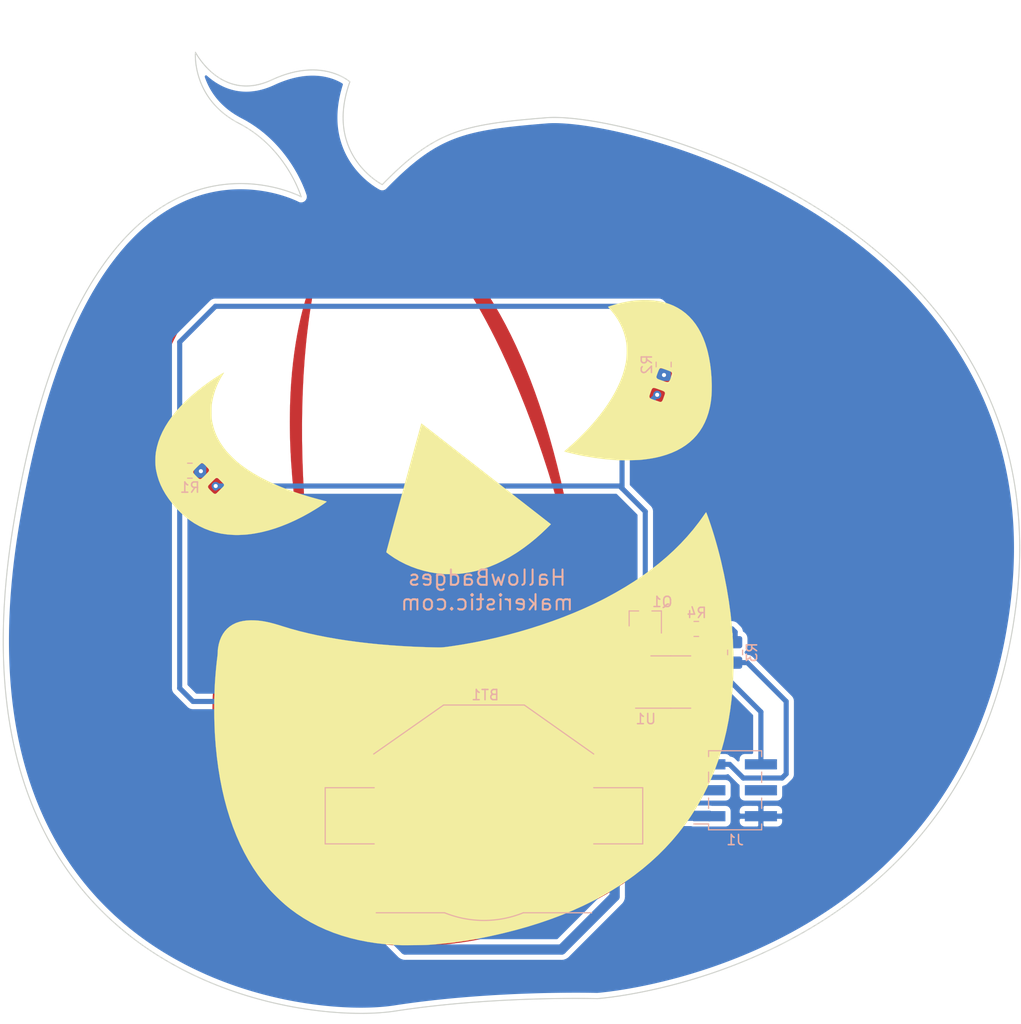
<source format=kicad_pcb>
(kicad_pcb (version 20171130) (host pcbnew "(5.1.7-0-10_14)")
  (layers (0 F.Cu signal) (31 B.Cu signal) (34 B.Paste user) (35 F.Paste user) (36 B.SilkS user) (37 F.SilkS user) (38 B.Mask user) (39 F.Mask user) (44 Edge.Cuts user))
  (net 0 "")
  (net 1 VCC)
  (net 2 GND)
  (net 3 "Net-(D1-Pad1)")
  (net 4 "Net-(D1-Pad2)")
  (net 5 "Net-(D2-Pad2)")
  (net 6 "Net-(J1-Pad3)")
  (net 7 "Net-(J1-Pad4)")
  (net 8 GPIO1)
  (net 9 GPIO2)
  (net 10 "Net-(Q1-Pad1)")
  (net 11 "Net-(U1-Pad1)")
  (net 12 "Net-(U1-Pad2)")
  (net 13 "Net-(U1-Pad3)")
  (net 14 "Net-(U1-Pad7)")
  (module HallowBadges:pumpkin-outline (layer F.Cu) (at 146.289 98.89524)
    (fp_text reference Ref** hide)
    (fp_text value Val** hide)
    (fp_poly (pts (xy -26.595111 -25.752456) (xy -26.600215 -25.743147) (xy -26.616626 -25.721642) (xy -26.647029 -25.684685) (xy -26.694108 -25.629018) (xy -26.760548 -25.551384) (xy -26.849032 -25.448529) (xy -26.962246 -25.317193) (xy -26.974265 -25.303256) (xy -27.456339 -24.728437) (xy -27.944458 -24.115601) (xy -28.436396 -23.46825) (xy -28.929928 -22.789884) (xy -29.422829 -22.084006) (xy -29.912875 -21.354115) (xy -30.39784 -20.603714) (xy -30.875499 -19.836304) (xy -31.343628 -19.055385) (xy -31.800001 -18.264459) (xy -32.242394 -17.467027) (xy -32.668581 -16.66659) (xy -33.076338 -15.866649) (xy -33.423189 -15.155333) (xy -34.053429 -13.786583) (xy -34.642153 -12.410402) (xy -35.189328 -11.026912) (xy -35.694921 -9.636238) (xy -36.158901 -8.238503) (xy -36.581233 -6.83383) (xy -36.961886 -5.422343) (xy -37.300828 -4.004165) (xy -37.598024 -2.57942) (xy -37.853444 -1.148232) (xy -38.067053 0.289277) (xy -38.238821 1.732982) (xy -38.368713 3.182761) (xy -38.405771 3.71475) (xy -38.421543 3.963822) (xy -38.435284 4.191193) (xy -38.447131 4.401955) (xy -38.457219 4.601197) (xy -38.465684 4.794012) (xy -38.472661 4.985488) (xy -38.478288 5.180716) (xy -38.482698 5.384788) (xy -38.486029 5.602793) (xy -38.488415 5.839823) (xy -38.489993 6.100967) (xy -38.490897 6.391316) (xy -38.491265 6.71596) (xy -38.491286 6.9215) (xy -38.490612 7.352151) (xy -38.488602 7.746219) (xy -38.48504 8.109441) (xy -38.479706 8.447552) (xy -38.472383 8.766289) (xy -38.462854 9.071386) (xy -38.4509 9.368581) (xy -38.436303 9.663609) (xy -38.418845 9.962207) (xy -38.398309 10.270109) (xy -38.374477 10.593053) (xy -38.34713 10.936774) (xy -38.331662 11.123084) (xy -38.186789 12.595127) (xy -37.999598 14.066553) (xy -37.7701 15.537326) (xy -37.498308 17.007413) (xy -37.184232 18.47678) (xy -36.827885 19.945393) (xy -36.429276 21.41322) (xy -35.988419 22.880225) (xy -35.505324 24.346375) (xy -34.980003 25.811636) (xy -34.412468 27.275976) (xy -33.802729 28.739359) (xy -33.150798 30.201752) (xy -32.456688 31.663121) (xy -31.720408 33.123433) (xy -30.941971 34.582654) (xy -30.121388 36.04075) (xy -29.528445 37.049798) (xy -28.911429 38.063304) (xy -28.264159 39.090762) (xy -27.59227 40.123671) (xy -26.901396 41.153529) (xy -26.197171 42.171832) (xy -25.485227 43.170079) (xy -25.347262 43.359917) (xy -25.250026 43.493417) (xy -25.175149 43.596605) (xy -25.119963 43.673313) (xy -25.081799 43.727374) (xy -25.057991 43.76262) (xy -25.04587 43.782882) (xy -25.042769 43.791994) (xy -25.045205 43.793834) (xy -25.062714 43.779827) (xy -25.099384 43.743946) (xy -25.127816 43.714459) (xy -25.174516 43.663165) (xy -25.244982 43.583177) (xy -25.335929 43.478367) (xy -25.444075 43.352607) (xy -25.566137 43.209769) (xy -25.698832 43.053724) (xy -25.838877 42.888344) (xy -25.982988 42.717501) (xy -26.127884 42.545067) (xy -26.270281 42.374914) (xy -26.406896 42.210913) (xy -26.534446 42.056937) (xy -26.577064 42.00525) (xy -27.627153 40.702706) (xy -28.635602 39.396265) (xy -29.602386 38.085992) (xy -30.527476 36.77195) (xy -31.410844 35.454204) (xy -32.252465 34.132818) (xy -33.052309 32.807856) (xy -33.810351 31.479382) (xy -34.526561 30.14746) (xy -35.200914 28.812155) (xy -35.833381 27.47353) (xy -36.423935 26.13165) (xy -36.972549 24.786578) (xy -37.479195 23.438379) (xy -37.943846 22.087117) (xy -38.366475 20.732856) (xy -38.747054 19.37566) (xy -39.085555 18.015593) (xy -39.381952 16.65272) (xy -39.636216 15.287104) (xy -39.848322 13.918809) (xy -40.01824 12.5479) (xy -40.145944 11.174441) (xy -40.216493 10.0965) (xy -40.267321 8.747815) (xy -40.276093 7.39638) (xy -40.242943 6.042924) (xy -40.168003 4.688175) (xy -40.051408 3.332862) (xy -39.893292 1.977712) (xy -39.693788 0.623455) (xy -39.45303 -0.729182) (xy -39.171152 -2.07947) (xy -38.848287 -3.426682) (xy -38.48457 -4.770088) (xy -38.080134 -6.10896) (xy -37.635112 -7.44257) (xy -37.14964 -8.77019) (xy -36.623849 -10.091092) (xy -36.419937 -10.57605) (xy -35.844393 -11.875752) (xy -35.230767 -13.166335) (xy -34.580773 -14.444963) (xy -33.896124 -15.708801) (xy -33.178533 -16.955014) (xy -32.429714 -18.180766) (xy -31.65138 -19.383221) (xy -30.845245 -20.559544) (xy -30.013022 -21.7069) (xy -29.156424 -22.822453) (xy -28.607907 -23.504127) (xy -28.461095 -23.68181) (xy -28.304855 -23.868211) (xy -28.141809 -24.060392) (xy -27.974576 -24.255413) (xy -27.805776 -24.450336) (xy -27.638028 -24.642222) (xy -27.473953 -24.828132) (xy -27.31617 -25.005126) (xy -27.167299 -25.170268) (xy -27.02996 -25.320616) (xy -26.906772 -25.453233) (xy -26.800356 -25.565179) (xy -26.71333 -25.653516) (xy -26.648316 -25.715305) (xy -26.608089 -25.747511) (xy -26.598631 -25.752825) (xy -26.595111 -25.752456)) (layer F.Cu) (width 0.01))
    (fp_poly (pts (xy 19.083465 0.993204) (xy 19.108411 1.049198) (xy 19.143369 1.137722) (xy 19.186995 1.254848) (xy 19.237946 1.396649) (xy 19.294878 1.559199) (xy 19.356448 1.73857) (xy 19.421311 1.930836) (xy 19.488124 2.132068) (xy 19.555544 2.338341) (xy 19.622226 2.545726) (xy 19.686828 2.750298) (xy 19.748006 2.948128) (xy 19.768724 3.01625) (xy 20.116869 4.227164) (xy 20.432623 5.45119) (xy 20.715187 6.68398) (xy 20.963762 7.921187) (xy 21.17755 9.158462) (xy 21.355753 10.391455) (xy 21.497571 11.615821) (xy 21.602207 12.827209) (xy 21.620842 13.102167) (xy 21.657792 13.779674) (xy 21.682969 14.472861) (xy 21.696373 15.17276) (xy 21.698004 15.870403) (xy 21.687863 16.556823) (xy 21.66595 17.223054) (xy 21.632266 17.860127) (xy 21.620588 18.034) (xy 21.523741 19.145132) (xy 21.391551 20.232982) (xy 21.224 21.297602) (xy 21.021071 22.339041) (xy 20.782745 23.357348) (xy 20.509004 24.352575) (xy 20.199828 25.324771) (xy 19.855201 26.273986) (xy 19.475103 27.20027) (xy 19.059517 28.103673) (xy 18.608423 28.984246) (xy 18.121804 29.842038) (xy 17.599641 30.677099) (xy 17.041917 31.48948) (xy 16.448612 32.27923) (xy 16.365086 32.385) (xy 15.912756 32.933799) (xy 15.426455 33.48521) (xy 14.913341 34.031827) (xy 14.380573 34.566243) (xy 13.835311 35.08105) (xy 13.30325 35.552946) (xy 12.544165 36.179171) (xy 11.754885 36.780318) (xy 10.934738 37.356768) (xy 10.083048 37.908904) (xy 9.199144 38.437108) (xy 8.282349 38.94176) (xy 7.331992 39.423245) (xy 6.347398 39.881942) (xy 5.327894 40.318235) (xy 4.272806 40.732506) (xy 3.96875 40.8454) (xy 3.594104 40.979579) (xy 3.185466 41.120055) (xy 2.750285 41.264487) (xy 2.29601 41.410534) (xy 1.830093 41.555855) (xy 1.359984 41.69811) (xy 0.893131 41.834957) (xy 0.436985 41.964056) (xy 0.212069 42.025833) (xy -0.885472 42.311083) (xy -1.959191 42.563854) (xy -3.011856 42.784605) (xy -4.046235 42.973799) (xy -5.065096 43.131896) (xy -6.071206 43.259356) (xy -7.067335 43.356642) (xy -8.05625 43.424212) (xy -8.244416 43.433771) (xy -8.383566 43.439052) (xy -8.556926 43.443393) (xy -8.757899 43.446799) (xy -8.97989 43.449272) (xy -9.216304 43.450816) (xy -9.460545 43.451433) (xy -9.706016 43.451128) (xy -9.946123 43.449903) (xy -10.174269 43.447762) (xy -10.383859 43.444709) (xy -10.568297 43.440745) (xy -10.720987 43.435875) (xy -10.795 43.432499) (xy -11.737788 43.365256) (xy -12.654491 43.265092) (xy -13.545923 43.131779) (xy -14.412894 42.965086) (xy -15.256218 42.764784) (xy -16.076708 42.530643) (xy -16.875175 42.262433) (xy -17.652433 41.959925) (xy -18.409293 41.622888) (xy -19.146569 41.251093) (xy -19.790833 40.888469) (xy -20.460636 40.468392) (xy -21.1149 40.010066) (xy -21.751428 39.515416) (xy -22.368018 38.986372) (xy -22.962471 38.42486) (xy -23.532588 37.832808) (xy -24.076168 37.212144) (xy -24.302087 36.935834) (xy -24.81867 36.257879) (xy -25.309174 35.547371) (xy -25.773213 34.805402) (xy -26.2104 34.033063) (xy -26.620347 33.231449) (xy -27.002666 32.401651) (xy -27.356971 31.544762) (xy -27.682874 30.661875) (xy -27.979988 29.754083) (xy -28.247925 28.822478) (xy -28.486298 27.868153) (xy -28.694719 26.8922) (xy -28.872803 25.895713) (xy -29.02016 24.879783) (xy -29.136403 23.845504) (xy -29.198055 23.124584) (xy -29.219186 22.828181) (xy -29.236715 22.549776) (xy -29.250911 22.281279) (xy -29.262048 22.014601) (xy -29.270396 21.74165) (xy -29.276228 21.454339) (xy -29.279815 21.144575) (xy -29.281429 20.804271) (xy -29.281584 20.6375) (xy -29.277969 20.055355) (xy -29.26684 19.505944) (xy -29.247643 18.980247) (xy -29.219824 18.469239) (xy -29.18283 17.963899) (xy -29.136105 17.455204) (xy -29.079096 16.934132) (xy -29.029436 16.531167) (xy -29.007287 16.364505) (xy -28.982449 16.187115) (xy -28.955733 16.003974) (xy -28.927948 15.820057) (xy -28.899904 15.64034) (xy -28.872413 15.469799) (xy -28.846283 15.313408) (xy -28.822325 15.176145) (xy -28.801349 15.062985) (xy -28.784165 14.978902) (xy -28.771583 14.928875) (xy -28.766704 14.917412) (xy -28.761675 14.933239) (xy -28.754512 14.985924) (xy -28.745738 15.070074) (xy -28.735874 15.180296) (xy -28.725443 15.311198) (xy -28.716229 15.438912) (xy -28.643642 16.319971) (xy -28.54589 17.226988) (xy -28.424201 18.152826) (xy -28.279805 19.090346) (xy -28.113932 20.032409) (xy -27.927811 20.971878) (xy -27.722672 21.901614) (xy -27.499744 22.814479) (xy -27.345427 23.397085) (xy -27.042449 24.447586) (xy -26.716704 25.466476) (xy -26.368431 26.453377) (xy -25.997866 27.407914) (xy -25.605246 28.329709) (xy -25.190809 29.218385) (xy -24.754792 30.073566) (xy -24.297431 30.894875) (xy -23.818964 31.681935) (xy -23.319628 32.434369) (xy -22.79966 33.151801) (xy -22.259298 33.833853) (xy -21.698777 34.480149) (xy -21.118336 35.090312) (xy -20.518212 35.663966) (xy -19.898641 36.200733) (xy -19.25986 36.700236) (xy -18.743083 37.067375) (xy -18.066674 37.501928) (xy -17.37107 37.89881) (xy -16.656734 38.257845) (xy -15.924128 38.578854) (xy -15.173713 38.861659) (xy -14.405953 39.106084) (xy -13.621308 39.311951) (xy -12.820243 39.479082) (xy -12.202583 39.57982) (xy -11.859906 39.626857) (xy -11.539901 39.665613) (xy -11.23218 39.696899) (xy -10.926358 39.721522) (xy -10.612048 39.740293) (xy -10.278862 39.75402) (xy -9.916414 39.763511) (xy -9.821333 39.765294) (xy -8.955075 39.761706) (xy -8.069892 39.721172) (xy -7.167128 39.643909) (xy -6.248127 39.530137) (xy -5.314234 39.380072) (xy -4.366793 39.193934) (xy -3.40715 38.971941) (xy -2.436648 38.714311) (xy -1.456632 38.421263) (xy -1.36525 38.392279) (xy -1.22782 38.348566) (xy -1.10009 38.308099) (xy -0.988882 38.273029) (xy -0.901021 38.245503) (xy -0.843328 38.227671) (xy -0.828182 38.223135) (xy -0.736852 38.194726) (xy -0.61145 38.152918) (xy -0.457353 38.099679) (xy -0.279933 38.036979) (xy -0.084564 37.966788) (xy 0.123378 37.891074) (xy 0.338519 37.811808) (xy 0.555487 37.730958) (xy 0.768905 37.650494) (xy 0.9734 37.572385) (xy 1.163599 37.498601) (xy 1.334126 37.431111) (xy 1.344084 37.427117) (xy 2.414873 36.976887) (xy 3.453919 36.498775) (xy 4.461463 35.992634) (xy 5.437742 35.458315) (xy 6.382998 34.895671) (xy 7.29747 34.304556) (xy 8.181398 33.68482) (xy 9.035022 33.036316) (xy 9.858581 32.358898) (xy 10.498109 31.794071) (xy 10.598794 31.700424) (xy 10.723683 31.581271) (xy 10.867705 31.441683) (xy 11.025789 31.286731) (xy 11.192863 31.121486) (xy 11.363855 30.95102) (xy 11.533694 30.780405) (xy 11.697309 30.61471) (xy 11.849627 30.459009) (xy 11.985577 30.318372) (xy 12.100089 30.19787) (xy 12.172571 30.119684) (xy 12.866016 29.327773) (xy 13.527025 28.508852) (xy 14.155459 27.663278) (xy 14.75118 26.791408) (xy 15.314047 25.8936) (xy 15.843922 24.970212) (xy 16.340666 24.0216) (xy 16.80414 23.048123) (xy 17.234204 22.050139) (xy 17.63072 21.028004) (xy 17.993549 19.982076) (xy 18.322551 18.912713) (xy 18.617588 17.820273) (xy 18.87852 16.705113) (xy 19.105208 15.56759) (xy 19.297514 14.408063) (xy 19.455298 13.226888) (xy 19.578421 12.024424) (xy 19.663403 10.8585) (xy 19.696499 10.179751) (xy 19.718155 9.470633) (xy 19.728393 8.741528) (xy 19.727236 8.00282) (xy 19.714707 7.264891) (xy 19.690829 6.538123) (xy 19.655623 5.832901) (xy 19.652365 5.7785) (xy 19.619907 5.296198) (xy 19.580699 4.804583) (xy 19.535427 4.309383) (xy 19.484779 3.816326) (xy 19.429441 3.331139) (xy 19.370101 2.859549) (xy 19.307446 2.407284) (xy 19.242162 1.980072) (xy 19.174937 1.58364) (xy 19.106458 1.223715) (xy 19.105319 1.218103) (xy 19.087134 1.123055) (xy 19.074392 1.045261) (xy 19.068261 0.992779) (xy 19.069874 0.973667) (xy 19.083465 0.993204)) (layer F.Cu) (width 0.01))
    (fp_poly (pts (xy -4.437438 -33.778002) (xy -4.354028 -33.758248) (xy -4.238295 -33.728581) (xy -4.092985 -33.689729) (xy -3.920846 -33.642419) (xy -3.724627 -33.58738) (xy -3.507076 -33.525337) (xy -3.406683 -33.496406) (xy -2.195856 -33.133134) (xy -0.964656 -32.737786) (xy 0.282138 -32.312339) (xy 1.539747 -31.858768) (xy 2.803393 -31.379048) (xy 4.068297 -30.875156) (xy 5.329679 -30.349068) (xy 6.582761 -29.802758) (xy 7.822764 -29.238203) (xy 9.04491 -28.657379) (xy 10.244418 -28.06226) (xy 11.416511 -27.454824) (xy 12.117917 -27.07803) (xy 13.481199 -26.317107) (xy 14.805232 -25.540843) (xy 16.090306 -24.749019) (xy 17.336713 -23.941416) (xy 18.544743 -23.117815) (xy 19.714688 -22.277995) (xy 20.846839 -21.421739) (xy 21.941487 -20.548827) (xy 22.998922 -19.659039) (xy 24.019436 -18.752157) (xy 25.00332 -17.827961) (xy 25.950864 -16.886232) (xy 26.723948 -16.076083) (xy 27.55673 -15.153979) (xy 28.354061 -14.214807) (xy 29.115327 -13.259514) (xy 29.83992 -12.289044) (xy 30.527227 -11.304342) (xy 31.176638 -10.306354) (xy 31.787542 -9.296025) (xy 32.359327 -8.2743) (xy 32.891383 -7.242124) (xy 33.383098 -6.200443) (xy 33.833862 -5.150201) (xy 33.911506 -4.958066) (xy 34.323395 -3.872288) (xy 34.694687 -2.77456) (xy 35.025329 -1.665105) (xy 35.315269 -0.544148) (xy 35.564456 0.58809) (xy 35.772837 1.731384) (xy 35.94036 2.885511) (xy 36.066972 4.050248) (xy 36.097893 4.41325) (xy 36.114906 4.630664) (xy 36.129565 4.828248) (xy 36.142039 5.011331) (xy 36.152501 5.18524) (xy 36.161122 5.355306) (xy 36.168074 5.526857) (xy 36.173527 5.705222) (xy 36.177654 5.89573) (xy 36.180627 6.103709) (xy 36.182616 6.334488) (xy 36.183793 6.593397) (xy 36.18433 6.885764) (xy 36.184417 7.101417) (xy 36.184183 7.424792) (xy 36.18337 7.711297) (xy 36.181804 7.96639) (xy 36.179317 8.195534) (xy 36.175737 8.404187) (xy 36.170893 8.597811) (xy 36.164615 8.781866) (xy 36.156732 8.961811) (xy 36.147073 9.143108) (xy 36.135467 9.331217) (xy 36.121744 9.531598) (xy 36.105733 9.749711) (xy 36.098699 9.8425) (xy 35.984513 11.07381) (xy 35.829196 12.315044) (xy 35.632763 13.566164) (xy 35.395226 14.827132) (xy 35.1166 16.09791) (xy 34.796897 17.378459) (xy 34.436132 18.668741) (xy 34.034318 19.968718) (xy 33.59147 21.27835) (xy 33.107599 22.5976) (xy 32.582721 23.926429) (xy 32.016848 25.264799) (xy 31.409995 26.612672) (xy 30.762175 27.970009) (xy 30.073401 29.336771) (xy 29.343688 30.712921) (xy 28.573049 32.09842) (xy 27.761497 33.493229) (xy 27.601754 33.760834) (xy 27.509658 33.914029) (xy 27.40991 34.079125) (xy 27.304873 34.25228) (xy 27.196909 34.429653) (xy 27.08838 34.607401) (xy 26.981648 34.781683) (xy 26.879075 34.948656) (xy 26.783023 35.104479) (xy 26.695855 35.245309) (xy 26.619932 35.367306) (xy 26.557617 35.466627) (xy 26.511272 35.539429) (xy 26.483258 35.581872) (xy 26.476699 35.590692) (xy 26.460073 35.600119) (xy 26.458334 35.595574) (xy 26.467632 35.574008) (xy 26.494178 35.518812) (xy 26.535943 35.434045) (xy 26.5909 35.323768) (xy 26.657023 35.192042) (xy 26.732285 35.042928) (xy 26.814658 34.880487) (xy 26.848748 34.813466) (xy 27.555408 33.389576) (xy 28.222297 31.972258) (xy 28.849326 30.561794) (xy 29.436408 29.158467) (xy 29.983456 27.762557) (xy 30.490383 26.374346) (xy 30.957102 24.994117) (xy 31.383524 23.622152) (xy 31.769563 22.258731) (xy 32.115131 20.904138) (xy 32.420142 19.558653) (xy 32.684507 18.22256) (xy 32.908139 16.896138) (xy 33.090951 15.579671) (xy 33.232857 14.27344) (xy 33.241322 14.181667) (xy 33.338653 12.896289) (xy 33.395859 11.616994) (xy 33.413016 10.34474) (xy 33.390204 9.080485) (xy 33.327501 7.825189) (xy 33.224983 6.579811) (xy 33.082729 5.345309) (xy 32.900817 4.122641) (xy 32.679324 2.912768) (xy 32.418329 1.716646) (xy 32.139339 0.614171) (xy 31.790553 -0.595441) (xy 31.40129 -1.792663) (xy 30.971552 -2.97749) (xy 30.501344 -4.149917) (xy 29.990669 -5.309937) (xy 29.43953 -6.457546) (xy 28.847931 -7.592737) (xy 28.215876 -8.715504) (xy 27.543369 -9.825843) (xy 26.830412 -10.923748) (xy 26.07701 -12.009212) (xy 25.283167 -13.08223) (xy 24.448885 -14.142797) (xy 23.574169 -15.190907) (xy 22.659022 -16.226553) (xy 21.703448 -17.249731) (xy 20.707451 -18.260435) (xy 19.671033 -19.258659) (xy 19.060584 -19.823527) (xy 18.009976 -20.757539) (xy 16.92038 -21.678869) (xy 15.793532 -22.586392) (xy 14.631169 -23.478986) (xy 13.435027 -24.355528) (xy 12.206841 -25.214895) (xy 10.948348 -26.055964) (xy 9.661285 -26.877612) (xy 8.347388 -27.678716) (xy 7.008392 -28.458153) (xy 5.646035 -29.214801) (xy 4.262052 -29.947535) (xy 2.858179 -30.655234) (xy 1.436154 -31.336774) (xy 0.818463 -31.622003) (xy 0.250114 -31.878161) (xy -0.327939 -32.132314) (xy -0.909891 -32.382089) (xy -1.489934 -32.625114) (xy -2.062262 -32.859014) (xy -2.621068 -33.081418) (xy -3.160546 -33.289952) (xy -3.674888 -33.482243) (xy -4.158287 -33.655918) (xy -4.15925 -33.656256) (xy -4.268768 -33.695317) (xy -4.364472 -33.730625) (xy -4.439069 -33.759396) (xy -4.485267 -33.778849) (xy -4.49629 -33.784863) (xy -4.485774 -33.787116) (xy -4.437438 -33.778002)) (layer F.Cu) (width 0.01))
    (fp_poly (pts (xy -18.850038 -23.108133) (xy -18.862051 -23.050754) (xy -18.882005 -22.963292) (xy -18.908625 -22.851214) (xy -18.940639 -22.719983) (xy -18.974648 -22.583497) (xy -19.122226 -21.967146) (xy -19.26479 -21.311968) (xy -19.401811 -20.621234) (xy -19.532759 -19.898211) (xy -19.657107 -19.146169) (xy -19.774325 -18.368377) (xy -19.883884 -17.568104) (xy -19.985255 -16.748619) (xy -20.07791 -15.91319) (xy -20.118374 -15.515166) (xy -20.252258 -14.001859) (xy -20.358238 -12.458087) (xy -20.436352 -10.885187) (xy -20.486636 -9.2845) (xy -20.509124 -7.657365) (xy -20.503853 -6.00512) (xy -20.47086 -4.329104) (xy -20.41018 -2.630656) (xy -20.321849 -0.911116) (xy -20.205904 0.828178) (xy -20.062379 2.585886) (xy -19.891312 4.36067) (xy -19.692738 6.151191) (xy -19.492812 7.757584) (xy -19.421766 8.29129) (xy -19.34616 8.84155) (xy -19.267174 9.400374) (xy -19.185989 9.959769) (xy -19.103784 10.511743) (xy -19.021739 11.048305) (xy -18.941035 11.561463) (xy -18.862852 12.043225) (xy -18.83678 12.200088) (xy -18.81364 12.340981) (xy -18.793685 12.467528) (xy -18.777763 12.573913) (xy -18.766723 12.654324) (xy -18.761415 12.702946) (xy -18.761586 12.714975) (xy -18.774364 12.706223) (xy -18.783007 12.68572) (xy -18.794701 12.64383) (xy -18.815239 12.565467) (xy -18.843468 12.455296) (xy -18.87823 12.317978) (xy -18.918372 12.158176) (xy -18.962737 11.980555) (xy -19.010171 11.789777) (xy -19.059519 11.590504) (xy -19.109624 11.3874) (xy -19.159333 11.185128) (xy -19.207489 10.988351) (xy -19.252937 10.801732) (xy -19.294523 10.629934) (xy -19.33109 10.47762) (xy -19.355234 10.375988) (xy -19.736441 8.701274) (xy -20.083606 7.050657) (xy -20.396859 5.42325) (xy -20.676332 3.818166) (xy -20.922157 2.234517) (xy -21.134465 0.671417) (xy -21.313388 -0.872023) (xy -21.459058 -2.396688) (xy -21.571605 -3.903466) (xy -21.632029 -4.974166) (xy -21.661232 -5.677438) (xy -21.681868 -6.405856) (xy -21.693954 -7.150119) (xy -21.697506 -7.90092) (xy -21.692543 -8.648956) (xy -21.679081 -9.384924) (xy -21.657138 -10.099517) (xy -21.626732 -10.783434) (xy -21.621036 -10.89025) (xy -21.558183 -11.861167) (xy -21.476684 -12.817956) (xy -21.37696 -13.758569) (xy -21.259433 -14.680959) (xy -21.124526 -15.583078) (xy -20.972659 -16.462879) (xy -20.804256 -17.318314) (xy -20.619738 -18.147336) (xy -20.419527 -18.947898) (xy -20.204045 -19.717952) (xy -19.973715 -20.45545) (xy -19.728957 -21.158346) (xy -19.470194 -21.824591) (xy -19.271864 -22.2885) (xy -19.228419 -22.383661) (xy -19.177105 -22.492309) (xy -19.120955 -22.608429) (xy -19.063004 -22.72601) (xy -19.006285 -22.839039) (xy -18.953834 -22.941502) (xy -18.908683 -23.027387) (xy -18.873868 -23.090682) (xy -18.852423 -23.125373) (xy -18.847241 -23.129964) (xy -18.850038 -23.108133)) (layer F.Cu) (width 0.01))
    (fp_poly (pts (xy -9.476742 -27.50482) (xy -9.394735 -27.469407) (xy -9.285441 -27.417393) (xy -9.152043 -27.350197) (xy -9.069916 -27.307475) (xy -8.641718 -27.066114) (xy -8.202185 -26.786537) (xy -7.753516 -26.470641) (xy -7.297911 -26.120321) (xy -6.837568 -25.737472) (xy -6.374688 -25.323992) (xy -5.911468 -24.881775) (xy -5.450109 -24.412717) (xy -4.99281 -23.918715) (xy -4.549117 -23.410333) (xy -3.94417 -22.669574) (xy -3.351278 -21.88871) (xy -2.770713 -21.068294) (xy -2.202742 -20.20888) (xy -1.647635 -19.311021) (xy -1.105661 -18.375273) (xy -0.577089 -17.402187) (xy -0.062189 -16.392319) (xy 0.438772 -15.346221) (xy 0.925523 -14.264448) (xy 1.397796 -13.147553) (xy 1.855321 -11.99609) (xy 2.297829 -10.810612) (xy 2.725052 -9.591675) (xy 3.136719 -8.33983) (xy 3.532563 -7.055632) (xy 3.735449 -6.363477) (xy 4.122966 -4.972844) (xy 4.491998 -3.555812) (xy 4.842891 -2.110736) (xy 5.175993 -0.635975) (xy 5.491649 0.870113) (xy 5.790204 2.409172) (xy 6.072007 3.982842) (xy 6.337402 5.592768) (xy 6.549476 6.985) (xy 6.581427 7.204551) (xy 6.614291 7.433813) (xy 6.647559 7.668991) (xy 6.680725 7.906291) (xy 6.713282 8.141919) (xy 6.744723 8.372081) (xy 6.774542 8.592981) (xy 6.80223 8.800827) (xy 6.827283 8.991822) (xy 6.849192 9.162173) (xy 6.867451 9.308086) (xy 6.881553 9.425766) (xy 6.89099 9.511419) (xy 6.895257 9.56125) (xy 6.895116 9.572401) (xy 6.888813 9.55883) (xy 6.87491 9.508898) (xy 6.854626 9.427646) (xy 6.829181 9.320119) (xy 6.799794 9.191359) (xy 6.767686 9.046409) (xy 6.765499 9.036389) (xy 6.351972 7.190943) (xy 5.92466 5.384938) (xy 5.483349 3.617715) (xy 5.027825 1.888615) (xy 4.55787 0.19698) (xy 4.073272 -1.45785) (xy 3.573813 -3.076532) (xy 3.05928 -4.659727) (xy 2.529457 -6.208092) (xy 1.984129 -7.722287) (xy 1.423081 -9.20297) (xy 0.846097 -10.650801) (xy 0.252963 -12.066437) (xy -0.356536 -13.450538) (xy -0.982617 -14.803763) (xy -1.099665 -15.0495) (xy -1.560096 -15.992153) (xy -2.031226 -16.918293) (xy -2.511828 -17.825995) (xy -3.000675 -18.71333) (xy -3.496539 -19.578374) (xy -3.998192 -20.4192) (xy -4.504407 -21.233881) (xy -5.013956 -22.020491) (xy -5.525612 -22.777103) (xy -6.038148 -23.501791) (xy -6.550335 -24.192629) (xy -7.060947 -24.847691) (xy -7.568756 -25.465049) (xy -8.072534 -26.042777) (xy -8.180541 -26.162) (xy -8.268015 -26.256066) (xy -8.375355 -26.368606) (xy -8.497442 -26.494504) (xy -8.629157 -26.628643) (xy -8.76538 -26.765907) (xy -8.900994 -26.901178) (xy -9.030878 -27.02934) (xy -9.149915 -27.145276) (xy -9.252984 -27.24387) (xy -9.334966 -27.320004) (xy -9.371541 -27.352463) (xy -9.442382 -27.415019) (xy -9.499411 -27.468202) (xy -9.53602 -27.505663) (xy -9.546166 -27.520156) (xy -9.52828 -27.52221) (xy -9.476742 -27.50482)) (layer F.Cu) (width 0.01))
    (fp_line (start -20.5986 -29.9287) (end -20.5986 -29.9287) (layer Edge.Cuts) (width 0.1))
    (fp_line (start -20.5986 -29.9287) (end -20.7127 -29.9854) (layer Edge.Cuts) (width 0.1))
    (fp_line (start -20.7127 -29.9854) (end -20.8047 -30.0286) (layer Edge.Cuts) (width 0.1))
    (fp_line (start -20.8047 -30.0286) (end -20.8965 -30.0702) (layer Edge.Cuts) (width 0.1))
    (fp_line (start -20.8965 -30.0702) (end -20.9889 -30.1107) (layer Edge.Cuts) (width 0.1))
    (fp_line (start -20.9889 -30.1107) (end -21.0813 -30.1502) (layer Edge.Cuts) (width 0.1))
    (fp_line (start -21.0813 -30.1502) (end -21.1742 -30.1887) (layer Edge.Cuts) (width 0.1))
    (fp_line (start -21.1742 -30.1887) (end -21.2665 -30.226) (layer Edge.Cuts) (width 0.1))
    (fp_line (start -21.2665 -30.226) (end -21.359 -30.2625) (layer Edge.Cuts) (width 0.1))
    (fp_line (start -21.359 -30.2625) (end -21.4523 -30.2984) (layer Edge.Cuts) (width 0.1))
    (fp_line (start -21.4523 -30.2984) (end -21.5461 -30.3335) (layer Edge.Cuts) (width 0.1))
    (fp_line (start -21.5461 -30.3335) (end -21.6393 -30.3677) (layer Edge.Cuts) (width 0.1))
    (fp_line (start -21.6393 -30.3677) (end -21.7329 -30.4011) (layer Edge.Cuts) (width 0.1))
    (fp_line (start -21.7329 -30.4011) (end -21.8273 -30.434) (layer Edge.Cuts) (width 0.1))
    (fp_line (start -21.8273 -30.434) (end -21.9214 -30.466) (layer Edge.Cuts) (width 0.1))
    (fp_line (start -21.9214 -30.466) (end -22.0162 -30.4975) (layer Edge.Cuts) (width 0.1))
    (fp_line (start -22.0162 -30.4975) (end -22.1114 -30.5283) (layer Edge.Cuts) (width 0.1))
    (fp_line (start -22.1114 -30.5283) (end -22.2068 -30.5584) (layer Edge.Cuts) (width 0.1))
    (fp_line (start -22.2068 -30.5584) (end -22.3023 -30.5878) (layer Edge.Cuts) (width 0.1))
    (fp_line (start -22.3023 -30.5878) (end -22.3976 -30.6165) (layer Edge.Cuts) (width 0.1))
    (fp_line (start -22.3976 -30.6165) (end -22.4932 -30.6444) (layer Edge.Cuts) (width 0.1))
    (fp_line (start -22.4932 -30.6444) (end -22.5898 -30.6719) (layer Edge.Cuts) (width 0.1))
    (fp_line (start -22.5898 -30.6719) (end -22.6858 -30.6986) (layer Edge.Cuts) (width 0.1))
    (fp_line (start -22.6858 -30.6986) (end -22.7818 -30.7245) (layer Edge.Cuts) (width 0.1))
    (fp_line (start -22.7818 -30.7245) (end -22.8783 -30.7498) (layer Edge.Cuts) (width 0.1))
    (fp_line (start -22.8783 -30.7498) (end -22.9747 -30.7744) (layer Edge.Cuts) (width 0.1))
    (fp_line (start -22.9747 -30.7744) (end -23.0718 -30.7985) (layer Edge.Cuts) (width 0.1))
    (fp_line (start -23.0718 -30.7985) (end -23.1689 -30.8219) (layer Edge.Cuts) (width 0.1))
    (fp_line (start -23.1689 -30.8219) (end -23.2664 -30.8447) (layer Edge.Cuts) (width 0.1))
    (fp_line (start -23.2664 -30.8447) (end -23.364 -30.8668) (layer Edge.Cuts) (width 0.1))
    (fp_line (start -23.364 -30.8668) (end -23.4611 -30.888) (layer Edge.Cuts) (width 0.1))
    (fp_line (start -23.4611 -30.888) (end -23.559 -30.9088) (layer Edge.Cuts) (width 0.1))
    (fp_line (start -23.559 -30.9088) (end -23.6573 -30.929) (layer Edge.Cuts) (width 0.1))
    (fp_line (start -23.6573 -30.929) (end -23.7553 -30.9484) (layer Edge.Cuts) (width 0.1))
    (fp_line (start -23.7553 -30.9484) (end -23.8533 -30.9671) (layer Edge.Cuts) (width 0.1))
    (fp_line (start -23.8533 -30.9671) (end -23.9519 -30.9852) (layer Edge.Cuts) (width 0.1))
    (fp_line (start -23.9519 -30.9852) (end -24.0508 -31.0027) (layer Edge.Cuts) (width 0.1))
    (fp_line (start -24.0508 -31.0027) (end -24.1492 -31.0194) (layer Edge.Cuts) (width 0.1))
    (fp_line (start -24.1492 -31.0194) (end -24.2473 -31.0354) (layer Edge.Cuts) (width 0.1))
    (fp_line (start -24.2473 -31.0354) (end -24.346 -31.0509) (layer Edge.Cuts) (width 0.1))
    (fp_line (start -24.346 -31.0509) (end -24.4452 -31.0656) (layer Edge.Cuts) (width 0.1))
    (fp_line (start -24.4452 -31.0656) (end -24.5445 -31.0798) (layer Edge.Cuts) (width 0.1))
    (fp_line (start -24.5445 -31.0798) (end -24.6435 -31.0932) (layer Edge.Cuts) (width 0.1))
    (fp_line (start -24.6435 -31.0932) (end -24.7425 -31.1059) (layer Edge.Cuts) (width 0.1))
    (fp_line (start -24.7425 -31.1059) (end -24.8411 -31.1178) (layer Edge.Cuts) (width 0.1))
    (fp_line (start -24.8411 -31.1178) (end -24.9401 -31.1292) (layer Edge.Cuts) (width 0.1))
    (fp_line (start -24.9401 -31.1292) (end -25.0395 -31.1399) (layer Edge.Cuts) (width 0.1))
    (fp_line (start -25.0395 -31.1399) (end -25.1392 -31.1499) (layer Edge.Cuts) (width 0.1))
    (fp_line (start -25.1392 -31.1499) (end -25.2392 -31.1593) (layer Edge.Cuts) (width 0.1))
    (fp_line (start -25.2392 -31.1593) (end -25.3395 -31.168) (layer Edge.Cuts) (width 0.1))
    (fp_line (start -25.3395 -31.168) (end -25.4397 -31.176) (layer Edge.Cuts) (width 0.1))
    (fp_line (start -25.4397 -31.176) (end -25.5394 -31.1833) (layer Edge.Cuts) (width 0.1))
    (fp_line (start -25.5394 -31.1833) (end -25.6389 -31.1898) (layer Edge.Cuts) (width 0.1))
    (fp_line (start -25.6389 -31.1898) (end -25.7378 -31.1957) (layer Edge.Cuts) (width 0.1))
    (fp_line (start -25.7378 -31.1957) (end -25.8368 -31.2008) (layer Edge.Cuts) (width 0.1))
    (fp_line (start -25.8368 -31.2008) (end -25.9361 -31.2053) (layer Edge.Cuts) (width 0.1))
    (fp_line (start -25.9361 -31.2053) (end -26.0356 -31.2091) (layer Edge.Cuts) (width 0.1))
    (fp_line (start -26.0356 -31.2091) (end -26.1352 -31.2122) (layer Edge.Cuts) (width 0.1))
    (fp_line (start -26.1352 -31.2122) (end -26.2349 -31.2147) (layer Edge.Cuts) (width 0.1))
    (fp_line (start -26.2349 -31.2147) (end -26.3348 -31.2164) (layer Edge.Cuts) (width 0.1))
    (fp_line (start -26.3348 -31.2164) (end -26.4348 -31.2175) (layer Edge.Cuts) (width 0.1))
    (fp_line (start -26.4348 -31.2175) (end -26.5349 -31.2178) (layer Edge.Cuts) (width 0.1))
    (fp_line (start -26.5349 -31.2178) (end -26.6351 -31.2174) (layer Edge.Cuts) (width 0.1))
    (fp_line (start -26.6351 -31.2174) (end -26.7353 -31.2164) (layer Edge.Cuts) (width 0.1))
    (fp_line (start -26.7353 -31.2164) (end -26.8356 -31.2146) (layer Edge.Cuts) (width 0.1))
    (fp_line (start -26.8356 -31.2146) (end -26.936 -31.2121) (layer Edge.Cuts) (width 0.1))
    (fp_line (start -26.936 -31.2121) (end -27.0364 -31.2089) (layer Edge.Cuts) (width 0.1))
    (fp_line (start -27.0364 -31.2089) (end -27.1369 -31.205) (layer Edge.Cuts) (width 0.1))
    (fp_line (start -27.1369 -31.205) (end -27.2373 -31.2003) (layer Edge.Cuts) (width 0.1))
    (fp_line (start -27.2373 -31.2003) (end -27.3378 -31.195) (layer Edge.Cuts) (width 0.1))
    (fp_line (start -27.3378 -31.195) (end -27.4382 -31.1889) (layer Edge.Cuts) (width 0.1))
    (fp_line (start -27.4382 -31.1889) (end -27.5386 -31.1821) (layer Edge.Cuts) (width 0.1))
    (fp_line (start -27.5386 -31.1821) (end -27.639 -31.1745) (layer Edge.Cuts) (width 0.1))
    (fp_line (start -27.639 -31.1745) (end -27.7394 -31.1663) (layer Edge.Cuts) (width 0.1))
    (fp_line (start -27.7394 -31.1663) (end -27.8397 -31.1573) (layer Edge.Cuts) (width 0.1))
    (fp_line (start -27.8397 -31.1573) (end -27.9399 -31.1476) (layer Edge.Cuts) (width 0.1))
    (fp_line (start -27.9399 -31.1476) (end -28.0401 -31.1372) (layer Edge.Cuts) (width 0.1))
    (fp_line (start -28.0401 -31.1372) (end -28.1402 -31.126) (layer Edge.Cuts) (width 0.1))
    (fp_line (start -28.1402 -31.126) (end -28.2402 -31.1141) (layer Edge.Cuts) (width 0.1))
    (fp_line (start -28.2402 -31.1141) (end -28.3401 -31.1015) (layer Edge.Cuts) (width 0.1))
    (fp_line (start -28.3401 -31.1015) (end -28.4399 -31.0882) (layer Edge.Cuts) (width 0.1))
    (fp_line (start -28.4399 -31.0882) (end -28.5395 -31.0742) (layer Edge.Cuts) (width 0.1))
    (fp_line (start -28.5395 -31.0742) (end -28.6391 -31.0594) (layer Edge.Cuts) (width 0.1))
    (fp_line (start -28.6391 -31.0594) (end -28.7385 -31.0439) (layer Edge.Cuts) (width 0.1))
    (fp_line (start -28.7385 -31.0439) (end -28.8378 -31.0277) (layer Edge.Cuts) (width 0.1))
    (fp_line (start -28.8378 -31.0277) (end -28.9369 -31.0108) (layer Edge.Cuts) (width 0.1))
    (fp_line (start -28.9369 -31.0108) (end -29.0359 -30.9932) (layer Edge.Cuts) (width 0.1))
    (fp_line (start -29.0359 -30.9932) (end -29.1347 -30.9749) (layer Edge.Cuts) (width 0.1))
    (fp_line (start -29.1347 -30.9749) (end -29.2334 -30.9558) (layer Edge.Cuts) (width 0.1))
    (fp_line (start -29.2334 -30.9558) (end -29.3318 -30.9361) (layer Edge.Cuts) (width 0.1))
    (fp_line (start -29.3318 -30.9361) (end -29.4301 -30.9156) (layer Edge.Cuts) (width 0.1))
    (fp_line (start -29.4301 -30.9156) (end -29.5282 -30.8944) (layer Edge.Cuts) (width 0.1))
    (fp_line (start -29.5282 -30.8944) (end -29.6261 -30.8726) (layer Edge.Cuts) (width 0.1))
    (fp_line (start -29.6261 -30.8726) (end -29.7238 -30.85) (layer Edge.Cuts) (width 0.1))
    (fp_line (start -29.7238 -30.85) (end -29.8212 -30.8268) (layer Edge.Cuts) (width 0.1))
    (fp_line (start -29.8212 -30.8268) (end -29.9185 -30.8028) (layer Edge.Cuts) (width 0.1))
    (fp_line (start -29.9185 -30.8028) (end -30.0155 -30.7782) (layer Edge.Cuts) (width 0.1))
    (fp_line (start -30.0155 -30.7782) (end -30.1123 -30.7529) (layer Edge.Cuts) (width 0.1))
    (fp_line (start -30.1123 -30.7529) (end -30.2089 -30.7269) (layer Edge.Cuts) (width 0.1))
    (fp_line (start -30.2089 -30.7269) (end -30.3052 -30.7002) (layer Edge.Cuts) (width 0.1))
    (fp_line (start -30.3052 -30.7002) (end -30.4013 -30.6728) (layer Edge.Cuts) (width 0.1))
    (fp_line (start -30.4013 -30.6728) (end -30.4972 -30.6448) (layer Edge.Cuts) (width 0.1))
    (fp_line (start -30.4972 -30.6448) (end -30.5928 -30.6161) (layer Edge.Cuts) (width 0.1))
    (fp_line (start -30.5928 -30.6161) (end -30.6881 -30.5868) (layer Edge.Cuts) (width 0.1))
    (fp_line (start -30.6881 -30.5868) (end -30.7831 -30.5567) (layer Edge.Cuts) (width 0.1))
    (fp_line (start -30.7831 -30.5567) (end -30.8779 -30.5261) (layer Edge.Cuts) (width 0.1))
    (fp_line (start -30.8779 -30.5261) (end -30.9725 -30.4947) (layer Edge.Cuts) (width 0.1))
    (fp_line (start -30.9725 -30.4947) (end -31.0667 -30.4628) (layer Edge.Cuts) (width 0.1))
    (fp_line (start -31.0667 -30.4628) (end -31.1607 -30.4301) (layer Edge.Cuts) (width 0.1))
    (fp_line (start -31.1607 -30.4301) (end -31.2544 -30.3969) (layer Edge.Cuts) (width 0.1))
    (fp_line (start -31.2544 -30.3969) (end -31.3478 -30.363) (layer Edge.Cuts) (width 0.1))
    (fp_line (start -31.3478 -30.363) (end -31.4409 -30.3284) (layer Edge.Cuts) (width 0.1))
    (fp_line (start -31.4409 -30.3284) (end -31.5337 -30.2933) (layer Edge.Cuts) (width 0.1))
    (fp_line (start -31.5337 -30.2933) (end -31.6262 -30.2575) (layer Edge.Cuts) (width 0.1))
    (fp_line (start -31.6262 -30.2575) (end -31.7184 -30.2211) (layer Edge.Cuts) (width 0.1))
    (fp_line (start -31.7184 -30.2211) (end -31.8103 -30.1841) (layer Edge.Cuts) (width 0.1))
    (fp_line (start -31.8103 -30.1841) (end -31.9019 -30.1465) (layer Edge.Cuts) (width 0.1))
    (fp_line (start -31.9019 -30.1465) (end -31.9931 -30.1083) (layer Edge.Cuts) (width 0.1))
    (fp_line (start -31.9931 -30.1083) (end -32.0845 -30.0693) (layer Edge.Cuts) (width 0.1))
    (fp_line (start -32.0845 -30.0693) (end -32.1762 -30.0293) (layer Edge.Cuts) (width 0.1))
    (fp_line (start -32.1762 -30.0293) (end -32.2677 -29.9888) (layer Edge.Cuts) (width 0.1))
    (fp_line (start -32.2677 -29.9888) (end -32.3588 -29.9477) (layer Edge.Cuts) (width 0.1))
    (fp_line (start -32.3588 -29.9477) (end -32.4496 -29.906) (layer Edge.Cuts) (width 0.1))
    (fp_line (start -32.4496 -29.906) (end -32.54 -29.8637) (layer Edge.Cuts) (width 0.1))
    (fp_line (start -32.54 -29.8637) (end -32.6301 -29.8208) (layer Edge.Cuts) (width 0.1))
    (fp_line (start -32.6301 -29.8208) (end -32.7199 -29.7773) (layer Edge.Cuts) (width 0.1))
    (fp_line (start -32.7199 -29.7773) (end -32.8097 -29.7331) (layer Edge.Cuts) (width 0.1))
    (fp_line (start -32.8097 -29.7331) (end -32.8998 -29.6879) (layer Edge.Cuts) (width 0.1))
    (fp_line (start -32.8998 -29.6879) (end -32.9897 -29.6421) (layer Edge.Cuts) (width 0.1))
    (fp_line (start -32.9897 -29.6421) (end -33.0791 -29.5958) (layer Edge.Cuts) (width 0.1))
    (fp_line (start -33.0791 -29.5958) (end -33.1682 -29.5489) (layer Edge.Cuts) (width 0.1))
    (fp_line (start -33.1682 -29.5489) (end -33.2569 -29.5015) (layer Edge.Cuts) (width 0.1))
    (fp_line (start -33.2569 -29.5015) (end -33.3453 -29.4535) (layer Edge.Cuts) (width 0.1))
    (fp_line (start -33.3453 -29.4535) (end -33.4333 -29.4049) (layer Edge.Cuts) (width 0.1))
    (fp_line (start -33.4333 -29.4049) (end -33.5209 -29.3558) (layer Edge.Cuts) (width 0.1))
    (fp_line (start -33.5209 -29.3558) (end -33.6082 -29.3062) (layer Edge.Cuts) (width 0.1))
    (fp_line (start -33.6082 -29.3062) (end -33.6951 -29.256) (layer Edge.Cuts) (width 0.1))
    (fp_line (start -33.6951 -29.256) (end -33.7816 -29.2053) (layer Edge.Cuts) (width 0.1))
    (fp_line (start -33.7816 -29.2053) (end -33.8677 -29.1541) (layer Edge.Cuts) (width 0.1))
    (fp_line (start -33.8677 -29.1541) (end -33.9535 -29.1024) (layer Edge.Cuts) (width 0.1))
    (fp_line (start -33.9535 -29.1024) (end -34.0389 -29.0501) (layer Edge.Cuts) (width 0.1))
    (fp_line (start -34.0389 -29.0501) (end -34.1239 -28.9974) (layer Edge.Cuts) (width 0.1))
    (fp_line (start -34.1239 -28.9974) (end -34.2086 -28.9441) (layer Edge.Cuts) (width 0.1))
    (fp_line (start -34.2086 -28.9441) (end -34.2928 -28.8904) (layer Edge.Cuts) (width 0.1))
    (fp_line (start -34.2928 -28.8904) (end -34.3767 -28.8361) (layer Edge.Cuts) (width 0.1))
    (fp_line (start -34.3767 -28.8361) (end -34.4602 -28.7814) (layer Edge.Cuts) (width 0.1))
    (fp_line (start -34.4602 -28.7814) (end -34.5433 -28.7262) (layer Edge.Cuts) (width 0.1))
    (fp_line (start -34.5433 -28.7262) (end -34.6261 -28.6706) (layer Edge.Cuts) (width 0.1))
    (fp_line (start -34.6261 -28.6706) (end -34.7084 -28.6145) (layer Edge.Cuts) (width 0.1))
    (fp_line (start -34.7084 -28.6145) (end -34.7904 -28.5579) (layer Edge.Cuts) (width 0.1))
    (fp_line (start -34.7904 -28.5579) (end -34.872 -28.5009) (layer Edge.Cuts) (width 0.1))
    (fp_line (start -34.872 -28.5009) (end -34.9532 -28.4434) (layer Edge.Cuts) (width 0.1))
    (fp_line (start -34.9532 -28.4434) (end -35.034 -28.3855) (layer Edge.Cuts) (width 0.1))
    (fp_line (start -35.034 -28.3855) (end -35.1145 -28.3271) (layer Edge.Cuts) (width 0.1))
    (fp_line (start -35.1145 -28.3271) (end -35.1945 -28.2683) (layer Edge.Cuts) (width 0.1))
    (fp_line (start -35.1945 -28.2683) (end -35.2742 -28.2091) (layer Edge.Cuts) (width 0.1))
    (fp_line (start -35.2742 -28.2091) (end -35.3535 -28.1495) (layer Edge.Cuts) (width 0.1))
    (fp_line (start -35.3535 -28.1495) (end -35.4324 -28.0894) (layer Edge.Cuts) (width 0.1))
    (fp_line (start -35.4324 -28.0894) (end -35.5109 -28.029) (layer Edge.Cuts) (width 0.1))
    (fp_line (start -35.5109 -28.029) (end -35.589 -27.9681) (layer Edge.Cuts) (width 0.1))
    (fp_line (start -35.589 -27.9681) (end -35.6667 -27.9069) (layer Edge.Cuts) (width 0.1))
    (fp_line (start -35.6667 -27.9069) (end -35.7444 -27.845) (layer Edge.Cuts) (width 0.1))
    (fp_line (start -35.7444 -27.845) (end -35.8223 -27.7822) (layer Edge.Cuts) (width 0.1))
    (fp_line (start -35.8223 -27.7822) (end -35.8998 -27.7191) (layer Edge.Cuts) (width 0.1))
    (fp_line (start -35.8998 -27.7191) (end -35.9769 -27.6555) (layer Edge.Cuts) (width 0.1))
    (fp_line (start -35.9769 -27.6555) (end -36.0537 -27.5916) (layer Edge.Cuts) (width 0.1))
    (fp_line (start -36.0537 -27.5916) (end -36.13 -27.5273) (layer Edge.Cuts) (width 0.1))
    (fp_line (start -36.13 -27.5273) (end -36.2059 -27.4626) (layer Edge.Cuts) (width 0.1))
    (fp_line (start -36.2059 -27.4626) (end -36.2818 -27.3973) (layer Edge.Cuts) (width 0.1))
    (fp_line (start -36.2818 -27.3973) (end -36.3578 -27.3312) (layer Edge.Cuts) (width 0.1))
    (fp_line (start -36.3578 -27.3312) (end -36.4335 -27.2646) (layer Edge.Cuts) (width 0.1))
    (fp_line (start -36.4335 -27.2646) (end -36.5087 -27.1978) (layer Edge.Cuts) (width 0.1))
    (fp_line (start -36.5087 -27.1978) (end -36.5836 -27.1305) (layer Edge.Cuts) (width 0.1))
    (fp_line (start -36.5836 -27.1305) (end -36.658 -27.063) (layer Edge.Cuts) (width 0.1))
    (fp_line (start -36.658 -27.063) (end -36.7321 -26.9951) (layer Edge.Cuts) (width 0.1))
    (fp_line (start -36.7321 -26.9951) (end -36.8058 -26.9269) (layer Edge.Cuts) (width 0.1))
    (fp_line (start -36.8058 -26.9269) (end -36.879 -26.8583) (layer Edge.Cuts) (width 0.1))
    (fp_line (start -36.879 -26.8583) (end -36.9519 -26.7895) (layer Edge.Cuts) (width 0.1))
    (fp_line (start -36.9519 -26.7895) (end -37.0243 -26.7203) (layer Edge.Cuts) (width 0.1))
    (fp_line (start -37.0243 -26.7203) (end -37.0964 -26.6508) (layer Edge.Cuts) (width 0.1))
    (fp_line (start -37.0964 -26.6508) (end -37.1681 -26.5811) (layer Edge.Cuts) (width 0.1))
    (fp_line (start -37.1681 -26.5811) (end -37.2394 -26.511) (layer Edge.Cuts) (width 0.1))
    (fp_line (start -37.2394 -26.511) (end -37.3103 -26.4406) (layer Edge.Cuts) (width 0.1))
    (fp_line (start -37.3103 -26.4406) (end -37.3808 -26.37) (layer Edge.Cuts) (width 0.1))
    (fp_line (start -37.3808 -26.37) (end -37.4509 -26.2991) (layer Edge.Cuts) (width 0.1))
    (fp_line (start -37.4509 -26.2991) (end -37.5206 -26.2279) (layer Edge.Cuts) (width 0.1))
    (fp_line (start -37.5206 -26.2279) (end -37.5899 -26.1565) (layer Edge.Cuts) (width 0.1))
    (fp_line (start -37.5899 -26.1565) (end -37.6588 -26.0848) (layer Edge.Cuts) (width 0.1))
    (fp_line (start -37.6588 -26.0848) (end -37.7274 -26.0128) (layer Edge.Cuts) (width 0.1))
    (fp_line (start -37.7274 -26.0128) (end -37.7956 -25.9406) (layer Edge.Cuts) (width 0.1))
    (fp_line (start -37.7956 -25.9406) (end -37.8633 -25.8681) (layer Edge.Cuts) (width 0.1))
    (fp_line (start -37.8633 -25.8681) (end -37.9307 -25.7954) (layer Edge.Cuts) (width 0.1))
    (fp_line (start -37.9307 -25.7954) (end -37.9977 -25.7225) (layer Edge.Cuts) (width 0.1))
    (fp_line (start -37.9977 -25.7225) (end -38.0644 -25.6493) (layer Edge.Cuts) (width 0.1))
    (fp_line (start -38.0644 -25.6493) (end -38.1309 -25.5757) (layer Edge.Cuts) (width 0.1))
    (fp_line (start -38.1309 -25.5757) (end -38.1976 -25.5012) (layer Edge.Cuts) (width 0.1))
    (fp_line (start -38.1976 -25.5012) (end -38.2638 -25.4265) (layer Edge.Cuts) (width 0.1))
    (fp_line (start -38.2638 -25.4265) (end -38.33 -25.3513) (layer Edge.Cuts) (width 0.1))
    (fp_line (start -38.33 -25.3513) (end -38.3962 -25.2753) (layer Edge.Cuts) (width 0.1))
    (fp_line (start -38.3962 -25.2753) (end -38.4621 -25.199) (layer Edge.Cuts) (width 0.1))
    (fp_line (start -38.4621 -25.199) (end -38.5276 -25.1226) (layer Edge.Cuts) (width 0.1))
    (fp_line (start -38.5276 -25.1226) (end -38.5927 -25.046) (layer Edge.Cuts) (width 0.1))
    (fp_line (start -38.5927 -25.046) (end -38.6574 -24.9692) (layer Edge.Cuts) (width 0.1))
    (fp_line (start -38.6574 -24.9692) (end -38.7217 -24.8922) (layer Edge.Cuts) (width 0.1))
    (fp_line (start -38.7217 -24.8922) (end -38.7857 -24.815) (layer Edge.Cuts) (width 0.1))
    (fp_line (start -38.7857 -24.815) (end -38.8492 -24.7377) (layer Edge.Cuts) (width 0.1))
    (fp_line (start -38.8492 -24.7377) (end -38.9124 -24.6602) (layer Edge.Cuts) (width 0.1))
    (fp_line (start -38.9124 -24.6602) (end -38.9752 -24.5825) (layer Edge.Cuts) (width 0.1))
    (fp_line (start -38.9752 -24.5825) (end -39.0376 -24.5046) (layer Edge.Cuts) (width 0.1))
    (fp_line (start -39.0376 -24.5046) (end -39.0997 -24.4266) (layer Edge.Cuts) (width 0.1))
    (fp_line (start -39.0997 -24.4266) (end -39.1613 -24.3485) (layer Edge.Cuts) (width 0.1))
    (fp_line (start -39.1613 -24.3485) (end -39.2226 -24.2702) (layer Edge.Cuts) (width 0.1))
    (fp_line (start -39.2226 -24.2702) (end -39.2835 -24.1917) (layer Edge.Cuts) (width 0.1))
    (fp_line (start -39.2835 -24.1917) (end -39.3441 -24.1132) (layer Edge.Cuts) (width 0.1))
    (fp_line (start -39.3441 -24.1132) (end -39.4042 -24.0344) (layer Edge.Cuts) (width 0.1))
    (fp_line (start -39.4042 -24.0344) (end -39.4643 -23.9553) (layer Edge.Cuts) (width 0.1))
    (fp_line (start -39.4643 -23.9553) (end -39.5244 -23.8754) (layer Edge.Cuts) (width 0.1))
    (fp_line (start -39.5244 -23.8754) (end -39.5842 -23.7954) (layer Edge.Cuts) (width 0.1))
    (fp_line (start -39.5842 -23.7954) (end -39.6438 -23.715) (layer Edge.Cuts) (width 0.1))
    (fp_line (start -39.6438 -23.715) (end -39.7035 -23.6338) (layer Edge.Cuts) (width 0.1))
    (fp_line (start -39.7035 -23.6338) (end -39.7628 -23.5526) (layer Edge.Cuts) (width 0.1))
    (fp_line (start -39.7628 -23.5526) (end -39.8217 -23.4712) (layer Edge.Cuts) (width 0.1))
    (fp_line (start -39.8217 -23.4712) (end -39.8803 -23.3898) (layer Edge.Cuts) (width 0.1))
    (fp_line (start -39.8803 -23.3898) (end -39.9385 -23.3082) (layer Edge.Cuts) (width 0.1))
    (fp_line (start -39.9385 -23.3082) (end -39.9963 -23.2265) (layer Edge.Cuts) (width 0.1))
    (fp_line (start -39.9963 -23.2265) (end -40.05377 -23.1448) (layer Edge.Cuts) (width 0.1))
    (fp_line (start -40.05377 -23.1448) (end -40.11086 -23.063) (layer Edge.Cuts) (width 0.1))
    (fp_line (start -40.11086 -23.063) (end -40.16759 -22.9811) (layer Edge.Cuts) (width 0.1))
    (fp_line (start -40.16759 -22.9811) (end -40.22395 -22.8991) (layer Edge.Cuts) (width 0.1))
    (fp_line (start -40.22395 -22.8991) (end -40.27996 -22.8171) (layer Edge.Cuts) (width 0.1))
    (fp_line (start -40.27996 -22.8171) (end -40.3356 -22.735) (layer Edge.Cuts) (width 0.1))
    (fp_line (start -40.3356 -22.735) (end -40.39089 -22.6529) (layer Edge.Cuts) (width 0.1))
    (fp_line (start -40.39089 -22.6529) (end -40.44603 -22.5704) (layer Edge.Cuts) (width 0.1))
    (fp_line (start -40.44603 -22.5704) (end -40.50144 -22.4869) (layer Edge.Cuts) (width 0.1))
    (fp_line (start -40.50144 -22.4869) (end -40.55689 -22.4027) (layer Edge.Cuts) (width 0.1))
    (fp_line (start -40.55689 -22.4027) (end -40.61198 -22.3185) (layer Edge.Cuts) (width 0.1))
    (fp_line (start -40.61198 -22.3185) (end -40.6667 -22.2342) (layer Edge.Cuts) (width 0.1))
    (fp_line (start -40.6667 -22.2342) (end -40.72106 -22.1499) (layer Edge.Cuts) (width 0.1))
    (fp_line (start -40.72106 -22.1499) (end -40.77507 -22.0656) (layer Edge.Cuts) (width 0.1))
    (fp_line (start -40.77507 -22.0656) (end -40.82871 -21.9813) (layer Edge.Cuts) (width 0.1))
    (fp_line (start -40.82871 -21.9813) (end -40.882 -21.8969) (layer Edge.Cuts) (width 0.1))
    (fp_line (start -40.882 -21.8969) (end -40.93493 -21.8125) (layer Edge.Cuts) (width 0.1))
    (fp_line (start -40.93493 -21.8125) (end -40.98751 -21.7281) (layer Edge.Cuts) (width 0.1))
    (fp_line (start -40.98751 -21.7281) (end -41.03974 -21.6437) (layer Edge.Cuts) (width 0.1))
    (fp_line (start -41.03974 -21.6437) (end -41.09163 -21.5593) (layer Edge.Cuts) (width 0.1))
    (fp_line (start -41.09163 -21.5593) (end -41.14336 -21.4746) (layer Edge.Cuts) (width 0.1))
    (fp_line (start -41.14336 -21.4746) (end -41.1953 -21.3889) (layer Edge.Cuts) (width 0.1))
    (fp_line (start -41.1953 -21.3889) (end -41.24728 -21.3026) (layer Edge.Cuts) (width 0.1))
    (fp_line (start -41.24728 -21.3026) (end -41.2989 -21.2163) (layer Edge.Cuts) (width 0.1))
    (fp_line (start -41.2989 -21.2163) (end -41.35016 -21.1301) (layer Edge.Cuts) (width 0.1))
    (fp_line (start -41.35016 -21.1301) (end -41.40107 -21.0438) (layer Edge.Cuts) (width 0.1))
    (fp_line (start -41.40107 -21.0438) (end -41.45164 -20.9576) (layer Edge.Cuts) (width 0.1))
    (fp_line (start -41.45164 -20.9576) (end -41.50185 -20.8714) (layer Edge.Cuts) (width 0.1))
    (fp_line (start -41.50185 -20.8714) (end -41.55172 -20.7853) (layer Edge.Cuts) (width 0.1))
    (fp_line (start -41.55172 -20.7853) (end -41.60125 -20.6992) (layer Edge.Cuts) (width 0.1))
    (fp_line (start -41.60125 -20.6992) (end -41.65044 -20.6131) (layer Edge.Cuts) (width 0.1))
    (fp_line (start -41.65044 -20.6131) (end -41.69946 -20.5267) (layer Edge.Cuts) (width 0.1))
    (fp_line (start -41.69946 -20.5267) (end -41.74867 -20.4395) (layer Edge.Cuts) (width 0.1))
    (fp_line (start -41.74867 -20.4395) (end -41.79789 -20.3517) (layer Edge.Cuts) (width 0.1))
    (fp_line (start -41.79789 -20.3517) (end -41.84675 -20.2639) (layer Edge.Cuts) (width 0.1))
    (fp_line (start -41.84675 -20.2639) (end -41.89528 -20.1762) (layer Edge.Cuts) (width 0.1))
    (fp_line (start -41.89528 -20.1762) (end -41.94346 -20.0886) (layer Edge.Cuts) (width 0.1))
    (fp_line (start -41.94346 -20.0886) (end -41.9913 -20.001) (layer Edge.Cuts) (width 0.1))
    (fp_line (start -41.9913 -20.001) (end -42.0388 -19.9135) (layer Edge.Cuts) (width 0.1))
    (fp_line (start -42.0388 -19.9135) (end -42.08596 -19.8261) (layer Edge.Cuts) (width 0.1))
    (fp_line (start -42.08596 -19.8261) (end -42.13279 -19.7387) (layer Edge.Cuts) (width 0.1))
    (fp_line (start -42.13279 -19.7387) (end -42.17962 -19.6508) (layer Edge.Cuts) (width 0.1))
    (fp_line (start -42.17962 -19.6508) (end -42.22676 -19.5618) (layer Edge.Cuts) (width 0.1))
    (fp_line (start -42.22676 -19.5618) (end -42.27357 -19.4728) (layer Edge.Cuts) (width 0.1))
    (fp_line (start -42.27357 -19.4728) (end -42.32003 -19.384) (layer Edge.Cuts) (width 0.1))
    (fp_line (start -42.32003 -19.384) (end -42.36616 -19.2952) (layer Edge.Cuts) (width 0.1))
    (fp_line (start -42.36616 -19.2952) (end -42.41195 -19.2066) (layer Edge.Cuts) (width 0.1))
    (fp_line (start -42.41195 -19.2066) (end -42.45741 -19.118) (layer Edge.Cuts) (width 0.1))
    (fp_line (start -42.45741 -19.118) (end -42.50253 -19.0296) (layer Edge.Cuts) (width 0.1))
    (fp_line (start -42.50253 -19.0296) (end -42.54749 -18.941) (layer Edge.Cuts) (width 0.1))
    (fp_line (start -42.54749 -18.941) (end -42.59257 -18.8515) (layer Edge.Cuts) (width 0.1))
    (fp_line (start -42.59257 -18.8515) (end -42.63764 -18.7616) (layer Edge.Cuts) (width 0.1))
    (fp_line (start -42.63764 -18.7616) (end -42.68236 -18.6718) (layer Edge.Cuts) (width 0.1))
    (fp_line (start -42.68236 -18.6718) (end -42.72676 -18.5821) (layer Edge.Cuts) (width 0.1))
    (fp_line (start -42.72676 -18.5821) (end -42.77082 -18.4926) (layer Edge.Cuts) (width 0.1))
    (fp_line (start -42.77082 -18.4926) (end -42.81455 -18.4032) (layer Edge.Cuts) (width 0.1))
    (fp_line (start -42.81455 -18.4032) (end -42.85796 -18.3139) (layer Edge.Cuts) (width 0.1))
    (fp_line (start -42.85796 -18.3139) (end -42.90133 -18.2242) (layer Edge.Cuts) (width 0.1))
    (fp_line (start -42.90133 -18.2242) (end -42.94497 -18.1334) (layer Edge.Cuts) (width 0.1))
    (fp_line (start -42.94497 -18.1334) (end -42.98826 -18.0428) (layer Edge.Cuts) (width 0.1))
    (fp_line (start -42.98826 -18.0428) (end -43.03123 -17.9523) (layer Edge.Cuts) (width 0.1))
    (fp_line (start -43.03123 -17.9523) (end -43.07388 -17.862) (layer Edge.Cuts) (width 0.1))
    (fp_line (start -43.07388 -17.862) (end -43.11619 -17.7718) (layer Edge.Cuts) (width 0.1))
    (fp_line (start -43.11619 -17.7718) (end -43.15818 -17.6818) (layer Edge.Cuts) (width 0.1))
    (fp_line (start -43.15818 -17.6818) (end -43.20013 -17.5914) (layer Edge.Cuts) (width 0.1))
    (fp_line (start -43.20013 -17.5914) (end -43.24231 -17.5) (layer Edge.Cuts) (width 0.1))
    (fp_line (start -43.24231 -17.5) (end -43.28416 -17.4087) (layer Edge.Cuts) (width 0.1))
    (fp_line (start -43.28416 -17.4087) (end -43.32569 -17.3177) (layer Edge.Cuts) (width 0.1))
    (fp_line (start -43.32569 -17.3177) (end -43.36689 -17.2268) (layer Edge.Cuts) (width 0.1))
    (fp_line (start -43.36689 -17.2268) (end -43.40777 -17.1361) (layer Edge.Cuts) (width 0.1))
    (fp_line (start -43.40777 -17.1361) (end -43.44833 -17.0456) (layer Edge.Cuts) (width 0.1))
    (fp_line (start -43.44833 -17.0456) (end -43.48883 -16.9547) (layer Edge.Cuts) (width 0.1))
    (fp_line (start -43.48883 -16.9547) (end -43.52954 -16.8629) (layer Edge.Cuts) (width 0.1))
    (fp_line (start -43.52954 -16.8629) (end -43.56993 -16.7712) (layer Edge.Cuts) (width 0.1))
    (fp_line (start -43.56993 -16.7712) (end -43.60999 -16.6798) (layer Edge.Cuts) (width 0.1))
    (fp_line (start -43.60999 -16.6798) (end -43.64974 -16.5885) (layer Edge.Cuts) (width 0.1))
    (fp_line (start -43.64974 -16.5885) (end -43.68917 -16.4975) (layer Edge.Cuts) (width 0.1))
    (fp_line (start -43.68917 -16.4975) (end -43.72853 -16.4062) (layer Edge.Cuts) (width 0.1))
    (fp_line (start -43.72853 -16.4062) (end -43.76808 -16.3139) (layer Edge.Cuts) (width 0.1))
    (fp_line (start -43.76808 -16.3139) (end -43.8073 -16.2218) (layer Edge.Cuts) (width 0.1))
    (fp_line (start -43.8073 -16.2218) (end -43.84621 -16.13) (layer Edge.Cuts) (width 0.1))
    (fp_line (start -43.84621 -16.13) (end -43.8848 -16.0384) (layer Edge.Cuts) (width 0.1))
    (fp_line (start -43.8848 -16.0384) (end -43.92332 -15.9464) (layer Edge.Cuts) (width 0.1))
    (fp_line (start -43.92332 -15.9464) (end -43.962 -15.8536) (layer Edge.Cuts) (width 0.1))
    (fp_line (start -43.962 -15.8536) (end -44.00036 -15.761) (layer Edge.Cuts) (width 0.1))
    (fp_line (start -44.00036 -15.761) (end -44.0384 -15.6687) (layer Edge.Cuts) (width 0.1))
    (fp_line (start -44.0384 -15.6687) (end -44.07613 -15.5767) (layer Edge.Cuts) (width 0.1))
    (fp_line (start -44.07613 -15.5767) (end -44.11378 -15.4843) (layer Edge.Cuts) (width 0.1))
    (fp_line (start -44.11378 -15.4843) (end -44.15157 -15.3911) (layer Edge.Cuts) (width 0.1))
    (fp_line (start -44.15157 -15.3911) (end -44.18904 -15.2981) (layer Edge.Cuts) (width 0.1))
    (fp_line (start -44.18904 -15.2981) (end -44.2262 -15.2055) (layer Edge.Cuts) (width 0.1))
    (fp_line (start -44.2262 -15.2055) (end -44.26304 -15.1131) (layer Edge.Cuts) (width 0.1))
    (fp_line (start -44.26304 -15.1131) (end -44.29979 -15.0204) (layer Edge.Cuts) (width 0.1))
    (fp_line (start -44.29979 -15.0204) (end -44.33668 -14.9269) (layer Edge.Cuts) (width 0.1))
    (fp_line (start -44.33668 -14.9269) (end -44.37324 -14.8338) (layer Edge.Cuts) (width 0.1))
    (fp_line (start -44.37324 -14.8338) (end -44.40949 -14.7409) (layer Edge.Cuts) (width 0.1))
    (fp_line (start -44.40949 -14.7409) (end -44.44543 -14.6483) (layer Edge.Cuts) (width 0.1))
    (fp_line (start -44.44543 -14.6483) (end -44.48127 -14.5555) (layer Edge.Cuts) (width 0.1))
    (fp_line (start -44.48127 -14.5555) (end -44.51722 -14.4618) (layer Edge.Cuts) (width 0.1))
    (fp_line (start -44.51722 -14.4618) (end -44.55286 -14.3685) (layer Edge.Cuts) (width 0.1))
    (fp_line (start -44.55286 -14.3685) (end -44.58819 -14.2756) (layer Edge.Cuts) (width 0.1))
    (fp_line (start -44.58819 -14.2756) (end -44.62342 -14.1824) (layer Edge.Cuts) (width 0.1))
    (fp_line (start -44.62342 -14.1824) (end -44.65874 -14.0884) (layer Edge.Cuts) (width 0.1))
    (fp_line (start -44.65874 -14.0884) (end -44.69375 -13.9948) (layer Edge.Cuts) (width 0.1))
    (fp_line (start -44.69375 -13.9948) (end -44.72844 -13.9015) (layer Edge.Cuts) (width 0.1))
    (fp_line (start -44.72844 -13.9015) (end -44.76303 -13.8081) (layer Edge.Cuts) (width 0.1))
    (fp_line (start -44.76303 -13.8081) (end -44.7977 -13.7139) (layer Edge.Cuts) (width 0.1))
    (fp_line (start -44.7977 -13.7139) (end -44.83205 -13.6201) (layer Edge.Cuts) (width 0.1))
    (fp_line (start -44.83205 -13.6201) (end -44.86629 -13.5261) (layer Edge.Cuts) (width 0.1))
    (fp_line (start -44.86629 -13.5261) (end -44.9006 -13.4314) (layer Edge.Cuts) (width 0.1))
    (fp_line (start -44.9006 -13.4314) (end -44.93459 -13.337) (layer Edge.Cuts) (width 0.1))
    (fp_line (start -44.93459 -13.337) (end -44.96827 -13.2431) (layer Edge.Cuts) (width 0.1))
    (fp_line (start -44.96827 -13.2431) (end -45.00164 -13.1495) (layer Edge.Cuts) (width 0.1))
    (fp_line (start -45.00164 -13.1495) (end -45.03489 -13.0558) (layer Edge.Cuts) (width 0.1))
    (fp_line (start -45.03489 -13.0558) (end -45.0682 -12.9615) (layer Edge.Cuts) (width 0.1))
    (fp_line (start -45.0682 -12.9615) (end -45.1012 -12.8675) (layer Edge.Cuts) (width 0.1))
    (fp_line (start -45.1012 -12.8675) (end -45.13406 -12.7734) (layer Edge.Cuts) (width 0.1))
    (fp_line (start -45.13406 -12.7734) (end -45.16698 -12.6787) (layer Edge.Cuts) (width 0.1))
    (fp_line (start -45.16698 -12.6787) (end -45.19958 -12.5844) (layer Edge.Cuts) (width 0.1))
    (fp_line (start -45.19958 -12.5844) (end -45.23187 -12.4905) (layer Edge.Cuts) (width 0.1))
    (fp_line (start -45.23187 -12.4905) (end -45.26404 -12.3966) (layer Edge.Cuts) (width 0.1))
    (fp_line (start -45.26404 -12.3966) (end -45.29623 -12.302) (layer Edge.Cuts) (width 0.1))
    (fp_line (start -45.29623 -12.302) (end -45.32829 -12.2074) (layer Edge.Cuts) (width 0.1))
    (fp_line (start -45.32829 -12.2074) (end -45.36037 -12.1122) (layer Edge.Cuts) (width 0.1))
    (fp_line (start -45.36037 -12.1122) (end -45.39213 -12.0174) (layer Edge.Cuts) (width 0.1))
    (fp_line (start -45.39213 -12.0174) (end -45.42359 -11.9231) (layer Edge.Cuts) (width 0.1))
    (fp_line (start -45.42359 -11.9231) (end -45.45491 -11.8288) (layer Edge.Cuts) (width 0.1))
    (fp_line (start -45.45491 -11.8288) (end -45.48624 -11.7339) (layer Edge.Cuts) (width 0.1))
    (fp_line (start -45.48624 -11.7339) (end -45.51741 -11.639) (layer Edge.Cuts) (width 0.1))
    (fp_line (start -45.51741 -11.639) (end -45.5486 -11.5436) (layer Edge.Cuts) (width 0.1))
    (fp_line (start -45.5486 -11.5436) (end -45.57947 -11.4486) (layer Edge.Cuts) (width 0.1))
    (fp_line (start -45.57947 -11.4486) (end -45.61003 -11.3542) (layer Edge.Cuts) (width 0.1))
    (fp_line (start -45.61003 -11.3542) (end -45.64044 -11.2597) (layer Edge.Cuts) (width 0.1))
    (fp_line (start -45.64044 -11.2597) (end -45.67099 -11.1643) (layer Edge.Cuts) (width 0.1))
    (fp_line (start -45.67099 -11.1643) (end -45.70154 -11.0685) (layer Edge.Cuts) (width 0.1))
    (fp_line (start -45.70154 -11.0685) (end -45.73177 -10.9731) (layer Edge.Cuts) (width 0.1))
    (fp_line (start -45.73177 -10.9731) (end -45.76168 -10.8783) (layer Edge.Cuts) (width 0.1))
    (fp_line (start -45.76168 -10.8783) (end -45.79144 -10.7835) (layer Edge.Cuts) (width 0.1))
    (fp_line (start -45.79144 -10.7835) (end -45.82132 -10.6879) (layer Edge.Cuts) (width 0.1))
    (fp_line (start -45.82132 -10.6879) (end -45.85116 -10.5918) (layer Edge.Cuts) (width 0.1))
    (fp_line (start -45.85116 -10.5918) (end -45.8807 -10.4963) (layer Edge.Cuts) (width 0.1))
    (fp_line (start -45.8807 -10.4963) (end -45.90992 -10.4013) (layer Edge.Cuts) (width 0.1))
    (fp_line (start -45.90992 -10.4013) (end -45.93897 -10.3064) (layer Edge.Cuts) (width 0.1))
    (fp_line (start -45.93897 -10.3064) (end -45.96812 -10.2107) (layer Edge.Cuts) (width 0.1))
    (fp_line (start -45.96812 -10.2107) (end -45.99722 -10.1147) (layer Edge.Cuts) (width 0.1))
    (fp_line (start -45.99722 -10.1147) (end -46.02602 -10.0192) (layer Edge.Cuts) (width 0.1))
    (fp_line (start -46.02602 -10.0192) (end -46.05463 -9.9239) (layer Edge.Cuts) (width 0.1))
    (fp_line (start -46.05463 -9.9239) (end -46.08331 -9.8278) (layer Edge.Cuts) (width 0.1))
    (fp_line (start -46.08331 -9.8278) (end -46.11195 -9.7315) (layer Edge.Cuts) (width 0.1))
    (fp_line (start -46.11195 -9.7315) (end -46.14026 -9.6357) (layer Edge.Cuts) (width 0.1))
    (fp_line (start -46.14026 -9.6357) (end -46.16838 -9.5401) (layer Edge.Cuts) (width 0.1))
    (fp_line (start -46.16838 -9.5401) (end -46.19657 -9.4438) (layer Edge.Cuts) (width 0.1))
    (fp_line (start -46.19657 -9.4438) (end -46.22468 -9.3473) (layer Edge.Cuts) (width 0.1))
    (fp_line (start -46.22468 -9.3473) (end -46.25248 -9.2514) (layer Edge.Cuts) (width 0.1))
    (fp_line (start -46.25248 -9.2514) (end -46.28007 -9.1557) (layer Edge.Cuts) (width 0.1))
    (fp_line (start -46.28007 -9.1557) (end -46.30771 -9.0594) (layer Edge.Cuts) (width 0.1))
    (fp_line (start -46.30771 -9.0594) (end -46.33527 -8.963) (layer Edge.Cuts) (width 0.1))
    (fp_line (start -46.33527 -8.963) (end -46.3625 -8.8671) (layer Edge.Cuts) (width 0.1))
    (fp_line (start -46.3625 -8.8671) (end -46.38953 -8.7715) (layer Edge.Cuts) (width 0.1))
    (fp_line (start -46.38953 -8.7715) (end -46.41659 -8.6754) (layer Edge.Cuts) (width 0.1))
    (fp_line (start -46.41659 -8.6754) (end -46.44355 -8.5791) (layer Edge.Cuts) (width 0.1))
    (fp_line (start -46.44355 -8.5791) (end -46.4703 -8.4831) (layer Edge.Cuts) (width 0.1))
    (fp_line (start -46.4703 -8.4831) (end -46.49706 -8.3866) (layer Edge.Cuts) (width 0.1))
    (fp_line (start -46.49706 -8.3866) (end -46.52372 -8.29) (layer Edge.Cuts) (width 0.1))
    (fp_line (start -46.52372 -8.29) (end -46.55005 -8.1941) (layer Edge.Cuts) (width 0.1))
    (fp_line (start -46.55005 -8.1941) (end -46.57627 -8.0982) (layer Edge.Cuts) (width 0.1))
    (fp_line (start -46.57627 -8.0982) (end -46.60258 -8.0014) (layer Edge.Cuts) (width 0.1))
    (fp_line (start -46.60258 -8.0014) (end -46.62857 -7.9054) (layer Edge.Cuts) (width 0.1))
    (fp_line (start -46.62857 -7.9054) (end -46.65444 -7.8093) (layer Edge.Cuts) (width 0.1))
    (fp_line (start -46.65444 -7.8093) (end -46.68039 -7.7125) (layer Edge.Cuts) (width 0.1))
    (fp_line (start -46.68039 -7.7125) (end -46.70611 -7.6161) (layer Edge.Cuts) (width 0.1))
    (fp_line (start -46.70611 -7.6161) (end -46.73179 -7.5193) (layer Edge.Cuts) (width 0.1))
    (fp_line (start -46.73179 -7.5193) (end -46.75734 -7.4226) (layer Edge.Cuts) (width 0.1))
    (fp_line (start -46.75734 -7.4226) (end -46.78274 -7.3259) (layer Edge.Cuts) (width 0.1))
    (fp_line (start -46.78274 -7.3259) (end -46.8082 -7.2286) (layer Edge.Cuts) (width 0.1))
    (fp_line (start -46.8082 -7.2286) (end -46.83331 -7.1321) (layer Edge.Cuts) (width 0.1))
    (fp_line (start -46.83331 -7.1321) (end -46.85828 -7.0357) (layer Edge.Cuts) (width 0.1))
    (fp_line (start -46.85828 -7.0357) (end -46.88327 -6.9387) (layer Edge.Cuts) (width 0.1))
    (fp_line (start -46.88327 -6.9387) (end -46.90811 -6.8419) (layer Edge.Cuts) (width 0.1))
    (fp_line (start -46.90811 -6.8419) (end -46.93296 -6.7445) (layer Edge.Cuts) (width 0.1))
    (fp_line (start -46.93296 -6.7445) (end -46.95748 -6.6481) (layer Edge.Cuts) (width 0.1))
    (fp_line (start -46.95748 -6.6481) (end -46.98182 -6.5518) (layer Edge.Cuts) (width 0.1))
    (fp_line (start -46.98182 -6.5518) (end -47.00617 -6.455) (layer Edge.Cuts) (width 0.1))
    (fp_line (start -47.00617 -6.455) (end -47.03034 -6.3584) (layer Edge.Cuts) (width 0.1))
    (fp_line (start -47.03034 -6.3584) (end -47.05451 -6.2615) (layer Edge.Cuts) (width 0.1))
    (fp_line (start -47.05451 -6.2615) (end -47.07849 -6.1648) (layer Edge.Cuts) (width 0.1))
    (fp_line (start -47.07849 -6.1648) (end -47.10244 -6.0677) (layer Edge.Cuts) (width 0.1))
    (fp_line (start -47.10244 -6.0677) (end -47.12621 -5.971) (layer Edge.Cuts) (width 0.1))
    (fp_line (start -47.12621 -5.971) (end -47.14993 -5.8739) (layer Edge.Cuts) (width 0.1))
    (fp_line (start -47.14993 -5.8739) (end -47.17346 -5.7772) (layer Edge.Cuts) (width 0.1))
    (fp_line (start -47.17346 -5.7772) (end -47.19695 -5.6802) (layer Edge.Cuts) (width 0.1))
    (fp_line (start -47.19695 -5.6802) (end -47.22022 -5.5835) (layer Edge.Cuts) (width 0.1))
    (fp_line (start -47.22022 -5.5835) (end -47.24359 -5.4861) (layer Edge.Cuts) (width 0.1))
    (fp_line (start -47.24359 -5.4861) (end -47.26688 -5.3885) (layer Edge.Cuts) (width 0.1))
    (fp_line (start -47.26688 -5.3885) (end -47.28995 -5.2913) (layer Edge.Cuts) (width 0.1))
    (fp_line (start -47.28995 -5.2913) (end -47.31294 -5.1941) (layer Edge.Cuts) (width 0.1))
    (fp_line (start -47.31294 -5.1941) (end -47.3357 -5.0973) (layer Edge.Cuts) (width 0.1))
    (fp_line (start -47.3357 -5.0973) (end -47.35851 -4.9998) (layer Edge.Cuts) (width 0.1))
    (fp_line (start -47.35851 -4.9998) (end -47.38122 -4.9024) (layer Edge.Cuts) (width 0.1))
    (fp_line (start -47.38122 -4.9024) (end -47.40368 -4.8055) (layer Edge.Cuts) (width 0.1))
    (fp_line (start -47.40368 -4.8055) (end -47.42616 -4.708) (layer Edge.Cuts) (width 0.1))
    (fp_line (start -47.42616 -4.708) (end -47.44865 -4.6101) (layer Edge.Cuts) (width 0.1))
    (fp_line (start -47.44865 -4.6101) (end -47.47101 -4.5122) (layer Edge.Cuts) (width 0.1))
    (fp_line (start -47.47101 -4.5122) (end -47.4931 -4.4151) (layer Edge.Cuts) (width 0.1))
    (fp_line (start -47.4931 -4.4151) (end -47.51518 -4.3175) (layer Edge.Cuts) (width 0.1))
    (fp_line (start -47.51518 -4.3175) (end -47.53711 -4.2202) (layer Edge.Cuts) (width 0.1))
    (fp_line (start -47.53711 -4.2202) (end -47.55889 -4.123) (layer Edge.Cuts) (width 0.1))
    (fp_line (start -47.55889 -4.123) (end -47.58073 -4.0251) (layer Edge.Cuts) (width 0.1))
    (fp_line (start -47.58073 -4.0251) (end -47.60229 -3.928) (layer Edge.Cuts) (width 0.1))
    (fp_line (start -47.60229 -3.928) (end -47.62379 -3.8307) (layer Edge.Cuts) (width 0.1))
    (fp_line (start -47.62379 -3.8307) (end -47.64522 -3.7333) (layer Edge.Cuts) (width 0.1))
    (fp_line (start -47.64522 -3.7333) (end -47.66656 -3.6357) (layer Edge.Cuts) (width 0.1))
    (fp_line (start -47.66656 -3.6357) (end -47.68781 -3.5382) (layer Edge.Cuts) (width 0.1))
    (fp_line (start -47.68781 -3.5382) (end -47.70896 -3.4406) (layer Edge.Cuts) (width 0.1))
    (fp_line (start -47.70896 -3.4406) (end -47.73 -3.3431) (layer Edge.Cuts) (width 0.1))
    (fp_line (start -47.73 -3.3431) (end -47.75092 -3.2457) (layer Edge.Cuts) (width 0.1))
    (fp_line (start -47.75092 -3.2457) (end -47.7718 -3.1479) (layer Edge.Cuts) (width 0.1))
    (fp_line (start -47.7718 -3.1479) (end -47.79264 -3.0499) (layer Edge.Cuts) (width 0.1))
    (fp_line (start -47.79264 -3.0499) (end -47.81323 -2.9526) (layer Edge.Cuts) (width 0.1))
    (fp_line (start -47.81323 -2.9526) (end -47.83385 -2.8547) (layer Edge.Cuts) (width 0.1))
    (fp_line (start -47.83385 -2.8547) (end -47.85429 -2.7572) (layer Edge.Cuts) (width 0.1))
    (fp_line (start -47.85429 -2.7572) (end -47.87464 -2.6597) (layer Edge.Cuts) (width 0.1))
    (fp_line (start -47.87464 -2.6597) (end -47.89506 -2.5613) (layer Edge.Cuts) (width 0.1))
    (fp_line (start -47.89506 -2.5613) (end -47.91535 -2.4631) (layer Edge.Cuts) (width 0.1))
    (fp_line (start -47.91535 -2.4631) (end -47.93534 -2.3659) (layer Edge.Cuts) (width 0.1))
    (fp_line (start -47.93534 -2.3659) (end -47.95536 -2.2681) (layer Edge.Cuts) (width 0.1))
    (fp_line (start -47.95536 -2.2681) (end -47.97537 -2.1699) (layer Edge.Cuts) (width 0.1))
    (fp_line (start -47.97537 -2.1699) (end -47.99535 -2.0713) (layer Edge.Cuts) (width 0.1))
    (fp_line (start -47.99535 -2.0713) (end -48.01522 -1.9728) (layer Edge.Cuts) (width 0.1))
    (fp_line (start -48.01522 -1.9728) (end -48.03481 -1.8752) (layer Edge.Cuts) (width 0.1))
    (fp_line (start -48.03481 -1.8752) (end -48.05419 -1.7781) (layer Edge.Cuts) (width 0.1))
    (fp_line (start -48.05419 -1.7781) (end -48.0735 -1.6811) (layer Edge.Cuts) (width 0.1))
    (fp_line (start -48.0735 -1.6811) (end -48.09283 -1.5834) (layer Edge.Cuts) (width 0.1))
    (fp_line (start -48.09283 -1.5834) (end -48.1123 -1.4845) (layer Edge.Cuts) (width 0.1))
    (fp_line (start -48.1123 -1.4845) (end -48.13162 -1.3859) (layer Edge.Cuts) (width 0.1))
    (fp_line (start -48.13162 -1.3859) (end -48.15077 -1.2877) (layer Edge.Cuts) (width 0.1))
    (fp_line (start -48.15077 -1.2877) (end -48.16974 -1.19) (layer Edge.Cuts) (width 0.1))
    (fp_line (start -48.16974 -1.19) (end -48.18862 -1.0923) (layer Edge.Cuts) (width 0.1))
    (fp_line (start -48.18862 -1.0923) (end -48.20751 -0.994) (layer Edge.Cuts) (width 0.1))
    (fp_line (start -48.20751 -0.994) (end -48.22626 -0.896) (layer Edge.Cuts) (width 0.1))
    (fp_line (start -48.22626 -0.896) (end -48.24496 -0.7978) (layer Edge.Cuts) (width 0.1))
    (fp_line (start -48.24496 -0.7978) (end -48.26347 -0.7001) (layer Edge.Cuts) (width 0.1))
    (fp_line (start -48.26347 -0.7001) (end -48.28198 -0.602) (layer Edge.Cuts) (width 0.1))
    (fp_line (start -48.28198 -0.602) (end -48.30044 -0.5036) (layer Edge.Cuts) (width 0.1))
    (fp_line (start -48.30044 -0.5036) (end -48.31882 -0.4052) (layer Edge.Cuts) (width 0.1))
    (fp_line (start -48.31882 -0.4052) (end -48.33709 -0.3069) (layer Edge.Cuts) (width 0.1))
    (fp_line (start -48.33709 -0.3069) (end -48.35521 -0.209) (layer Edge.Cuts) (width 0.1))
    (fp_line (start -48.35521 -0.209) (end -48.37323 -0.1111) (layer Edge.Cuts) (width 0.1))
    (fp_line (start -48.37323 -0.1111) (end -48.39127 -0.0126) (layer Edge.Cuts) (width 0.1))
    (fp_line (start -48.39127 -0.0126) (end -48.4092 0.0857) (layer Edge.Cuts) (width 0.1))
    (fp_line (start -48.4092 0.0857) (end -48.42698 0.1837) (layer Edge.Cuts) (width 0.1))
    (fp_line (start -48.42698 0.1837) (end -48.44483 0.2826) (layer Edge.Cuts) (width 0.1))
    (fp_line (start -48.44483 0.2826) (end -48.46257 0.3813) (layer Edge.Cuts) (width 0.1))
    (fp_line (start -48.46257 0.3813) (end -48.48 0.4788) (layer Edge.Cuts) (width 0.1))
    (fp_line (start -48.48 0.4788) (end -48.49744 0.5768) (layer Edge.Cuts) (width 0.1))
    (fp_line (start -48.49744 0.5768) (end -48.51495 0.6756) (layer Edge.Cuts) (width 0.1))
    (fp_line (start -48.51495 0.6756) (end -48.5323 0.7741) (layer Edge.Cuts) (width 0.1))
    (fp_line (start -48.5323 0.7741) (end -48.54964 0.873) (layer Edge.Cuts) (width 0.1))
    (fp_line (start -48.54964 0.873) (end -48.56686 0.9716) (layer Edge.Cuts) (width 0.1))
    (fp_line (start -48.56686 0.9716) (end -48.58395 1.07) (layer Edge.Cuts) (width 0.1))
    (fp_line (start -48.58395 1.07) (end -48.60098 1.1686) (layer Edge.Cuts) (width 0.1))
    (fp_line (start -48.60098 1.1686) (end -48.6179 1.2669) (layer Edge.Cuts) (width 0.1))
    (fp_line (start -48.6179 1.2669) (end -48.63478 1.3656) (layer Edge.Cuts) (width 0.1))
    (fp_line (start -48.63478 1.3656) (end -48.6516 1.4643) (layer Edge.Cuts) (width 0.1))
    (fp_line (start -48.6516 1.4643) (end -48.66828 1.5627) (layer Edge.Cuts) (width 0.1))
    (fp_line (start -48.66828 1.5627) (end -48.68495 1.6616) (layer Edge.Cuts) (width 0.1))
    (fp_line (start -48.68495 1.6616) (end -48.70154 1.7604) (layer Edge.Cuts) (width 0.1))
    (fp_line (start -48.70154 1.7604) (end -48.7179 1.8583) (layer Edge.Cuts) (width 0.1))
    (fp_line (start -48.7179 1.8583) (end -48.73425 1.9567) (layer Edge.Cuts) (width 0.1))
    (fp_line (start -48.73425 1.9567) (end -48.75064 2.0558) (layer Edge.Cuts) (width 0.1))
    (fp_line (start -48.75064 2.0558) (end -48.76686 2.1543) (layer Edge.Cuts) (width 0.1))
    (fp_line (start -48.76686 2.1543) (end -48.7829 2.2523) (layer Edge.Cuts) (width 0.1))
    (fp_line (start -48.7829 2.2523) (end -48.799 2.3511) (layer Edge.Cuts) (width 0.1))
    (fp_line (start -48.799 2.3511) (end -48.81506 2.4501) (layer Edge.Cuts) (width 0.1))
    (fp_line (start -48.81506 2.4501) (end -48.83096 2.5486) (layer Edge.Cuts) (width 0.1))
    (fp_line (start -48.83096 2.5486) (end -48.84677 2.6471) (layer Edge.Cuts) (width 0.1))
    (fp_line (start -48.84677 2.6471) (end -48.86241 2.7451) (layer Edge.Cuts) (width 0.1))
    (fp_line (start -48.86241 2.7451) (end -48.87799 2.8436) (layer Edge.Cuts) (width 0.1))
    (fp_line (start -48.87799 2.8436) (end -48.89363 2.9432) (layer Edge.Cuts) (width 0.1))
    (fp_line (start -48.89363 2.9432) (end -48.90911 3.0426) (layer Edge.Cuts) (width 0.1))
    (fp_line (start -48.90911 3.0426) (end -48.92444 3.1418) (layer Edge.Cuts) (width 0.1))
    (fp_line (start -48.92444 3.1418) (end -48.93961 3.2408) (layer Edge.Cuts) (width 0.1))
    (fp_line (start -48.93961 3.2408) (end -48.95462 3.3396) (layer Edge.Cuts) (width 0.1))
    (fp_line (start -48.95462 3.3396) (end -48.96948 3.4381) (layer Edge.Cuts) (width 0.1))
    (fp_line (start -48.96948 3.4381) (end -48.98419 3.5365) (layer Edge.Cuts) (width 0.1))
    (fp_line (start -48.98419 3.5365) (end -48.99874 3.6346) (layer Edge.Cuts) (width 0.1))
    (fp_line (start -48.99874 3.6346) (end -49.013238 3.7332) (layer Edge.Cuts) (width 0.1))
    (fp_line (start -49.013238 3.7332) (end -49.027768 3.8329) (layer Edge.Cuts) (width 0.1))
    (fp_line (start -49.027768 3.8329) (end -49.042139 3.9324) (layer Edge.Cuts) (width 0.1))
    (fp_line (start -49.042139 3.9324) (end -49.056354 4.0317) (layer Edge.Cuts) (width 0.1))
    (fp_line (start -49.056354 4.0317) (end -49.070411 4.1307) (layer Edge.Cuts) (width 0.1))
    (fp_line (start -49.070411 4.1307) (end -49.084311 4.2295) (layer Edge.Cuts) (width 0.1))
    (fp_line (start -49.084311 4.2295) (end -49.098055 4.3281) (layer Edge.Cuts) (width 0.1))
    (fp_line (start -49.098055 4.3281) (end -49.111644 4.4265) (layer Edge.Cuts) (width 0.1))
    (fp_line (start -49.111644 4.4265) (end -49.125166 4.5254) (layer Edge.Cuts) (width 0.1))
    (fp_line (start -49.125166 4.5254) (end -49.138703 4.6253) (layer Edge.Cuts) (width 0.1))
    (fp_line (start -49.138703 4.6253) (end -49.152081 4.7249) (layer Edge.Cuts) (width 0.1))
    (fp_line (start -49.152081 4.7249) (end -49.165299 4.8244) (layer Edge.Cuts) (width 0.1))
    (fp_line (start -49.165299 4.8244) (end -49.178358 4.9236) (layer Edge.Cuts) (width 0.1))
    (fp_line (start -49.178358 4.9236) (end -49.191258 5.0227) (layer Edge.Cuts) (width 0.1))
    (fp_line (start -49.191258 5.0227) (end -49.204001 5.1215) (layer Edge.Cuts) (width 0.1))
    (fp_line (start -49.204001 5.1215) (end -49.216587 5.2201) (layer Edge.Cuts) (width 0.1))
    (fp_line (start -49.216587 5.2201) (end -49.229016 5.3184) (layer Edge.Cuts) (width 0.1))
    (fp_line (start -49.229016 5.3184) (end -49.241367 5.4172) (layer Edge.Cuts) (width 0.1))
    (fp_line (start -49.241367 5.4172) (end -49.253714 5.517) (layer Edge.Cuts) (width 0.1))
    (fp_line (start -49.253714 5.517) (end -49.265901 5.6166) (layer Edge.Cuts) (width 0.1))
    (fp_line (start -49.265901 5.6166) (end -49.277927 5.716) (layer Edge.Cuts) (width 0.1))
    (fp_line (start -49.277927 5.716) (end -49.289793 5.8152) (layer Edge.Cuts) (width 0.1))
    (fp_line (start -49.289793 5.8152) (end -49.3015 5.9141) (layer Edge.Cuts) (width 0.1))
    (fp_line (start -49.3015 5.9141) (end -49.313048 6.0128) (layer Edge.Cuts) (width 0.1))
    (fp_line (start -49.313048 6.0128) (end -49.324509 6.1119) (layer Edge.Cuts) (width 0.1))
    (fp_line (start -49.324509 6.1119) (end -49.335951 6.212) (layer Edge.Cuts) (width 0.1))
    (fp_line (start -49.335951 6.212) (end -49.347229 6.3119) (layer Edge.Cuts) (width 0.1))
    (fp_line (start -49.347229 6.3119) (end -49.358345 6.4116) (layer Edge.Cuts) (width 0.1))
    (fp_line (start -49.358345 6.4116) (end -49.369299 6.511) (layer Edge.Cuts) (width 0.1))
    (fp_line (start -49.369299 6.511) (end -49.380092 6.6102) (layer Edge.Cuts) (width 0.1))
    (fp_line (start -49.380092 6.6102) (end -49.390724 6.7092) (layer Edge.Cuts) (width 0.1))
    (fp_line (start -49.390724 6.7092) (end -49.401196 6.8079) (layer Edge.Cuts) (width 0.1))
    (fp_line (start -49.401196 6.8079) (end -49.411572 6.9071) (layer Edge.Cuts) (width 0.1))
    (fp_line (start -49.411572 6.9071) (end -49.421911 7.0072) (layer Edge.Cuts) (width 0.1))
    (fp_line (start -49.421911 7.0072) (end -49.432086 7.1071) (layer Edge.Cuts) (width 0.1))
    (fp_line (start -49.432086 7.1071) (end -49.442097 7.2067) (layer Edge.Cuts) (width 0.1))
    (fp_line (start -49.442097 7.2067) (end -49.451945 7.3062) (layer Edge.Cuts) (width 0.1))
    (fp_line (start -49.451945 7.3062) (end -49.46163 7.4054) (layer Edge.Cuts) (width 0.1))
    (fp_line (start -49.46163 7.4054) (end -49.471154 7.5043) (layer Edge.Cuts) (width 0.1))
    (fp_line (start -49.471154 7.5043) (end -49.480573 7.6037) (layer Edge.Cuts) (width 0.1))
    (fp_line (start -49.480573 7.6037) (end -49.489939 7.704) (layer Edge.Cuts) (width 0.1))
    (fp_line (start -49.489939 7.704) (end -49.49914 7.804) (layer Edge.Cuts) (width 0.1))
    (fp_line (start -49.49914 7.804) (end -49.508176 7.9038) (layer Edge.Cuts) (width 0.1))
    (fp_line (start -49.508176 7.9038) (end -49.517046 8.0034) (layer Edge.Cuts) (width 0.1))
    (fp_line (start -49.517046 8.0034) (end -49.525753 8.1028) (layer Edge.Cuts) (width 0.1))
    (fp_line (start -49.525753 8.1028) (end -49.534297 8.2019) (layer Edge.Cuts) (width 0.1))
    (fp_line (start -49.534297 8.2019) (end -49.542677 8.3008) (layer Edge.Cuts) (width 0.1))
    (fp_line (start -49.542677 8.3008) (end -49.550944 8.4) (layer Edge.Cuts) (width 0.1))
    (fp_line (start -49.550944 8.4) (end -49.559143 8.5002) (layer Edge.Cuts) (width 0.1))
    (fp_line (start -49.559143 8.5002) (end -49.567175 8.6001) (layer Edge.Cuts) (width 0.1))
    (fp_line (start -49.567175 8.6001) (end -49.57504 8.6998) (layer Edge.Cuts) (width 0.1))
    (fp_line (start -49.57504 8.6998) (end -49.582741 8.7992) (layer Edge.Cuts) (width 0.1))
    (fp_line (start -49.582741 8.7992) (end -49.590276 8.8984) (layer Edge.Cuts) (width 0.1))
    (fp_line (start -49.590276 8.8984) (end -49.597691 8.998) (layer Edge.Cuts) (width 0.1))
    (fp_line (start -49.597691 8.998) (end -49.605023 9.0984) (layer Edge.Cuts) (width 0.1))
    (fp_line (start -49.605023 9.0984) (end -49.612186 9.1987) (layer Edge.Cuts) (width 0.1))
    (fp_line (start -49.612186 9.1987) (end -49.619182 9.2986) (layer Edge.Cuts) (width 0.1))
    (fp_line (start -49.619182 9.2986) (end -49.62601 9.3983) (layer Edge.Cuts) (width 0.1))
    (fp_line (start -49.62601 9.3983) (end -49.632672 9.4978) (layer Edge.Cuts) (width 0.1))
    (fp_line (start -49.632672 9.4978) (end -49.639168 9.5971) (layer Edge.Cuts) (width 0.1))
    (fp_line (start -49.639168 9.5971) (end -49.645499 9.6961) (layer Edge.Cuts) (width 0.1))
    (fp_line (start -49.645499 9.6961) (end -49.651701 9.7954) (layer Edge.Cuts) (width 0.1))
    (fp_line (start -49.651701 9.7954) (end -49.657804 9.8956) (layer Edge.Cuts) (width 0.1))
    (fp_line (start -49.657804 9.8956) (end -49.663739 9.9955) (layer Edge.Cuts) (width 0.1))
    (fp_line (start -49.663739 9.9955) (end -49.669505 10.0952) (layer Edge.Cuts) (width 0.1))
    (fp_line (start -49.669505 10.0952) (end -49.675104 10.1947) (layer Edge.Cuts) (width 0.1))
    (fp_line (start -49.675104 10.1947) (end -49.680566 10.2945) (layer Edge.Cuts) (width 0.1))
    (fp_line (start -49.680566 10.2945) (end -49.685919 10.3951) (layer Edge.Cuts) (width 0.1))
    (fp_line (start -49.685919 10.3951) (end -49.691101 10.4955) (layer Edge.Cuts) (width 0.1))
    (fp_line (start -49.691101 10.4955) (end -49.696112 10.5956) (layer Edge.Cuts) (width 0.1))
    (fp_line (start -49.696112 10.5956) (end -49.700953 10.6955) (layer Edge.Cuts) (width 0.1))
    (fp_line (start -49.700953 10.6955) (end -49.705626 10.7951) (layer Edge.Cuts) (width 0.1))
    (fp_line (start -49.705626 10.7951) (end -49.71013 10.8945) (layer Edge.Cuts) (width 0.1))
    (fp_line (start -49.71013 10.8945) (end -49.714467 10.9936) (layer Edge.Cuts) (width 0.1))
    (fp_line (start -49.714467 10.9936) (end -49.718659 11.093) (layer Edge.Cuts) (width 0.1))
    (fp_line (start -49.718659 11.093) (end -49.722727 11.1933) (layer Edge.Cuts) (width 0.1))
    (fp_line (start -49.722727 11.1933) (end -49.726624 11.2933) (layer Edge.Cuts) (width 0.1))
    (fp_line (start -49.726624 11.2933) (end -49.730351 11.393) (layer Edge.Cuts) (width 0.1))
    (fp_line (start -49.730351 11.393) (end -49.733908 11.4925) (layer Edge.Cuts) (width 0.1))
    (fp_line (start -49.733908 11.4925) (end -49.737315 11.5923) (layer Edge.Cuts) (width 0.1))
    (fp_line (start -49.737315 11.5923) (end -49.740585 11.6929) (layer Edge.Cuts) (width 0.1))
    (fp_line (start -49.740585 11.6929) (end -49.743683 11.7932) (layer Edge.Cuts) (width 0.1))
    (fp_line (start -49.743683 11.7932) (end -49.746609 11.8933) (layer Edge.Cuts) (width 0.1))
    (fp_line (start -49.746609 11.8933) (end -49.749363 11.9931) (layer Edge.Cuts) (width 0.1))
    (fp_line (start -49.749363 11.9931) (end -49.751946 12.0927) (layer Edge.Cuts) (width 0.1))
    (fp_line (start -49.751946 12.0927) (end -49.75436 12.192) (layer Edge.Cuts) (width 0.1))
    (fp_line (start -49.75436 12.192) (end -49.756616 12.2915) (layer Edge.Cuts) (width 0.1))
    (fp_line (start -49.756616 12.2915) (end -49.758724 12.3919) (layer Edge.Cuts) (width 0.1))
    (fp_line (start -49.758724 12.3919) (end -49.760658 12.492) (layer Edge.Cuts) (width 0.1))
    (fp_line (start -49.760658 12.492) (end -49.762419 12.5918) (layer Edge.Cuts) (width 0.1))
    (fp_line (start -49.762419 12.5918) (end -49.764009 12.6914) (layer Edge.Cuts) (width 0.1))
    (fp_line (start -49.764009 12.6914) (end -49.765436 12.7912) (layer Edge.Cuts) (width 0.1))
    (fp_line (start -49.765436 12.7912) (end -49.766703 12.8918) (layer Edge.Cuts) (width 0.1))
    (fp_line (start -49.766703 12.8918) (end -49.767795 12.9921) (layer Edge.Cuts) (width 0.1))
    (fp_line (start -49.767795 12.9921) (end -49.768713 13.0922) (layer Edge.Cuts) (width 0.1))
    (fp_line (start -49.768713 13.0922) (end -49.769458 13.192) (layer Edge.Cuts) (width 0.1))
    (fp_line (start -49.769458 13.192) (end -49.770031 13.2915) (layer Edge.Cuts) (width 0.1))
    (fp_line (start -49.770031 13.2915) (end -49.770432 13.3908) (layer Edge.Cuts) (width 0.1))
    (fp_line (start -49.770432 13.3908) (end -49.770664 13.4903) (layer Edge.Cuts) (width 0.1))
    (fp_line (start -49.770664 13.4903) (end -49.770723 13.5905) (layer Edge.Cuts) (width 0.1))
    (fp_line (start -49.770723 13.5905) (end -49.770608 13.6905) (layer Edge.Cuts) (width 0.1))
    (fp_line (start -49.770608 13.6905) (end -49.770319 13.7902) (layer Edge.Cuts) (width 0.1))
    (fp_line (start -49.770319 13.7902) (end -49.769854 13.8902) (layer Edge.Cuts) (width 0.1))
    (fp_line (start -49.769854 13.8902) (end -49.769209 13.9909) (layer Edge.Cuts) (width 0.1))
    (fp_line (start -49.769209 13.9909) (end -49.768386 14.0913) (layer Edge.Cuts) (width 0.1))
    (fp_line (start -49.768386 14.0913) (end -49.767388 14.1914) (layer Edge.Cuts) (width 0.1))
    (fp_line (start -49.767388 14.1914) (end -49.766215 14.2913) (layer Edge.Cuts) (width 0.1))
    (fp_line (start -49.766215 14.2913) (end -49.764868 14.3908) (layer Edge.Cuts) (width 0.1))
    (fp_line (start -49.764868 14.3908) (end -49.763347 14.4901) (layer Edge.Cuts) (width 0.1))
    (fp_line (start -49.763347 14.4901) (end -49.761646 14.5897) (layer Edge.Cuts) (width 0.1))
    (fp_line (start -49.761646 14.5897) (end -49.759751 14.6899) (layer Edge.Cuts) (width 0.1))
    (fp_line (start -49.759751 14.6899) (end -49.75768 14.7899) (layer Edge.Cuts) (width 0.1))
    (fp_line (start -49.75768 14.7899) (end -49.755434 14.8895) (layer Edge.Cuts) (width 0.1))
    (fp_line (start -49.755434 14.8895) (end -49.753002 14.9894) (layer Edge.Cuts) (width 0.1))
    (fp_line (start -49.753002 14.9894) (end -49.750367 15.09) (layer Edge.Cuts) (width 0.1))
    (fp_line (start -49.750367 15.09) (end -49.747555 15.1903) (layer Edge.Cuts) (width 0.1))
    (fp_line (start -49.747555 15.1903) (end -49.744566 15.2903) (layer Edge.Cuts) (width 0.1))
    (fp_line (start -49.744566 15.2903) (end -49.741401 15.3901) (layer Edge.Cuts) (width 0.1))
    (fp_line (start -49.741401 15.3901) (end -49.738061 15.4895) (layer Edge.Cuts) (width 0.1))
    (fp_line (start -49.738061 15.4895) (end -49.734546 15.5887) (layer Edge.Cuts) (width 0.1))
    (fp_line (start -49.734546 15.5887) (end -49.73084 15.688) (layer Edge.Cuts) (width 0.1))
    (fp_line (start -49.73084 15.688) (end -49.726921 15.7881) (layer Edge.Cuts) (width 0.1))
    (fp_line (start -49.726921 15.7881) (end -49.722825 15.8878) (layer Edge.Cuts) (width 0.1))
    (fp_line (start -49.722825 15.8878) (end -49.718533 15.9877) (layer Edge.Cuts) (width 0.1))
    (fp_line (start -49.718533 15.9877) (end -49.714019 16.0884) (layer Edge.Cuts) (width 0.1))
    (fp_line (start -49.714019 16.0884) (end -49.709327 16.1887) (layer Edge.Cuts) (width 0.1))
    (fp_line (start -49.709327 16.1887) (end -49.704456 16.2887) (layer Edge.Cuts) (width 0.1))
    (fp_line (start -49.704456 16.2887) (end -49.699408 16.3884) (layer Edge.Cuts) (width 0.1))
    (fp_line (start -49.699408 16.3884) (end -49.694184 16.4878) (layer Edge.Cuts) (width 0.1))
    (fp_line (start -49.694184 16.4878) (end -49.688785 16.5869) (layer Edge.Cuts) (width 0.1))
    (fp_line (start -49.688785 16.5869) (end -49.683184 16.6863) (layer Edge.Cuts) (width 0.1))
    (fp_line (start -49.683184 16.6863) (end -49.677352 16.7862) (layer Edge.Cuts) (width 0.1))
    (fp_line (start -49.677352 16.7862) (end -49.671342 16.8859) (layer Edge.Cuts) (width 0.1))
    (fp_line (start -49.671342 16.8859) (end -49.665126 16.9857) (layer Edge.Cuts) (width 0.1))
    (fp_line (start -49.665126 16.9857) (end -49.658672 17.0861) (layer Edge.Cuts) (width 0.1))
    (fp_line (start -49.658672 17.0861) (end -49.652039 17.1863) (layer Edge.Cuts) (width 0.1))
    (fp_line (start -49.652039 17.1863) (end -49.645226 17.2861) (layer Edge.Cuts) (width 0.1))
    (fp_line (start -49.645226 17.2861) (end -49.638235 17.3857) (layer Edge.Cuts) (width 0.1))
    (fp_line (start -49.638235 17.3857) (end -49.631068 17.4849) (layer Edge.Cuts) (width 0.1))
    (fp_line (start -49.631068 17.4849) (end -49.623724 17.5838) (layer Edge.Cuts) (width 0.1))
    (fp_line (start -49.623724 17.5838) (end -49.616171 17.6829) (layer Edge.Cuts) (width 0.1))
    (fp_line (start -49.616171 17.6829) (end -49.60837 17.7826) (layer Edge.Cuts) (width 0.1))
    (fp_line (start -49.60837 17.7826) (end -49.600354 17.8825) (layer Edge.Cuts) (width 0.1))
    (fp_line (start -49.600354 17.8825) (end -49.592083 17.9829) (layer Edge.Cuts) (width 0.1))
    (fp_line (start -49.592083 17.9829) (end -49.583632 18.0831) (layer Edge.Cuts) (width 0.1))
    (fp_line (start -49.583632 18.0831) (end -49.575001 18.1829) (layer Edge.Cuts) (width 0.1))
    (fp_line (start -49.575001 18.1829) (end -49.566191 18.2824) (layer Edge.Cuts) (width 0.1))
    (fp_line (start -49.566191 18.2824) (end -49.557204 18.3816) (layer Edge.Cuts) (width 0.1))
    (fp_line (start -49.557204 18.3816) (end -49.548039 18.4805) (layer Edge.Cuts) (width 0.1))
    (fp_line (start -49.548039 18.4805) (end -49.538657 18.5795) (layer Edge.Cuts) (width 0.1))
    (fp_line (start -49.538657 18.5795) (end -49.529011 18.6792) (layer Edge.Cuts) (width 0.1))
    (fp_line (start -49.529011 18.6792) (end -49.519143 18.7789) (layer Edge.Cuts) (width 0.1))
    (fp_line (start -49.519143 18.7789) (end -49.509005 18.8792) (layer Edge.Cuts) (width 0.1))
    (fp_line (start -49.509005 18.8792) (end -49.498687 18.9792) (layer Edge.Cuts) (width 0.1))
    (fp_line (start -49.498687 18.9792) (end -49.488188 19.0788) (layer Edge.Cuts) (width 0.1))
    (fp_line (start -49.488188 19.0788) (end -49.47751 19.1781) (layer Edge.Cuts) (width 0.1))
    (fp_line (start -49.47751 19.1781) (end -49.466654 19.2772) (layer Edge.Cuts) (width 0.1))
    (fp_line (start -49.466654 19.2772) (end -49.455621 19.3759) (layer Edge.Cuts) (width 0.1))
    (fp_line (start -49.455621 19.3759) (end -49.444362 19.4747) (layer Edge.Cuts) (width 0.1))
    (fp_line (start -49.444362 19.4747) (end -49.432826 19.574) (layer Edge.Cuts) (width 0.1))
    (fp_line (start -49.432826 19.574) (end -49.42106 19.6735) (layer Edge.Cuts) (width 0.1))
    (fp_line (start -49.42106 19.6735) (end -49.409012 19.7735) (layer Edge.Cuts) (width 0.1))
    (fp_line (start -49.409012 19.7735) (end -49.396782 19.8732) (layer Edge.Cuts) (width 0.1))
    (fp_line (start -49.396782 19.8732) (end -49.384372 19.9725) (layer Edge.Cuts) (width 0.1))
    (fp_line (start -49.384372 19.9725) (end -49.371784 20.0715) (layer Edge.Cuts) (width 0.1))
    (fp_line (start -49.371784 20.0715) (end -49.359018 20.1702) (layer Edge.Cuts) (width 0.1))
    (fp_line (start -49.359018 20.1702) (end -49.346075 20.2686) (layer Edge.Cuts) (width 0.1))
    (fp_line (start -49.346075 20.2686) (end -49.3329 20.3671) (layer Edge.Cuts) (width 0.1))
    (fp_line (start -49.3329 20.3671) (end -49.319377 20.4665) (layer Edge.Cuts) (width 0.1))
    (fp_line (start -49.319377 20.4665) (end -49.305559 20.5664) (layer Edge.Cuts) (width 0.1))
    (fp_line (start -49.305559 20.5664) (end -49.291559 20.6659) (layer Edge.Cuts) (width 0.1))
    (fp_line (start -49.291559 20.6659) (end -49.27738 20.7651) (layer Edge.Cuts) (width 0.1))
    (fp_line (start -49.27738 20.7651) (end -49.263021 20.864) (layer Edge.Cuts) (width 0.1))
    (fp_line (start -49.263021 20.864) (end -49.248484 20.9626) (layer Edge.Cuts) (width 0.1))
    (fp_line (start -49.248484 20.9626) (end -49.233771 21.0608) (layer Edge.Cuts) (width 0.1))
    (fp_line (start -49.233771 21.0608) (end -49.218819 21.1591) (layer Edge.Cuts) (width 0.1))
    (fp_line (start -49.218819 21.1591) (end -49.203565 21.2579) (layer Edge.Cuts) (width 0.1))
    (fp_line (start -49.203565 21.2579) (end -49.18807 21.3568) (layer Edge.Cuts) (width 0.1))
    (fp_line (start -49.18807 21.3568) (end -49.172266 21.4561) (layer Edge.Cuts) (width 0.1))
    (fp_line (start -49.172266 21.4561) (end -49.156283 21.5551) (layer Edge.Cuts) (width 0.1))
    (fp_line (start -49.156283 21.5551) (end -49.140121 21.6537) (layer Edge.Cuts) (width 0.1))
    (fp_line (start -49.140121 21.6537) (end -49.123782 21.752) (layer Edge.Cuts) (width 0.1))
    (fp_line (start -49.123782 21.752) (end -49.107267 21.85) (layer Edge.Cuts) (width 0.1))
    (fp_line (start -49.107267 21.85) (end -49.090508 21.948) (layer Edge.Cuts) (width 0.1))
    (fp_line (start -49.090508 21.948) (end -49.073367 22.0468) (layer Edge.Cuts) (width 0.1))
    (fp_line (start -49.073367 22.0468) (end -49.055907 22.1462) (layer Edge.Cuts) (width 0.1))
    (fp_line (start -49.055907 22.1462) (end -49.038268 22.2451) (layer Edge.Cuts) (width 0.1))
    (fp_line (start -49.038268 22.2451) (end -49.020449 22.3437) (layer Edge.Cuts) (width 0.1))
    (fp_line (start -49.020449 22.3437) (end -49.002453 22.442) (layer Edge.Cuts) (width 0.1))
    (fp_line (start -49.002453 22.442) (end -48.98428 22.5399) (layer Edge.Cuts) (width 0.1))
    (fp_line (start -48.98428 22.5399) (end -48.96593 22.6375) (layer Edge.Cuts) (width 0.1))
    (fp_line (start -48.96593 22.6375) (end -48.94734 22.7351) (layer Edge.Cuts) (width 0.1))
    (fp_line (start -48.94734 22.7351) (end -48.92834 22.8335) (layer Edge.Cuts) (width 0.1))
    (fp_line (start -48.92834 22.8335) (end -48.90902 22.9323) (layer Edge.Cuts) (width 0.1))
    (fp_line (start -48.90902 22.9323) (end -48.88952 23.0308) (layer Edge.Cuts) (width 0.1))
    (fp_line (start -48.88952 23.0308) (end -48.86984 23.1289) (layer Edge.Cuts) (width 0.1))
    (fp_line (start -48.86984 23.1289) (end -48.84999 23.2267) (layer Edge.Cuts) (width 0.1))
    (fp_line (start -48.84999 23.2267) (end -48.82996 23.3241) (layer Edge.Cuts) (width 0.1))
    (fp_line (start -48.82996 23.3241) (end -48.80968 23.4215) (layer Edge.Cuts) (width 0.1))
    (fp_line (start -48.80968 23.4215) (end -48.78899 23.5197) (layer Edge.Cuts) (width 0.1))
    (fp_line (start -48.78899 23.5197) (end -48.76795 23.6183) (layer Edge.Cuts) (width 0.1))
    (fp_line (start -48.76795 23.6183) (end -48.74675 23.7165) (layer Edge.Cuts) (width 0.1))
    (fp_line (start -48.74675 23.7165) (end -48.72536 23.8144) (layer Edge.Cuts) (width 0.1))
    (fp_line (start -48.72536 23.8144) (end -48.7038 23.9119) (layer Edge.Cuts) (width 0.1))
    (fp_line (start -48.7038 23.9119) (end -48.68207 24.0091) (layer Edge.Cuts) (width 0.1))
    (fp_line (start -48.68207 24.0091) (end -48.66016 24.1058) (layer Edge.Cuts) (width 0.1))
    (fp_line (start -48.66016 24.1058) (end -48.638 24.2026) (layer Edge.Cuts) (width 0.1))
    (fp_line (start -48.638 24.2026) (end -48.61541 24.3002) (layer Edge.Cuts) (width 0.1))
    (fp_line (start -48.61541 24.3002) (end -48.59248 24.398) (layer Edge.Cuts) (width 0.1))
    (fp_line (start -48.59248 24.398) (end -48.56937 24.4956) (layer Edge.Cuts) (width 0.1))
    (fp_line (start -48.56937 24.4956) (end -48.54609 24.5927) (layer Edge.Cuts) (width 0.1))
    (fp_line (start -48.54609 24.5927) (end -48.52263 24.6895) (layer Edge.Cuts) (width 0.1))
    (fp_line (start -48.52263 24.6895) (end -48.49901 24.7859) (layer Edge.Cuts) (width 0.1))
    (fp_line (start -48.49901 24.7859) (end -48.47504 24.8827) (layer Edge.Cuts) (width 0.1))
    (fp_line (start -48.47504 24.8827) (end -48.45054 24.9805) (layer Edge.Cuts) (width 0.1))
    (fp_line (start -48.45054 24.9805) (end -48.42586 25.0779) (layer Edge.Cuts) (width 0.1))
    (fp_line (start -48.42586 25.0779) (end -48.40101 25.1749) (layer Edge.Cuts) (width 0.1))
    (fp_line (start -48.40101 25.1749) (end -48.37599 25.2716) (layer Edge.Cuts) (width 0.1))
    (fp_line (start -48.37599 25.2716) (end -48.3508 25.3679) (layer Edge.Cuts) (width 0.1))
    (fp_line (start -48.3508 25.3679) (end -48.32544 25.4639) (layer Edge.Cuts) (width 0.1))
    (fp_line (start -48.32544 25.4639) (end -48.29972 25.5601) (layer Edge.Cuts) (width 0.1))
    (fp_line (start -48.29972 25.5601) (end -48.27346 25.6574) (layer Edge.Cuts) (width 0.1))
    (fp_line (start -48.27346 25.6574) (end -48.24703 25.7543) (layer Edge.Cuts) (width 0.1))
    (fp_line (start -48.24703 25.7543) (end -48.22043 25.8508) (layer Edge.Cuts) (width 0.1))
    (fp_line (start -48.22043 25.8508) (end -48.19366 25.9469) (layer Edge.Cuts) (width 0.1))
    (fp_line (start -48.19366 25.9469) (end -48.16672 26.0426) (layer Edge.Cuts) (width 0.1))
    (fp_line (start -48.16672 26.0426) (end -48.13952 26.1383) (layer Edge.Cuts) (width 0.1))
    (fp_line (start -48.13952 26.1383) (end -48.11186 26.2347) (layer Edge.Cuts) (width 0.1))
    (fp_line (start -48.11186 26.2347) (end -48.08383 26.3313) (layer Edge.Cuts) (width 0.1))
    (fp_line (start -48.08383 26.3313) (end -48.05563 26.4275) (layer Edge.Cuts) (width 0.1))
    (fp_line (start -48.05563 26.4275) (end -48.02727 26.5233) (layer Edge.Cuts) (width 0.1))
    (fp_line (start -48.02727 26.5233) (end -47.99874 26.6188) (layer Edge.Cuts) (width 0.1))
    (fp_line (start -47.99874 26.6188) (end -47.97005 26.7139) (layer Edge.Cuts) (width 0.1))
    (fp_line (start -47.97005 26.7139) (end -47.94099 26.8092) (layer Edge.Cuts) (width 0.1))
    (fp_line (start -47.94099 26.8092) (end -47.91136 26.9055) (layer Edge.Cuts) (width 0.1))
    (fp_line (start -47.91136 26.9055) (end -47.88156 27.0013) (layer Edge.Cuts) (width 0.1))
    (fp_line (start -47.88156 27.0013) (end -47.85159 27.0968) (layer Edge.Cuts) (width 0.1))
    (fp_line (start -47.85159 27.0968) (end -47.82146 27.1919) (layer Edge.Cuts) (width 0.1))
    (fp_line (start -47.82146 27.1919) (end -47.79117 27.2866) (layer Edge.Cuts) (width 0.1))
    (fp_line (start -47.79117 27.2866) (end -47.76051 27.3815) (layer Edge.Cuts) (width 0.1))
    (fp_line (start -47.76051 27.3815) (end -47.72927 27.4774) (layer Edge.Cuts) (width 0.1))
    (fp_line (start -47.72927 27.4774) (end -47.69786 27.5728) (layer Edge.Cuts) (width 0.1))
    (fp_line (start -47.69786 27.5728) (end -47.66629 27.6678) (layer Edge.Cuts) (width 0.1))
    (fp_line (start -47.66629 27.6678) (end -47.63455 27.7625) (layer Edge.Cuts) (width 0.1))
    (fp_line (start -47.63455 27.7625) (end -47.60266 27.8567) (layer Edge.Cuts) (width 0.1))
    (fp_line (start -47.60266 27.8567) (end -47.57039 27.9512) (layer Edge.Cuts) (width 0.1))
    (fp_line (start -47.57039 27.9512) (end -47.53753 28.0465) (layer Edge.Cuts) (width 0.1))
    (fp_line (start -47.53753 28.0465) (end -47.50451 28.1414) (layer Edge.Cuts) (width 0.1))
    (fp_line (start -47.50451 28.1414) (end -47.47133 28.2359) (layer Edge.Cuts) (width 0.1))
    (fp_line (start -47.47133 28.2359) (end -47.43798 28.33) (layer Edge.Cuts) (width 0.1))
    (fp_line (start -47.43798 28.33) (end -47.40448 28.4237) (layer Edge.Cuts) (width 0.1))
    (fp_line (start -47.40448 28.4237) (end -47.3706 28.5176) (layer Edge.Cuts) (width 0.1))
    (fp_line (start -47.3706 28.5176) (end -47.33613 28.6123) (layer Edge.Cuts) (width 0.1))
    (fp_line (start -47.33613 28.6123) (end -47.30149 28.7066) (layer Edge.Cuts) (width 0.1))
    (fp_line (start -47.30149 28.7066) (end -47.26669 28.8005) (layer Edge.Cuts) (width 0.1))
    (fp_line (start -47.26669 28.8005) (end -47.23174 28.894) (layer Edge.Cuts) (width 0.1))
    (fp_line (start -47.23174 28.894) (end -47.19663 28.987) (layer Edge.Cuts) (width 0.1))
    (fp_line (start -47.19663 28.987) (end -47.16115 29.0803) (layer Edge.Cuts) (width 0.1))
    (fp_line (start -47.16115 29.0803) (end -47.12505 29.1743) (layer Edge.Cuts) (width 0.1))
    (fp_line (start -47.12505 29.1743) (end -47.0888 29.268) (layer Edge.Cuts) (width 0.1))
    (fp_line (start -47.0888 29.268) (end -47.0524 29.3612) (layer Edge.Cuts) (width 0.1))
    (fp_line (start -47.0524 29.3612) (end -47.01584 29.454) (layer Edge.Cuts) (width 0.1))
    (fp_line (start -47.01584 29.454) (end -46.97913 29.5463) (layer Edge.Cuts) (width 0.1))
    (fp_line (start -46.97913 29.5463) (end -46.94205 29.6389) (layer Edge.Cuts) (width 0.1))
    (fp_line (start -46.94205 29.6389) (end -46.90434 29.7322) (layer Edge.Cuts) (width 0.1))
    (fp_line (start -46.90434 29.7322) (end -46.86648 29.825) (layer Edge.Cuts) (width 0.1))
    (fp_line (start -46.86648 29.825) (end -46.82848 29.9175) (layer Edge.Cuts) (width 0.1))
    (fp_line (start -46.82848 29.9175) (end -46.79032 30.0095) (layer Edge.Cuts) (width 0.1))
    (fp_line (start -46.79032 30.0095) (end -46.75202 30.1011) (layer Edge.Cuts) (width 0.1))
    (fp_line (start -46.75202 30.1011) (end -46.71334 30.1929) (layer Edge.Cuts) (width 0.1))
    (fp_line (start -46.71334 30.1929) (end -46.67403 30.2853) (layer Edge.Cuts) (width 0.1))
    (fp_line (start -46.67403 30.2853) (end -46.63457 30.3773) (layer Edge.Cuts) (width 0.1))
    (fp_line (start -46.63457 30.3773) (end -46.59497 30.469) (layer Edge.Cuts) (width 0.1))
    (fp_line (start -46.59497 30.469) (end -46.55523 30.5601) (layer Edge.Cuts) (width 0.1))
    (fp_line (start -46.55523 30.5601) (end -46.5151 30.6515) (layer Edge.Cuts) (width 0.1))
    (fp_line (start -46.5151 30.6515) (end -46.47435 30.7435) (layer Edge.Cuts) (width 0.1))
    (fp_line (start -46.47435 30.7435) (end -46.43345 30.835) (layer Edge.Cuts) (width 0.1))
    (fp_line (start -46.43345 30.835) (end -46.39241 30.9262) (layer Edge.Cuts) (width 0.1))
    (fp_line (start -46.39241 30.9262) (end -46.35123 31.0169) (layer Edge.Cuts) (width 0.1))
    (fp_line (start -46.35123 31.0169) (end -46.30991 31.1071) (layer Edge.Cuts) (width 0.1))
    (fp_line (start -46.30991 31.1071) (end -46.2682 31.1975) (layer Edge.Cuts) (width 0.1))
    (fp_line (start -46.2682 31.1975) (end -46.22587 31.2886) (layer Edge.Cuts) (width 0.1))
    (fp_line (start -46.22587 31.2886) (end -46.18339 31.3791) (layer Edge.Cuts) (width 0.1))
    (fp_line (start -46.18339 31.3791) (end -46.14078 31.4693) (layer Edge.Cuts) (width 0.1))
    (fp_line (start -46.14078 31.4693) (end -46.09778 31.5596) (layer Edge.Cuts) (width 0.1))
    (fp_line (start -46.09778 31.5596) (end -46.05415 31.6504) (layer Edge.Cuts) (width 0.1))
    (fp_line (start -46.05415 31.6504) (end -46.01038 31.7409) (layer Edge.Cuts) (width 0.1))
    (fp_line (start -46.01038 31.7409) (end -45.96648 31.8309) (layer Edge.Cuts) (width 0.1))
    (fp_line (start -45.96648 31.8309) (end -45.92244 31.9204) (layer Edge.Cuts) (width 0.1))
    (fp_line (start -45.92244 31.9204) (end -45.87827 32.0095) (layer Edge.Cuts) (width 0.1))
    (fp_line (start -45.87827 32.0095) (end -45.83372 32.0987) (layer Edge.Cuts) (width 0.1))
    (fp_line (start -45.83372 32.0987) (end -45.78853 32.1885) (layer Edge.Cuts) (width 0.1))
    (fp_line (start -45.78853 32.1885) (end -45.74321 32.2778) (layer Edge.Cuts) (width 0.1))
    (fp_line (start -45.74321 32.2778) (end -45.69776 32.3667) (layer Edge.Cuts) (width 0.1))
    (fp_line (start -45.69776 32.3667) (end -45.65219 32.4552) (layer Edge.Cuts) (width 0.1))
    (fp_line (start -45.65219 32.4552) (end -45.60623 32.5437) (layer Edge.Cuts) (width 0.1))
    (fp_line (start -45.60623 32.5437) (end -45.55963 32.6327) (layer Edge.Cuts) (width 0.1))
    (fp_line (start -45.55963 32.6327) (end -45.5129 32.7214) (layer Edge.Cuts) (width 0.1))
    (fp_line (start -45.5129 32.7214) (end -45.46605 32.8095) (layer Edge.Cuts) (width 0.1))
    (fp_line (start -45.46605 32.8095) (end -45.41908 32.8973) (layer Edge.Cuts) (width 0.1))
    (fp_line (start -45.41908 32.8973) (end -45.37199 32.9846) (layer Edge.Cuts) (width 0.1))
    (fp_line (start -45.37199 32.9846) (end -45.32453 33.0719) (layer Edge.Cuts) (width 0.1))
    (fp_line (start -45.32453 33.0719) (end -45.27641 33.1597) (layer Edge.Cuts) (width 0.1))
    (fp_line (start -45.27641 33.1597) (end -45.22818 33.2472) (layer Edge.Cuts) (width 0.1))
    (fp_line (start -45.22818 33.2472) (end -45.17957 33.3346) (layer Edge.Cuts) (width 0.1))
    (fp_line (start -45.17957 33.3346) (end -45.13031 33.4225) (layer Edge.Cuts) (width 0.1))
    (fp_line (start -45.13031 33.4225) (end -45.08093 33.51) (layer Edge.Cuts) (width 0.1))
    (fp_line (start -45.08093 33.51) (end -45.03144 33.597) (layer Edge.Cuts) (width 0.1))
    (fp_line (start -45.03144 33.597) (end -44.98184 33.6836) (layer Edge.Cuts) (width 0.1))
    (fp_line (start -44.98184 33.6836) (end -44.93213 33.7697) (layer Edge.Cuts) (width 0.1))
    (fp_line (start -44.93213 33.7697) (end -44.88204 33.8559) (layer Edge.Cuts) (width 0.1))
    (fp_line (start -44.88204 33.8559) (end -44.83131 33.9425) (layer Edge.Cuts) (width 0.1))
    (fp_line (start -44.83131 33.9425) (end -44.78046 34.0286) (layer Edge.Cuts) (width 0.1))
    (fp_line (start -44.78046 34.0286) (end -44.72951 34.1143) (layer Edge.Cuts) (width 0.1))
    (fp_line (start -44.72951 34.1143) (end -44.67819 34.2) (layer Edge.Cuts) (width 0.1))
    (fp_line (start -44.67819 34.2) (end -44.62622 34.2861) (layer Edge.Cuts) (width 0.1))
    (fp_line (start -44.62622 34.2861) (end -44.57414 34.3718) (layer Edge.Cuts) (width 0.1))
    (fp_line (start -44.57414 34.3718) (end -44.52196 34.457) (layer Edge.Cuts) (width 0.1))
    (fp_line (start -44.52196 34.457) (end -44.46968 34.5418) (layer Edge.Cuts) (width 0.1))
    (fp_line (start -44.46968 34.5418) (end -44.41731 34.6261) (layer Edge.Cuts) (width 0.1))
    (fp_line (start -44.41731 34.6261) (end -44.36456 34.7104) (layer Edge.Cuts) (width 0.1))
    (fp_line (start -44.36456 34.7104) (end -44.31117 34.7951) (layer Edge.Cuts) (width 0.1))
    (fp_line (start -44.31117 34.7951) (end -44.25768 34.8794) (layer Edge.Cuts) (width 0.1))
    (fp_line (start -44.25768 34.8794) (end -44.20382 34.9636) (layer Edge.Cuts) (width 0.1))
    (fp_line (start -44.20382 34.9636) (end -44.14932 35.0482) (layer Edge.Cuts) (width 0.1))
    (fp_line (start -44.14932 35.0482) (end -44.09473 35.1324) (layer Edge.Cuts) (width 0.1))
    (fp_line (start -44.09473 35.1324) (end -44.04004 35.2161) (layer Edge.Cuts) (width 0.1))
    (fp_line (start -44.04004 35.2161) (end -43.98527 35.2993) (layer Edge.Cuts) (width 0.1))
    (fp_line (start -43.98527 35.2993) (end -43.93041 35.3821) (layer Edge.Cuts) (width 0.1))
    (fp_line (start -43.93041 35.3821) (end -43.87518 35.4648) (layer Edge.Cuts) (width 0.1))
    (fp_line (start -43.87518 35.4648) (end -43.81932 35.5479) (layer Edge.Cuts) (width 0.1))
    (fp_line (start -43.81932 35.5479) (end -43.76337 35.6306) (layer Edge.Cuts) (width 0.1))
    (fp_line (start -43.76337 35.6306) (end -43.70706 35.7131) (layer Edge.Cuts) (width 0.1))
    (fp_line (start -43.70706 35.7131) (end -43.65011 35.7961) (layer Edge.Cuts) (width 0.1))
    (fp_line (start -43.65011 35.7961) (end -43.59307 35.8785) (layer Edge.Cuts) (width 0.1))
    (fp_line (start -43.59307 35.8785) (end -43.53596 35.9605) (layer Edge.Cuts) (width 0.1))
    (fp_line (start -43.53596 35.9605) (end -43.47878 36.042) (layer Edge.Cuts) (width 0.1))
    (fp_line (start -43.47878 36.042) (end -43.42152 36.1231) (layer Edge.Cuts) (width 0.1))
    (fp_line (start -43.42152 36.1231) (end -43.3639 36.2041) (layer Edge.Cuts) (width 0.1))
    (fp_line (start -43.3639 36.2041) (end -43.30565 36.2854) (layer Edge.Cuts) (width 0.1))
    (fp_line (start -43.30565 36.2854) (end -43.24705 36.3667) (layer Edge.Cuts) (width 0.1))
    (fp_line (start -43.24705 36.3667) (end -43.18781 36.4482) (layer Edge.Cuts) (width 0.1))
    (fp_line (start -43.18781 36.4482) (end -43.1285 36.5293) (layer Edge.Cuts) (width 0.1))
    (fp_line (start -43.1285 36.5293) (end -43.06912 36.6099) (layer Edge.Cuts) (width 0.1))
    (fp_line (start -43.06912 36.6099) (end -43.00968 36.69) (layer Edge.Cuts) (width 0.1))
    (fp_line (start -43.00968 36.69) (end -42.95018 36.7697) (layer Edge.Cuts) (width 0.1))
    (fp_line (start -42.95018 36.7697) (end -42.89033 36.8493) (layer Edge.Cuts) (width 0.1))
    (fp_line (start -42.89033 36.8493) (end -42.82985 36.9291) (layer Edge.Cuts) (width 0.1))
    (fp_line (start -42.82985 36.9291) (end -42.76931 37.0085) (layer Edge.Cuts) (width 0.1))
    (fp_line (start -42.76931 37.0085) (end -42.70844 37.0878) (layer Edge.Cuts) (width 0.1))
    (fp_line (start -42.70844 37.0878) (end -42.64693 37.1673) (layer Edge.Cuts) (width 0.1))
    (fp_line (start -42.64693 37.1673) (end -42.58537 37.2464) (layer Edge.Cuts) (width 0.1))
    (fp_line (start -42.58537 37.2464) (end -42.52376 37.325) (layer Edge.Cuts) (width 0.1))
    (fp_line (start -42.52376 37.325) (end -42.4621 37.4031) (layer Edge.Cuts) (width 0.1))
    (fp_line (start -42.4621 37.4031) (end -42.40039 37.4808) (layer Edge.Cuts) (width 0.1))
    (fp_line (start -42.40039 37.4808) (end -42.33834 37.5583) (layer Edge.Cuts) (width 0.1))
    (fp_line (start -42.33834 37.5583) (end -42.27568 37.6361) (layer Edge.Cuts) (width 0.1))
    (fp_line (start -42.27568 37.6361) (end -42.21269 37.7138) (layer Edge.Cuts) (width 0.1))
    (fp_line (start -42.21269 37.7138) (end -42.14908 37.7917) (layer Edge.Cuts) (width 0.1))
    (fp_line (start -42.14908 37.7917) (end -42.08543 37.8691) (layer Edge.Cuts) (width 0.1))
    (fp_line (start -42.08543 37.8691) (end -42.02173 37.946) (layer Edge.Cuts) (width 0.1))
    (fp_line (start -42.02173 37.946) (end -41.95801 38.0225) (layer Edge.Cuts) (width 0.1))
    (fp_line (start -41.95801 38.0225) (end -41.89424 38.0985) (layer Edge.Cuts) (width 0.1))
    (fp_line (start -41.89424 38.0985) (end -41.83016 38.1743) (layer Edge.Cuts) (width 0.1))
    (fp_line (start -41.83016 38.1743) (end -41.76547 38.2504) (layer Edge.Cuts) (width 0.1))
    (fp_line (start -41.76547 38.2504) (end -41.70045 38.3263) (layer Edge.Cuts) (width 0.1))
    (fp_line (start -41.70045 38.3263) (end -41.63484 38.4024) (layer Edge.Cuts) (width 0.1))
    (fp_line (start -41.63484 38.4024) (end -41.56919 38.4781) (layer Edge.Cuts) (width 0.1))
    (fp_line (start -41.56919 38.4781) (end -41.50353 38.5532) (layer Edge.Cuts) (width 0.1))
    (fp_line (start -41.50353 38.5532) (end -41.43783 38.6279) (layer Edge.Cuts) (width 0.1))
    (fp_line (start -41.43783 38.6279) (end -41.37183 38.7024) (layer Edge.Cuts) (width 0.1))
    (fp_line (start -41.37183 38.7024) (end -41.30523 38.7771) (layer Edge.Cuts) (width 0.1))
    (fp_line (start -41.30523 38.7771) (end -41.23833 38.8517) (layer Edge.Cuts) (width 0.1))
    (fp_line (start -41.23833 38.8517) (end -41.17083 38.9264) (layer Edge.Cuts) (width 0.1))
    (fp_line (start -41.17083 38.9264) (end -41.10332 39.0006) (layer Edge.Cuts) (width 0.1))
    (fp_line (start -41.10332 39.0006) (end -41.03579 39.0743) (layer Edge.Cuts) (width 0.1))
    (fp_line (start -41.03579 39.0743) (end -40.96825 39.1476) (layer Edge.Cuts) (width 0.1))
    (fp_line (start -40.96825 39.1476) (end -40.90071 39.2204) (layer Edge.Cuts) (width 0.1))
    (fp_line (start -40.90071 39.2204) (end -40.83287 39.293) (layer Edge.Cuts) (width 0.1))
    (fp_line (start -40.83287 39.293) (end -40.76416 39.3661) (layer Edge.Cuts) (width 0.1))
    (fp_line (start -40.76416 39.3661) (end -40.69486 39.4392) (layer Edge.Cuts) (width 0.1))
    (fp_line (start -40.69486 39.4392) (end -40.62557 39.5119) (layer Edge.Cuts) (width 0.1))
    (fp_line (start -40.62557 39.5119) (end -40.55628 39.5842) (layer Edge.Cuts) (width 0.1))
    (fp_line (start -40.55628 39.5842) (end -40.48699 39.6559) (layer Edge.Cuts) (width 0.1))
    (fp_line (start -40.48699 39.6559) (end -40.4177 39.7271) (layer Edge.Cuts) (width 0.1))
    (fp_line (start -40.4177 39.7271) (end -40.34813 39.7982) (layer Edge.Cuts) (width 0.1))
    (fp_line (start -40.34813 39.7982) (end -40.27771 39.8697) (layer Edge.Cuts) (width 0.1))
    (fp_line (start -40.27771 39.8697) (end -40.20672 39.9413) (layer Edge.Cuts) (width 0.1))
    (fp_line (start -40.20672 39.9413) (end -40.13574 40.0124) (layer Edge.Cuts) (width 0.1))
    (fp_line (start -40.13574 40.0124) (end -40.06478 40.083) (layer Edge.Cuts) (width 0.1))
    (fp_line (start -40.06478 40.083) (end -39.9938 40.1531) (layer Edge.Cuts) (width 0.1))
    (fp_line (start -39.9938 40.1531) (end -39.9229 40.2227) (layer Edge.Cuts) (width 0.1))
    (fp_line (start -39.9229 40.2227) (end -39.8517 40.2922) (layer Edge.Cuts) (width 0.1))
    (fp_line (start -39.8517 40.2922) (end -39.7797 40.362) (layer Edge.Cuts) (width 0.1))
    (fp_line (start -39.7797 40.362) (end -39.7071 40.4318) (layer Edge.Cuts) (width 0.1))
    (fp_line (start -39.7071 40.4318) (end -39.6345 40.5012) (layer Edge.Cuts) (width 0.1))
    (fp_line (start -39.6345 40.5012) (end -39.562 40.5701) (layer Edge.Cuts) (width 0.1))
    (fp_line (start -39.562 40.5701) (end -39.4895 40.6385) (layer Edge.Cuts) (width 0.1))
    (fp_line (start -39.4895 40.6385) (end -39.417 40.7065) (layer Edge.Cuts) (width 0.1))
    (fp_line (start -39.417 40.7065) (end -39.3443 40.7742) (layer Edge.Cuts) (width 0.1))
    (fp_line (start -39.3443 40.7742) (end -39.2708 40.8423) (layer Edge.Cuts) (width 0.1))
    (fp_line (start -39.2708 40.8423) (end -39.1967 40.9104) (layer Edge.Cuts) (width 0.1))
    (fp_line (start -39.1967 40.9104) (end -39.1227 40.978) (layer Edge.Cuts) (width 0.1))
    (fp_line (start -39.1227 40.978) (end -39.0487 41.0451) (layer Edge.Cuts) (width 0.1))
    (fp_line (start -39.0487 41.0451) (end -38.9748 41.1117) (layer Edge.Cuts) (width 0.1))
    (fp_line (start -38.9748 41.1117) (end -38.9006 41.1782) (layer Edge.Cuts) (width 0.1))
    (fp_line (start -38.9006 41.1782) (end -38.8256 41.2449) (layer Edge.Cuts) (width 0.1))
    (fp_line (start -38.8256 41.2449) (end -38.7501 41.3116) (layer Edge.Cuts) (width 0.1))
    (fp_line (start -38.7501 41.3116) (end -38.6746 41.3778) (layer Edge.Cuts) (width 0.1))
    (fp_line (start -38.6746 41.3778) (end -38.5992 41.4436) (layer Edge.Cuts) (width 0.1))
    (fp_line (start -38.5992 41.4436) (end -38.5239 41.5088) (layer Edge.Cuts) (width 0.1))
    (fp_line (start -38.5239 41.5088) (end -38.4487 41.5736) (layer Edge.Cuts) (width 0.1))
    (fp_line (start -38.4487 41.5736) (end -38.3732 41.6382) (layer Edge.Cuts) (width 0.1))
    (fp_line (start -38.3732 41.6382) (end -38.2969 41.703) (layer Edge.Cuts) (width 0.1))
    (fp_line (start -38.2969 41.703) (end -38.2201 41.7678) (layer Edge.Cuts) (width 0.1))
    (fp_line (start -38.2201 41.7678) (end -38.1434 41.8321) (layer Edge.Cuts) (width 0.1))
    (fp_line (start -38.1434 41.8321) (end -38.0668 41.896) (layer Edge.Cuts) (width 0.1))
    (fp_line (start -38.0668 41.896) (end -37.9902 41.9593) (layer Edge.Cuts) (width 0.1))
    (fp_line (start -37.9902 41.9593) (end -37.9135 42.0225) (layer Edge.Cuts) (width 0.1))
    (fp_line (start -37.9135 42.0225) (end -37.836 42.0858) (layer Edge.Cuts) (width 0.1))
    (fp_line (start -37.836 42.0858) (end -37.758 42.1491) (layer Edge.Cuts) (width 0.1))
    (fp_line (start -37.758 42.1491) (end -37.68 42.2119) (layer Edge.Cuts) (width 0.1))
    (fp_line (start -37.68 42.2119) (end -37.6022 42.2743) (layer Edge.Cuts) (width 0.1))
    (fp_line (start -37.6022 42.2743) (end -37.5245 42.3362) (layer Edge.Cuts) (width 0.1))
    (fp_line (start -37.5245 42.3362) (end -37.4463 42.398) (layer Edge.Cuts) (width 0.1))
    (fp_line (start -37.4463 42.398) (end -37.367 42.4602) (layer Edge.Cuts) (width 0.1))
    (fp_line (start -37.367 42.4602) (end -37.2879 42.522) (layer Edge.Cuts) (width 0.1))
    (fp_line (start -37.2879 42.522) (end -37.2088 42.5833) (layer Edge.Cuts) (width 0.1))
    (fp_line (start -37.2088 42.5833) (end -37.1299 42.6441) (layer Edge.Cuts) (width 0.1))
    (fp_line (start -37.1299 42.6441) (end -37.0511 42.7044) (layer Edge.Cuts) (width 0.1))
    (fp_line (start -37.0511 42.7044) (end -36.9718 42.7647) (layer Edge.Cuts) (width 0.1))
    (fp_line (start -36.9718 42.7647) (end -36.8915 42.8253) (layer Edge.Cuts) (width 0.1))
    (fp_line (start -36.8915 42.8253) (end -36.8113 42.8854) (layer Edge.Cuts) (width 0.1))
    (fp_line (start -36.8113 42.8854) (end -36.7313 42.9451) (layer Edge.Cuts) (width 0.1))
    (fp_line (start -36.7313 42.9451) (end -36.6513 43.0043) (layer Edge.Cuts) (width 0.1))
    (fp_line (start -36.6513 43.0043) (end -36.571 43.0634) (layer Edge.Cuts) (width 0.1))
    (fp_line (start -36.571 43.0634) (end -36.4896 43.1229) (layer Edge.Cuts) (width 0.1))
    (fp_line (start -36.4896 43.1229) (end -36.4084 43.1819) (layer Edge.Cuts) (width 0.1))
    (fp_line (start -36.4084 43.1819) (end -36.3273 43.2403) (layer Edge.Cuts) (width 0.1))
    (fp_line (start -36.3273 43.2403) (end -36.2463 43.2984) (layer Edge.Cuts) (width 0.1))
    (fp_line (start -36.2463 43.2984) (end -36.1655 43.3559) (layer Edge.Cuts) (width 0.1))
    (fp_line (start -36.1655 43.3559) (end -36.0842 43.4134) (layer Edge.Cuts) (width 0.1))
    (fp_line (start -36.0842 43.4134) (end -36.002 43.4711) (layer Edge.Cuts) (width 0.1))
    (fp_line (start -36.002 43.4711) (end -35.92 43.5284) (layer Edge.Cuts) (width 0.1))
    (fp_line (start -35.92 43.5284) (end -35.8381 43.5852) (layer Edge.Cuts) (width 0.1))
    (fp_line (start -35.8381 43.5852) (end -35.7563 43.6415) (layer Edge.Cuts) (width 0.1))
    (fp_line (start -35.7563 43.6415) (end -35.6741 43.6977) (layer Edge.Cuts) (width 0.1))
    (fp_line (start -35.6741 43.6977) (end -35.591 43.7542) (layer Edge.Cuts) (width 0.1))
    (fp_line (start -35.591 43.7542) (end -35.5081 43.8102) (layer Edge.Cuts) (width 0.1))
    (fp_line (start -35.5081 43.8102) (end -35.4253 43.8658) (layer Edge.Cuts) (width 0.1))
    (fp_line (start -35.4253 43.8658) (end -35.3427 43.9208) (layer Edge.Cuts) (width 0.1))
    (fp_line (start -35.3427 43.9208) (end -35.2597 43.9758) (layer Edge.Cuts) (width 0.1))
    (fp_line (start -35.2597 43.9758) (end -35.1757 44.031) (layer Edge.Cuts) (width 0.1))
    (fp_line (start -35.1757 44.031) (end -35.092 44.0857) (layer Edge.Cuts) (width 0.1))
    (fp_line (start -35.092 44.0857) (end -35.0084 44.1399) (layer Edge.Cuts) (width 0.1))
    (fp_line (start -35.0084 44.1399) (end -34.9245 44.194) (layer Edge.Cuts) (width 0.1))
    (fp_line (start -34.9245 44.194) (end -34.8397 44.2483) (layer Edge.Cuts) (width 0.1))
    (fp_line (start -34.8397 44.2483) (end -34.755 44.3022) (layer Edge.Cuts) (width 0.1))
    (fp_line (start -34.755 44.3022) (end -34.6706 44.3555) (layer Edge.Cuts) (width 0.1))
    (fp_line (start -34.6706 44.3555) (end -34.5863 44.4084) (layer Edge.Cuts) (width 0.1))
    (fp_line (start -34.5863 44.4084) (end -34.5017 44.4612) (layer Edge.Cuts) (width 0.1))
    (fp_line (start -34.5017 44.4612) (end -34.4162 44.5141) (layer Edge.Cuts) (width 0.1))
    (fp_line (start -34.4162 44.5141) (end -34.331 44.5666) (layer Edge.Cuts) (width 0.1))
    (fp_line (start -34.331 44.5666) (end -34.2459 44.6186) (layer Edge.Cuts) (width 0.1))
    (fp_line (start -34.2459 44.6186) (end -34.161 44.6701) (layer Edge.Cuts) (width 0.1))
    (fp_line (start -34.161 44.6701) (end -34.0758 44.7214) (layer Edge.Cuts) (width 0.1))
    (fp_line (start -34.0758 44.7214) (end -33.9898 44.773) (layer Edge.Cuts) (width 0.1))
    (fp_line (start -33.9898 44.773) (end -33.904 44.824) (layer Edge.Cuts) (width 0.1))
    (fp_line (start -33.904 44.824) (end -33.8178 44.8749) (layer Edge.Cuts) (width 0.1))
    (fp_line (start -33.8178 44.8749) (end -33.7309 44.9259) (layer Edge.Cuts) (width 0.1))
    (fp_line (start -33.7309 44.9259) (end -33.6442 44.9765) (layer Edge.Cuts) (width 0.1))
    (fp_line (start -33.6442 44.9765) (end -33.5577 45.0266) (layer Edge.Cuts) (width 0.1))
    (fp_line (start -33.5577 45.0266) (end -33.4714 45.0762) (layer Edge.Cuts) (width 0.1))
    (fp_line (start -33.4714 45.0762) (end -33.3848 45.1256) (layer Edge.Cuts) (width 0.1))
    (fp_line (start -33.3848 45.1256) (end -33.2975 45.1752) (layer Edge.Cuts) (width 0.1))
    (fp_line (start -33.2975 45.1752) (end -33.2104 45.2242) (layer Edge.Cuts) (width 0.1))
    (fp_line (start -33.2104 45.2242) (end -33.1235 45.2729) (layer Edge.Cuts) (width 0.1))
    (fp_line (start -33.1235 45.2729) (end -33.0364 45.3213) (layer Edge.Cuts) (width 0.1))
    (fp_line (start -33.0364 45.3213) (end -32.9484 45.3698) (layer Edge.Cuts) (width 0.1))
    (fp_line (start -32.9484 45.3698) (end -32.8608 45.4179) (layer Edge.Cuts) (width 0.1))
    (fp_line (start -32.8608 45.4179) (end -32.7734 45.4655) (layer Edge.Cuts) (width 0.1))
    (fp_line (start -32.7734 45.4655) (end -32.6857 45.5129) (layer Edge.Cuts) (width 0.1))
    (fp_line (start -32.6857 45.5129) (end -32.5973 45.5603) (layer Edge.Cuts) (width 0.1))
    (fp_line (start -32.5973 45.5603) (end -32.5092 45.6073) (layer Edge.Cuts) (width 0.1))
    (fp_line (start -32.5092 45.6073) (end -32.4208 45.6541) (layer Edge.Cuts) (width 0.1))
    (fp_line (start -32.4208 45.6541) (end -32.3317 45.701) (layer Edge.Cuts) (width 0.1))
    (fp_line (start -32.3317 45.701) (end -32.2429 45.7474) (layer Edge.Cuts) (width 0.1))
    (fp_line (start -32.2429 45.7474) (end -32.1544 45.7933) (layer Edge.Cuts) (width 0.1))
    (fp_line (start -32.1544 45.7933) (end -32.0661 45.8387) (layer Edge.Cuts) (width 0.1))
    (fp_line (start -32.0661 45.8387) (end -31.9776 45.884) (layer Edge.Cuts) (width 0.1))
    (fp_line (start -31.9776 45.884) (end -31.8885 45.9293) (layer Edge.Cuts) (width 0.1))
    (fp_line (start -31.8885 45.9293) (end -31.7991 45.9744) (layer Edge.Cuts) (width 0.1))
    (fp_line (start -31.7991 45.9744) (end -31.7091 46.0195) (layer Edge.Cuts) (width 0.1))
    (fp_line (start -31.7091 46.0195) (end -31.6193 46.0641) (layer Edge.Cuts) (width 0.1))
    (fp_line (start -31.6193 46.0641) (end -31.5299 46.1082) (layer Edge.Cuts) (width 0.1))
    (fp_line (start -31.5299 46.1082) (end -31.4407 46.1519) (layer Edge.Cuts) (width 0.1))
    (fp_line (start -31.4407 46.1519) (end -31.3514 46.1954) (layer Edge.Cuts) (width 0.1))
    (fp_line (start -31.3514 46.1954) (end -31.2614 46.2389) (layer Edge.Cuts) (width 0.1))
    (fp_line (start -31.2614 46.2389) (end -31.1713 46.2822) (layer Edge.Cuts) (width 0.1))
    (fp_line (start -31.1713 46.2822) (end -31.0806 46.3254) (layer Edge.Cuts) (width 0.1))
    (fp_line (start -31.0806 46.3254) (end -30.9901 46.3682) (layer Edge.Cuts) (width 0.1))
    (fp_line (start -30.9901 46.3682) (end -30.9 46.4105) (layer Edge.Cuts) (width 0.1))
    (fp_line (start -30.9 46.4105) (end -30.8098 46.4526) (layer Edge.Cuts) (width 0.1))
    (fp_line (start -30.8098 46.4526) (end -30.7189 46.4947) (layer Edge.Cuts) (width 0.1))
    (fp_line (start -30.7189 46.4947) (end -30.628 46.5365) (layer Edge.Cuts) (width 0.1))
    (fp_line (start -30.628 46.5365) (end -30.5364 46.5783) (layer Edge.Cuts) (width 0.1))
    (fp_line (start -30.5364 46.5783) (end -30.4452 46.6196) (layer Edge.Cuts) (width 0.1))
    (fp_line (start -30.4452 46.6196) (end -30.3543 46.6604) (layer Edge.Cuts) (width 0.1))
    (fp_line (start -30.3543 46.6604) (end -30.2633 46.7011) (layer Edge.Cuts) (width 0.1))
    (fp_line (start -30.2633 46.7011) (end -30.1718 46.7416) (layer Edge.Cuts) (width 0.1))
    (fp_line (start -30.1718 46.7416) (end -30.0802 46.7819) (layer Edge.Cuts) (width 0.1))
    (fp_line (start -30.0802 46.7819) (end -29.988 46.8222) (layer Edge.Cuts) (width 0.1))
    (fp_line (start -29.988 46.8222) (end -29.8962 46.8619) (layer Edge.Cuts) (width 0.1))
    (fp_line (start -29.8962 46.8619) (end -29.8048 46.9013) (layer Edge.Cuts) (width 0.1))
    (fp_line (start -29.8048 46.9013) (end -29.7133 46.9403) (layer Edge.Cuts) (width 0.1))
    (fp_line (start -29.7133 46.9403) (end -29.6213 46.9793) (layer Edge.Cuts) (width 0.1))
    (fp_line (start -29.6213 46.9793) (end -29.5292 47.0181) (layer Edge.Cuts) (width 0.1))
    (fp_line (start -29.5292 47.0181) (end -29.4366 47.0567) (layer Edge.Cuts) (width 0.1))
    (fp_line (start -29.4366 47.0567) (end -29.3444 47.0949) (layer Edge.Cuts) (width 0.1))
    (fp_line (start -29.3444 47.0949) (end -29.2522 47.1328) (layer Edge.Cuts) (width 0.1))
    (fp_line (start -29.2522 47.1328) (end -29.1595 47.1706) (layer Edge.Cuts) (width 0.1))
    (fp_line (start -29.1595 47.1706) (end -29.0668 47.2082) (layer Edge.Cuts) (width 0.1))
    (fp_line (start -29.0668 47.2082) (end -28.9736 47.2456) (layer Edge.Cuts) (width 0.1))
    (fp_line (start -28.9736 47.2456) (end -28.8809 47.2826) (layer Edge.Cuts) (width 0.1))
    (fp_line (start -28.8809 47.2826) (end -28.7881 47.3193) (layer Edge.Cuts) (width 0.1))
    (fp_line (start -28.7881 47.3193) (end -28.6949 47.3559) (layer Edge.Cuts) (width 0.1))
    (fp_line (start -28.6949 47.3559) (end -28.6017 47.3922) (layer Edge.Cuts) (width 0.1))
    (fp_line (start -28.6017 47.3922) (end -28.5081 47.4284) (layer Edge.Cuts) (width 0.1))
    (fp_line (start -28.5081 47.4284) (end -28.4149 47.4641) (layer Edge.Cuts) (width 0.1))
    (fp_line (start -28.4149 47.4641) (end -28.3217 47.4995) (layer Edge.Cuts) (width 0.1))
    (fp_line (start -28.3217 47.4995) (end -28.2278 47.535) (layer Edge.Cuts) (width 0.1))
    (fp_line (start -28.2278 47.535) (end -28.1335 47.5703) (layer Edge.Cuts) (width 0.1))
    (fp_line (start -28.1335 47.5703) (end -28.0396 47.6052) (layer Edge.Cuts) (width 0.1))
    (fp_line (start -28.0396 47.6052) (end -27.9462 47.6396) (layer Edge.Cuts) (width 0.1))
    (fp_line (start -27.9462 47.6396) (end -27.8528 47.6737) (layer Edge.Cuts) (width 0.1))
    (fp_line (start -27.8528 47.6737) (end -27.7587 47.7078) (layer Edge.Cuts) (width 0.1))
    (fp_line (start -27.7587 47.7078) (end -27.6643 47.7418) (layer Edge.Cuts) (width 0.1))
    (fp_line (start -27.6643 47.7418) (end -27.5703 47.7753) (layer Edge.Cuts) (width 0.1))
    (fp_line (start -27.5703 47.7753) (end -27.4764 47.8085) (layer Edge.Cuts) (width 0.1))
    (fp_line (start -27.4764 47.8085) (end -27.3818 47.8417) (layer Edge.Cuts) (width 0.1))
    (fp_line (start -27.3818 47.8417) (end -27.2869 47.8747) (layer Edge.Cuts) (width 0.1))
    (fp_line (start -27.2869 47.8747) (end -27.1925 47.9073) (layer Edge.Cuts) (width 0.1))
    (fp_line (start -27.1925 47.9073) (end -27.0983 47.9396) (layer Edge.Cuts) (width 0.1))
    (fp_line (start -27.0983 47.9396) (end -27.0033 47.9718) (layer Edge.Cuts) (width 0.1))
    (fp_line (start -27.0033 47.9718) (end -26.9081 48.0038) (layer Edge.Cuts) (width 0.1))
    (fp_line (start -26.9081 48.0038) (end -26.8135 48.0354) (layer Edge.Cuts) (width 0.1))
    (fp_line (start -26.8135 48.0354) (end -26.7189 48.0667) (layer Edge.Cuts) (width 0.1))
    (fp_line (start -26.7189 48.0667) (end -26.6238 48.0979) (layer Edge.Cuts) (width 0.1))
    (fp_line (start -26.6238 48.0979) (end -26.5284 48.1289) (layer Edge.Cuts) (width 0.1))
    (fp_line (start -26.5284 48.1289) (end -26.4336 48.1594) (layer Edge.Cuts) (width 0.1))
    (fp_line (start -26.4336 48.1594) (end -26.3386 48.1898) (layer Edge.Cuts) (width 0.1))
    (fp_line (start -26.3386 48.1898) (end -26.2426 48.2202) (layer Edge.Cuts) (width 0.1))
    (fp_line (start -26.2426 48.2202) (end -26.1472 48.2501) (layer Edge.Cuts) (width 0.1))
    (fp_line (start -26.1472 48.2501) (end -26.052 48.2797) (layer Edge.Cuts) (width 0.1))
    (fp_line (start -26.052 48.2797) (end -25.9563 48.3093) (layer Edge.Cuts) (width 0.1))
    (fp_line (start -25.9563 48.3093) (end -25.8604 48.3386) (layer Edge.Cuts) (width 0.1))
    (fp_line (start -25.8604 48.3386) (end -25.7651 48.3674) (layer Edge.Cuts) (width 0.1))
    (fp_line (start -25.7651 48.3674) (end -25.6697 48.3961) (layer Edge.Cuts) (width 0.1))
    (fp_line (start -25.6697 48.3961) (end -25.5734 48.4247) (layer Edge.Cuts) (width 0.1))
    (fp_line (start -25.5734 48.4247) (end -25.4778 48.4529) (layer Edge.Cuts) (width 0.1))
    (fp_line (start -25.4778 48.4529) (end -25.382 48.4808) (layer Edge.Cuts) (width 0.1))
    (fp_line (start -25.382 48.4808) (end -25.2855 48.5087) (layer Edge.Cuts) (width 0.1))
    (fp_line (start -25.2855 48.5087) (end -25.1895 48.5362) (layer Edge.Cuts) (width 0.1))
    (fp_line (start -25.1895 48.5362) (end -25.0936 48.5634) (layer Edge.Cuts) (width 0.1))
    (fp_line (start -25.0936 48.5634) (end -24.9968 48.5906) (layer Edge.Cuts) (width 0.1))
    (fp_line (start -24.9968 48.5906) (end -24.9007 48.6174) (layer Edge.Cuts) (width 0.1))
    (fp_line (start -24.9007 48.6174) (end -24.8046 48.6439) (layer Edge.Cuts) (width 0.1))
    (fp_line (start -24.8046 48.6439) (end -24.7078 48.6703) (layer Edge.Cuts) (width 0.1))
    (fp_line (start -24.7078 48.6703) (end -24.6117 48.6963) (layer Edge.Cuts) (width 0.1))
    (fp_line (start -24.6117 48.6963) (end -24.5155 48.722) (layer Edge.Cuts) (width 0.1))
    (fp_line (start -24.5155 48.722) (end -24.4187 48.7477) (layer Edge.Cuts) (width 0.1))
    (fp_line (start -24.4187 48.7477) (end -24.3219 48.7731) (layer Edge.Cuts) (width 0.1))
    (fp_line (start -24.3219 48.7731) (end -24.2245 48.7983) (layer Edge.Cuts) (width 0.1))
    (fp_line (start -24.2245 48.7983) (end -24.1279 48.8232) (layer Edge.Cuts) (width 0.1))
    (fp_line (start -24.1279 48.8232) (end -24.0312 48.8478) (layer Edge.Cuts) (width 0.1))
    (fp_line (start -24.0312 48.8478) (end -23.9341 48.8722) (layer Edge.Cuts) (width 0.1))
    (fp_line (start -23.9341 48.8722) (end -23.837 48.8964) (layer Edge.Cuts) (width 0.1))
    (fp_line (start -23.837 48.8964) (end -23.7394 48.9205) (layer Edge.Cuts) (width 0.1))
    (fp_line (start -23.7394 48.9205) (end -23.6425 48.9441) (layer Edge.Cuts) (width 0.1))
    (fp_line (start -23.6425 48.9441) (end -23.5457 48.9675) (layer Edge.Cuts) (width 0.1))
    (fp_line (start -23.5457 48.9675) (end -23.4485 48.9907) (layer Edge.Cuts) (width 0.1))
    (fp_line (start -23.4485 48.9907) (end -23.3514 49.0136) (layer Edge.Cuts) (width 0.1))
    (fp_line (start -23.3514 49.0136) (end -23.2539 49.0364) (layer Edge.Cuts) (width 0.1))
    (fp_line (start -23.2539 49.0364) (end -23.1566 49.0588) (layer Edge.Cuts) (width 0.1))
    (fp_line (start -23.1566 49.0588) (end -23.0588 49.0811) (layer Edge.Cuts) (width 0.1))
    (fp_line (start -23.0588 49.0811) (end -22.9613 49.1032) (layer Edge.Cuts) (width 0.1))
    (fp_line (start -22.9613 49.1032) (end -22.8634 49.125) (layer Edge.Cuts) (width 0.1))
    (fp_line (start -22.8634 49.125) (end -22.7658 49.1465) (layer Edge.Cuts) (width 0.1))
    (fp_line (start -22.7658 49.1465) (end -22.6678 49.1679) (layer Edge.Cuts) (width 0.1))
    (fp_line (start -22.6678 49.1679) (end -22.5701 49.1889) (layer Edge.Cuts) (width 0.1))
    (fp_line (start -22.5701 49.1889) (end -22.4721 49.2098) (layer Edge.Cuts) (width 0.1))
    (fp_line (start -22.4721 49.2098) (end -22.3744 49.2303) (layer Edge.Cuts) (width 0.1))
    (fp_line (start -22.3744 49.2303) (end -22.2764 49.2507) (layer Edge.Cuts) (width 0.1))
    (fp_line (start -22.2764 49.2507) (end -22.1788 49.2707) (layer Edge.Cuts) (width 0.1))
    (fp_line (start -22.1788 49.2707) (end -22.0809 49.2905) (layer Edge.Cuts) (width 0.1))
    (fp_line (start -22.0809 49.2905) (end -21.9834 49.31) (layer Edge.Cuts) (width 0.1))
    (fp_line (start -21.9834 49.31) (end -21.8852 49.3294) (layer Edge.Cuts) (width 0.1))
    (fp_line (start -21.8852 49.3294) (end -21.7868 49.3486) (layer Edge.Cuts) (width 0.1))
    (fp_line (start -21.7868 49.3486) (end -21.6889 49.3674) (layer Edge.Cuts) (width 0.1))
    (fp_line (start -21.6889 49.3674) (end -21.5903 49.3861) (layer Edge.Cuts) (width 0.1))
    (fp_line (start -21.5903 49.3861) (end -21.4916 49.4046) (layer Edge.Cuts) (width 0.1))
    (fp_line (start -21.4916 49.4046) (end -21.3934 49.4227) (layer Edge.Cuts) (width 0.1))
    (fp_line (start -21.3934 49.4227) (end -21.2946 49.4407) (layer Edge.Cuts) (width 0.1))
    (fp_line (start -21.2946 49.4407) (end -21.1958 49.4584) (layer Edge.Cuts) (width 0.1))
    (fp_line (start -21.1958 49.4584) (end -21.0976 49.4758) (layer Edge.Cuts) (width 0.1))
    (fp_line (start -21.0976 49.4758) (end -20.9988 49.4931) (layer Edge.Cuts) (width 0.1))
    (fp_line (start -20.9988 49.4931) (end -20.9001 49.51) (layer Edge.Cuts) (width 0.1))
    (fp_line (start -20.9001 49.51) (end -20.802 49.5267) (layer Edge.Cuts) (width 0.1))
    (fp_line (start -20.802 49.5267) (end -20.7035 49.5431) (layer Edge.Cuts) (width 0.1))
    (fp_line (start -20.7035 49.5431) (end -20.605 49.5593) (layer Edge.Cuts) (width 0.1))
    (fp_line (start -20.605 49.5593) (end -20.5068 49.5752) (layer Edge.Cuts) (width 0.1))
    (fp_line (start -20.5068 49.5752) (end -20.4077 49.5909) (layer Edge.Cuts) (width 0.1))
    (fp_line (start -20.4077 49.5909) (end -20.3093 49.6063) (layer Edge.Cuts) (width 0.1))
    (fp_line (start -20.3093 49.6063) (end -20.2107 49.6215) (layer Edge.Cuts) (width 0.1))
    (fp_line (start -20.2107 49.6215) (end -20.1118 49.6365) (layer Edge.Cuts) (width 0.1))
    (fp_line (start -20.1118 49.6365) (end -20.0128 49.6513) (layer Edge.Cuts) (width 0.1))
    (fp_line (start -20.0128 49.6513) (end -19.914 49.6657) (layer Edge.Cuts) (width 0.1))
    (fp_line (start -19.914 49.6657) (end -19.8156 49.6799) (layer Edge.Cuts) (width 0.1))
    (fp_line (start -19.8156 49.6799) (end -19.7167 49.6939) (layer Edge.Cuts) (width 0.1))
    (fp_line (start -19.7167 49.6939) (end -19.6181 49.7076) (layer Edge.Cuts) (width 0.1))
    (fp_line (start -19.6181 49.7076) (end -19.5191 49.7211) (layer Edge.Cuts) (width 0.1))
    (fp_line (start -19.5191 49.7211) (end -19.4204 49.7342) (layer Edge.Cuts) (width 0.1))
    (fp_line (start -19.4204 49.7342) (end -19.3215 49.7472) (layer Edge.Cuts) (width 0.1))
    (fp_line (start -19.3215 49.7472) (end -19.223 49.7599) (layer Edge.Cuts) (width 0.1))
    (fp_line (start -19.223 49.7599) (end -19.1238 49.7724) (layer Edge.Cuts) (width 0.1))
    (fp_line (start -19.1238 49.7724) (end -19.0247 49.7846) (layer Edge.Cuts) (width 0.1))
    (fp_line (start -19.0247 49.7846) (end -18.9255 49.7966) (layer Edge.Cuts) (width 0.1))
    (fp_line (start -18.9255 49.7966) (end -18.826 49.8083) (layer Edge.Cuts) (width 0.1))
    (fp_line (start -18.826 49.8083) (end -18.7273 49.8197) (layer Edge.Cuts) (width 0.1))
    (fp_line (start -18.7273 49.8197) (end -18.6276 49.831) (layer Edge.Cuts) (width 0.1))
    (fp_line (start -18.6276 49.831) (end -18.528 49.842) (layer Edge.Cuts) (width 0.1))
    (fp_line (start -18.528 49.842) (end -18.4291 49.8527) (layer Edge.Cuts) (width 0.1))
    (fp_line (start -18.4291 49.8527) (end -18.3295 49.8631) (layer Edge.Cuts) (width 0.1))
    (fp_line (start -18.3295 49.8631) (end -18.23 49.8733) (layer Edge.Cuts) (width 0.1))
    (fp_line (start -18.23 49.8733) (end -18.1313 49.8832) (layer Edge.Cuts) (width 0.1))
    (fp_line (start -18.1313 49.8832) (end -18.0322 49.8928) (layer Edge.Cuts) (width 0.1))
    (fp_line (start -18.0322 49.8928) (end -17.9325 49.9022) (layer Edge.Cuts) (width 0.1))
    (fp_line (start -17.9325 49.9022) (end -17.8325 49.9114) (layer Edge.Cuts) (width 0.1))
    (fp_line (start -17.8325 49.9114) (end -17.7329 49.9203) (layer Edge.Cuts) (width 0.1))
    (fp_line (start -17.7329 49.9203) (end -17.6342 49.9289) (layer Edge.Cuts) (width 0.1))
    (fp_line (start -17.6342 49.9289) (end -17.5353 49.9372) (layer Edge.Cuts) (width 0.1))
    (fp_line (start -17.5353 49.9372) (end -17.4363 49.9452) (layer Edge.Cuts) (width 0.1))
    (fp_line (start -17.4363 49.9452) (end -17.3371 49.953) (layer Edge.Cuts) (width 0.1))
    (fp_line (start -17.3371 49.953) (end -17.2379 49.9605) (layer Edge.Cuts) (width 0.1))
    (fp_line (start -17.2379 49.9605) (end -17.1387 49.9677) (layer Edge.Cuts) (width 0.1))
    (fp_line (start -17.1387 49.9677) (end -17.0391 49.9747) (layer Edge.Cuts) (width 0.1))
    (fp_line (start -17.0391 49.9747) (end -16.9385 49.9815) (layer Edge.Cuts) (width 0.1))
    (fp_line (start -16.9385 49.9815) (end -16.8382 49.988) (layer Edge.Cuts) (width 0.1))
    (fp_line (start -16.8382 49.988) (end -16.7382 49.9942) (layer Edge.Cuts) (width 0.1))
    (fp_line (start -16.7382 49.9942) (end -16.6386 50) (layer Edge.Cuts) (width 0.1))
    (fp_line (start -16.6386 50) (end -16.5389 50.006) (layer Edge.Cuts) (width 0.1))
    (fp_line (start -16.5389 50.006) (end -16.4387 50.011) (layer Edge.Cuts) (width 0.1))
    (fp_line (start -16.4387 50.011) (end -16.3391 50.016) (layer Edge.Cuts) (width 0.1))
    (fp_line (start -16.3391 50.016) (end -16.2397 50.021) (layer Edge.Cuts) (width 0.1))
    (fp_line (start -16.2397 50.021) (end -16.1396 50.025) (layer Edge.Cuts) (width 0.1))
    (fp_line (start -16.1396 50.025) (end -16.0394 50.03) (layer Edge.Cuts) (width 0.1))
    (fp_line (start -16.0394 50.03) (end -15.9397 50.033) (layer Edge.Cuts) (width 0.1))
    (fp_line (start -15.9397 50.033) (end -15.84 50.037) (layer Edge.Cuts) (width 0.1))
    (fp_line (start -15.84 50.037) (end -15.741 50.04) (layer Edge.Cuts) (width 0.1))
    (fp_line (start -15.741 50.04) (end -15.6418 50.043) (layer Edge.Cuts) (width 0.1))
    (fp_line (start -15.6418 50.043) (end -15.5425 50.046) (layer Edge.Cuts) (width 0.1))
    (fp_line (start -15.5425 50.046) (end -15.443 50.048) (layer Edge.Cuts) (width 0.1))
    (fp_line (start -15.443 50.048) (end -15.3425 50.05) (layer Edge.Cuts) (width 0.1))
    (fp_line (start -15.3425 50.05) (end -15.2417 50.052) (layer Edge.Cuts) (width 0.1))
    (fp_line (start -15.2417 50.052) (end -15.1414 50.054) (layer Edge.Cuts) (width 0.1))
    (fp_line (start -15.1414 50.054) (end -15.0418 50.055) (layer Edge.Cuts) (width 0.1))
    (fp_line (start -15.0418 50.055) (end -14.9422 50.056) (layer Edge.Cuts) (width 0.1))
    (fp_line (start -14.9422 50.056) (end -14.8422 50.056) (layer Edge.Cuts) (width 0.1))
    (fp_line (start -14.8422 50.056) (end -14.7426 50.056) (layer Edge.Cuts) (width 0.1))
    (fp_line (start -14.7426 50.056) (end -14.6423 50.056) (layer Edge.Cuts) (width 0.1))
    (fp_line (start -14.6423 50.056) (end -14.5415 50.056) (layer Edge.Cuts) (width 0.1))
    (fp_line (start -14.5415 50.056) (end -14.4405 50.055) (layer Edge.Cuts) (width 0.1))
    (fp_line (start -14.4405 50.055) (end -14.3396 50.054) (layer Edge.Cuts) (width 0.1))
    (fp_line (start -14.3396 50.054) (end -14.239 50.052) (layer Edge.Cuts) (width 0.1))
    (fp_line (start -14.239 50.052) (end -14.1388 50.05) (layer Edge.Cuts) (width 0.1))
    (fp_line (start -14.1388 50.05) (end -14.0389 50.048) (layer Edge.Cuts) (width 0.1))
    (fp_line (start -14.0389 50.048) (end -13.9384 50.045) (layer Edge.Cuts) (width 0.1))
    (fp_line (start -13.9384 50.045) (end -13.8382 50.042) (layer Edge.Cuts) (width 0.1))
    (fp_line (start -13.8382 50.042) (end -13.7387 50.039) (layer Edge.Cuts) (width 0.1))
    (fp_line (start -13.7387 50.039) (end -13.6383 50.035) (layer Edge.Cuts) (width 0.1))
    (fp_line (start -13.6383 50.035) (end -13.5376 50.031) (layer Edge.Cuts) (width 0.1))
    (fp_line (start -13.5376 50.031) (end -13.437 50.027) (layer Edge.Cuts) (width 0.1))
    (fp_line (start -13.437 50.027) (end -13.337 50.022) (layer Edge.Cuts) (width 0.1))
    (fp_line (start -13.337 50.022) (end -13.2373 50.016) (layer Edge.Cuts) (width 0.1))
    (fp_line (start -13.2373 50.016) (end -13.137 50.011) (layer Edge.Cuts) (width 0.1))
    (fp_line (start -13.137 50.011) (end -13.0368 50.004) (layer Edge.Cuts) (width 0.1))
    (fp_line (start -13.0368 50.004) (end -12.9375 49.9978) (layer Edge.Cuts) (width 0.1))
    (fp_line (start -12.9375 49.9978) (end -12.8385 49.9908) (layer Edge.Cuts) (width 0.1))
    (fp_line (start -12.8385 49.9908) (end -12.7385 49.9833) (layer Edge.Cuts) (width 0.1))
    (fp_line (start -12.7385 49.9833) (end -12.6386 49.9754) (layer Edge.Cuts) (width 0.1))
    (fp_line (start -12.6386 49.9754) (end -12.5391 49.967) (layer Edge.Cuts) (width 0.1))
    (fp_line (start -12.5391 49.967) (end -12.4392 49.9581) (layer Edge.Cuts) (width 0.1))
    (fp_line (start -12.4392 49.9581) (end -12.3395 49.9487) (layer Edge.Cuts) (width 0.1))
    (fp_line (start -12.3395 49.9487) (end -12.2407 49.9389) (layer Edge.Cuts) (width 0.1))
    (fp_line (start -12.2407 49.9389) (end -12.1414 49.9285) (layer Edge.Cuts) (width 0.1))
    (fp_line (start -12.1414 49.9285) (end -12.0425 49.9176) (layer Edge.Cuts) (width 0.1))
    (fp_line (start -12.0425 49.9176) (end -11.9437 49.9062) (layer Edge.Cuts) (width 0.1))
    (fp_line (start -11.9437 49.9062) (end -11.8448 49.8941) (layer Edge.Cuts) (width 0.1))
    (fp_line (start -11.8448 49.8941) (end -11.7459 49.8815) (layer Edge.Cuts) (width 0.1))
    (fp_line (start -11.7459 49.8815) (end -11.6477 49.8684) (layer Edge.Cuts) (width 0.1))
    (fp_line (start -11.6477 49.8684) (end -11.5485 49.8545) (layer Edge.Cuts) (width 0.1))
    (fp_line (start -11.5485 49.8545) (end -11.4495 49.84) (layer Edge.Cuts) (width 0.1))
    (fp_line (start -11.4495 49.84) (end -11.3512 49.8248) (layer Edge.Cuts) (width 0.1))
    (fp_line (start -11.3512 49.8248) (end -11.2518 49.8095) (layer Edge.Cuts) (width 0.1))
    (fp_line (start -11.2518 49.8095) (end -11.1527 49.7944) (layer Edge.Cuts) (width 0.1))
    (fp_line (start -11.1527 49.7944) (end -11.0539 49.7794) (layer Edge.Cuts) (width 0.1))
    (fp_line (start -11.0539 49.7794) (end -10.9554 49.7646) (layer Edge.Cuts) (width 0.1))
    (fp_line (start -10.9554 49.7646) (end -10.8572 49.75) (layer Edge.Cuts) (width 0.1))
    (fp_line (start -10.8572 49.75) (end -10.7588 49.7355) (layer Edge.Cuts) (width 0.1))
    (fp_line (start -10.7588 49.7355) (end -10.6595 49.721) (layer Edge.Cuts) (width 0.1))
    (fp_line (start -10.6595 49.721) (end -10.5606 49.7066) (layer Edge.Cuts) (width 0.1))
    (fp_line (start -10.5606 49.7066) (end -10.462 49.6924) (layer Edge.Cuts) (width 0.1))
    (fp_line (start -10.462 49.6924) (end -10.3632 49.6783) (layer Edge.Cuts) (width 0.1))
    (fp_line (start -10.3632 49.6783) (end -10.2636 49.6642) (layer Edge.Cuts) (width 0.1))
    (fp_line (start -10.2636 49.6642) (end -10.1643 49.6503) (layer Edge.Cuts) (width 0.1))
    (fp_line (start -10.1643 49.6503) (end -10.0654 49.6365) (layer Edge.Cuts) (width 0.1))
    (fp_line (start -10.0654 49.6365) (end -9.9668 49.6229) (layer Edge.Cuts) (width 0.1))
    (fp_line (start -9.9668 49.6229) (end -9.8686 49.6094) (layer Edge.Cuts) (width 0.1))
    (fp_line (start -9.8686 49.6094) (end -9.7702 49.5961) (layer Edge.Cuts) (width 0.1))
    (fp_line (start -9.7702 49.5961) (end -9.6711 49.5828) (layer Edge.Cuts) (width 0.1))
    (fp_line (start -9.6711 49.5828) (end -9.5723 49.5696) (layer Edge.Cuts) (width 0.1))
    (fp_line (start -9.5723 49.5696) (end -9.4733 49.5565) (layer Edge.Cuts) (width 0.1))
    (fp_line (start -9.4733 49.5565) (end -9.3736 49.5434) (layer Edge.Cuts) (width 0.1))
    (fp_line (start -9.3736 49.5434) (end -9.2743 49.5305) (layer Edge.Cuts) (width 0.1))
    (fp_line (start -9.2743 49.5305) (end -9.1754 49.5178) (layer Edge.Cuts) (width 0.1))
    (fp_line (start -9.1754 49.5178) (end -9.0769 49.5052) (layer Edge.Cuts) (width 0.1))
    (fp_line (start -9.0769 49.5052) (end -8.9782 49.4927) (layer Edge.Cuts) (width 0.1))
    (fp_line (start -8.9782 49.4927) (end -8.8788 49.4802) (layer Edge.Cuts) (width 0.1))
    (fp_line (start -8.8788 49.4802) (end -8.7799 49.4679) (layer Edge.Cuts) (width 0.1))
    (fp_line (start -8.7799 49.4679) (end -8.6808 49.4556) (layer Edge.Cuts) (width 0.1))
    (fp_line (start -8.6808 49.4556) (end -8.581 49.4434) (layer Edge.Cuts) (width 0.1))
    (fp_line (start -8.581 49.4434) (end -8.4817 49.4314) (layer Edge.Cuts) (width 0.1))
    (fp_line (start -8.4817 49.4314) (end -8.3828 49.4195) (layer Edge.Cuts) (width 0.1))
    (fp_line (start -8.3828 49.4195) (end -8.2843 49.4078) (layer Edge.Cuts) (width 0.1))
    (fp_line (start -8.2843 49.4078) (end -8.1857 49.3961) (layer Edge.Cuts) (width 0.1))
    (fp_line (start -8.1857 49.3961) (end -8.0865 49.3845) (layer Edge.Cuts) (width 0.1))
    (fp_line (start -8.0865 49.3845) (end -7.9872 49.373) (layer Edge.Cuts) (width 0.1))
    (fp_line (start -7.9872 49.373) (end -7.8873 49.3615) (layer Edge.Cuts) (width 0.1))
    (fp_line (start -7.8873 49.3615) (end -7.7879 49.3502) (layer Edge.Cuts) (width 0.1))
    (fp_line (start -7.7879 49.3502) (end -7.6889 49.339) (layer Edge.Cuts) (width 0.1))
    (fp_line (start -7.6889 49.339) (end -7.5903 49.3279) (layer Edge.Cuts) (width 0.1))
    (fp_line (start -7.5903 49.3279) (end -7.4917 49.317) (layer Edge.Cuts) (width 0.1))
    (fp_line (start -7.4917 49.317) (end -7.3926 49.3061) (layer Edge.Cuts) (width 0.1))
    (fp_line (start -7.3926 49.3061) (end -7.2934 49.2953) (layer Edge.Cuts) (width 0.1))
    (fp_line (start -7.2934 49.2953) (end -7.1937 49.2845) (layer Edge.Cuts) (width 0.1))
    (fp_line (start -7.1937 49.2845) (end -7.0944 49.2739) (layer Edge.Cuts) (width 0.1))
    (fp_line (start -7.0944 49.2739) (end -6.9956 49.2634) (layer Edge.Cuts) (width 0.1))
    (fp_line (start -6.9956 49.2634) (end -6.8969 49.2531) (layer Edge.Cuts) (width 0.1))
    (fp_line (start -6.8969 49.2531) (end -6.7976 49.2427) (layer Edge.Cuts) (width 0.1))
    (fp_line (start -6.7976 49.2427) (end -6.6983 49.2325) (layer Edge.Cuts) (width 0.1))
    (fp_line (start -6.6983 49.2325) (end -6.5986 49.2223) (layer Edge.Cuts) (width 0.1))
    (fp_line (start -6.5986 49.2223) (end -6.4993 49.2123) (layer Edge.Cuts) (width 0.1))
    (fp_line (start -6.4993 49.2123) (end -6.4006 49.2024) (layer Edge.Cuts) (width 0.1))
    (fp_line (start -6.4006 49.2024) (end -6.3019 49.1926) (layer Edge.Cuts) (width 0.1))
    (fp_line (start -6.3019 49.1926) (end -6.2023 49.1828) (layer Edge.Cuts) (width 0.1))
    (fp_line (start -6.2023 49.1828) (end -6.1023 49.173) (layer Edge.Cuts) (width 0.1))
    (fp_line (start -6.1023 49.173) (end -6.0028 49.1634) (layer Edge.Cuts) (width 0.1))
    (fp_line (start -6.0028 49.1634) (end -5.9038 49.154) (layer Edge.Cuts) (width 0.1))
    (fp_line (start -5.9038 49.154) (end -5.8049 49.1446) (layer Edge.Cuts) (width 0.1))
    (fp_line (start -5.8049 49.1446) (end -5.7052 49.1353) (layer Edge.Cuts) (width 0.1))
    (fp_line (start -5.7052 49.1353) (end -5.605 49.126) (layer Edge.Cuts) (width 0.1))
    (fp_line (start -5.605 49.126) (end -5.5055 49.1168) (layer Edge.Cuts) (width 0.1))
    (fp_line (start -5.5055 49.1168) (end -5.4065 49.1078) (layer Edge.Cuts) (width 0.1))
    (fp_line (start -5.4065 49.1078) (end -5.3076 49.0989) (layer Edge.Cuts) (width 0.1))
    (fp_line (start -5.3076 49.0989) (end -5.208 49.09) (layer Edge.Cuts) (width 0.1))
    (fp_line (start -5.208 49.09) (end -5.108 49.0812) (layer Edge.Cuts) (width 0.1))
    (fp_line (start -5.108 49.0812) (end -5.0086 49.0725) (layer Edge.Cuts) (width 0.1))
    (fp_line (start -5.0086 49.0725) (end -4.9094 49.0639) (layer Edge.Cuts) (width 0.1))
    (fp_line (start -4.9094 49.0639) (end -4.8098 49.0554) (layer Edge.Cuts) (width 0.1))
    (fp_line (start -4.8098 49.0554) (end -4.7105 49.0469) (layer Edge.Cuts) (width 0.1))
    (fp_line (start -4.7105 49.0469) (end -4.6109 49.0386) (layer Edge.Cuts) (width 0.1))
    (fp_line (start -4.6109 49.0386) (end -4.5119 49.0304) (layer Edge.Cuts) (width 0.1))
    (fp_line (start -4.5119 49.0304) (end -4.4131 49.0222) (layer Edge.Cuts) (width 0.1))
    (fp_line (start -4.4131 49.0222) (end -4.3136 49.0141) (layer Edge.Cuts) (width 0.1))
    (fp_line (start -4.3136 49.0141) (end -4.2139 49.0061) (layer Edge.Cuts) (width 0.1))
    (fp_line (start -4.2139 49.0061) (end -4.1148 48.9982) (layer Edge.Cuts) (width 0.1))
    (fp_line (start -4.1148 48.9982) (end -4.016 48.9904) (layer Edge.Cuts) (width 0.1))
    (fp_line (start -4.016 48.9904) (end -3.9166 48.9827) (layer Edge.Cuts) (width 0.1))
    (fp_line (start -3.9166 48.9827) (end -3.817 48.975) (layer Edge.Cuts) (width 0.1))
    (fp_line (start -3.817 48.975) (end -3.7177 48.9674) (layer Edge.Cuts) (width 0.1))
    (fp_line (start -3.7177 48.9674) (end -3.6178 48.9599) (layer Edge.Cuts) (width 0.1))
    (fp_line (start -3.6178 48.9599) (end -3.5178 48.9524) (layer Edge.Cuts) (width 0.1))
    (fp_line (start -3.5178 48.9524) (end -3.4185 48.9451) (layer Edge.Cuts) (width 0.1))
    (fp_line (start -3.4185 48.9451) (end -3.3195 48.9378) (layer Edge.Cuts) (width 0.1))
    (fp_line (start -3.3195 48.9378) (end -3.2199 48.9307) (layer Edge.Cuts) (width 0.1))
    (fp_line (start -3.2199 48.9307) (end -3.1204 48.9236) (layer Edge.Cuts) (width 0.1))
    (fp_line (start -3.1204 48.9236) (end -3.0211 48.9165) (layer Edge.Cuts) (width 0.1))
    (fp_line (start -3.0211 48.9165) (end -2.9214 48.9096) (layer Edge.Cuts) (width 0.1))
    (fp_line (start -2.9214 48.9096) (end -2.8217 48.9027) (layer Edge.Cuts) (width 0.1))
    (fp_line (start -2.8217 48.9027) (end -2.7223 48.8959) (layer Edge.Cuts) (width 0.1))
    (fp_line (start -2.7223 48.8959) (end -2.6226 48.8892) (layer Edge.Cuts) (width 0.1))
    (fp_line (start -2.6226 48.8892) (end -2.5228 48.8826) (layer Edge.Cuts) (width 0.1))
    (fp_line (start -2.5228 48.8826) (end -2.4235 48.8761) (layer Edge.Cuts) (width 0.1))
    (fp_line (start -2.4235 48.8761) (end -2.3238 48.8696) (layer Edge.Cuts) (width 0.1))
    (fp_line (start -2.3238 48.8696) (end -2.2241 48.8632) (layer Edge.Cuts) (width 0.1))
    (fp_line (start -2.2241 48.8632) (end -2.1246 48.8569) (layer Edge.Cuts) (width 0.1))
    (fp_line (start -2.1246 48.8569) (end -2.0243 48.8506) (layer Edge.Cuts) (width 0.1))
    (fp_line (start -2.0243 48.8506) (end -1.9249 48.8445) (layer Edge.Cuts) (width 0.1))
    (fp_line (start -1.9249 48.8445) (end -1.8257 48.8384) (layer Edge.Cuts) (width 0.1))
    (fp_line (start -1.8257 48.8384) (end -1.7258 48.8324) (layer Edge.Cuts) (width 0.1))
    (fp_line (start -1.7258 48.8324) (end -1.6261 48.8264) (layer Edge.Cuts) (width 0.1))
    (fp_line (start -1.6261 48.8264) (end -1.5258 48.8206) (layer Edge.Cuts) (width 0.1))
    (fp_line (start -1.5258 48.8206) (end -1.4264 48.8148) (layer Edge.Cuts) (width 0.1))
    (fp_line (start -1.4264 48.8148) (end -1.3272 48.8091) (layer Edge.Cuts) (width 0.1))
    (fp_line (start -1.3272 48.8091) (end -1.2275 48.8035) (layer Edge.Cuts) (width 0.1))
    (fp_line (start -1.2275 48.8035) (end -1.1281 48.798) (layer Edge.Cuts) (width 0.1))
    (fp_line (start -1.1281 48.798) (end -1.0282 48.7925) (layer Edge.Cuts) (width 0.1))
    (fp_line (start -1.0282 48.7925) (end -0.9286 48.7871) (layer Edge.Cuts) (width 0.1))
    (fp_line (start -0.9286 48.7871) (end -0.8286 48.7817) (layer Edge.Cuts) (width 0.1))
    (fp_line (start -0.8286 48.7817) (end -0.7289 48.7765) (layer Edge.Cuts) (width 0.1))
    (fp_line (start -0.7289 48.7765) (end -0.6288 48.7713) (layer Edge.Cuts) (width 0.1))
    (fp_line (start -0.6288 48.7713) (end -0.5291 48.7662) (layer Edge.Cuts) (width 0.1))
    (fp_line (start -0.5291 48.7662) (end -0.4292 48.7612) (layer Edge.Cuts) (width 0.1))
    (fp_line (start -0.4292 48.7612) (end -0.3296 48.7562) (layer Edge.Cuts) (width 0.1))
    (fp_line (start -0.3296 48.7562) (end -0.2297 48.7514) (layer Edge.Cuts) (width 0.1))
    (fp_line (start -0.2297 48.7514) (end -0.1303 48.7466) (layer Edge.Cuts) (width 0.1))
    (fp_line (start -0.1303 48.7466) (end -0.0307 48.7418) (layer Edge.Cuts) (width 0.1))
    (fp_line (start -0.0307 48.7418) (end 0.0685 48.7372) (layer Edge.Cuts) (width 0.1))
    (fp_line (start 0.0685 48.7372) (end 0.1684 48.7326) (layer Edge.Cuts) (width 0.1))
    (fp_line (start 0.1684 48.7326) (end 0.2684 48.7281) (layer Edge.Cuts) (width 0.1))
    (fp_line (start 0.2684 48.7281) (end 0.3678 48.7237) (layer Edge.Cuts) (width 0.1))
    (fp_line (start 0.3678 48.7237) (end 0.4674 48.7193) (layer Edge.Cuts) (width 0.1))
    (fp_line (start 0.4674 48.7193) (end 0.5664 48.7151) (layer Edge.Cuts) (width 0.1))
    (fp_line (start 0.5664 48.7151) (end 0.6659 48.7109) (layer Edge.Cuts) (width 0.1))
    (fp_line (start 0.6659 48.7109) (end 0.7654 48.7067) (layer Edge.Cuts) (width 0.1))
    (fp_line (start 0.7654 48.7067) (end 0.8643 48.7027) (layer Edge.Cuts) (width 0.1))
    (fp_line (start 0.8643 48.7027) (end 0.9636 48.6987) (layer Edge.Cuts) (width 0.1))
    (fp_line (start 0.9636 48.6987) (end 1.0634 48.6948) (layer Edge.Cuts) (width 0.1))
    (fp_line (start 1.0634 48.6948) (end 1.1635 48.6909) (layer Edge.Cuts) (width 0.1))
    (fp_line (start 1.1635 48.6909) (end 1.2634 48.6871) (layer Edge.Cuts) (width 0.1))
    (fp_line (start 1.2634 48.6871) (end 1.3626 48.6834) (layer Edge.Cuts) (width 0.1))
    (fp_line (start 1.3626 48.6834) (end 1.4621 48.6798) (layer Edge.Cuts) (width 0.1))
    (fp_line (start 1.4621 48.6798) (end 1.5617 48.6762) (layer Edge.Cuts) (width 0.1))
    (fp_line (start 1.5617 48.6762) (end 1.6615 48.6727) (layer Edge.Cuts) (width 0.1))
    (fp_line (start 1.6615 48.6727) (end 1.7615 48.6693) (layer Edge.Cuts) (width 0.1))
    (fp_line (start 1.7615 48.6693) (end 1.8615 48.6659) (layer Edge.Cuts) (width 0.1))
    (fp_line (start 1.8615 48.6659) (end 1.9616 48.6627) (layer Edge.Cuts) (width 0.1))
    (fp_line (start 1.9616 48.6627) (end 2.0617 48.6594) (layer Edge.Cuts) (width 0.1))
    (fp_line (start 2.0617 48.6594) (end 2.1617 48.6563) (layer Edge.Cuts) (width 0.1))
    (fp_line (start 2.1617 48.6563) (end 2.2616 48.6532) (layer Edge.Cuts) (width 0.1))
    (fp_line (start 2.2616 48.6532) (end 2.3614 48.6502) (layer Edge.Cuts) (width 0.1))
    (fp_line (start 2.3614 48.6502) (end 2.461 48.6473) (layer Edge.Cuts) (width 0.1))
    (fp_line (start 2.461 48.6473) (end 2.5608 48.6445) (layer Edge.Cuts) (width 0.1))
    (fp_line (start 2.5608 48.6445) (end 2.6607 48.6417) (layer Edge.Cuts) (width 0.1))
    (fp_line (start 2.6607 48.6417) (end 2.76 48.639) (layer Edge.Cuts) (width 0.1))
    (fp_line (start 2.76 48.639) (end 2.8601 48.6363) (layer Edge.Cuts) (width 0.1))
    (fp_line (start 2.8601 48.6363) (end 2.9601 48.6337) (layer Edge.Cuts) (width 0.1))
    (fp_line (start 2.9601 48.6337) (end 3.0593 48.6313) (layer Edge.Cuts) (width 0.1))
    (fp_line (start 3.0593 48.6313) (end 3.1592 48.6288) (layer Edge.Cuts) (width 0.1))
    (fp_line (start 3.1592 48.6288) (end 3.2592 48.6265) (layer Edge.Cuts) (width 0.1))
    (fp_line (start 3.2592 48.6265) (end 3.3586 48.6242) (layer Edge.Cuts) (width 0.1))
    (fp_line (start 3.3586 48.6242) (end 3.4577 48.622) (layer Edge.Cuts) (width 0.1))
    (fp_line (start 3.4577 48.622) (end 3.5571 48.6199) (layer Edge.Cuts) (width 0.1))
    (fp_line (start 3.5571 48.6199) (end 3.6568 48.6178) (layer Edge.Cuts) (width 0.1))
    (fp_line (start 3.6568 48.6178) (end 3.7567 48.6158) (layer Edge.Cuts) (width 0.1))
    (fp_line (start 3.7567 48.6158) (end 3.8567 48.6139) (layer Edge.Cuts) (width 0.1))
    (fp_line (start 3.8567 48.6139) (end 3.9567 48.612) (layer Edge.Cuts) (width 0.1))
    (fp_line (start 3.9567 48.612) (end 4.0566 48.6103) (layer Edge.Cuts) (width 0.1))
    (fp_line (start 4.0566 48.6103) (end 4.1563 48.6086) (layer Edge.Cuts) (width 0.1))
    (fp_line (start 4.1563 48.6086) (end 4.2557 48.6069) (layer Edge.Cuts) (width 0.1))
    (fp_line (start 4.2557 48.6069) (end 4.3548 48.6054) (layer Edge.Cuts) (width 0.1))
    (fp_line (start 4.3548 48.6054) (end 4.454 48.6039) (layer Edge.Cuts) (width 0.1))
    (fp_line (start 4.454 48.6039) (end 4.5539 48.6025) (layer Edge.Cuts) (width 0.1))
    (fp_line (start 4.5539 48.6025) (end 4.6537 48.6012) (layer Edge.Cuts) (width 0.1))
    (fp_line (start 4.6537 48.6012) (end 4.7539 48.5999) (layer Edge.Cuts) (width 0.1))
    (fp_line (start 4.7539 48.5999) (end 4.8536 48.5987) (layer Edge.Cuts) (width 0.1))
    (fp_line (start 4.8536 48.5987) (end 4.954 48.5976) (layer Edge.Cuts) (width 0.1))
    (fp_line (start 4.954 48.5976) (end 5.0543 48.5965) (layer Edge.Cuts) (width 0.1))
    (fp_line (start 5.0543 48.5965) (end 5.1537 48.5956) (layer Edge.Cuts) (width 0.1))
    (fp_line (start 5.1537 48.5956) (end 5.2533 48.5947) (layer Edge.Cuts) (width 0.1))
    (fp_line (start 5.2533 48.5947) (end 5.3528 48.5939) (layer Edge.Cuts) (width 0.1))
    (fp_line (start 5.3528 48.5939) (end 5.4526 48.5931) (layer Edge.Cuts) (width 0.1))
    (fp_line (start 5.4526 48.5931) (end 5.5527 48.5925) (layer Edge.Cuts) (width 0.1))
    (fp_line (start 5.5527 48.5925) (end 5.6522 48.5919) (layer Edge.Cuts) (width 0.1))
    (fp_line (start 5.6522 48.5919) (end 5.7516 48.5914) (layer Edge.Cuts) (width 0.1))
    (fp_line (start 5.7516 48.5914) (end 5.8517 48.591) (layer Edge.Cuts) (width 0.1))
    (fp_line (start 5.8517 48.591) (end 5.9511 48.5906) (layer Edge.Cuts) (width 0.1))
    (fp_line (start 5.9511 48.5906) (end 6.0513 48.5903) (layer Edge.Cuts) (width 0.1))
    (fp_line (start 6.0513 48.5903) (end 6.1518 48.5902) (layer Edge.Cuts) (width 0.1))
    (fp_line (start 6.1518 48.5902) (end 6.2523 48.5901) (layer Edge.Cuts) (width 0.1))
    (fp_line (start 6.2523 48.5901) (end 6.3523 48.59) (layer Edge.Cuts) (width 0.1))
    (fp_line (start 6.3523 48.59) (end 6.4523 48.5901) (layer Edge.Cuts) (width 0.1))
    (fp_line (start 6.4523 48.5901) (end 6.5522 48.5903) (layer Edge.Cuts) (width 0.1))
    (fp_line (start 6.5522 48.5903) (end 6.6511 48.5905) (layer Edge.Cuts) (width 0.1))
    (fp_line (start 6.6511 48.5905) (end 6.7502 48.5908) (layer Edge.Cuts) (width 0.1))
    (fp_line (start 6.7502 48.5908) (end 6.85 48.5912) (layer Edge.Cuts) (width 0.1))
    (fp_line (start 6.85 48.5912) (end 6.9495 48.5917) (layer Edge.Cuts) (width 0.1))
    (fp_line (start 6.9495 48.5917) (end 7.049 48.5923) (layer Edge.Cuts) (width 0.1))
    (fp_line (start 7.049 48.5923) (end 7.1493 48.593) (layer Edge.Cuts) (width 0.1))
    (fp_line (start 7.1493 48.593) (end 7.2493 48.5938) (layer Edge.Cuts) (width 0.1))
    (fp_line (start 7.2493 48.5938) (end 7.3484 48.5947) (layer Edge.Cuts) (width 0.1))
    (fp_line (start 7.3484 48.5947) (end 7.4476 48.5957) (layer Edge.Cuts) (width 0.1))
    (fp_line (start 7.4476 48.5957) (end 7.5469 48.5968) (layer Edge.Cuts) (width 0.1))
    (fp_line (start 7.5469 48.5968) (end 7.6465 48.598) (layer Edge.Cuts) (width 0.1))
    (fp_line (start 7.6465 48.598) (end 7.7466 48.5993) (layer Edge.Cuts) (width 0.1))
    (fp_line (start 7.7466 48.5993) (end 7.847 48.6007) (layer Edge.Cuts) (width 0.1))
    (fp_line (start 7.847 48.6007) (end 7.9476 48.6023) (layer Edge.Cuts) (width 0.1))
    (fp_line (start 7.9476 48.6023) (end 8.0478 48.604) (layer Edge.Cuts) (width 0.1))
    (fp_line (start 8.0478 48.604) (end 8.1491 48.6059) (layer Edge.Cuts) (width 0.1))
    (fp_line (start 8.1491 48.6059) (end 8.2517 48.6081) (layer Edge.Cuts) (width 0.1))
    (fp_line (start 8.2517 48.6081) (end 8.3783 48.611) (layer Edge.Cuts) (width 0.1))
    (fp_line (start 8.3783 48.611) (end 8.4121 48.6119) (layer Edge.Cuts) (width 0.1))
    (fp_line (start 8.4121 48.6119) (end 8.5394 48.6019) (layer Edge.Cuts) (width 0.1))
    (fp_line (start 8.5394 48.6019) (end 8.6417 48.5928) (layer Edge.Cuts) (width 0.1))
    (fp_line (start 8.6417 48.5928) (end 8.7421 48.5833) (layer Edge.Cuts) (width 0.1))
    (fp_line (start 8.7421 48.5833) (end 8.8419 48.5735) (layer Edge.Cuts) (width 0.1))
    (fp_line (start 8.8419 48.5735) (end 8.9414 48.5632) (layer Edge.Cuts) (width 0.1))
    (fp_line (start 8.9414 48.5632) (end 9.0412 48.5525) (layer Edge.Cuts) (width 0.1))
    (fp_line (start 9.0412 48.5525) (end 9.1413 48.5415) (layer Edge.Cuts) (width 0.1))
    (fp_line (start 9.1413 48.5415) (end 9.2414 48.5301) (layer Edge.Cuts) (width 0.1))
    (fp_line (start 9.2414 48.5301) (end 9.3412 48.5184) (layer Edge.Cuts) (width 0.1))
    (fp_line (start 9.3412 48.5184) (end 9.4412 48.5063) (layer Edge.Cuts) (width 0.1))
    (fp_line (start 9.4412 48.5063) (end 9.5408 48.494) (layer Edge.Cuts) (width 0.1))
    (fp_line (start 9.5408 48.494) (end 9.64 48.4815) (layer Edge.Cuts) (width 0.1))
    (fp_line (start 9.64 48.4815) (end 9.7396 48.4687) (layer Edge.Cuts) (width 0.1))
    (fp_line (start 9.7396 48.4687) (end 9.8385 48.4556) (layer Edge.Cuts) (width 0.1))
    (fp_line (start 9.8385 48.4556) (end 9.9367 48.4424) (layer Edge.Cuts) (width 0.1))
    (fp_line (start 9.9367 48.4424) (end 10.0351 48.429) (layer Edge.Cuts) (width 0.1))
    (fp_line (start 10.0351 48.429) (end 10.1345 48.4151) (layer Edge.Cuts) (width 0.1))
    (fp_line (start 10.1345 48.4151) (end 10.2342 48.4009) (layer Edge.Cuts) (width 0.1))
    (fp_line (start 10.2342 48.4009) (end 10.3331 48.3866) (layer Edge.Cuts) (width 0.1))
    (fp_line (start 10.3331 48.3866) (end 10.4316 48.3722) (layer Edge.Cuts) (width 0.1))
    (fp_line (start 10.4316 48.3722) (end 10.5303 48.3574) (layer Edge.Cuts) (width 0.1))
    (fp_line (start 10.5303 48.3574) (end 10.6293 48.3424) (layer Edge.Cuts) (width 0.1))
    (fp_line (start 10.6293 48.3424) (end 10.7282 48.3272) (layer Edge.Cuts) (width 0.1))
    (fp_line (start 10.7282 48.3272) (end 10.8272 48.3117) (layer Edge.Cuts) (width 0.1))
    (fp_line (start 10.8272 48.3117) (end 10.926 48.296) (layer Edge.Cuts) (width 0.1))
    (fp_line (start 10.926 48.296) (end 11.0246 48.2802) (layer Edge.Cuts) (width 0.1))
    (fp_line (start 11.0246 48.2802) (end 11.1228 48.2642) (layer Edge.Cuts) (width 0.1))
    (fp_line (start 11.1228 48.2642) (end 11.2212 48.2479) (layer Edge.Cuts) (width 0.1))
    (fp_line (start 11.2212 48.2479) (end 11.3201 48.2314) (layer Edge.Cuts) (width 0.1))
    (fp_line (start 11.3201 48.2314) (end 11.4185 48.2147) (layer Edge.Cuts) (width 0.1))
    (fp_line (start 11.4185 48.2147) (end 11.5168 48.1978) (layer Edge.Cuts) (width 0.1))
    (fp_line (start 11.5168 48.1978) (end 11.6155 48.1806) (layer Edge.Cuts) (width 0.1))
    (fp_line (start 11.6155 48.1806) (end 11.7135 48.1634) (layer Edge.Cuts) (width 0.1))
    (fp_line (start 11.7135 48.1634) (end 11.8113 48.146) (layer Edge.Cuts) (width 0.1))
    (fp_line (start 11.8113 48.146) (end 11.9099 48.1282) (layer Edge.Cuts) (width 0.1))
    (fp_line (start 11.9099 48.1282) (end 12.0088 48.1102) (layer Edge.Cuts) (width 0.1))
    (fp_line (start 12.0088 48.1102) (end 12.1072 48.092) (layer Edge.Cuts) (width 0.1))
    (fp_line (start 12.1072 48.092) (end 12.2059 48.0736) (layer Edge.Cuts) (width 0.1))
    (fp_line (start 12.2059 48.0736) (end 12.3041 48.0551) (layer Edge.Cuts) (width 0.1))
    (fp_line (start 12.3041 48.0551) (end 12.4024 48.0364) (layer Edge.Cuts) (width 0.1))
    (fp_line (start 12.4024 48.0364) (end 12.5002 48.0176) (layer Edge.Cuts) (width 0.1))
    (fp_line (start 12.5002 48.0176) (end 12.5987 47.9984) (layer Edge.Cuts) (width 0.1))
    (fp_line (start 12.5987 47.9984) (end 12.6971 47.9791) (layer Edge.Cuts) (width 0.1))
    (fp_line (start 12.6971 47.9791) (end 12.7949 47.9596) (layer Edge.Cuts) (width 0.1))
    (fp_line (start 12.7949 47.9596) (end 12.8933 47.9399) (layer Edge.Cuts) (width 0.1))
    (fp_line (start 12.8933 47.9399) (end 12.9917 47.92) (layer Edge.Cuts) (width 0.1))
    (fp_line (start 12.9917 47.92) (end 13.0893 47.9) (layer Edge.Cuts) (width 0.1))
    (fp_line (start 13.0893 47.9) (end 13.1874 47.8797) (layer Edge.Cuts) (width 0.1))
    (fp_line (start 13.1874 47.8797) (end 13.2854 47.8593) (layer Edge.Cuts) (width 0.1))
    (fp_line (start 13.2854 47.8593) (end 13.3826 47.8388) (layer Edge.Cuts) (width 0.1))
    (fp_line (start 13.3826 47.8388) (end 13.4803 47.8181) (layer Edge.Cuts) (width 0.1))
    (fp_line (start 13.4803 47.8181) (end 13.5784 47.797) (layer Edge.Cuts) (width 0.1))
    (fp_line (start 13.5784 47.797) (end 13.6762 47.7758) (layer Edge.Cuts) (width 0.1))
    (fp_line (start 13.6762 47.7758) (end 13.7733 47.7547) (layer Edge.Cuts) (width 0.1))
    (fp_line (start 13.7733 47.7547) (end 13.8706 47.7332) (layer Edge.Cuts) (width 0.1))
    (fp_line (start 13.8706 47.7332) (end 13.9684 47.7115) (layer Edge.Cuts) (width 0.1))
    (fp_line (start 13.9684 47.7115) (end 14.0665 47.6895) (layer Edge.Cuts) (width 0.1))
    (fp_line (start 14.0665 47.6895) (end 14.1644 47.6673) (layer Edge.Cuts) (width 0.1))
    (fp_line (start 14.1644 47.6673) (end 14.2612 47.6452) (layer Edge.Cuts) (width 0.1))
    (fp_line (start 14.2612 47.6452) (end 14.3584 47.6229) (layer Edge.Cuts) (width 0.1))
    (fp_line (start 14.3584 47.6229) (end 14.4559 47.6003) (layer Edge.Cuts) (width 0.1))
    (fp_line (start 14.4559 47.6003) (end 14.5537 47.5774) (layer Edge.Cuts) (width 0.1))
    (fp_line (start 14.5537 47.5774) (end 14.6511 47.5544) (layer Edge.Cuts) (width 0.1))
    (fp_line (start 14.6511 47.5544) (end 14.7475 47.5315) (layer Edge.Cuts) (width 0.1))
    (fp_line (start 14.7475 47.5315) (end 14.8442 47.5083) (layer Edge.Cuts) (width 0.1))
    (fp_line (start 14.8442 47.5083) (end 14.941 47.4849) (layer Edge.Cuts) (width 0.1))
    (fp_line (start 14.941 47.4849) (end 15.0382 47.4612) (layer Edge.Cuts) (width 0.1))
    (fp_line (start 15.0382 47.4612) (end 15.1355 47.4373) (layer Edge.Cuts) (width 0.1))
    (fp_line (start 15.1355 47.4373) (end 15.2331 47.4132) (layer Edge.Cuts) (width 0.1))
    (fp_line (start 15.2331 47.4132) (end 15.3303 47.389) (layer Edge.Cuts) (width 0.1))
    (fp_line (start 15.3303 47.389) (end 15.4263 47.3648) (layer Edge.Cuts) (width 0.1))
    (fp_line (start 15.4263 47.3648) (end 15.5225 47.3405) (layer Edge.Cuts) (width 0.1))
    (fp_line (start 15.5225 47.3405) (end 15.6189 47.3159) (layer Edge.Cuts) (width 0.1))
    (fp_line (start 15.6189 47.3159) (end 15.7155 47.291) (layer Edge.Cuts) (width 0.1))
    (fp_line (start 15.7155 47.291) (end 15.8122 47.266) (layer Edge.Cuts) (width 0.1))
    (fp_line (start 15.8122 47.266) (end 15.9091 47.2407) (layer Edge.Cuts) (width 0.1))
    (fp_line (start 15.9091 47.2407) (end 16.0062 47.2152) (layer Edge.Cuts) (width 0.1))
    (fp_line (start 16.0062 47.2152) (end 16.1034 47.1894) (layer Edge.Cuts) (width 0.1))
    (fp_line (start 16.1034 47.1894) (end 16.2008 47.1635) (layer Edge.Cuts) (width 0.1))
    (fp_line (start 16.2008 47.1635) (end 16.2976 47.1374) (layer Edge.Cuts) (width 0.1))
    (fp_line (start 16.2976 47.1374) (end 16.3932 47.1116) (layer Edge.Cuts) (width 0.1))
    (fp_line (start 16.3932 47.1116) (end 16.4889 47.0855) (layer Edge.Cuts) (width 0.1))
    (fp_line (start 16.4889 47.0855) (end 16.5847 47.0592) (layer Edge.Cuts) (width 0.1))
    (fp_line (start 16.5847 47.0592) (end 16.6807 47.0327) (layer Edge.Cuts) (width 0.1))
    (fp_line (start 16.6807 47.0327) (end 16.7767 47.0059) (layer Edge.Cuts) (width 0.1))
    (fp_line (start 16.7767 47.0059) (end 16.8728 46.979) (layer Edge.Cuts) (width 0.1))
    (fp_line (start 16.8728 46.979) (end 16.9691 46.9518) (layer Edge.Cuts) (width 0.1))
    (fp_line (start 16.9691 46.9518) (end 17.0654 46.9245) (layer Edge.Cuts) (width 0.1))
    (fp_line (start 17.0654 46.9245) (end 17.1618 46.8969) (layer Edge.Cuts) (width 0.1))
    (fp_line (start 17.1618 46.8969) (end 17.2582 46.8691) (layer Edge.Cuts) (width 0.1))
    (fp_line (start 17.2582 46.8691) (end 17.3548 46.8411) (layer Edge.Cuts) (width 0.1))
    (fp_line (start 17.3548 46.8411) (end 17.4513 46.8129) (layer Edge.Cuts) (width 0.1))
    (fp_line (start 17.4513 46.8129) (end 17.548 46.7845) (layer Edge.Cuts) (width 0.1))
    (fp_line (start 17.548 46.7845) (end 17.6444 46.756) (layer Edge.Cuts) (width 0.1))
    (fp_line (start 17.6444 46.756) (end 17.7401 46.7275) (layer Edge.Cuts) (width 0.1))
    (fp_line (start 17.7401 46.7275) (end 17.8355 46.6988) (layer Edge.Cuts) (width 0.1))
    (fp_line (start 17.8355 46.6988) (end 17.9303 46.6702) (layer Edge.Cuts) (width 0.1))
    (fp_line (start 17.9303 46.6702) (end 18.0251 46.6414) (layer Edge.Cuts) (width 0.1))
    (fp_line (start 18.0251 46.6414) (end 18.1199 46.6124) (layer Edge.Cuts) (width 0.1))
    (fp_line (start 18.1199 46.6124) (end 18.2148 46.5833) (layer Edge.Cuts) (width 0.1))
    (fp_line (start 18.2148 46.5833) (end 18.3096 46.5539) (layer Edge.Cuts) (width 0.1))
    (fp_line (start 18.3096 46.5539) (end 18.4045 46.5243) (layer Edge.Cuts) (width 0.1))
    (fp_line (start 18.4045 46.5243) (end 18.4994 46.4946) (layer Edge.Cuts) (width 0.1))
    (fp_line (start 18.4994 46.4946) (end 18.5943 46.4646) (layer Edge.Cuts) (width 0.1))
    (fp_line (start 18.5943 46.4646) (end 18.6892 46.4345) (layer Edge.Cuts) (width 0.1))
    (fp_line (start 18.6892 46.4345) (end 18.7841 46.4041) (layer Edge.Cuts) (width 0.1))
    (fp_line (start 18.7841 46.4041) (end 18.879 46.3736) (layer Edge.Cuts) (width 0.1))
    (fp_line (start 18.879 46.3736) (end 18.9739 46.3429) (layer Edge.Cuts) (width 0.1))
    (fp_line (start 18.9739 46.3429) (end 19.0687 46.312) (layer Edge.Cuts) (width 0.1))
    (fp_line (start 19.0687 46.312) (end 19.1636 46.281) (layer Edge.Cuts) (width 0.1))
    (fp_line (start 19.1636 46.281) (end 19.2584 46.2497) (layer Edge.Cuts) (width 0.1))
    (fp_line (start 19.2584 46.2497) (end 19.3532 46.2183) (layer Edge.Cuts) (width 0.1))
    (fp_line (start 19.3532 46.2183) (end 19.448 46.1867) (layer Edge.Cuts) (width 0.1))
    (fp_line (start 19.448 46.1867) (end 19.5427 46.1549) (layer Edge.Cuts) (width 0.1))
    (fp_line (start 19.5427 46.1549) (end 19.6374 46.1229) (layer Edge.Cuts) (width 0.1))
    (fp_line (start 19.6374 46.1229) (end 19.732 46.0907) (layer Edge.Cuts) (width 0.1))
    (fp_line (start 19.732 46.0907) (end 19.8266 46.0584) (layer Edge.Cuts) (width 0.1))
    (fp_line (start 19.8266 46.0584) (end 19.9212 46.0259) (layer Edge.Cuts) (width 0.1))
    (fp_line (start 19.9212 46.0259) (end 20.0157 45.9932) (layer Edge.Cuts) (width 0.1))
    (fp_line (start 20.0157 45.9932) (end 20.1102 45.9603) (layer Edge.Cuts) (width 0.1))
    (fp_line (start 20.1102 45.9603) (end 20.2046 45.9273) (layer Edge.Cuts) (width 0.1))
    (fp_line (start 20.2046 45.9273) (end 20.2989 45.8941) (layer Edge.Cuts) (width 0.1))
    (fp_line (start 20.2989 45.8941) (end 20.3932 45.8607) (layer Edge.Cuts) (width 0.1))
    (fp_line (start 20.3932 45.8607) (end 20.4874 45.8272) (layer Edge.Cuts) (width 0.1))
    (fp_line (start 20.4874 45.8272) (end 20.5815 45.7934) (layer Edge.Cuts) (width 0.1))
    (fp_line (start 20.5815 45.7934) (end 20.6756 45.7595) (layer Edge.Cuts) (width 0.1))
    (fp_line (start 20.6756 45.7595) (end 20.7695 45.7255) (layer Edge.Cuts) (width 0.1))
    (fp_line (start 20.7695 45.7255) (end 20.8634 45.6912) (layer Edge.Cuts) (width 0.1))
    (fp_line (start 20.8634 45.6912) (end 20.9572 45.6569) (layer Edge.Cuts) (width 0.1))
    (fp_line (start 20.9572 45.6569) (end 21.051 45.6223) (layer Edge.Cuts) (width 0.1))
    (fp_line (start 21.051 45.6223) (end 21.1446 45.5876) (layer Edge.Cuts) (width 0.1))
    (fp_line (start 21.1446 45.5876) (end 21.2382 45.5527) (layer Edge.Cuts) (width 0.1))
    (fp_line (start 21.2382 45.5527) (end 21.3316 45.5176) (layer Edge.Cuts) (width 0.1))
    (fp_line (start 21.3316 45.5176) (end 21.425 45.4824) (layer Edge.Cuts) (width 0.1))
    (fp_line (start 21.425 45.4824) (end 21.5182 45.447) (layer Edge.Cuts) (width 0.1))
    (fp_line (start 21.5182 45.447) (end 21.6114 45.4115) (layer Edge.Cuts) (width 0.1))
    (fp_line (start 21.6114 45.4115) (end 21.7044 45.3758) (layer Edge.Cuts) (width 0.1))
    (fp_line (start 21.7044 45.3758) (end 21.7974 45.34) (layer Edge.Cuts) (width 0.1))
    (fp_line (start 21.7974 45.34) (end 21.8902 45.3039) (layer Edge.Cuts) (width 0.1))
    (fp_line (start 21.8902 45.3039) (end 21.9829 45.2678) (layer Edge.Cuts) (width 0.1))
    (fp_line (start 21.9829 45.2678) (end 22.0755 45.2315) (layer Edge.Cuts) (width 0.1))
    (fp_line (start 22.0755 45.2315) (end 22.168 45.195) (layer Edge.Cuts) (width 0.1))
    (fp_line (start 22.168 45.195) (end 22.2604 45.1584) (layer Edge.Cuts) (width 0.1))
    (fp_line (start 22.2604 45.1584) (end 22.3526 45.1216) (layer Edge.Cuts) (width 0.1))
    (fp_line (start 22.3526 45.1216) (end 22.4447 45.0847) (layer Edge.Cuts) (width 0.1))
    (fp_line (start 22.4447 45.0847) (end 22.5367 45.0476) (layer Edge.Cuts) (width 0.1))
    (fp_line (start 22.5367 45.0476) (end 22.6286 45.0104) (layer Edge.Cuts) (width 0.1))
    (fp_line (start 22.6286 45.0104) (end 22.7203 44.973) (layer Edge.Cuts) (width 0.1))
    (fp_line (start 22.7203 44.973) (end 22.8122 44.9353) (layer Edge.Cuts) (width 0.1))
    (fp_line (start 22.8122 44.9353) (end 22.9047 44.8972) (layer Edge.Cuts) (width 0.1))
    (fp_line (start 22.9047 44.8972) (end 22.9973 44.8589) (layer Edge.Cuts) (width 0.1))
    (fp_line (start 22.9973 44.8589) (end 23.0904 44.8201) (layer Edge.Cuts) (width 0.1))
    (fp_line (start 23.0904 44.8201) (end 23.1835 44.7812) (layer Edge.Cuts) (width 0.1))
    (fp_line (start 23.1835 44.7812) (end 23.2763 44.7421) (layer Edge.Cuts) (width 0.1))
    (fp_line (start 23.2763 44.7421) (end 23.369 44.7028) (layer Edge.Cuts) (width 0.1))
    (fp_line (start 23.369 44.7028) (end 23.4616 44.6635) (layer Edge.Cuts) (width 0.1))
    (fp_line (start 23.4616 44.6635) (end 23.554 44.6239) (layer Edge.Cuts) (width 0.1))
    (fp_line (start 23.554 44.6239) (end 23.6462 44.5843) (layer Edge.Cuts) (width 0.1))
    (fp_line (start 23.6462 44.5843) (end 23.7383 44.5445) (layer Edge.Cuts) (width 0.1))
    (fp_line (start 23.7383 44.5445) (end 23.8302 44.5045) (layer Edge.Cuts) (width 0.1))
    (fp_line (start 23.8302 44.5045) (end 23.9219 44.4644) (layer Edge.Cuts) (width 0.1))
    (fp_line (start 23.9219 44.4644) (end 24.0135 44.4242) (layer Edge.Cuts) (width 0.1))
    (fp_line (start 24.0135 44.4242) (end 24.1049 44.3838) (layer Edge.Cuts) (width 0.1))
    (fp_line (start 24.1049 44.3838) (end 24.1962 44.3433) (layer Edge.Cuts) (width 0.1))
    (fp_line (start 24.1962 44.3433) (end 24.2873 44.3027) (layer Edge.Cuts) (width 0.1))
    (fp_line (start 24.2873 44.3027) (end 24.3782 44.2619) (layer Edge.Cuts) (width 0.1))
    (fp_line (start 24.3782 44.2619) (end 24.4689 44.221) (layer Edge.Cuts) (width 0.1))
    (fp_line (start 24.4689 44.221) (end 24.5594 44.18) (layer Edge.Cuts) (width 0.1))
    (fp_line (start 24.5594 44.18) (end 24.6498 44.1388) (layer Edge.Cuts) (width 0.1))
    (fp_line (start 24.6498 44.1388) (end 24.74 44.0975) (layer Edge.Cuts) (width 0.1))
    (fp_line (start 24.74 44.0975) (end 24.83 44.056) (layer Edge.Cuts) (width 0.1))
    (fp_line (start 24.83 44.056) (end 24.9201 44.0143) (layer Edge.Cuts) (width 0.1))
    (fp_line (start 24.9201 44.0143) (end 25.0111 43.972) (layer Edge.Cuts) (width 0.1))
    (fp_line (start 25.0111 43.972) (end 25.1024 43.9293) (layer Edge.Cuts) (width 0.1))
    (fp_line (start 25.1024 43.9293) (end 25.1936 43.8865) (layer Edge.Cuts) (width 0.1))
    (fp_line (start 25.1936 43.8865) (end 25.2845 43.8435) (layer Edge.Cuts) (width 0.1))
    (fp_line (start 25.2845 43.8435) (end 25.3753 43.8004) (layer Edge.Cuts) (width 0.1))
    (fp_line (start 25.3753 43.8004) (end 25.4659 43.7572) (layer Edge.Cuts) (width 0.1))
    (fp_line (start 25.4659 43.7572) (end 25.5562 43.7138) (layer Edge.Cuts) (width 0.1))
    (fp_line (start 25.5562 43.7138) (end 25.6464 43.6704) (layer Edge.Cuts) (width 0.1))
    (fp_line (start 25.6464 43.6704) (end 25.7364 43.6268) (layer Edge.Cuts) (width 0.1))
    (fp_line (start 25.7364 43.6268) (end 25.8261 43.583) (layer Edge.Cuts) (width 0.1))
    (fp_line (start 25.8261 43.583) (end 25.9157 43.5392) (layer Edge.Cuts) (width 0.1))
    (fp_line (start 25.9157 43.5392) (end 26.005 43.4952) (layer Edge.Cuts) (width 0.1))
    (fp_line (start 26.005 43.4952) (end 26.0941 43.4511) (layer Edge.Cuts) (width 0.1))
    (fp_line (start 26.0941 43.4511) (end 26.183 43.4069) (layer Edge.Cuts) (width 0.1))
    (fp_line (start 26.183 43.4069) (end 26.2718 43.3626) (layer Edge.Cuts) (width 0.1))
    (fp_line (start 26.2718 43.3626) (end 26.3603 43.3181) (layer Edge.Cuts) (width 0.1))
    (fp_line (start 26.3603 43.3181) (end 26.4492 43.2733) (layer Edge.Cuts) (width 0.1))
    (fp_line (start 26.4492 43.2733) (end 26.5391 43.2277) (layer Edge.Cuts) (width 0.1))
    (fp_line (start 26.5391 43.2277) (end 26.6287 43.182) (layer Edge.Cuts) (width 0.1))
    (fp_line (start 26.6287 43.182) (end 26.7182 43.1361) (layer Edge.Cuts) (width 0.1))
    (fp_line (start 26.7182 43.1361) (end 26.8074 43.0902) (layer Edge.Cuts) (width 0.1))
    (fp_line (start 26.8074 43.0902) (end 26.8964 43.0441) (layer Edge.Cuts) (width 0.1))
    (fp_line (start 26.8964 43.0441) (end 26.9852 42.9979) (layer Edge.Cuts) (width 0.1))
    (fp_line (start 26.9852 42.9979) (end 27.0737 42.9516) (layer Edge.Cuts) (width 0.1))
    (fp_line (start 27.0737 42.9516) (end 27.162 42.9052) (layer Edge.Cuts) (width 0.1))
    (fp_line (start 27.162 42.9052) (end 27.2501 42.8587) (layer Edge.Cuts) (width 0.1))
    (fp_line (start 27.2501 42.8587) (end 27.3379 42.8121) (layer Edge.Cuts) (width 0.1))
    (fp_line (start 27.3379 42.8121) (end 27.4255 42.7654) (layer Edge.Cuts) (width 0.1))
    (fp_line (start 27.4255 42.7654) (end 27.5129 42.7186) (layer Edge.Cuts) (width 0.1))
    (fp_line (start 27.5129 42.7186) (end 27.6007 42.6713) (layer Edge.Cuts) (width 0.1))
    (fp_line (start 27.6007 42.6713) (end 27.6893 42.6233) (layer Edge.Cuts) (width 0.1))
    (fp_line (start 27.6893 42.6233) (end 27.7778 42.5752) (layer Edge.Cuts) (width 0.1))
    (fp_line (start 27.7778 42.5752) (end 27.8659 42.527) (layer Edge.Cuts) (width 0.1))
    (fp_line (start 27.8659 42.527) (end 27.9539 42.4787) (layer Edge.Cuts) (width 0.1))
    (fp_line (start 27.9539 42.4787) (end 28.0415 42.4302) (layer Edge.Cuts) (width 0.1))
    (fp_line (start 28.0415 42.4302) (end 28.129 42.3817) (layer Edge.Cuts) (width 0.1))
    (fp_line (start 28.129 42.3817) (end 28.2162 42.3331) (layer Edge.Cuts) (width 0.1))
    (fp_line (start 28.2162 42.3331) (end 28.3031 42.2844) (layer Edge.Cuts) (width 0.1))
    (fp_line (start 28.3031 42.2844) (end 28.3898 42.2355) (layer Edge.Cuts) (width 0.1))
    (fp_line (start 28.3898 42.2355) (end 28.4762 42.1866) (layer Edge.Cuts) (width 0.1))
    (fp_line (start 28.4762 42.1866) (end 28.5624 42.1376) (layer Edge.Cuts) (width 0.1))
    (fp_line (start 28.5624 42.1376) (end 28.6488 42.0882) (layer Edge.Cuts) (width 0.1))
    (fp_line (start 28.6488 42.0882) (end 28.7362 42.038) (layer Edge.Cuts) (width 0.1))
    (fp_line (start 28.7362 42.038) (end 28.8233 41.9877) (layer Edge.Cuts) (width 0.1))
    (fp_line (start 28.8233 41.9877) (end 28.9102 41.9373) (layer Edge.Cuts) (width 0.1))
    (fp_line (start 28.9102 41.9373) (end 28.9967 41.8869) (layer Edge.Cuts) (width 0.1))
    (fp_line (start 28.9967 41.8869) (end 29.083 41.8363) (layer Edge.Cuts) (width 0.1))
    (fp_line (start 29.083 41.8363) (end 29.1691 41.7856) (layer Edge.Cuts) (width 0.1))
    (fp_line (start 29.1691 41.7856) (end 29.2549 41.7349) (layer Edge.Cuts) (width 0.1))
    (fp_line (start 29.2549 41.7349) (end 29.3404 41.6841) (layer Edge.Cuts) (width 0.1))
    (fp_line (start 29.3404 41.6841) (end 29.4256 41.6331) (layer Edge.Cuts) (width 0.1))
    (fp_line (start 29.4256 41.6331) (end 29.5111 41.5818) (layer Edge.Cuts) (width 0.1))
    (fp_line (start 29.5111 41.5818) (end 29.5975 41.5297) (layer Edge.Cuts) (width 0.1))
    (fp_line (start 29.5975 41.5297) (end 29.6835 41.4775) (layer Edge.Cuts) (width 0.1))
    (fp_line (start 29.6835 41.4775) (end 29.7693 41.4252) (layer Edge.Cuts) (width 0.1))
    (fp_line (start 29.7693 41.4252) (end 29.8548 41.3729) (layer Edge.Cuts) (width 0.1))
    (fp_line (start 29.8548 41.3729) (end 29.9401 41.3205) (layer Edge.Cuts) (width 0.1))
    (fp_line (start 29.9401 41.3205) (end 30.025 41.2679) (layer Edge.Cuts) (width 0.1))
    (fp_line (start 30.025 41.2679) (end 30.1097 41.2153) (layer Edge.Cuts) (width 0.1))
    (fp_line (start 30.1097 41.2153) (end 30.194 41.1627) (layer Edge.Cuts) (width 0.1))
    (fp_line (start 30.194 41.1627) (end 30.2781 41.1099) (layer Edge.Cuts) (width 0.1))
    (fp_line (start 30.2781 41.1099) (end 30.362 41.0571) (layer Edge.Cuts) (width 0.1))
    (fp_line (start 30.362 41.0571) (end 30.446 41.0038) (layer Edge.Cuts) (width 0.1))
    (fp_line (start 30.446 41.0038) (end 30.5309 40.9498) (layer Edge.Cuts) (width 0.1))
    (fp_line (start 30.5309 40.9498) (end 30.6154 40.8957) (layer Edge.Cuts) (width 0.1))
    (fp_line (start 30.6154 40.8957) (end 30.6997 40.8416) (layer Edge.Cuts) (width 0.1))
    (fp_line (start 30.6997 40.8416) (end 30.7836 40.7874) (layer Edge.Cuts) (width 0.1))
    (fp_line (start 30.7836 40.7874) (end 30.8673 40.7331) (layer Edge.Cuts) (width 0.1))
    (fp_line (start 30.8673 40.7331) (end 30.9506 40.6787) (layer Edge.Cuts) (width 0.1))
    (fp_line (start 30.9506 40.6787) (end 31.0337 40.6243) (layer Edge.Cuts) (width 0.1))
    (fp_line (start 31.0337 40.6243) (end 31.117 40.5694) (layer Edge.Cuts) (width 0.1))
    (fp_line (start 31.117 40.5694) (end 31.201 40.5138) (layer Edge.Cuts) (width 0.1))
    (fp_line (start 31.201 40.5138) (end 31.2848 40.4581) (layer Edge.Cuts) (width 0.1))
    (fp_line (start 31.2848 40.4581) (end 31.3682 40.4024) (layer Edge.Cuts) (width 0.1))
    (fp_line (start 31.3682 40.4024) (end 31.4513 40.3466) (layer Edge.Cuts) (width 0.1))
    (fp_line (start 31.4513 40.3466) (end 31.5341 40.2907) (layer Edge.Cuts) (width 0.1))
    (fp_line (start 31.5341 40.2907) (end 31.6166 40.2348) (layer Edge.Cuts) (width 0.1))
    (fp_line (start 31.6166 40.2348) (end 31.6988 40.1788) (layer Edge.Cuts) (width 0.1))
    (fp_line (start 31.6988 40.1788) (end 31.7807 40.1227) (layer Edge.Cuts) (width 0.1))
    (fp_line (start 31.7807 40.1227) (end 31.8627 40.0663) (layer Edge.Cuts) (width 0.1))
    (fp_line (start 31.8627 40.0663) (end 31.9455 40.009) (layer Edge.Cuts) (width 0.1))
    (fp_line (start 31.9455 40.009) (end 32.028 39.9518) (layer Edge.Cuts) (width 0.1))
    (fp_line (start 32.028 39.9518) (end 32.1101 39.8944) (layer Edge.Cuts) (width 0.1))
    (fp_line (start 32.1101 39.8944) (end 32.1919 39.837) (layer Edge.Cuts) (width 0.1))
    (fp_line (start 32.1919 39.837) (end 32.2734 39.7796) (layer Edge.Cuts) (width 0.1))
    (fp_line (start 32.2734 39.7796) (end 32.3546 39.7221) (layer Edge.Cuts) (width 0.1))
    (fp_line (start 32.3546 39.7221) (end 32.436 39.6642) (layer Edge.Cuts) (width 0.1))
    (fp_line (start 32.436 39.6642) (end 32.518 39.6056) (layer Edge.Cuts) (width 0.1))
    (fp_line (start 32.518 39.6056) (end 32.5997 39.5469) (layer Edge.Cuts) (width 0.1))
    (fp_line (start 32.5997 39.5469) (end 32.681 39.4881) (layer Edge.Cuts) (width 0.1))
    (fp_line (start 32.681 39.4881) (end 32.762 39.4293) (layer Edge.Cuts) (width 0.1))
    (fp_line (start 32.762 39.4293) (end 32.8427 39.3705) (layer Edge.Cuts) (width 0.1))
    (fp_line (start 32.8427 39.3705) (end 32.9231 39.3116) (layer Edge.Cuts) (width 0.1))
    (fp_line (start 32.9231 39.3116) (end 33.0032 39.2527) (layer Edge.Cuts) (width 0.1))
    (fp_line (start 33.0032 39.2527) (end 33.0829 39.1937) (layer Edge.Cuts) (width 0.1))
    (fp_line (start 33.0829 39.1937) (end 33.1627 39.1343) (layer Edge.Cuts) (width 0.1))
    (fp_line (start 33.1627 39.1343) (end 33.2432 39.0742) (layer Edge.Cuts) (width 0.1))
    (fp_line (start 33.2432 39.0742) (end 33.3234 39.014) (layer Edge.Cuts) (width 0.1))
    (fp_line (start 33.3234 39.014) (end 33.4032 38.9538) (layer Edge.Cuts) (width 0.1))
    (fp_line (start 33.4032 38.9538) (end 33.4826 38.8936) (layer Edge.Cuts) (width 0.1))
    (fp_line (start 33.4826 38.8936) (end 33.5618 38.8333) (layer Edge.Cuts) (width 0.1))
    (fp_line (start 33.5618 38.8333) (end 33.641 38.7727) (layer Edge.Cuts) (width 0.1))
    (fp_line (start 33.641 38.7727) (end 33.7209 38.7113) (layer Edge.Cuts) (width 0.1))
    (fp_line (start 33.7209 38.7113) (end 33.8003 38.6499) (layer Edge.Cuts) (width 0.1))
    (fp_line (start 33.8003 38.6499) (end 33.8795 38.5884) (layer Edge.Cuts) (width 0.1))
    (fp_line (start 33.8795 38.5884) (end 33.9583 38.5269) (layer Edge.Cuts) (width 0.1))
    (fp_line (start 33.9583 38.5269) (end 34.0367 38.4654) (layer Edge.Cuts) (width 0.1))
    (fp_line (start 34.0367 38.4654) (end 34.1149 38.4038) (layer Edge.Cuts) (width 0.1))
    (fp_line (start 34.1149 38.4038) (end 34.1926 38.3422) (layer Edge.Cuts) (width 0.1))
    (fp_line (start 34.1926 38.3422) (end 34.2705 38.2803) (layer Edge.Cuts) (width 0.1))
    (fp_line (start 34.2705 38.2803) (end 34.3489 38.2176) (layer Edge.Cuts) (width 0.1))
    (fp_line (start 34.3489 38.2176) (end 34.427 38.1549) (layer Edge.Cuts) (width 0.1))
    (fp_line (start 34.427 38.1549) (end 34.5047 38.0921) (layer Edge.Cuts) (width 0.1))
    (fp_line (start 34.5047 38.0921) (end 34.582 38.0294) (layer Edge.Cuts) (width 0.1))
    (fp_line (start 34.582 38.0294) (end 34.6595 37.9662) (layer Edge.Cuts) (width 0.1))
    (fp_line (start 34.6595 37.9662) (end 34.7374 37.9024) (layer Edge.Cuts) (width 0.1))
    (fp_line (start 34.7374 37.9024) (end 34.815 37.8385) (layer Edge.Cuts) (width 0.1))
    (fp_line (start 34.815 37.8385) (end 34.8923 37.7746) (layer Edge.Cuts) (width 0.1))
    (fp_line (start 34.8923 37.7746) (end 34.9691 37.7107) (layer Edge.Cuts) (width 0.1))
    (fp_line (start 34.9691 37.7107) (end 35.0456 37.6468) (layer Edge.Cuts) (width 0.1))
    (fp_line (start 35.0456 37.6468) (end 35.1218 37.5828) (layer Edge.Cuts) (width 0.1))
    (fp_line (start 35.1218 37.5828) (end 35.1976 37.5189) (layer Edge.Cuts) (width 0.1))
    (fp_line (start 35.1976 37.5189) (end 35.2735 37.4546) (layer Edge.Cuts) (width 0.1))
    (fp_line (start 35.2735 37.4546) (end 35.3498 37.3896) (layer Edge.Cuts) (width 0.1))
    (fp_line (start 35.3498 37.3896) (end 35.4258 37.3245) (layer Edge.Cuts) (width 0.1))
    (fp_line (start 35.4258 37.3245) (end 35.5014 37.2595) (layer Edge.Cuts) (width 0.1))
    (fp_line (start 35.5014 37.2595) (end 35.577 37.1941) (layer Edge.Cuts) (width 0.1))
    (fp_line (start 35.577 37.1941) (end 35.6531 37.128) (layer Edge.Cuts) (width 0.1))
    (fp_line (start 35.6531 37.128) (end 35.7289 37.0619) (layer Edge.Cuts) (width 0.1))
    (fp_line (start 35.7289 37.0619) (end 35.8042 36.9957) (layer Edge.Cuts) (width 0.1))
    (fp_line (start 35.8042 36.9957) (end 35.8792 36.9296) (layer Edge.Cuts) (width 0.1))
    (fp_line (start 35.8792 36.9296) (end 35.9538 36.8635) (layer Edge.Cuts) (width 0.1))
    (fp_line (start 35.9538 36.8635) (end 36.0281 36.7974) (layer Edge.Cuts) (width 0.1))
    (fp_line (start 36.0281 36.7974) (end 36.1019 36.7313) (layer Edge.Cuts) (width 0.1))
    (fp_line (start 36.1019 36.7313) (end 36.1758 36.6649) (layer Edge.Cuts) (width 0.1))
    (fp_line (start 36.1758 36.6649) (end 36.2501 36.5977) (layer Edge.Cuts) (width 0.1))
    (fp_line (start 36.2501 36.5977) (end 36.3241 36.5306) (layer Edge.Cuts) (width 0.1))
    (fp_line (start 36.3241 36.5306) (end 36.3976 36.4635) (layer Edge.Cuts) (width 0.1))
    (fp_line (start 36.3976 36.4635) (end 36.4712 36.396) (layer Edge.Cuts) (width 0.1))
    (fp_line (start 36.4712 36.396) (end 36.5452 36.3279) (layer Edge.Cuts) (width 0.1))
    (fp_line (start 36.5452 36.3279) (end 36.6188 36.2597) (layer Edge.Cuts) (width 0.1))
    (fp_line (start 36.6188 36.2597) (end 36.692 36.1916) (layer Edge.Cuts) (width 0.1))
    (fp_line (start 36.692 36.1916) (end 36.7648 36.1235) (layer Edge.Cuts) (width 0.1))
    (fp_line (start 36.7648 36.1235) (end 36.8372 36.0554) (layer Edge.Cuts) (width 0.1))
    (fp_line (start 36.8372 36.0554) (end 36.9096 35.987) (layer Edge.Cuts) (width 0.1))
    (fp_line (start 36.9096 35.987) (end 36.9824 35.9179) (layer Edge.Cuts) (width 0.1))
    (fp_line (start 36.9824 35.9179) (end 37.0548 35.8488) (layer Edge.Cuts) (width 0.1))
    (fp_line (start 37.0548 35.8488) (end 37.1269 35.7798) (layer Edge.Cuts) (width 0.1))
    (fp_line (start 37.1269 35.7798) (end 37.1989 35.7104) (layer Edge.Cuts) (width 0.1))
    (fp_line (start 37.1989 35.7104) (end 37.2712 35.6403) (layer Edge.Cuts) (width 0.1))
    (fp_line (start 37.2712 35.6403) (end 37.3431 35.5703) (layer Edge.Cuts) (width 0.1))
    (fp_line (start 37.3431 35.5703) (end 37.4147 35.5003) (layer Edge.Cuts) (width 0.1))
    (fp_line (start 37.4147 35.5003) (end 37.4858 35.4304) (layer Edge.Cuts) (width 0.1))
    (fp_line (start 37.4858 35.4304) (end 37.5566 35.3605) (layer Edge.Cuts) (width 0.1))
    (fp_line (start 37.5566 35.3605) (end 37.627 35.2906) (layer Edge.Cuts) (width 0.1))
    (fp_line (start 37.627 35.2906) (end 37.6973 35.2204) (layer Edge.Cuts) (width 0.1))
    (fp_line (start 37.6973 35.2204) (end 37.768 35.1496) (layer Edge.Cuts) (width 0.1))
    (fp_line (start 37.768 35.1496) (end 37.8382 35.0788) (layer Edge.Cuts) (width 0.1))
    (fp_line (start 37.8382 35.0788) (end 37.9085 35.0076) (layer Edge.Cuts) (width 0.1))
    (fp_line (start 37.9085 35.0076) (end 37.979 34.9359) (layer Edge.Cuts) (width 0.1))
    (fp_line (start 37.979 34.9359) (end 38.0491 34.8642) (layer Edge.Cuts) (width 0.1))
    (fp_line (start 38.0491 34.8642) (end 38.1188 34.7925) (layer Edge.Cuts) (width 0.1))
    (fp_line (start 38.1188 34.7925) (end 38.1881 34.7209) (layer Edge.Cuts) (width 0.1))
    (fp_line (start 38.1881 34.7209) (end 38.257 34.6493) (layer Edge.Cuts) (width 0.1))
    (fp_line (start 38.257 34.6493) (end 38.3258 34.5774) (layer Edge.Cuts) (width 0.1))
    (fp_line (start 38.3258 34.5774) (end 38.3949 34.5049) (layer Edge.Cuts) (width 0.1))
    (fp_line (start 38.3949 34.5049) (end 38.4636 34.4325) (layer Edge.Cuts) (width 0.1))
    (fp_line (start 38.4636 34.4325) (end 38.5322 34.3598) (layer Edge.Cuts) (width 0.1))
    (fp_line (start 38.5322 34.3598) (end 38.6011 34.2864) (layer Edge.Cuts) (width 0.1))
    (fp_line (start 38.6011 34.2864) (end 38.6696 34.2131) (layer Edge.Cuts) (width 0.1))
    (fp_line (start 38.6696 34.2131) (end 38.7376 34.1398) (layer Edge.Cuts) (width 0.1))
    (fp_line (start 38.7376 34.1398) (end 38.8053 34.0667) (layer Edge.Cuts) (width 0.1))
    (fp_line (start 38.8053 34.0667) (end 38.8725 33.9936) (layer Edge.Cuts) (width 0.1))
    (fp_line (start 38.8725 33.9936) (end 38.9397 33.9202) (layer Edge.Cuts) (width 0.1))
    (fp_line (start 38.9397 33.9202) (end 39.0071 33.8462) (layer Edge.Cuts) (width 0.1))
    (fp_line (start 39.0071 33.8462) (end 39.0744 33.7719) (layer Edge.Cuts) (width 0.1))
    (fp_line (start 39.0744 33.7719) (end 39.1419 33.6971) (layer Edge.Cuts) (width 0.1))
    (fp_line (start 39.1419 33.6971) (end 39.2089 33.6222) (layer Edge.Cuts) (width 0.1))
    (fp_line (start 39.2089 33.6222) (end 39.2756 33.5475) (layer Edge.Cuts) (width 0.1))
    (fp_line (start 39.2756 33.5475) (end 39.3418 33.4729) (layer Edge.Cuts) (width 0.1))
    (fp_line (start 39.3418 33.4729) (end 39.4077 33.3983) (layer Edge.Cuts) (width 0.1))
    (fp_line (start 39.4077 33.3983) (end 39.4734 33.3235) (layer Edge.Cuts) (width 0.1))
    (fp_line (start 39.4734 33.3235) (end 39.5393 33.2481) (layer Edge.Cuts) (width 0.1))
    (fp_line (start 39.5393 33.2481) (end 39.6048 33.1728) (layer Edge.Cuts) (width 0.1))
    (fp_line (start 39.6048 33.1728) (end 39.6702 33.0972) (layer Edge.Cuts) (width 0.1))
    (fp_line (start 39.6702 33.0972) (end 39.7357 33.0211) (layer Edge.Cuts) (width 0.1))
    (fp_line (start 39.7357 33.0211) (end 39.8008 32.945) (layer Edge.Cuts) (width 0.1))
    (fp_line (start 39.8008 32.945) (end 39.8655 32.869) (layer Edge.Cuts) (width 0.1))
    (fp_line (start 39.8655 32.869) (end 39.9298 32.7932) (layer Edge.Cuts) (width 0.1))
    (fp_line (start 39.9298 32.7932) (end 39.9939 32.7171) (layer Edge.Cuts) (width 0.1))
    (fp_line (start 39.9939 32.7171) (end 40.0582 32.6404) (layer Edge.Cuts) (width 0.1))
    (fp_line (start 40.0582 32.6404) (end 40.1224 32.5635) (layer Edge.Cuts) (width 0.1))
    (fp_line (start 40.1224 32.5635) (end 40.1867 32.486) (layer Edge.Cuts) (width 0.1))
    (fp_line (start 40.1867 32.486) (end 40.2506 32.4087) (layer Edge.Cuts) (width 0.1))
    (fp_line (start 40.2506 32.4087) (end 40.314 32.3314) (layer Edge.Cuts) (width 0.1))
    (fp_line (start 40.314 32.3314) (end 40.377 32.2543) (layer Edge.Cuts) (width 0.1))
    (fp_line (start 40.377 32.2543) (end 40.4396 32.1773) (layer Edge.Cuts) (width 0.1))
    (fp_line (start 40.4396 32.1773) (end 40.5021 32.1) (layer Edge.Cuts) (width 0.1))
    (fp_line (start 40.5021 32.1) (end 40.5649 32.0219) (layer Edge.Cuts) (width 0.1))
    (fp_line (start 40.5649 32.0219) (end 40.6278 31.9432) (layer Edge.Cuts) (width 0.1))
    (fp_line (start 40.6278 31.9432) (end 40.6903 31.8647) (layer Edge.Cuts) (width 0.1))
    (fp_line (start 40.6903 31.8647) (end 40.7524 31.7863) (layer Edge.Cuts) (width 0.1))
    (fp_line (start 40.7524 31.7863) (end 40.814 31.708) (layer Edge.Cuts) (width 0.1))
    (fp_line (start 40.814 31.708) (end 40.8752 31.6299) (layer Edge.Cuts) (width 0.1))
    (fp_line (start 40.8752 31.6299) (end 40.9363 31.5515) (layer Edge.Cuts) (width 0.1))
    (fp_line (start 40.9363 31.5515) (end 40.9977 31.4723) (layer Edge.Cuts) (width 0.1))
    (fp_line (start 40.9977 31.4723) (end 41.0591 31.3926) (layer Edge.Cuts) (width 0.1))
    (fp_line (start 41.0591 31.3926) (end 41.1202 31.313) (layer Edge.Cuts) (width 0.1))
    (fp_line (start 41.1202 31.313) (end 41.1808 31.2336) (layer Edge.Cuts) (width 0.1))
    (fp_line (start 41.1808 31.2336) (end 41.2409 31.1543) (layer Edge.Cuts) (width 0.1))
    (fp_line (start 41.2409 31.1543) (end 41.3009 31.0748) (layer Edge.Cuts) (width 0.1))
    (fp_line (start 41.3009 31.0748) (end 41.3609 30.9949) (layer Edge.Cuts) (width 0.1))
    (fp_line (start 41.3609 30.9949) (end 41.4207 30.9147) (layer Edge.Cuts) (width 0.1))
    (fp_line (start 41.4207 30.9147) (end 41.4806 30.8341) (layer Edge.Cuts) (width 0.1))
    (fp_line (start 41.4806 30.8341) (end 41.5401 30.7536) (layer Edge.Cuts) (width 0.1))
    (fp_line (start 41.5401 30.7536) (end 41.5991 30.6733) (layer Edge.Cuts) (width 0.1))
    (fp_line (start 41.5991 30.6733) (end 41.6577 30.5932) (layer Edge.Cuts) (width 0.1))
    (fp_line (start 41.6577 30.5932) (end 41.716 30.5128) (layer Edge.Cuts) (width 0.1))
    (fp_line (start 41.716 30.5128) (end 41.7747 30.4317) (layer Edge.Cuts) (width 0.1))
    (fp_line (start 41.7747 30.4317) (end 41.8333 30.3501) (layer Edge.Cuts) (width 0.1))
    (fp_line (start 41.8333 30.3501) (end 41.8915 30.2687) (layer Edge.Cuts) (width 0.1))
    (fp_line (start 41.8915 30.2687) (end 41.9493 30.1875) (layer Edge.Cuts) (width 0.1))
    (fp_line (start 41.9493 30.1875) (end 42.0067 30.1064) (layer Edge.Cuts) (width 0.1))
    (fp_line (start 42.0067 30.1064) (end 42.0638 30.0253) (layer Edge.Cuts) (width 0.1))
    (fp_line (start 42.0638 30.0253) (end 42.1211 29.9433) (layer Edge.Cuts) (width 0.1))
    (fp_line (start 42.1211 29.9433) (end 42.1785 29.8609) (layer Edge.Cuts) (width 0.1))
    (fp_line (start 42.1785 29.8609) (end 42.2354 29.7787) (layer Edge.Cuts) (width 0.1))
    (fp_line (start 42.2354 29.7787) (end 42.2919 29.6966) (layer Edge.Cuts) (width 0.1))
    (fp_line (start 42.2919 29.6966) (end 42.3481 29.6145) (layer Edge.Cuts) (width 0.1))
    (fp_line (start 42.3481 29.6145) (end 42.4045 29.5316) (layer Edge.Cuts) (width 0.1))
    (fp_line (start 42.4045 29.5316) (end 42.4609 29.4482) (layer Edge.Cuts) (width 0.1))
    (fp_line (start 42.4609 29.4482) (end 42.5169 29.3651) (layer Edge.Cuts) (width 0.1))
    (fp_line (start 42.5169 29.3651) (end 42.5724 29.2822) (layer Edge.Cuts) (width 0.1))
    (fp_line (start 42.5724 29.2822) (end 42.6275 29.1995) (layer Edge.Cuts) (width 0.1))
    (fp_line (start 42.6275 29.1995) (end 42.6825 29.1164) (layer Edge.Cuts) (width 0.1))
    (fp_line (start 42.6825 29.1164) (end 42.7379 29.0323) (layer Edge.Cuts) (width 0.1))
    (fp_line (start 42.7379 29.0323) (end 42.7929 28.9483) (layer Edge.Cuts) (width 0.1))
    (fp_line (start 42.7929 28.9483) (end 42.8474 28.8646) (layer Edge.Cuts) (width 0.1))
    (fp_line (start 42.8474 28.8646) (end 42.9014 28.7812) (layer Edge.Cuts) (width 0.1))
    (fp_line (start 42.9014 28.7812) (end 42.9554 28.6973) (layer Edge.Cuts) (width 0.1))
    (fp_line (start 42.9554 28.6973) (end 43.0097 28.6125) (layer Edge.Cuts) (width 0.1))
    (fp_line (start 43.0097 28.6125) (end 43.0636 28.5278) (layer Edge.Cuts) (width 0.1))
    (fp_line (start 43.0636 28.5278) (end 43.117 28.4435) (layer Edge.Cuts) (width 0.1))
    (fp_line (start 43.117 28.4435) (end 43.17 28.3593) (layer Edge.Cuts) (width 0.1))
    (fp_line (start 43.17 28.3593) (end 43.2229 28.2748) (layer Edge.Cuts) (width 0.1))
    (fp_line (start 43.2229 28.2748) (end 43.276 28.1894) (layer Edge.Cuts) (width 0.1))
    (fp_line (start 43.276 28.1894) (end 43.3288 28.1041) (layer Edge.Cuts) (width 0.1))
    (fp_line (start 43.3288 28.1041) (end 43.3811 28.0192) (layer Edge.Cuts) (width 0.1))
    (fp_line (start 43.3811 28.0192) (end 43.4329 27.9345) (layer Edge.Cuts) (width 0.1))
    (fp_line (start 43.4329 27.9345) (end 43.4846 27.8494) (layer Edge.Cuts) (width 0.1))
    (fp_line (start 43.4846 27.8494) (end 43.5366 27.7635) (layer Edge.Cuts) (width 0.1))
    (fp_line (start 43.5366 27.7635) (end 43.5882 27.6777) (layer Edge.Cuts) (width 0.1))
    (fp_line (start 43.5882 27.6777) (end 43.6392 27.5923) (layer Edge.Cuts) (width 0.1))
    (fp_line (start 43.6392 27.5923) (end 43.6902 27.5065) (layer Edge.Cuts) (width 0.1))
    (fp_line (start 43.6902 27.5065) (end 43.7414 27.4199) (layer Edge.Cuts) (width 0.1))
    (fp_line (start 43.7414 27.4199) (end 43.7922 27.3335) (layer Edge.Cuts) (width 0.1))
    (fp_line (start 43.7922 27.3335) (end 43.8425 27.2474) (layer Edge.Cuts) (width 0.1))
    (fp_line (start 43.8425 27.2474) (end 43.8925 27.1613) (layer Edge.Cuts) (width 0.1))
    (fp_line (start 43.8925 27.1613) (end 43.9425 27.0746) (layer Edge.Cuts) (width 0.1))
    (fp_line (start 43.9425 27.0746) (end 43.9925 26.9877) (layer Edge.Cuts) (width 0.1))
    (fp_line (start 43.9925 26.9877) (end 44.0419 26.901) (layer Edge.Cuts) (width 0.1))
    (fp_line (start 44.0419 26.901) (end 44.0909 26.8147) (layer Edge.Cuts) (width 0.1))
    (fp_line (start 44.0909 26.8147) (end 44.1398 26.728) (layer Edge.Cuts) (width 0.1))
    (fp_line (start 44.1398 26.728) (end 44.1888 26.6405) (layer Edge.Cuts) (width 0.1))
    (fp_line (start 44.1888 26.6405) (end 44.2374 26.5534) (layer Edge.Cuts) (width 0.1))
    (fp_line (start 44.2374 26.5534) (end 44.2858 26.466) (layer Edge.Cuts) (width 0.1))
    (fp_line (start 44.2858 26.466) (end 44.3344 26.3778) (layer Edge.Cuts) (width 0.1))
    (fp_line (start 44.3344 26.3778) (end 44.3825 26.2899) (layer Edge.Cuts) (width 0.1))
    (fp_line (start 44.3825 26.2899) (end 44.4302 26.2023) (layer Edge.Cuts) (width 0.1))
    (fp_line (start 44.4302 26.2023) (end 44.4777 26.1145) (layer Edge.Cuts) (width 0.1))
    (fp_line (start 44.4777 26.1145) (end 44.5253 26.0259) (layer Edge.Cuts) (width 0.1))
    (fp_line (start 44.5253 26.0259) (end 44.5725 25.9377) (layer Edge.Cuts) (width 0.1))
    (fp_line (start 44.5725 25.9377) (end 44.6192 25.8498) (layer Edge.Cuts) (width 0.1))
    (fp_line (start 44.6192 25.8498) (end 44.6657 25.7617) (layer Edge.Cuts) (width 0.1))
    (fp_line (start 44.6657 25.7617) (end 44.7123 25.6729) (layer Edge.Cuts) (width 0.1))
    (fp_line (start 44.7123 25.6729) (end 44.7585 25.5844) (layer Edge.Cuts) (width 0.1))
    (fp_line (start 44.7585 25.5844) (end 44.8045 25.4958) (layer Edge.Cuts) (width 0.1))
    (fp_line (start 44.8045 25.4958) (end 44.8505 25.4064) (layer Edge.Cuts) (width 0.1))
    (fp_line (start 44.8505 25.4064) (end 44.8961 25.3174) (layer Edge.Cuts) (width 0.1))
    (fp_line (start 44.8961 25.3174) (end 44.9415 25.2282) (layer Edge.Cuts) (width 0.1))
    (fp_line (start 44.9415 25.2282) (end 44.987 25.1384) (layer Edge.Cuts) (width 0.1))
    (fp_line (start 44.987 25.1384) (end 45.032 25.0489) (layer Edge.Cuts) (width 0.1))
    (fp_line (start 45.032 25.0489) (end 45.0765 24.9598) (layer Edge.Cuts) (width 0.1))
    (fp_line (start 45.0765 24.9598) (end 45.1208 24.8706) (layer Edge.Cuts) (width 0.1))
    (fp_line (start 45.1208 24.8706) (end 45.1652 24.7807) (layer Edge.Cuts) (width 0.1))
    (fp_line (start 45.1652 24.7807) (end 45.2091 24.6912) (layer Edge.Cuts) (width 0.1))
    (fp_line (start 45.2091 24.6912) (end 45.2527 24.6016) (layer Edge.Cuts) (width 0.1))
    (fp_line (start 45.2527 24.6016) (end 45.2964 24.5114) (layer Edge.Cuts) (width 0.1))
    (fp_line (start 45.2964 24.5114) (end 45.3397 24.4215) (layer Edge.Cuts) (width 0.1))
    (fp_line (start 45.3397 24.4215) (end 45.3827 24.3316) (layer Edge.Cuts) (width 0.1))
    (fp_line (start 45.3827 24.3316) (end 45.4257 24.2411) (layer Edge.Cuts) (width 0.1))
    (fp_line (start 45.4257 24.2411) (end 45.4683 24.151) (layer Edge.Cuts) (width 0.1))
    (fp_line (start 45.4683 24.151) (end 45.5106 24.0609) (layer Edge.Cuts) (width 0.1))
    (fp_line (start 45.5106 24.0609) (end 45.5529 23.9701) (layer Edge.Cuts) (width 0.1))
    (fp_line (start 45.5529 23.9701) (end 45.5947 23.8798) (layer Edge.Cuts) (width 0.1))
    (fp_line (start 45.5947 23.8798) (end 45.6363 23.7895) (layer Edge.Cuts) (width 0.1))
    (fp_line (start 45.6363 23.7895) (end 45.6779 23.6986) (layer Edge.Cuts) (width 0.1))
    (fp_line (start 45.6779 23.6986) (end 45.7192 23.6077) (layer Edge.Cuts) (width 0.1))
    (fp_line (start 45.7192 23.6077) (end 45.7605 23.5162) (layer Edge.Cuts) (width 0.1))
    (fp_line (start 45.7605 23.5162) (end 45.8014 23.4253) (layer Edge.Cuts) (width 0.1))
    (fp_line (start 45.8014 23.4253) (end 45.8419 23.3343) (layer Edge.Cuts) (width 0.1))
    (fp_line (start 45.8419 23.3343) (end 45.8824 23.2428) (layer Edge.Cuts) (width 0.1))
    (fp_line (start 45.8824 23.2428) (end 45.9227 23.1513) (layer Edge.Cuts) (width 0.1))
    (fp_line (start 45.9227 23.1513) (end 45.9629 23.0594) (layer Edge.Cuts) (width 0.1))
    (fp_line (start 45.9629 23.0594) (end 46.0026 22.9679) (layer Edge.Cuts) (width 0.1))
    (fp_line (start 46.0026 22.9679) (end 46.042 22.8765) (layer Edge.Cuts) (width 0.1))
    (fp_line (start 46.042 22.8765) (end 46.0814 22.7847) (layer Edge.Cuts) (width 0.1))
    (fp_line (start 46.0814 22.7847) (end 46.1205 22.6928) (layer Edge.Cuts) (width 0.1))
    (fp_line (start 46.1205 22.6928) (end 46.1595 22.6006) (layer Edge.Cuts) (width 0.1))
    (fp_line (start 46.1595 22.6006) (end 46.198 22.5089) (layer Edge.Cuts) (width 0.1))
    (fp_line (start 46.198 22.5089) (end 46.2362 22.4173) (layer Edge.Cuts) (width 0.1))
    (fp_line (start 46.2362 22.4173) (end 46.2745 22.3248) (layer Edge.Cuts) (width 0.1))
    (fp_line (start 46.2745 22.3248) (end 46.3127 22.232) (layer Edge.Cuts) (width 0.1))
    (fp_line (start 46.3127 22.232) (end 46.3505 22.1397) (layer Edge.Cuts) (width 0.1))
    (fp_line (start 46.3505 22.1397) (end 46.3879 22.0475) (layer Edge.Cuts) (width 0.1))
    (fp_line (start 46.3879 22.0475) (end 46.4254 21.9546) (layer Edge.Cuts) (width 0.1))
    (fp_line (start 46.4254 21.9546) (end 46.4628 21.8613) (layer Edge.Cuts) (width 0.1))
    (fp_line (start 46.4628 21.8613) (end 46.4996 21.7686) (layer Edge.Cuts) (width 0.1))
    (fp_line (start 46.4996 21.7686) (end 46.5362 21.6761) (layer Edge.Cuts) (width 0.1))
    (fp_line (start 46.5362 21.6761) (end 46.5728 21.5828) (layer Edge.Cuts) (width 0.1))
    (fp_line (start 46.5728 21.5828) (end 46.6092 21.4893) (layer Edge.Cuts) (width 0.1))
    (fp_line (start 46.6092 21.4893) (end 46.6452 21.3963) (layer Edge.Cuts) (width 0.1))
    (fp_line (start 46.6452 21.3963) (end 46.6808 21.3036) (layer Edge.Cuts) (width 0.1))
    (fp_line (start 46.6808 21.3036) (end 46.7165 21.2102) (layer Edge.Cuts) (width 0.1))
    (fp_line (start 46.7165 21.2102) (end 46.7519 21.1166) (layer Edge.Cuts) (width 0.1))
    (fp_line (start 46.7519 21.1166) (end 46.7871 21.0232) (layer Edge.Cuts) (width 0.1))
    (fp_line (start 46.7871 21.0232) (end 46.8222 20.9292) (layer Edge.Cuts) (width 0.1))
    (fp_line (start 46.8222 20.9292) (end 46.8571 20.835) (layer Edge.Cuts) (width 0.1))
    (fp_line (start 46.8571 20.835) (end 46.8916 20.7414) (layer Edge.Cuts) (width 0.1))
    (fp_line (start 46.8916 20.7414) (end 46.9257 20.6482) (layer Edge.Cuts) (width 0.1))
    (fp_line (start 46.9257 20.6482) (end 46.9597 20.5544) (layer Edge.Cuts) (width 0.1))
    (fp_line (start 46.9597 20.5544) (end 46.9936 20.4604) (layer Edge.Cuts) (width 0.1))
    (fp_line (start 46.9936 20.4604) (end 47.0271 20.3668) (layer Edge.Cuts) (width 0.1))
    (fp_line (start 47.0271 20.3668) (end 47.0605 20.2726) (layer Edge.Cuts) (width 0.1))
    (fp_line (start 47.0605 20.2726) (end 47.0938 20.1784) (layer Edge.Cuts) (width 0.1))
    (fp_line (start 47.0938 20.1784) (end 47.1266 20.0845) (layer Edge.Cuts) (width 0.1))
    (fp_line (start 47.1266 20.0845) (end 47.1594 19.9902) (layer Edge.Cuts) (width 0.1))
    (fp_line (start 47.1594 19.9902) (end 47.192 19.8958) (layer Edge.Cuts) (width 0.1))
    (fp_line (start 47.192 19.8958) (end 47.2243 19.8014) (layer Edge.Cuts) (width 0.1))
    (fp_line (start 47.2243 19.8014) (end 47.2566 19.7062) (layer Edge.Cuts) (width 0.1))
    (fp_line (start 47.2566 19.7062) (end 47.2885 19.6118) (layer Edge.Cuts) (width 0.1))
    (fp_line (start 47.2885 19.6118) (end 47.3201 19.5175) (layer Edge.Cuts) (width 0.1))
    (fp_line (start 47.3201 19.5175) (end 47.3516 19.4224) (layer Edge.Cuts) (width 0.1))
    (fp_line (start 47.3516 19.4224) (end 47.3829 19.3278) (layer Edge.Cuts) (width 0.1))
    (fp_line (start 47.3829 19.3278) (end 47.4139 19.2328) (layer Edge.Cuts) (width 0.1))
    (fp_line (start 47.4139 19.2328) (end 47.4447 19.138) (layer Edge.Cuts) (width 0.1))
    (fp_line (start 47.4447 19.138) (end 47.4752 19.0433) (layer Edge.Cuts) (width 0.1))
    (fp_line (start 47.4752 19.0433) (end 47.5057 18.948) (layer Edge.Cuts) (width 0.1))
    (fp_line (start 47.5057 18.948) (end 47.5359 18.8528) (layer Edge.Cuts) (width 0.1))
    (fp_line (start 47.5359 18.8528) (end 47.5661 18.7571) (layer Edge.Cuts) (width 0.1))
    (fp_line (start 47.5661 18.7571) (end 47.5959 18.6616) (layer Edge.Cuts) (width 0.1))
    (fp_line (start 47.5959 18.6616) (end 47.6257 18.5656) (layer Edge.Cuts) (width 0.1))
    (fp_line (start 47.6257 18.5656) (end 47.6551 18.4698) (layer Edge.Cuts) (width 0.1))
    (fp_line (start 47.6551 18.4698) (end 47.6845 18.3736) (layer Edge.Cuts) (width 0.1))
    (fp_line (start 47.6845 18.3736) (end 47.7135 18.2777) (layer Edge.Cuts) (width 0.1))
    (fp_line (start 47.7135 18.2777) (end 47.7424 18.1814) (layer Edge.Cuts) (width 0.1))
    (fp_line (start 47.7424 18.1814) (end 47.771 18.0854) (layer Edge.Cuts) (width 0.1))
    (fp_line (start 47.771 18.0854) (end 47.7995 17.989) (layer Edge.Cuts) (width 0.1))
    (fp_line (start 47.7995 17.989) (end 47.8276 17.893) (layer Edge.Cuts) (width 0.1))
    (fp_line (start 47.8276 17.893) (end 47.8556 17.7968) (layer Edge.Cuts) (width 0.1))
    (fp_line (start 47.8556 17.7968) (end 47.8832 17.7009) (layer Edge.Cuts) (width 0.1))
    (fp_line (start 47.8832 17.7009) (end 47.9107 17.6048) (layer Edge.Cuts) (width 0.1))
    (fp_line (start 47.9107 17.6048) (end 47.9378 17.5091) (layer Edge.Cuts) (width 0.1))
    (fp_line (start 47.9378 17.5091) (end 47.965 17.4126) (layer Edge.Cuts) (width 0.1))
    (fp_line (start 47.965 17.4126) (end 47.9919 17.316) (layer Edge.Cuts) (width 0.1))
    (fp_line (start 47.9919 17.316) (end 48.0185 17.2198) (layer Edge.Cuts) (width 0.1))
    (fp_line (start 48.0185 17.2198) (end 48.045 17.1231) (layer Edge.Cuts) (width 0.1))
    (fp_line (start 48.045 17.1231) (end 48.0713 17.0262) (layer Edge.Cuts) (width 0.1))
    (fp_line (start 48.0713 17.0262) (end 48.0973 16.93) (layer Edge.Cuts) (width 0.1))
    (fp_line (start 48.0973 16.93) (end 48.1232 16.8331) (layer Edge.Cuts) (width 0.1))
    (fp_line (start 48.1232 16.8331) (end 48.1488 16.7364) (layer Edge.Cuts) (width 0.1))
    (fp_line (start 48.1488 16.7364) (end 48.1741 16.6402) (layer Edge.Cuts) (width 0.1))
    (fp_line (start 48.1741 16.6402) (end 48.1992 16.5436) (layer Edge.Cuts) (width 0.1))
    (fp_line (start 48.1992 16.5436) (end 48.2243 16.4466) (layer Edge.Cuts) (width 0.1))
    (fp_line (start 48.2243 16.4466) (end 48.2492 16.3493) (layer Edge.Cuts) (width 0.1))
    (fp_line (start 48.2492 16.3493) (end 48.2738 16.2521) (layer Edge.Cuts) (width 0.1))
    (fp_line (start 48.2738 16.2521) (end 48.298 16.1558) (layer Edge.Cuts) (width 0.1))
    (fp_line (start 48.298 16.1558) (end 48.3221 16.0592) (layer Edge.Cuts) (width 0.1))
    (fp_line (start 48.3221 16.0592) (end 48.346 15.9624) (layer Edge.Cuts) (width 0.1))
    (fp_line (start 48.346 15.9624) (end 48.3697 15.8654) (layer Edge.Cuts) (width 0.1))
    (fp_line (start 48.3697 15.8654) (end 48.3932 15.7684) (layer Edge.Cuts) (width 0.1))
    (fp_line (start 48.3932 15.7684) (end 48.4166 15.6713) (layer Edge.Cuts) (width 0.1))
    (fp_line (start 48.4166 15.6713) (end 48.4397 15.5741) (layer Edge.Cuts) (width 0.1))
    (fp_line (start 48.4397 15.5741) (end 48.4626 15.477) (layer Edge.Cuts) (width 0.1))
    (fp_line (start 48.4626 15.477) (end 48.4853 15.38) (layer Edge.Cuts) (width 0.1))
    (fp_line (start 48.4853 15.38) (end 48.5077 15.2831) (layer Edge.Cuts) (width 0.1))
    (fp_line (start 48.5077 15.2831) (end 48.53 15.186) (layer Edge.Cuts) (width 0.1))
    (fp_line (start 48.53 15.186) (end 48.5522 15.0881) (layer Edge.Cuts) (width 0.1))
    (fp_line (start 48.5522 15.0881) (end 48.5741 14.9906) (layer Edge.Cuts) (width 0.1))
    (fp_line (start 48.5741 14.9906) (end 48.5959 14.893) (layer Edge.Cuts) (width 0.1))
    (fp_line (start 48.5959 14.893) (end 48.6175 14.7949) (layer Edge.Cuts) (width 0.1))
    (fp_line (start 48.6175 14.7949) (end 48.6389 14.6973) (layer Edge.Cuts) (width 0.1))
    (fp_line (start 48.6389 14.6973) (end 48.6599 14.5998) (layer Edge.Cuts) (width 0.1))
    (fp_line (start 48.6599 14.5998) (end 48.681 14.5017) (layer Edge.Cuts) (width 0.1))
    (fp_line (start 48.681 14.5017) (end 48.7018 14.4034) (layer Edge.Cuts) (width 0.1))
    (fp_line (start 48.7018 14.4034) (end 48.7223 14.3058) (layer Edge.Cuts) (width 0.1))
    (fp_line (start 48.7223 14.3058) (end 48.7425 14.2086) (layer Edge.Cuts) (width 0.1))
    (fp_line (start 48.7425 14.2086) (end 48.7626 14.111) (layer Edge.Cuts) (width 0.1))
    (fp_line (start 48.7626 14.111) (end 48.7825 14.0132) (layer Edge.Cuts) (width 0.1))
    (fp_line (start 48.7825 14.0132) (end 48.8023 13.9153) (layer Edge.Cuts) (width 0.1))
    (fp_line (start 48.8023 13.9153) (end 48.8218 13.8174) (layer Edge.Cuts) (width 0.1))
    (fp_line (start 48.8218 13.8174) (end 48.8412 13.7195) (layer Edge.Cuts) (width 0.1))
    (fp_line (start 48.8412 13.7195) (end 48.8603 13.6218) (layer Edge.Cuts) (width 0.1))
    (fp_line (start 48.8603 13.6218) (end 48.8791 13.5243) (layer Edge.Cuts) (width 0.1))
    (fp_line (start 48.8791 13.5243) (end 48.8978 13.4265) (layer Edge.Cuts) (width 0.1))
    (fp_line (start 48.8978 13.4265) (end 48.9165 13.3279) (layer Edge.Cuts) (width 0.1))
    (fp_line (start 48.9165 13.3279) (end 48.9348 13.2299) (layer Edge.Cuts) (width 0.1))
    (fp_line (start 48.9348 13.2299) (end 48.953 13.132) (layer Edge.Cuts) (width 0.1))
    (fp_line (start 48.953 13.132) (end 48.971 13.0337) (layer Edge.Cuts) (width 0.1))
    (fp_line (start 48.971 13.0337) (end 48.9887 12.9358) (layer Edge.Cuts) (width 0.1))
    (fp_line (start 48.9887 12.9358) (end 49.0064 12.8372) (layer Edge.Cuts) (width 0.1))
    (fp_line (start 49.0064 12.8372) (end 49.0239 12.7383) (layer Edge.Cuts) (width 0.1))
    (fp_line (start 49.0239 12.7383) (end 49.0413 12.6391) (layer Edge.Cuts) (width 0.1))
    (fp_line (start 49.0413 12.6391) (end 49.0585 12.5399) (layer Edge.Cuts) (width 0.1))
    (fp_line (start 49.0585 12.5399) (end 49.0754 12.4408) (layer Edge.Cuts) (width 0.1))
    (fp_line (start 49.0754 12.4408) (end 49.0921 12.3422) (layer Edge.Cuts) (width 0.1))
    (fp_line (start 49.0921 12.3422) (end 49.1085 12.244) (layer Edge.Cuts) (width 0.1))
    (fp_line (start 49.1085 12.244) (end 49.1247 12.1457) (layer Edge.Cuts) (width 0.1))
    (fp_line (start 49.1247 12.1457) (end 49.1409 12.0467) (layer Edge.Cuts) (width 0.1))
    (fp_line (start 49.1409 12.0467) (end 49.1568 11.948) (layer Edge.Cuts) (width 0.1))
    (fp_line (start 49.1568 11.948) (end 49.1726 11.8492) (layer Edge.Cuts) (width 0.1))
    (fp_line (start 49.1726 11.8492) (end 49.188 11.7513) (layer Edge.Cuts) (width 0.1))
    (fp_line (start 49.188 11.7513) (end 49.2032 11.6532) (layer Edge.Cuts) (width 0.1))
    (fp_line (start 49.2032 11.6532) (end 49.2183 11.5551) (layer Edge.Cuts) (width 0.1))
    (fp_line (start 49.2183 11.5551) (end 49.2332 11.4569) (layer Edge.Cuts) (width 0.1))
    (fp_line (start 49.2332 11.4569) (end 49.248 11.3577) (layer Edge.Cuts) (width 0.1))
    (fp_line (start 49.248 11.3577) (end 49.2627 11.2581) (layer Edge.Cuts) (width 0.1))
    (fp_line (start 49.2627 11.2581) (end 49.2772 11.1587) (layer Edge.Cuts) (width 0.1))
    (fp_line (start 49.2772 11.1587) (end 49.2915 11.0596) (layer Edge.Cuts) (width 0.1))
    (fp_line (start 49.2915 11.0596) (end 49.3056 10.9604) (layer Edge.Cuts) (width 0.1))
    (fp_line (start 49.3056 10.9604) (end 49.3195 10.8615) (layer Edge.Cuts) (width 0.1))
    (fp_line (start 49.3195 10.8615) (end 49.3332 10.7622) (layer Edge.Cuts) (width 0.1))
    (fp_line (start 49.3332 10.7622) (end 49.3467 10.6628) (layer Edge.Cuts) (width 0.1))
    (fp_line (start 49.3467 10.6628) (end 49.36 10.5639) (layer Edge.Cuts) (width 0.1))
    (fp_line (start 49.36 10.5639) (end 49.3732 10.4645) (layer Edge.Cuts) (width 0.1))
    (fp_line (start 49.3732 10.4645) (end 49.3862 10.3651) (layer Edge.Cuts) (width 0.1))
    (fp_line (start 49.3862 10.3651) (end 49.3989 10.2667) (layer Edge.Cuts) (width 0.1))
    (fp_line (start 49.3989 10.2667) (end 49.4115 10.1678) (layer Edge.Cuts) (width 0.1))
    (fp_line (start 49.4115 10.1678) (end 49.4239 10.0682) (layer Edge.Cuts) (width 0.1))
    (fp_line (start 49.4239 10.0682) (end 49.4361 9.9693) (layer Edge.Cuts) (width 0.1))
    (fp_line (start 49.4361 9.9693) (end 49.4481 9.8709) (layer Edge.Cuts) (width 0.1))
    (fp_line (start 49.4481 9.8709) (end 49.46 9.7717) (layer Edge.Cuts) (width 0.1))
    (fp_line (start 49.46 9.7717) (end 49.4717 9.6723) (layer Edge.Cuts) (width 0.1))
    (fp_line (start 49.4717 9.6723) (end 49.4832 9.5734) (layer Edge.Cuts) (width 0.1))
    (fp_line (start 49.4832 9.5734) (end 49.4945 9.4745) (layer Edge.Cuts) (width 0.1))
    (fp_line (start 49.4945 9.4745) (end 49.5056 9.3752) (layer Edge.Cuts) (width 0.1))
    (fp_line (start 49.5056 9.3752) (end 49.5166 9.275) (layer Edge.Cuts) (width 0.1))
    (fp_line (start 49.5166 9.275) (end 49.5274 9.1751) (layer Edge.Cuts) (width 0.1))
    (fp_line (start 49.5274 9.1751) (end 49.5379 9.0753) (layer Edge.Cuts) (width 0.1))
    (fp_line (start 49.5379 9.0753) (end 49.5483 8.9758) (layer Edge.Cuts) (width 0.1))
    (fp_line (start 49.5483 8.9758) (end 49.5583 8.8765) (layer Edge.Cuts) (width 0.1))
    (fp_line (start 49.5583 8.8765) (end 49.5682 8.7774) (layer Edge.Cuts) (width 0.1))
    (fp_line (start 49.5682 8.7774) (end 49.5777 8.6785) (layer Edge.Cuts) (width 0.1))
    (fp_line (start 49.5777 8.6785) (end 49.5872 8.5793) (layer Edge.Cuts) (width 0.1))
    (fp_line (start 49.5872 8.5793) (end 49.5964 8.4792) (layer Edge.Cuts) (width 0.1))
    (fp_line (start 49.5964 8.4792) (end 49.6055 8.3794) (layer Edge.Cuts) (width 0.1))
    (fp_line (start 49.6055 8.3794) (end 49.6143 8.2797) (layer Edge.Cuts) (width 0.1))
    (fp_line (start 49.6143 8.2797) (end 49.6228 8.1803) (layer Edge.Cuts) (width 0.1))
    (fp_line (start 49.6228 8.1803) (end 49.6312 8.0811) (layer Edge.Cuts) (width 0.1))
    (fp_line (start 49.6312 8.0811) (end 49.6393 7.9816) (layer Edge.Cuts) (width 0.1))
    (fp_line (start 49.6393 7.9816) (end 49.6473 7.8812) (layer Edge.Cuts) (width 0.1))
    (fp_line (start 49.6473 7.8812) (end 49.655 7.7811) (layer Edge.Cuts) (width 0.1))
    (fp_line (start 49.655 7.7811) (end 49.6625 7.6811) (layer Edge.Cuts) (width 0.1))
    (fp_line (start 49.6625 7.6811) (end 49.6697 7.5814) (layer Edge.Cuts) (width 0.1))
    (fp_line (start 49.6697 7.5814) (end 49.6768 7.482) (layer Edge.Cuts) (width 0.1))
    (fp_line (start 49.6768 7.482) (end 49.6835 7.3827) (layer Edge.Cuts) (width 0.1))
    (fp_line (start 49.6835 7.3827) (end 49.6901 7.2837) (layer Edge.Cuts) (width 0.1))
    (fp_line (start 49.6901 7.2837) (end 49.6964 7.1844) (layer Edge.Cuts) (width 0.1))
    (fp_line (start 49.6964 7.1844) (end 49.7026 7.0842) (layer Edge.Cuts) (width 0.1))
    (fp_line (start 49.7026 7.0842) (end 49.7085 6.9842) (layer Edge.Cuts) (width 0.1))
    (fp_line (start 49.7085 6.9842) (end 49.7142 6.8845) (layer Edge.Cuts) (width 0.1))
    (fp_line (start 49.7142 6.8845) (end 49.7196 6.785) (layer Edge.Cuts) (width 0.1))
    (fp_line (start 49.7196 6.785) (end 49.7249 6.6853) (layer Edge.Cuts) (width 0.1))
    (fp_line (start 49.7249 6.6853) (end 49.7299 6.5847) (layer Edge.Cuts) (width 0.1))
    (fp_line (start 49.7299 6.5847) (end 49.7347 6.4843) (layer Edge.Cuts) (width 0.1))
    (fp_line (start 49.7347 6.4843) (end 49.7393 6.3842) (layer Edge.Cuts) (width 0.1))
    (fp_line (start 49.7393 6.3842) (end 49.7436 6.2843) (layer Edge.Cuts) (width 0.1))
    (fp_line (start 49.7436 6.2843) (end 49.7477 6.1846) (layer Edge.Cuts) (width 0.1))
    (fp_line (start 49.7477 6.1846) (end 49.7515 6.0852) (layer Edge.Cuts) (width 0.1))
    (fp_line (start 49.7515 6.0852) (end 49.7551 5.986) (layer Edge.Cuts) (width 0.1))
    (fp_line (start 49.7551 5.986) (end 49.7585 5.8865) (layer Edge.Cuts) (width 0.1))
    (fp_line (start 49.7585 5.8865) (end 49.7617 5.7862) (layer Edge.Cuts) (width 0.1))
    (fp_line (start 49.7617 5.7862) (end 49.7646 5.6861) (layer Edge.Cuts) (width 0.1))
    (fp_line (start 49.7646 5.6861) (end 49.7673 5.5863) (layer Edge.Cuts) (width 0.1))
    (fp_line (start 49.7673 5.5863) (end 49.7698 5.4862) (layer Edge.Cuts) (width 0.1))
    (fp_line (start 49.7698 5.4862) (end 49.772 5.3854) (layer Edge.Cuts) (width 0.1))
    (fp_line (start 49.772 5.3854) (end 49.774 5.2847) (layer Edge.Cuts) (width 0.1))
    (fp_line (start 49.774 5.2847) (end 49.7758 5.1844) (layer Edge.Cuts) (width 0.1))
    (fp_line (start 49.7758 5.1844) (end 49.7773 5.0842) (layer Edge.Cuts) (width 0.1))
    (fp_line (start 49.7773 5.0842) (end 49.7786 4.9843) (layer Edge.Cuts) (width 0.1))
    (fp_line (start 49.7786 4.9843) (end 49.7796 4.8846) (layer Edge.Cuts) (width 0.1))
    (fp_line (start 49.7796 4.8846) (end 49.7804 4.7852) (layer Edge.Cuts) (width 0.1))
    (fp_line (start 49.7804 4.7852) (end 49.781 4.686) (layer Edge.Cuts) (width 0.1))
    (fp_line (start 49.781 4.686) (end 49.7813 4.5866) (layer Edge.Cuts) (width 0.1))
    (fp_line (start 49.7813 4.5866) (end 49.7814 4.4863) (layer Edge.Cuts) (width 0.1))
    (fp_line (start 49.7814 4.4863) (end 49.7813 4.3864) (layer Edge.Cuts) (width 0.1))
    (fp_line (start 49.7813 4.3864) (end 49.7809 4.2867) (layer Edge.Cuts) (width 0.1))
    (fp_line (start 49.7809 4.2867) (end 49.7802 4.1867) (layer Edge.Cuts) (width 0.1))
    (fp_line (start 49.7802 4.1867) (end 49.7793 4.086) (layer Edge.Cuts) (width 0.1))
    (fp_line (start 49.7793 4.086) (end 49.7782 3.9855) (layer Edge.Cuts) (width 0.1))
    (fp_line (start 49.7782 3.9855) (end 49.7768 3.8853) (layer Edge.Cuts) (width 0.1))
    (fp_line (start 49.7768 3.8853) (end 49.7752 3.7853) (layer Edge.Cuts) (width 0.1))
    (fp_line (start 49.7752 3.7853) (end 49.7734 3.6855) (layer Edge.Cuts) (width 0.1))
    (fp_line (start 49.7734 3.6855) (end 49.7713 3.5861) (layer Edge.Cuts) (width 0.1))
    (fp_line (start 49.7713 3.5861) (end 49.7689 3.4868) (layer Edge.Cuts) (width 0.1))
    (fp_line (start 49.7689 3.4868) (end 49.7664 3.3873) (layer Edge.Cuts) (width 0.1))
    (fp_line (start 49.7664 3.3873) (end 49.7635 3.2871) (layer Edge.Cuts) (width 0.1))
    (fp_line (start 49.7635 3.2871) (end 49.7604 3.1872) (layer Edge.Cuts) (width 0.1))
    (fp_line (start 49.7604 3.1872) (end 49.7571 3.0875) (layer Edge.Cuts) (width 0.1))
    (fp_line (start 49.7571 3.0875) (end 49.7535 2.9875) (layer Edge.Cuts) (width 0.1))
    (fp_line (start 49.7535 2.9875) (end 49.7497 2.8869) (layer Edge.Cuts) (width 0.1))
    (fp_line (start 49.7497 2.8869) (end 49.7456 2.7865) (layer Edge.Cuts) (width 0.1))
    (fp_line (start 49.7456 2.7865) (end 49.7412 2.6864) (layer Edge.Cuts) (width 0.1))
    (fp_line (start 49.7412 2.6864) (end 49.7366 2.5865) (layer Edge.Cuts) (width 0.1))
    (fp_line (start 49.7366 2.5865) (end 49.7318 2.4869) (layer Edge.Cuts) (width 0.1))
    (fp_line (start 49.7318 2.4869) (end 49.7267 2.3875) (layer Edge.Cuts) (width 0.1))
    (fp_line (start 49.7267 2.3875) (end 49.7214 2.2884) (layer Edge.Cuts) (width 0.1))
    (fp_line (start 49.7214 2.2884) (end 49.7159 2.189) (layer Edge.Cuts) (width 0.1))
    (fp_line (start 49.7159 2.189) (end 49.71 2.089) (layer Edge.Cuts) (width 0.1))
    (fp_line (start 49.71 2.089) (end 49.7039 1.9892) (layer Edge.Cuts) (width 0.1))
    (fp_line (start 49.7039 1.9892) (end 49.6976 1.8893) (layer Edge.Cuts) (width 0.1))
    (fp_line (start 49.6976 1.8893) (end 49.6909 1.7886) (layer Edge.Cuts) (width 0.1))
    (fp_line (start 49.6909 1.7886) (end 49.684 1.6882) (layer Edge.Cuts) (width 0.1))
    (fp_line (start 49.684 1.6882) (end 49.6768 1.5881) (layer Edge.Cuts) (width 0.1))
    (fp_line (start 49.6768 1.5881) (end 49.6694 1.4882) (layer Edge.Cuts) (width 0.1))
    (fp_line (start 49.6694 1.4882) (end 49.6618 1.3886) (layer Edge.Cuts) (width 0.1))
    (fp_line (start 49.6618 1.3886) (end 49.6539 1.2893) (layer Edge.Cuts) (width 0.1))
    (fp_line (start 49.6539 1.2893) (end 49.6458 1.1902) (layer Edge.Cuts) (width 0.1))
    (fp_line (start 49.6458 1.1902) (end 49.6375 1.0913) (layer Edge.Cuts) (width 0.1))
    (fp_line (start 49.6375 1.0913) (end 49.6289 0.9923) (layer Edge.Cuts) (width 0.1))
    (fp_line (start 49.6289 0.9923) (end 49.62 0.8926) (layer Edge.Cuts) (width 0.1))
    (fp_line (start 49.62 0.8926) (end 49.6108 0.7932) (layer Edge.Cuts) (width 0.1))
    (fp_line (start 49.6108 0.7932) (end 49.6013 0.6936) (layer Edge.Cuts) (width 0.1))
    (fp_line (start 49.6013 0.6936) (end 49.5916 0.5933) (layer Edge.Cuts) (width 0.1))
    (fp_line (start 49.5916 0.5933) (end 49.5816 0.4933) (layer Edge.Cuts) (width 0.1))
    (fp_line (start 49.5816 0.4933) (end 49.5713 0.3936) (layer Edge.Cuts) (width 0.1))
    (fp_line (start 49.5713 0.3936) (end 49.5608 0.2942) (layer Edge.Cuts) (width 0.1))
    (fp_line (start 49.5608 0.2942) (end 49.5501 0.195) (layer Edge.Cuts) (width 0.1))
    (fp_line (start 49.5501 0.195) (end 49.5392 0.0961) (layer Edge.Cuts) (width 0.1))
    (fp_line (start 49.5392 0.0961) (end 49.528 -0.0026) (layer Edge.Cuts) (width 0.1))
    (fp_line (start 49.528 -0.0026) (end 49.5165 -0.1014) (layer Edge.Cuts) (width 0.1))
    (fp_line (start 49.5165 -0.1014) (end 49.5047 -0.2009) (layer Edge.Cuts) (width 0.1))
    (fp_line (start 49.5047 -0.2009) (end 49.4926 -0.3001) (layer Edge.Cuts) (width 0.1))
    (fp_line (start 49.4926 -0.3001) (end 49.4803 -0.3994) (layer Edge.Cuts) (width 0.1))
    (fp_line (start 49.4803 -0.3994) (end 49.4676 -0.4994) (layer Edge.Cuts) (width 0.1))
    (fp_line (start 49.4676 -0.4994) (end 49.4547 -0.5991) (layer Edge.Cuts) (width 0.1))
    (fp_line (start 49.4547 -0.5991) (end 49.4415 -0.6985) (layer Edge.Cuts) (width 0.1))
    (fp_line (start 49.4415 -0.6985) (end 49.4281 -0.7976) (layer Edge.Cuts) (width 0.1))
    (fp_line (start 49.4281 -0.7976) (end 49.4145 -0.8965) (layer Edge.Cuts) (width 0.1))
    (fp_line (start 49.4145 -0.8965) (end 49.4007 -0.9951) (layer Edge.Cuts) (width 0.1))
    (fp_line (start 49.4007 -0.9951) (end 49.3866 -1.0934) (layer Edge.Cuts) (width 0.1))
    (fp_line (start 49.3866 -1.0934) (end 49.3722 -1.1919) (layer Edge.Cuts) (width 0.1))
    (fp_line (start 49.3722 -1.1919) (end 49.3575 -1.291) (layer Edge.Cuts) (width 0.1))
    (fp_line (start 49.3575 -1.291) (end 49.3425 -1.3898) (layer Edge.Cuts) (width 0.1))
    (fp_line (start 49.3425 -1.3898) (end 49.3272 -1.4887) (layer Edge.Cuts) (width 0.1))
    (fp_line (start 49.3272 -1.4887) (end 49.3116 -1.5882) (layer Edge.Cuts) (width 0.1))
    (fp_line (start 49.3116 -1.5882) (end 49.2957 -1.6875) (layer Edge.Cuts) (width 0.1))
    (fp_line (start 49.2957 -1.6875) (end 49.2796 -1.7865) (layer Edge.Cuts) (width 0.1))
    (fp_line (start 49.2796 -1.7865) (end 49.2633 -1.8851) (layer Edge.Cuts) (width 0.1))
    (fp_line (start 49.2633 -1.8851) (end 49.2467 -1.9836) (layer Edge.Cuts) (width 0.1))
    (fp_line (start 49.2467 -1.9836) (end 49.23 -2.0817) (layer Edge.Cuts) (width 0.1))
    (fp_line (start 49.23 -2.0817) (end 49.2129 -2.1796) (layer Edge.Cuts) (width 0.1))
    (fp_line (start 49.2129 -2.1796) (end 49.1956 -2.2776) (layer Edge.Cuts) (width 0.1))
    (fp_line (start 49.1956 -2.2776) (end 49.1779 -2.3761) (layer Edge.Cuts) (width 0.1))
    (fp_line (start 49.1779 -2.3761) (end 49.16 -2.4744) (layer Edge.Cuts) (width 0.1))
    (fp_line (start 49.16 -2.4744) (end 49.1418 -2.5728) (layer Edge.Cuts) (width 0.1))
    (fp_line (start 49.1418 -2.5728) (end 49.1232 -2.6717) (layer Edge.Cuts) (width 0.1))
    (fp_line (start 49.1232 -2.6717) (end 49.1043 -2.7704) (layer Edge.Cuts) (width 0.1))
    (fp_line (start 49.1043 -2.7704) (end 49.0853 -2.8688) (layer Edge.Cuts) (width 0.1))
    (fp_line (start 49.0853 -2.8688) (end 49.066 -2.9669) (layer Edge.Cuts) (width 0.1))
    (fp_line (start 49.066 -2.9669) (end 49.0465 -3.0647) (layer Edge.Cuts) (width 0.1))
    (fp_line (start 49.0465 -3.0647) (end 49.0267 -3.1622) (layer Edge.Cuts) (width 0.1))
    (fp_line (start 49.0267 -3.1622) (end 49.0068 -3.2595) (layer Edge.Cuts) (width 0.1))
    (fp_line (start 49.0068 -3.2595) (end 48.9865 -3.3569) (layer Edge.Cuts) (width 0.1))
    (fp_line (start 48.9865 -3.3569) (end 48.9659 -3.4548) (layer Edge.Cuts) (width 0.1))
    (fp_line (start 48.9659 -3.4548) (end 48.9449 -3.5528) (layer Edge.Cuts) (width 0.1))
    (fp_line (start 48.9449 -3.5528) (end 48.9235 -3.6513) (layer Edge.Cuts) (width 0.1))
    (fp_line (start 48.9235 -3.6513) (end 48.9019 -3.7496) (layer Edge.Cuts) (width 0.1))
    (fp_line (start 48.9019 -3.7496) (end 48.8801 -3.8475) (layer Edge.Cuts) (width 0.1))
    (fp_line (start 48.8801 -3.8475) (end 48.8581 -3.9452) (layer Edge.Cuts) (width 0.1))
    (fp_line (start 48.8581 -3.9452) (end 48.8358 -4.0426) (layer Edge.Cuts) (width 0.1))
    (fp_line (start 48.8358 -4.0426) (end 48.8133 -4.1396) (layer Edge.Cuts) (width 0.1))
    (fp_line (start 48.8133 -4.1396) (end 48.7906 -4.2364) (layer Edge.Cuts) (width 0.1))
    (fp_line (start 48.7906 -4.2364) (end 48.7677 -4.333) (layer Edge.Cuts) (width 0.1))
    (fp_line (start 48.7677 -4.333) (end 48.7445 -4.4296) (layer Edge.Cuts) (width 0.1))
    (fp_line (start 48.7445 -4.4296) (end 48.7208 -4.5267) (layer Edge.Cuts) (width 0.1))
    (fp_line (start 48.7208 -4.5267) (end 48.6969 -4.6239) (layer Edge.Cuts) (width 0.1))
    (fp_line (start 48.6969 -4.6239) (end 48.6725 -4.7216) (layer Edge.Cuts) (width 0.1))
    (fp_line (start 48.6725 -4.7216) (end 48.648 -4.819) (layer Edge.Cuts) (width 0.1))
    (fp_line (start 48.648 -4.819) (end 48.6232 -4.9161) (layer Edge.Cuts) (width 0.1))
    (fp_line (start 48.6232 -4.9161) (end 48.5982 -5.0129) (layer Edge.Cuts) (width 0.1))
    (fp_line (start 48.5982 -5.0129) (end 48.5729 -5.1095) (layer Edge.Cuts) (width 0.1))
    (fp_line (start 48.5729 -5.1095) (end 48.5475 -5.2057) (layer Edge.Cuts) (width 0.1))
    (fp_line (start 48.5475 -5.2057) (end 48.5218 -5.3016) (layer Edge.Cuts) (width 0.1))
    (fp_line (start 48.5218 -5.3016) (end 48.4959 -5.3977) (layer Edge.Cuts) (width 0.1))
    (fp_line (start 48.4959 -5.3977) (end 48.4695 -5.4942) (layer Edge.Cuts) (width 0.1))
    (fp_line (start 48.4695 -5.4942) (end 48.4428 -5.5908) (layer Edge.Cuts) (width 0.1))
    (fp_line (start 48.4428 -5.5908) (end 48.4156 -5.6878) (layer Edge.Cuts) (width 0.1))
    (fp_line (start 48.4156 -5.6878) (end 48.3883 -5.7845) (layer Edge.Cuts) (width 0.1))
    (fp_line (start 48.3883 -5.7845) (end 48.3607 -5.881) (layer Edge.Cuts) (width 0.1))
    (fp_line (start 48.3607 -5.881) (end 48.333 -5.9771) (layer Edge.Cuts) (width 0.1))
    (fp_line (start 48.333 -5.9771) (end 48.305 -6.073) (layer Edge.Cuts) (width 0.1))
    (fp_line (start 48.305 -6.073) (end 48.2768 -6.1685) (layer Edge.Cuts) (width 0.1))
    (fp_line (start 48.2768 -6.1685) (end 48.2484 -6.2638) (layer Edge.Cuts) (width 0.1))
    (fp_line (start 48.2484 -6.2638) (end 48.2198 -6.3587) (layer Edge.Cuts) (width 0.1))
    (fp_line (start 48.2198 -6.3587) (end 48.1909 -6.4538) (layer Edge.Cuts) (width 0.1))
    (fp_line (start 48.1909 -6.4538) (end 48.1615 -6.5496) (layer Edge.Cuts) (width 0.1))
    (fp_line (start 48.1615 -6.5496) (end 48.1316 -6.6459) (layer Edge.Cuts) (width 0.1))
    (fp_line (start 48.1316 -6.6459) (end 48.1015 -6.7418) (layer Edge.Cuts) (width 0.1))
    (fp_line (start 48.1015 -6.7418) (end 48.0712 -6.8375) (layer Edge.Cuts) (width 0.1))
    (fp_line (start 48.0712 -6.8375) (end 48.0407 -6.9328) (layer Edge.Cuts) (width 0.1))
    (fp_line (start 48.0407 -6.9328) (end 48.01 -7.0279) (layer Edge.Cuts) (width 0.1))
    (fp_line (start 48.01 -7.0279) (end 47.9791 -7.1227) (layer Edge.Cuts) (width 0.1))
    (fp_line (start 47.9791 -7.1227) (end 47.948 -7.2171) (layer Edge.Cuts) (width 0.1))
    (fp_line (start 47.948 -7.2171) (end 47.9167 -7.3113) (layer Edge.Cuts) (width 0.1))
    (fp_line (start 47.9167 -7.3113) (end 47.885 -7.4055) (layer Edge.Cuts) (width 0.1))
    (fp_line (start 47.885 -7.4055) (end 47.8529 -7.5005) (layer Edge.Cuts) (width 0.1))
    (fp_line (start 47.8529 -7.5005) (end 47.8202 -7.5959) (layer Edge.Cuts) (width 0.1))
    (fp_line (start 47.8202 -7.5959) (end 47.7874 -7.6909) (layer Edge.Cuts) (width 0.1))
    (fp_line (start 47.7874 -7.6909) (end 47.7544 -7.7857) (layer Edge.Cuts) (width 0.1))
    (fp_line (start 47.7544 -7.7857) (end 47.7212 -7.8802) (layer Edge.Cuts) (width 0.1))
    (fp_line (start 47.7212 -7.8802) (end 47.6877 -7.9743) (layer Edge.Cuts) (width 0.1))
    (fp_line (start 47.6877 -7.9743) (end 47.6541 -8.0682) (layer Edge.Cuts) (width 0.1))
    (fp_line (start 47.6541 -8.0682) (end 47.6203 -8.1617) (layer Edge.Cuts) (width 0.1))
    (fp_line (start 47.6203 -8.1617) (end 47.5863 -8.255) (layer Edge.Cuts) (width 0.1))
    (fp_line (start 47.5863 -8.255) (end 47.552 -8.3483) (layer Edge.Cuts) (width 0.1))
    (fp_line (start 47.552 -8.3483) (end 47.5171 -8.4423) (layer Edge.Cuts) (width 0.1))
    (fp_line (start 47.5171 -8.4423) (end 47.4818 -8.5367) (layer Edge.Cuts) (width 0.1))
    (fp_line (start 47.4818 -8.5367) (end 47.4463 -8.6308) (layer Edge.Cuts) (width 0.1))
    (fp_line (start 47.4463 -8.6308) (end 47.4105 -8.7246) (layer Edge.Cuts) (width 0.1))
    (fp_line (start 47.4105 -8.7246) (end 47.3746 -8.8181) (layer Edge.Cuts) (width 0.1))
    (fp_line (start 47.3746 -8.8181) (end 47.3385 -8.9112) (layer Edge.Cuts) (width 0.1))
    (fp_line (start 47.3385 -8.9112) (end 47.3022 -9.0041) (layer Edge.Cuts) (width 0.1))
    (fp_line (start 47.3022 -9.0041) (end 47.2658 -9.0966) (layer Edge.Cuts) (width 0.1))
    (fp_line (start 47.2658 -9.0966) (end 47.2291 -9.1889) (layer Edge.Cuts) (width 0.1))
    (fp_line (start 47.2291 -9.1889) (end 47.1921 -9.2812) (layer Edge.Cuts) (width 0.1))
    (fp_line (start 47.1921 -9.2812) (end 47.1546 -9.3741) (layer Edge.Cuts) (width 0.1))
    (fp_line (start 47.1546 -9.3741) (end 47.1166 -9.4675) (layer Edge.Cuts) (width 0.1))
    (fp_line (start 47.1166 -9.4675) (end 47.0784 -9.5605) (layer Edge.Cuts) (width 0.1))
    (fp_line (start 47.0784 -9.5605) (end 47.04 -9.6532) (layer Edge.Cuts) (width 0.1))
    (fp_line (start 47.04 -9.6532) (end 47.0015 -9.7455) (layer Edge.Cuts) (width 0.1))
    (fp_line (start 47.0015 -9.7455) (end 46.9627 -9.8376) (layer Edge.Cuts) (width 0.1))
    (fp_line (start 46.9627 -9.8376) (end 46.9238 -9.9294) (layer Edge.Cuts) (width 0.1))
    (fp_line (start 46.9238 -9.9294) (end 46.8847 -10.0208) (layer Edge.Cuts) (width 0.1))
    (fp_line (start 46.8847 -10.0208) (end 46.8454 -10.112) (layer Edge.Cuts) (width 0.1))
    (fp_line (start 46.8454 -10.112) (end 46.8059 -10.2031) (layer Edge.Cuts) (width 0.1))
    (fp_line (start 46.8059 -10.2031) (end 46.7657 -10.295) (layer Edge.Cuts) (width 0.1))
    (fp_line (start 46.7657 -10.295) (end 46.725 -10.3871) (layer Edge.Cuts) (width 0.1))
    (fp_line (start 46.725 -10.3871) (end 46.6842 -10.4789) (layer Edge.Cuts) (width 0.1))
    (fp_line (start 46.6842 -10.4789) (end 46.6433 -10.5705) (layer Edge.Cuts) (width 0.1))
    (fp_line (start 46.6433 -10.5705) (end 46.6021 -10.6617) (layer Edge.Cuts) (width 0.1))
    (fp_line (start 46.6021 -10.6617) (end 46.5608 -10.7525) (layer Edge.Cuts) (width 0.1))
    (fp_line (start 46.5608 -10.7525) (end 46.5193 -10.8431) (layer Edge.Cuts) (width 0.1))
    (fp_line (start 46.5193 -10.8431) (end 46.4776 -10.9334) (layer Edge.Cuts) (width 0.1))
    (fp_line (start 46.4776 -10.9334) (end 46.4358 -11.0233) (layer Edge.Cuts) (width 0.1))
    (fp_line (start 46.4358 -11.0233) (end 46.3935 -11.1136) (layer Edge.Cuts) (width 0.1))
    (fp_line (start 46.3935 -11.1136) (end 46.3505 -11.2048) (layer Edge.Cuts) (width 0.1))
    (fp_line (start 46.3505 -11.2048) (end 46.3073 -11.2957) (layer Edge.Cuts) (width 0.1))
    (fp_line (start 46.3073 -11.2957) (end 46.2639 -11.3863) (layer Edge.Cuts) (width 0.1))
    (fp_line (start 46.2639 -11.3863) (end 46.2204 -11.4765) (layer Edge.Cuts) (width 0.1))
    (fp_line (start 46.2204 -11.4765) (end 46.1767 -11.5665) (layer Edge.Cuts) (width 0.1))
    (fp_line (start 46.1767 -11.5665) (end 46.1328 -11.6561) (layer Edge.Cuts) (width 0.1))
    (fp_line (start 46.1328 -11.6561) (end 46.0888 -11.7454) (layer Edge.Cuts) (width 0.1))
    (fp_line (start 46.0888 -11.7454) (end 46.0446 -11.8344) (layer Edge.Cuts) (width 0.1))
    (fp_line (start 46.0446 -11.8344) (end 46.0003 -11.9231) (layer Edge.Cuts) (width 0.1))
    (fp_line (start 46.0003 -11.9231) (end 45.9555 -12.012) (layer Edge.Cuts) (width 0.1))
    (fp_line (start 45.9555 -12.012) (end 45.9099 -12.1019) (layer Edge.Cuts) (width 0.1))
    (fp_line (start 45.9099 -12.1019) (end 45.8642 -12.1914) (layer Edge.Cuts) (width 0.1))
    (fp_line (start 45.8642 -12.1914) (end 45.8184 -12.2806) (layer Edge.Cuts) (width 0.1))
    (fp_line (start 45.8184 -12.2806) (end 45.7724 -12.3695) (layer Edge.Cuts) (width 0.1))
    (fp_line (start 45.7724 -12.3695) (end 45.7262 -12.4581) (layer Edge.Cuts) (width 0.1))
    (fp_line (start 45.7262 -12.4581) (end 45.6799 -12.5464) (layer Edge.Cuts) (width 0.1))
    (fp_line (start 45.6799 -12.5464) (end 45.6334 -12.6344) (layer Edge.Cuts) (width 0.1))
    (fp_line (start 45.6334 -12.6344) (end 45.5868 -12.722) (layer Edge.Cuts) (width 0.1))
    (fp_line (start 45.5868 -12.722) (end 45.5397 -12.8099) (layer Edge.Cuts) (width 0.1))
    (fp_line (start 45.5397 -12.8099) (end 45.4919 -12.8987) (layer Edge.Cuts) (width 0.1))
    (fp_line (start 45.4919 -12.8987) (end 45.4439 -12.9871) (layer Edge.Cuts) (width 0.1))
    (fp_line (start 45.4439 -12.9871) (end 45.3957 -13.0752) (layer Edge.Cuts) (width 0.1))
    (fp_line (start 45.3957 -13.0752) (end 45.3474 -13.163) (layer Edge.Cuts) (width 0.1))
    (fp_line (start 45.3474 -13.163) (end 45.299 -13.2505) (layer Edge.Cuts) (width 0.1))
    (fp_line (start 45.299 -13.2505) (end 45.2504 -13.3376) (layer Edge.Cuts) (width 0.1))
    (fp_line (start 45.2504 -13.3376) (end 45.2017 -13.4245) (layer Edge.Cuts) (width 0.1))
    (fp_line (start 45.2017 -13.4245) (end 45.1529 -13.511) (layer Edge.Cuts) (width 0.1))
    (fp_line (start 45.1529 -13.511) (end 45.1036 -13.5978) (layer Edge.Cuts) (width 0.1))
    (fp_line (start 45.1036 -13.5978) (end 45.0535 -13.6854) (layer Edge.Cuts) (width 0.1))
    (fp_line (start 45.0535 -13.6854) (end 45.0033 -13.7726) (layer Edge.Cuts) (width 0.1))
    (fp_line (start 45.0033 -13.7726) (end 44.9529 -13.8596) (layer Edge.Cuts) (width 0.1))
    (fp_line (start 44.9529 -13.8596) (end 44.9024 -13.9462) (layer Edge.Cuts) (width 0.1))
    (fp_line (start 44.9024 -13.9462) (end 44.8518 -14.0325) (layer Edge.Cuts) (width 0.1))
    (fp_line (start 44.8518 -14.0325) (end 44.801 -14.1184) (layer Edge.Cuts) (width 0.1))
    (fp_line (start 44.801 -14.1184) (end 44.7501 -14.2041) (layer Edge.Cuts) (width 0.1))
    (fp_line (start 44.7501 -14.2041) (end 44.6991 -14.2894) (layer Edge.Cuts) (width 0.1))
    (fp_line (start 44.6991 -14.2894) (end 44.648 -14.3745) (layer Edge.Cuts) (width 0.1))
    (fp_line (start 44.648 -14.3745) (end 44.5964 -14.4597) (layer Edge.Cuts) (width 0.1))
    (fp_line (start 44.5964 -14.4597) (end 44.544 -14.5457) (layer Edge.Cuts) (width 0.1))
    (fp_line (start 44.544 -14.5457) (end 44.4915 -14.6314) (layer Edge.Cuts) (width 0.1))
    (fp_line (start 44.4915 -14.6314) (end 44.4389 -14.7168) (layer Edge.Cuts) (width 0.1))
    (fp_line (start 44.4389 -14.7168) (end 44.3861 -14.8019) (layer Edge.Cuts) (width 0.1))
    (fp_line (start 44.3861 -14.8019) (end 44.3332 -14.8866) (layer Edge.Cuts) (width 0.1))
    (fp_line (start 44.3332 -14.8866) (end 44.2802 -14.971) (layer Edge.Cuts) (width 0.1))
    (fp_line (start 44.2802 -14.971) (end 44.2271 -15.0551) (layer Edge.Cuts) (width 0.1))
    (fp_line (start 44.2271 -15.0551) (end 44.1739 -15.1389) (layer Edge.Cuts) (width 0.1))
    (fp_line (start 44.1739 -15.1389) (end 44.1202 -15.2229) (layer Edge.Cuts) (width 0.1))
    (fp_line (start 44.1202 -15.2229) (end 44.0657 -15.3076) (layer Edge.Cuts) (width 0.1))
    (fp_line (start 44.0657 -15.3076) (end 44.0111 -15.392) (layer Edge.Cuts) (width 0.1))
    (fp_line (start 44.0111 -15.392) (end 43.9564 -15.476) (layer Edge.Cuts) (width 0.1))
    (fp_line (start 43.9564 -15.476) (end 43.9016 -15.5598) (layer Edge.Cuts) (width 0.1))
    (fp_line (start 43.9016 -15.5598) (end 43.8467 -15.6432) (layer Edge.Cuts) (width 0.1))
    (fp_line (start 43.8467 -15.6432) (end 43.7917 -15.7263) (layer Edge.Cuts) (width 0.1))
    (fp_line (start 43.7917 -15.7263) (end 43.7365 -15.8091) (layer Edge.Cuts) (width 0.1))
    (fp_line (start 43.7365 -15.8091) (end 43.6813 -15.8915) (layer Edge.Cuts) (width 0.1))
    (fp_line (start 43.6813 -15.8915) (end 43.6256 -15.9742) (layer Edge.Cuts) (width 0.1))
    (fp_line (start 43.6256 -15.9742) (end 43.5691 -16.0576) (layer Edge.Cuts) (width 0.1))
    (fp_line (start 43.5691 -16.0576) (end 43.5125 -16.1406) (layer Edge.Cuts) (width 0.1))
    (fp_line (start 43.5125 -16.1406) (end 43.4558 -16.2233) (layer Edge.Cuts) (width 0.1))
    (fp_line (start 43.4558 -16.2233) (end 43.399 -16.3057) (layer Edge.Cuts) (width 0.1))
    (fp_line (start 43.399 -16.3057) (end 43.3421 -16.3877) (layer Edge.Cuts) (width 0.1))
    (fp_line (start 43.3421 -16.3877) (end 43.2851 -16.4695) (layer Edge.Cuts) (width 0.1))
    (fp_line (start 43.2851 -16.4695) (end 43.228 -16.5509) (layer Edge.Cuts) (width 0.1))
    (fp_line (start 43.228 -16.5509) (end 43.1705 -16.6325) (layer Edge.Cuts) (width 0.1))
    (fp_line (start 43.1705 -16.6325) (end 43.1122 -16.7147) (layer Edge.Cuts) (width 0.1))
    (fp_line (start 43.1122 -16.7147) (end 43.0538 -16.7967) (layer Edge.Cuts) (width 0.1))
    (fp_line (start 43.0538 -16.7967) (end 42.9953 -16.8783) (layer Edge.Cuts) (width 0.1))
    (fp_line (start 42.9953 -16.8783) (end 42.9367 -16.9595) (layer Edge.Cuts) (width 0.1))
    (fp_line (start 42.9367 -16.9595) (end 42.878 -17.0405) (layer Edge.Cuts) (width 0.1))
    (fp_line (start 42.878 -17.0405) (end 42.8192 -17.1211) (layer Edge.Cuts) (width 0.1))
    (fp_line (start 42.8192 -17.1211) (end 42.7603 -17.2015) (layer Edge.Cuts) (width 0.1))
    (fp_line (start 42.7603 -17.2015) (end 42.7014 -17.2815) (layer Edge.Cuts) (width 0.1))
    (fp_line (start 42.7014 -17.2815) (end 42.6423 -17.3611) (layer Edge.Cuts) (width 0.1))
    (fp_line (start 42.6423 -17.3611) (end 42.5828 -17.441) (layer Edge.Cuts) (width 0.1))
    (fp_line (start 42.5828 -17.441) (end 42.5226 -17.5214) (layer Edge.Cuts) (width 0.1))
    (fp_line (start 42.5226 -17.5214) (end 42.4622 -17.6016) (layer Edge.Cuts) (width 0.1))
    (fp_line (start 42.4622 -17.6016) (end 42.4018 -17.6814) (layer Edge.Cuts) (width 0.1))
    (fp_line (start 42.4018 -17.6814) (end 42.3413 -17.7609) (layer Edge.Cuts) (width 0.1))
    (fp_line (start 42.3413 -17.7609) (end 42.2807 -17.8401) (layer Edge.Cuts) (width 0.1))
    (fp_line (start 42.2807 -17.8401) (end 42.2201 -17.9189) (layer Edge.Cuts) (width 0.1))
    (fp_line (start 42.2201 -17.9189) (end 42.159 -17.9979) (layer Edge.Cuts) (width 0.1))
    (fp_line (start 42.159 -17.9979) (end 42.0971 -18.0775) (layer Edge.Cuts) (width 0.1))
    (fp_line (start 42.0971 -18.0775) (end 42.0352 -18.1567) (layer Edge.Cuts) (width 0.1))
    (fp_line (start 42.0352 -18.1567) (end 41.9732 -18.2357) (layer Edge.Cuts) (width 0.1))
    (fp_line (start 41.9732 -18.2357) (end 41.9111 -18.3143) (layer Edge.Cuts) (width 0.1))
    (fp_line (start 41.9111 -18.3143) (end 41.8489 -18.3926) (layer Edge.Cuts) (width 0.1))
    (fp_line (start 41.8489 -18.3926) (end 41.7867 -18.4706) (layer Edge.Cuts) (width 0.1))
    (fp_line (start 41.7867 -18.4706) (end 41.7244 -18.5482) (layer Edge.Cuts) (width 0.1))
    (fp_line (start 41.7244 -18.5482) (end 41.6621 -18.6255) (layer Edge.Cuts) (width 0.1))
    (fp_line (start 41.6621 -18.6255) (end 41.5997 -18.7026) (layer Edge.Cuts) (width 0.1))
    (fp_line (start 41.5997 -18.7026) (end 41.5368 -18.7797) (layer Edge.Cuts) (width 0.1))
    (fp_line (start 41.5368 -18.7797) (end 41.4732 -18.8574) (layer Edge.Cuts) (width 0.1))
    (fp_line (start 41.4732 -18.8574) (end 41.4096 -18.9348) (layer Edge.Cuts) (width 0.1))
    (fp_line (start 41.4096 -18.9348) (end 41.3458 -19.0118) (layer Edge.Cuts) (width 0.1))
    (fp_line (start 41.3458 -19.0118) (end 41.282 -19.0886) (layer Edge.Cuts) (width 0.1))
    (fp_line (start 41.282 -19.0886) (end 41.2182 -19.165) (layer Edge.Cuts) (width 0.1))
    (fp_line (start 41.2182 -19.165) (end 41.1539 -19.2415) (layer Edge.Cuts) (width 0.1))
    (fp_line (start 41.1539 -19.2415) (end 41.0889 -19.3186) (layer Edge.Cuts) (width 0.1))
    (fp_line (start 41.0889 -19.3186) (end 41.0238 -19.3953) (layer Edge.Cuts) (width 0.1))
    (fp_line (start 41.0238 -19.3953) (end 40.9587 -19.4717) (layer Edge.Cuts) (width 0.1))
    (fp_line (start 40.9587 -19.4717) (end 40.8935 -19.5478) (layer Edge.Cuts) (width 0.1))
    (fp_line (start 40.8935 -19.5478) (end 40.8283 -19.6236) (layer Edge.Cuts) (width 0.1))
    (fp_line (start 40.8283 -19.6236) (end 40.763 -19.699) (layer Edge.Cuts) (width 0.1))
    (fp_line (start 40.763 -19.699) (end 40.6977 -19.7741) (layer Edge.Cuts) (width 0.1))
    (fp_line (start 40.6977 -19.7741) (end 40.6323 -19.849) (layer Edge.Cuts) (width 0.1))
    (fp_line (start 40.6323 -19.849) (end 40.5669 -19.9234) (layer Edge.Cuts) (width 0.1))
    (fp_line (start 40.5669 -19.9234) (end 40.5011 -19.998) (layer Edge.Cuts) (width 0.1))
    (fp_line (start 40.5011 -19.998) (end 40.4345 -20.0731) (layer Edge.Cuts) (width 0.1))
    (fp_line (start 40.4345 -20.0731) (end 40.3679 -20.1479) (layer Edge.Cuts) (width 0.1))
    (fp_line (start 40.3679 -20.1479) (end 40.3013 -20.2223) (layer Edge.Cuts) (width 0.1))
    (fp_line (start 40.3013 -20.2223) (end 40.2346 -20.2965) (layer Edge.Cuts) (width 0.1))
    (fp_line (start 40.2346 -20.2965) (end 40.1675 -20.3707) (layer Edge.Cuts) (width 0.1))
    (fp_line (start 40.1675 -20.3707) (end 40.0996 -20.4454) (layer Edge.Cuts) (width 0.1))
    (fp_line (start 40.0996 -20.4454) (end 40.0318 -20.5198) (layer Edge.Cuts) (width 0.1))
    (fp_line (start 40.0318 -20.5198) (end 39.9639 -20.5938) (layer Edge.Cuts) (width 0.1))
    (fp_line (start 39.9639 -20.5938) (end 39.8959 -20.6675) (layer Edge.Cuts) (width 0.1))
    (fp_line (start 39.8959 -20.6675) (end 39.828 -20.7409) (layer Edge.Cuts) (width 0.1))
    (fp_line (start 39.828 -20.7409) (end 39.76 -20.814) (layer Edge.Cuts) (width 0.1))
    (fp_line (start 39.76 -20.814) (end 39.6919 -20.8868) (layer Edge.Cuts) (width 0.1))
    (fp_line (start 39.6919 -20.8868) (end 39.6239 -20.9592) (layer Edge.Cuts) (width 0.1))
    (fp_line (start 39.6239 -20.9592) (end 39.5558 -21.0313) (layer Edge.Cuts) (width 0.1))
    (fp_line (start 39.5558 -21.0313) (end 39.4874 -21.1035) (layer Edge.Cuts) (width 0.1))
    (fp_line (start 39.4874 -21.1035) (end 39.4182 -21.1762) (layer Edge.Cuts) (width 0.1))
    (fp_line (start 39.4182 -21.1762) (end 39.349 -21.2485) (layer Edge.Cuts) (width 0.1))
    (fp_line (start 39.349 -21.2485) (end 39.2798 -21.3205) (layer Edge.Cuts) (width 0.1))
    (fp_line (start 39.2798 -21.3205) (end 39.2105 -21.3922) (layer Edge.Cuts) (width 0.1))
    (fp_line (start 39.2105 -21.3922) (end 39.1409 -21.464) (layer Edge.Cuts) (width 0.1))
    (fp_line (start 39.1409 -21.464) (end 39.0705 -21.5361) (layer Edge.Cuts) (width 0.1))
    (fp_line (start 39.0705 -21.5361) (end 39.0002 -21.608) (layer Edge.Cuts) (width 0.1))
    (fp_line (start 39.0002 -21.608) (end 38.9298 -21.6795) (layer Edge.Cuts) (width 0.1))
    (fp_line (start 38.9298 -21.6795) (end 38.8594 -21.7507) (layer Edge.Cuts) (width 0.1))
    (fp_line (start 38.8594 -21.7507) (end 38.789 -21.8216) (layer Edge.Cuts) (width 0.1))
    (fp_line (start 38.789 -21.8216) (end 38.7186 -21.8922) (layer Edge.Cuts) (width 0.1))
    (fp_line (start 38.7186 -21.8922) (end 38.6482 -21.9625) (layer Edge.Cuts) (width 0.1))
    (fp_line (start 38.6482 -21.9625) (end 38.5777 -22.0324) (layer Edge.Cuts) (width 0.1))
    (fp_line (start 38.5777 -22.0324) (end 38.507 -22.1024) (layer Edge.Cuts) (width 0.1))
    (fp_line (start 38.507 -22.1024) (end 38.4355 -22.1728) (layer Edge.Cuts) (width 0.1))
    (fp_line (start 38.4355 -22.1728) (end 38.3639 -22.2429) (layer Edge.Cuts) (width 0.1))
    (fp_line (start 38.3639 -22.2429) (end 38.2924 -22.3126) (layer Edge.Cuts) (width 0.1))
    (fp_line (start 38.2924 -22.3126) (end 38.2209 -22.3821) (layer Edge.Cuts) (width 0.1))
    (fp_line (start 38.2209 -22.3821) (end 38.1491 -22.4515) (layer Edge.Cuts) (width 0.1))
    (fp_line (start 38.1491 -22.4515) (end 38.0765 -22.5214) (layer Edge.Cuts) (width 0.1))
    (fp_line (start 38.0765 -22.5214) (end 38.0039 -22.5909) (layer Edge.Cuts) (width 0.1))
    (fp_line (start 38.0039 -22.5909) (end 37.9314 -22.6601) (layer Edge.Cuts) (width 0.1))
    (fp_line (start 37.9314 -22.6601) (end 37.8588 -22.729) (layer Edge.Cuts) (width 0.1))
    (fp_line (start 37.8588 -22.729) (end 37.7863 -22.7976) (layer Edge.Cuts) (width 0.1))
    (fp_line (start 37.7863 -22.7976) (end 37.7137 -22.8659) (layer Edge.Cuts) (width 0.1))
    (fp_line (start 37.7137 -22.8659) (end 37.6412 -22.9338) (layer Edge.Cuts) (width 0.1))
    (fp_line (start 37.6412 -22.9338) (end 37.5684 -23.0018) (layer Edge.Cuts) (width 0.1))
    (fp_line (start 37.5684 -23.0018) (end 37.4948 -23.0701) (layer Edge.Cuts) (width 0.1))
    (fp_line (start 37.4948 -23.0701) (end 37.4213 -23.1381) (layer Edge.Cuts) (width 0.1))
    (fp_line (start 37.4213 -23.1381) (end 37.3478 -23.2058) (layer Edge.Cuts) (width 0.1))
    (fp_line (start 37.3478 -23.2058) (end 37.2743 -23.2732) (layer Edge.Cuts) (width 0.1))
    (fp_line (start 37.2743 -23.2732) (end 37.2004 -23.3406) (layer Edge.Cuts) (width 0.1))
    (fp_line (start 37.2004 -23.3406) (end 37.1259 -23.4083) (layer Edge.Cuts) (width 0.1))
    (fp_line (start 37.1259 -23.4083) (end 37.0514 -23.4757) (layer Edge.Cuts) (width 0.1))
    (fp_line (start 37.0514 -23.4757) (end 36.9769 -23.5428) (layer Edge.Cuts) (width 0.1))
    (fp_line (start 36.9769 -23.5428) (end 36.9024 -23.6096) (layer Edge.Cuts) (width 0.1))
    (fp_line (start 36.9024 -23.6096) (end 36.828 -23.676) (layer Edge.Cuts) (width 0.1))
    (fp_line (start 36.828 -23.676) (end 36.7536 -23.7422) (layer Edge.Cuts) (width 0.1))
    (fp_line (start 36.7536 -23.7422) (end 36.6793 -23.808) (layer Edge.Cuts) (width 0.1))
    (fp_line (start 36.6793 -23.808) (end 36.6046 -23.8738) (layer Edge.Cuts) (width 0.1))
    (fp_line (start 36.6046 -23.8738) (end 36.5292 -23.94) (layer Edge.Cuts) (width 0.1))
    (fp_line (start 36.5292 -23.94) (end 36.4539 -24.0058) (layer Edge.Cuts) (width 0.1))
    (fp_line (start 36.4539 -24.0058) (end 36.3786 -24.0714) (layer Edge.Cuts) (width 0.1))
    (fp_line (start 36.3786 -24.0714) (end 36.303 -24.1369) (layer Edge.Cuts) (width 0.1))
    (fp_line (start 36.303 -24.1369) (end 36.2267 -24.2027) (layer Edge.Cuts) (width 0.1))
    (fp_line (start 36.2267 -24.2027) (end 36.1505 -24.2682) (layer Edge.Cuts) (width 0.1))
    (fp_line (start 36.1505 -24.2682) (end 36.0743 -24.3334) (layer Edge.Cuts) (width 0.1))
    (fp_line (start 36.0743 -24.3334) (end 35.9982 -24.3983) (layer Edge.Cuts) (width 0.1))
    (fp_line (start 35.9982 -24.3983) (end 35.9221 -24.4628) (layer Edge.Cuts) (width 0.1))
    (fp_line (start 35.9221 -24.4628) (end 35.846 -24.527) (layer Edge.Cuts) (width 0.1))
    (fp_line (start 35.846 -24.527) (end 35.77 -24.591) (layer Edge.Cuts) (width 0.1))
    (fp_line (start 35.77 -24.591) (end 35.6937 -24.6549) (layer Edge.Cuts) (width 0.1))
    (fp_line (start 35.6937 -24.6549) (end 35.6168 -24.7191) (layer Edge.Cuts) (width 0.1))
    (fp_line (start 35.6168 -24.7191) (end 35.5399 -24.7829) (layer Edge.Cuts) (width 0.1))
    (fp_line (start 35.5399 -24.7829) (end 35.4627 -24.8468) (layer Edge.Cuts) (width 0.1))
    (fp_line (start 35.4627 -24.8468) (end 35.3848 -24.9109) (layer Edge.Cuts) (width 0.1))
    (fp_line (start 35.3848 -24.9109) (end 35.307 -24.9747) (layer Edge.Cuts) (width 0.1))
    (fp_line (start 35.307 -24.9747) (end 35.2293 -25.0382) (layer Edge.Cuts) (width 0.1))
    (fp_line (start 35.2293 -25.0382) (end 35.1516 -25.1014) (layer Edge.Cuts) (width 0.1))
    (fp_line (start 35.1516 -25.1014) (end 35.074 -25.1643) (layer Edge.Cuts) (width 0.1))
    (fp_line (start 35.074 -25.1643) (end 34.9965 -25.2268) (layer Edge.Cuts) (width 0.1))
    (fp_line (start 34.9965 -25.2268) (end 34.9191 -25.289) (layer Edge.Cuts) (width 0.1))
    (fp_line (start 34.9191 -25.289) (end 34.8413 -25.3512) (layer Edge.Cuts) (width 0.1))
    (fp_line (start 34.8413 -25.3512) (end 34.7629 -25.4137) (layer Edge.Cuts) (width 0.1))
    (fp_line (start 34.7629 -25.4137) (end 34.6846 -25.4758) (layer Edge.Cuts) (width 0.1))
    (fp_line (start 34.6846 -25.4758) (end 34.606 -25.5379) (layer Edge.Cuts) (width 0.1))
    (fp_line (start 34.606 -25.5379) (end 34.5268 -25.6002) (layer Edge.Cuts) (width 0.1))
    (fp_line (start 34.5268 -25.6002) (end 34.4477 -25.6623) (layer Edge.Cuts) (width 0.1))
    (fp_line (start 34.4477 -25.6623) (end 34.3686 -25.724) (layer Edge.Cuts) (width 0.1))
    (fp_line (start 34.3686 -25.724) (end 34.2896 -25.7854) (layer Edge.Cuts) (width 0.1))
    (fp_line (start 34.2896 -25.7854) (end 34.2107 -25.8464) (layer Edge.Cuts) (width 0.1))
    (fp_line (start 34.2107 -25.8464) (end 34.1319 -25.9072) (layer Edge.Cuts) (width 0.1))
    (fp_line (start 34.1319 -25.9072) (end 34.0532 -25.9676) (layer Edge.Cuts) (width 0.1))
    (fp_line (start 34.0532 -25.9676) (end 33.9742 -26.028) (layer Edge.Cuts) (width 0.1))
    (fp_line (start 33.9742 -26.028) (end 33.8946 -26.0886) (layer Edge.Cuts) (width 0.1))
    (fp_line (start 33.8946 -26.0886) (end 33.8148 -26.1492) (layer Edge.Cuts) (width 0.1))
    (fp_line (start 33.8148 -26.1492) (end 33.7343 -26.21) (layer Edge.Cuts) (width 0.1))
    (fp_line (start 33.7343 -26.21) (end 33.6539 -26.2705) (layer Edge.Cuts) (width 0.1))
    (fp_line (start 33.6539 -26.2705) (end 33.5736 -26.3306) (layer Edge.Cuts) (width 0.1))
    (fp_line (start 33.5736 -26.3306) (end 33.4935 -26.3905) (layer Edge.Cuts) (width 0.1))
    (fp_line (start 33.4935 -26.3905) (end 33.4134 -26.45) (layer Edge.Cuts) (width 0.1))
    (fp_line (start 33.4134 -26.45) (end 33.3334 -26.5092) (layer Edge.Cuts) (width 0.1))
    (fp_line (start 33.3334 -26.5092) (end 33.2535 -26.568) (layer Edge.Cuts) (width 0.1))
    (fp_line (start 33.2535 -26.568) (end 33.1734 -26.6269) (layer Edge.Cuts) (width 0.1))
    (fp_line (start 33.1734 -26.6269) (end 33.0927 -26.6859) (layer Edge.Cuts) (width 0.1))
    (fp_line (start 33.0927 -26.6859) (end 33.0118 -26.7449) (layer Edge.Cuts) (width 0.1))
    (fp_line (start 33.0118 -26.7449) (end 32.9302 -26.804) (layer Edge.Cuts) (width 0.1))
    (fp_line (start 32.9302 -26.804) (end 32.8488 -26.8629) (layer Edge.Cuts) (width 0.1))
    (fp_line (start 32.8488 -26.8629) (end 32.7675 -26.9214) (layer Edge.Cuts) (width 0.1))
    (fp_line (start 32.7675 -26.9214) (end 32.6863 -26.9796) (layer Edge.Cuts) (width 0.1))
    (fp_line (start 32.6863 -26.9796) (end 32.6053 -27.0375) (layer Edge.Cuts) (width 0.1))
    (fp_line (start 32.6053 -27.0375) (end 32.5243 -27.095) (layer Edge.Cuts) (width 0.1))
    (fp_line (start 32.5243 -27.095) (end 32.4431 -27.1525) (layer Edge.Cuts) (width 0.1))
    (fp_line (start 32.4431 -27.1525) (end 32.3614 -27.2102) (layer Edge.Cuts) (width 0.1))
    (fp_line (start 32.3614 -27.2102) (end 32.2794 -27.2678) (layer Edge.Cuts) (width 0.1))
    (fp_line (start 32.2794 -27.2678) (end 32.1969 -27.3255) (layer Edge.Cuts) (width 0.1))
    (fp_line (start 32.1969 -27.3255) (end 32.1145 -27.383) (layer Edge.Cuts) (width 0.1))
    (fp_line (start 32.1145 -27.383) (end 32.0322 -27.4401) (layer Edge.Cuts) (width 0.1))
    (fp_line (start 32.0322 -27.4401) (end 31.9501 -27.4969) (layer Edge.Cuts) (width 0.1))
    (fp_line (start 31.9501 -27.4969) (end 31.8681 -27.5534) (layer Edge.Cuts) (width 0.1))
    (fp_line (start 31.8681 -27.5534) (end 31.7862 -27.6096) (layer Edge.Cuts) (width 0.1))
    (fp_line (start 31.7862 -27.6096) (end 31.7041 -27.6657) (layer Edge.Cuts) (width 0.1))
    (fp_line (start 31.7041 -27.6657) (end 31.6212 -27.7221) (layer Edge.Cuts) (width 0.1))
    (fp_line (start 31.6212 -27.7221) (end 31.5377 -27.7788) (layer Edge.Cuts) (width 0.1))
    (fp_line (start 31.5377 -27.7788) (end 31.4543 -27.8351) (layer Edge.Cuts) (width 0.1))
    (fp_line (start 31.4543 -27.8351) (end 31.3711 -27.891) (layer Edge.Cuts) (width 0.1))
    (fp_line (start 31.3711 -27.891) (end 31.2881 -27.9467) (layer Edge.Cuts) (width 0.1))
    (fp_line (start 31.2881 -27.9467) (end 31.2052 -28.002) (layer Edge.Cuts) (width 0.1))
    (fp_line (start 31.2052 -28.002) (end 31.1224 -28.057) (layer Edge.Cuts) (width 0.1))
    (fp_line (start 31.1224 -28.057) (end 31.0394 -28.112) (layer Edge.Cuts) (width 0.1))
    (fp_line (start 31.0394 -28.112) (end 30.956 -28.167) (layer Edge.Cuts) (width 0.1))
    (fp_line (start 30.956 -28.167) (end 30.8723 -28.222) (layer Edge.Cuts) (width 0.1))
    (fp_line (start 30.8723 -28.222) (end 30.7881 -28.2771) (layer Edge.Cuts) (width 0.1))
    (fp_line (start 30.7881 -28.2771) (end 30.7041 -28.3318) (layer Edge.Cuts) (width 0.1))
    (fp_line (start 30.7041 -28.3318) (end 30.6203 -28.3863) (layer Edge.Cuts) (width 0.1))
    (fp_line (start 30.6203 -28.3863) (end 30.5366 -28.4404) (layer Edge.Cuts) (width 0.1))
    (fp_line (start 30.5366 -28.4404) (end 30.4531 -28.4942) (layer Edge.Cuts) (width 0.1))
    (fp_line (start 30.4531 -28.4942) (end 30.3694 -28.5479) (layer Edge.Cuts) (width 0.1))
    (fp_line (start 30.3694 -28.5479) (end 30.2849 -28.602) (layer Edge.Cuts) (width 0.1))
    (fp_line (start 30.2849 -28.602) (end 30.1999 -28.6561) (layer Edge.Cuts) (width 0.1))
    (fp_line (start 30.1999 -28.6561) (end 30.115 -28.7099) (layer Edge.Cuts) (width 0.1))
    (fp_line (start 30.115 -28.7099) (end 30.0304 -28.7634) (layer Edge.Cuts) (width 0.1))
    (fp_line (start 30.0304 -28.7634) (end 29.9459 -28.8165) (layer Edge.Cuts) (width 0.1))
    (fp_line (start 29.9459 -28.8165) (end 29.8616 -28.8694) (layer Edge.Cuts) (width 0.1))
    (fp_line (start 29.8616 -28.8694) (end 29.7771 -28.9221) (layer Edge.Cuts) (width 0.1))
    (fp_line (start 29.7771 -28.9221) (end 29.6919 -28.9752) (layer Edge.Cuts) (width 0.1))
    (fp_line (start 29.6919 -28.9752) (end 29.6062 -29.0283) (layer Edge.Cuts) (width 0.1))
    (fp_line (start 29.6062 -29.0283) (end 29.5206 -29.0811) (layer Edge.Cuts) (width 0.1))
    (fp_line (start 29.5206 -29.0811) (end 29.4353 -29.1335) (layer Edge.Cuts) (width 0.1))
    (fp_line (start 29.4353 -29.1335) (end 29.3501 -29.1857) (layer Edge.Cuts) (width 0.1))
    (fp_line (start 29.3501 -29.1857) (end 29.2651 -29.2375) (layer Edge.Cuts) (width 0.1))
    (fp_line (start 29.2651 -29.2375) (end 29.1804 -29.289) (layer Edge.Cuts) (width 0.1))
    (fp_line (start 29.1804 -29.289) (end 29.0951 -29.3406) (layer Edge.Cuts) (width 0.1))
    (fp_line (start 29.0951 -29.3406) (end 29.0088 -29.3926) (layer Edge.Cuts) (width 0.1))
    (fp_line (start 29.0088 -29.3926) (end 28.9227 -29.4444) (layer Edge.Cuts) (width 0.1))
    (fp_line (start 28.9227 -29.4444) (end 28.8368 -29.4957) (layer Edge.Cuts) (width 0.1))
    (fp_line (start 28.8368 -29.4957) (end 28.7511 -29.5468) (layer Edge.Cuts) (width 0.1))
    (fp_line (start 28.7511 -29.5468) (end 28.6656 -29.5976) (layer Edge.Cuts) (width 0.1))
    (fp_line (start 28.6656 -29.5976) (end 28.58 -29.6482) (layer Edge.Cuts) (width 0.1))
    (fp_line (start 28.58 -29.6482) (end 28.4936 -29.6991) (layer Edge.Cuts) (width 0.1))
    (fp_line (start 28.4936 -29.6991) (end 28.4068 -29.75) (layer Edge.Cuts) (width 0.1))
    (fp_line (start 28.4068 -29.75) (end 28.3202 -29.8006) (layer Edge.Cuts) (width 0.1))
    (fp_line (start 28.3202 -29.8006) (end 28.2339 -29.8509) (layer Edge.Cuts) (width 0.1))
    (fp_line (start 28.2339 -29.8509) (end 28.1478 -29.9008) (layer Edge.Cuts) (width 0.1))
    (fp_line (start 28.1478 -29.9008) (end 28.0618 -29.9504) (layer Edge.Cuts) (width 0.1))
    (fp_line (start 28.0618 -29.9504) (end 27.9755 -30.0001) (layer Edge.Cuts) (width 0.1))
    (fp_line (start 27.9755 -30.0001) (end 27.8882 -30.0502) (layer Edge.Cuts) (width 0.1))
    (fp_line (start 27.8882 -30.0502) (end 27.801 -30.0999) (layer Edge.Cuts) (width 0.1))
    (fp_line (start 27.801 -30.0999) (end 27.7142 -30.1493) (layer Edge.Cuts) (width 0.1))
    (fp_line (start 27.7142 -30.1493) (end 27.6275 -30.1984) (layer Edge.Cuts) (width 0.1))
    (fp_line (start 27.6275 -30.1984) (end 27.5411 -30.2472) (layer Edge.Cuts) (width 0.1))
    (fp_line (start 27.5411 -30.2472) (end 27.4542 -30.296) (layer Edge.Cuts) (width 0.1))
    (fp_line (start 27.4542 -30.296) (end 27.3664 -30.3452) (layer Edge.Cuts) (width 0.1))
    (fp_line (start 27.3664 -30.3452) (end 27.2789 -30.394) (layer Edge.Cuts) (width 0.1))
    (fp_line (start 27.2789 -30.394) (end 27.1916 -30.4426) (layer Edge.Cuts) (width 0.1))
    (fp_line (start 27.1916 -30.4426) (end 27.1045 -30.4908) (layer Edge.Cuts) (width 0.1))
    (fp_line (start 27.1045 -30.4908) (end 27.017 -30.539) (layer Edge.Cuts) (width 0.1))
    (fp_line (start 27.017 -30.539) (end 26.9286 -30.5875) (layer Edge.Cuts) (width 0.1))
    (fp_line (start 26.9286 -30.5875) (end 26.8405 -30.6357) (layer Edge.Cuts) (width 0.1))
    (fp_line (start 26.8405 -30.6357) (end 26.7526 -30.6836) (layer Edge.Cuts) (width 0.1))
    (fp_line (start 26.7526 -30.6836) (end 26.6649 -30.7312) (layer Edge.Cuts) (width 0.1))
    (fp_line (start 26.6649 -30.7312) (end 26.5775 -30.7785) (layer Edge.Cuts) (width 0.1))
    (fp_line (start 26.5775 -30.7785) (end 26.4898 -30.8257) (layer Edge.Cuts) (width 0.1))
    (fp_line (start 26.4898 -30.8257) (end 26.4011 -30.8733) (layer Edge.Cuts) (width 0.1))
    (fp_line (start 26.4011 -30.8733) (end 26.3128 -30.9205) (layer Edge.Cuts) (width 0.1))
    (fp_line (start 26.3128 -30.9205) (end 26.2246 -30.9674) (layer Edge.Cuts) (width 0.1))
    (fp_line (start 26.2246 -30.9674) (end 26.1368 -31.014) (layer Edge.Cuts) (width 0.1))
    (fp_line (start 26.1368 -31.014) (end 26.0486 -31.0606) (layer Edge.Cuts) (width 0.1))
    (fp_line (start 26.0486 -31.0606) (end 25.9595 -31.1075) (layer Edge.Cuts) (width 0.1))
    (fp_line (start 25.9595 -31.1075) (end 25.8707 -31.154) (layer Edge.Cuts) (width 0.1))
    (fp_line (start 25.8707 -31.154) (end 25.7822 -31.2002) (layer Edge.Cuts) (width 0.1))
    (fp_line (start 25.7822 -31.2002) (end 25.6939 -31.2461) (layer Edge.Cuts) (width 0.1))
    (fp_line (start 25.6939 -31.2461) (end 25.6054 -31.2919) (layer Edge.Cuts) (width 0.1))
    (fp_line (start 25.6054 -31.2919) (end 25.516 -31.3381) (layer Edge.Cuts) (width 0.1))
    (fp_line (start 25.516 -31.3381) (end 25.4269 -31.3839) (layer Edge.Cuts) (width 0.1))
    (fp_line (start 25.4269 -31.3839) (end 25.338 -31.4293) (layer Edge.Cuts) (width 0.1))
    (fp_line (start 25.338 -31.4293) (end 25.2495 -31.4745) (layer Edge.Cuts) (width 0.1))
    (fp_line (start 25.2495 -31.4745) (end 25.1607 -31.5196) (layer Edge.Cuts) (width 0.1))
    (fp_line (start 25.1607 -31.5196) (end 25.071 -31.5649) (layer Edge.Cuts) (width 0.1))
    (fp_line (start 25.071 -31.5649) (end 24.9817 -31.6099) (layer Edge.Cuts) (width 0.1))
    (fp_line (start 24.9817 -31.6099) (end 24.8926 -31.6546) (layer Edge.Cuts) (width 0.1))
    (fp_line (start 24.8926 -31.6546) (end 24.8033 -31.6993) (layer Edge.Cuts) (width 0.1))
    (fp_line (start 24.8033 -31.6993) (end 24.7132 -31.7441) (layer Edge.Cuts) (width 0.1))
    (fp_line (start 24.7132 -31.7441) (end 24.6234 -31.7887) (layer Edge.Cuts) (width 0.1))
    (fp_line (start 24.6234 -31.7887) (end 24.5339 -31.8329) (layer Edge.Cuts) (width 0.1))
    (fp_line (start 24.5339 -31.8329) (end 24.4447 -31.8768) (layer Edge.Cuts) (width 0.1))
    (fp_line (start 24.4447 -31.8768) (end 24.3553 -31.9206) (layer Edge.Cuts) (width 0.1))
    (fp_line (start 24.3553 -31.9206) (end 24.2651 -31.9646) (layer Edge.Cuts) (width 0.1))
    (fp_line (start 24.2651 -31.9646) (end 24.1753 -32.0083) (layer Edge.Cuts) (width 0.1))
    (fp_line (start 24.1753 -32.0083) (end 24.0857 -32.0517) (layer Edge.Cuts) (width 0.1))
    (fp_line (start 24.0857 -32.0517) (end 23.9959 -32.095) (layer Edge.Cuts) (width 0.1))
    (fp_line (start 23.9959 -32.095) (end 23.9054 -32.1384) (layer Edge.Cuts) (width 0.1))
    (fp_line (start 23.9054 -32.1384) (end 23.8153 -32.1816) (layer Edge.Cuts) (width 0.1))
    (fp_line (start 23.8153 -32.1816) (end 23.7254 -32.2244) (layer Edge.Cuts) (width 0.1))
    (fp_line (start 23.7254 -32.2244) (end 23.6354 -32.2671) (layer Edge.Cuts) (width 0.1))
    (fp_line (start 23.6354 -32.2671) (end 23.5446 -32.3101) (layer Edge.Cuts) (width 0.1))
    (fp_line (start 23.5446 -32.3101) (end 23.4542 -32.3526) (layer Edge.Cuts) (width 0.1))
    (fp_line (start 23.4542 -32.3526) (end 23.3636 -32.3951) (layer Edge.Cuts) (width 0.1))
    (fp_line (start 23.3636 -32.3951) (end 23.2723 -32.4378) (layer Edge.Cuts) (width 0.1))
    (fp_line (start 23.2723 -32.4378) (end 23.1814 -32.4801) (layer Edge.Cuts) (width 0.1))
    (fp_line (start 23.1814 -32.4801) (end 23.0908 -32.522) (layer Edge.Cuts) (width 0.1))
    (fp_line (start 23.0908 -32.522) (end 23.0005 -32.5637) (layer Edge.Cuts) (width 0.1))
    (fp_line (start 23.0005 -32.5637) (end 22.9102 -32.6052) (layer Edge.Cuts) (width 0.1))
    (fp_line (start 22.9102 -32.6052) (end 22.8191 -32.6469) (layer Edge.Cuts) (width 0.1))
    (fp_line (start 22.8191 -32.6469) (end 22.7284 -32.6882) (layer Edge.Cuts) (width 0.1))
    (fp_line (start 22.7284 -32.6882) (end 22.6376 -32.7295) (layer Edge.Cuts) (width 0.1))
    (fp_line (start 22.6376 -32.7295) (end 22.5461 -32.7708) (layer Edge.Cuts) (width 0.1))
    (fp_line (start 22.5461 -32.7708) (end 22.455 -32.8118) (layer Edge.Cuts) (width 0.1))
    (fp_line (start 22.455 -32.8118) (end 22.3643 -32.8525) (layer Edge.Cuts) (width 0.1))
    (fp_line (start 22.3643 -32.8525) (end 22.2735 -32.8931) (layer Edge.Cuts) (width 0.1))
    (fp_line (start 22.2735 -32.8931) (end 22.182 -32.9338) (layer Edge.Cuts) (width 0.1))
    (fp_line (start 22.182 -32.9338) (end 22.0905 -32.9743) (layer Edge.Cuts) (width 0.1))
    (fp_line (start 22.0905 -32.9743) (end 21.9983 -33.015) (layer Edge.Cuts) (width 0.1))
    (fp_line (start 21.9983 -33.015) (end 21.9066 -33.0553) (layer Edge.Cuts) (width 0.1))
    (fp_line (start 21.9066 -33.0553) (end 21.8152 -33.0952) (layer Edge.Cuts) (width 0.1))
    (fp_line (start 21.8152 -33.0952) (end 21.7238 -33.1351) (layer Edge.Cuts) (width 0.1))
    (fp_line (start 21.7238 -33.1351) (end 21.6318 -33.175) (layer Edge.Cuts) (width 0.1))
    (fp_line (start 21.6318 -33.175) (end 21.5402 -33.2146) (layer Edge.Cuts) (width 0.1))
    (fp_line (start 21.5402 -33.2146) (end 21.4485 -33.254) (layer Edge.Cuts) (width 0.1))
    (fp_line (start 21.4485 -33.254) (end 21.3563 -33.2935) (layer Edge.Cuts) (width 0.1))
    (fp_line (start 21.3563 -33.2935) (end 21.2645 -33.3327) (layer Edge.Cuts) (width 0.1))
    (fp_line (start 21.2645 -33.3327) (end 21.1726 -33.3717) (layer Edge.Cuts) (width 0.1))
    (fp_line (start 21.1726 -33.3717) (end 21.0803 -33.4108) (layer Edge.Cuts) (width 0.1))
    (fp_line (start 21.0803 -33.4108) (end 20.9879 -33.4497) (layer Edge.Cuts) (width 0.1))
    (fp_line (start 20.9879 -33.4497) (end 20.8949 -33.4887) (layer Edge.Cuts) (width 0.1))
    (fp_line (start 20.8949 -33.4887) (end 20.8025 -33.5273) (layer Edge.Cuts) (width 0.1))
    (fp_line (start 20.8025 -33.5273) (end 20.7105 -33.5656) (layer Edge.Cuts) (width 0.1))
    (fp_line (start 20.7105 -33.5656) (end 20.6184 -33.6037) (layer Edge.Cuts) (width 0.1))
    (fp_line (start 20.6184 -33.6037) (end 20.5259 -33.6418) (layer Edge.Cuts) (width 0.1))
    (fp_line (start 20.5259 -33.6418) (end 20.4334 -33.6798) (layer Edge.Cuts) (width 0.1))
    (fp_line (start 20.4334 -33.6798) (end 20.3404 -33.7178) (layer Edge.Cuts) (width 0.1))
    (fp_line (start 20.3404 -33.7178) (end 20.2479 -33.7555) (layer Edge.Cuts) (width 0.1))
    (fp_line (start 20.2479 -33.7555) (end 20.1554 -33.793) (layer Edge.Cuts) (width 0.1))
    (fp_line (start 20.1554 -33.793) (end 20.0625 -33.8305) (layer Edge.Cuts) (width 0.1))
    (fp_line (start 20.0625 -33.8305) (end 19.9696 -33.8678) (layer Edge.Cuts) (width 0.1))
    (fp_line (start 19.9696 -33.8678) (end 19.8763 -33.9051) (layer Edge.Cuts) (width 0.1))
    (fp_line (start 19.8763 -33.9051) (end 19.7835 -33.9421) (layer Edge.Cuts) (width 0.1))
    (fp_line (start 19.7835 -33.9421) (end 19.6907 -33.9789) (layer Edge.Cuts) (width 0.1))
    (fp_line (start 19.6907 -33.9789) (end 19.5975 -34.0156) (layer Edge.Cuts) (width 0.1))
    (fp_line (start 19.5975 -34.0156) (end 19.5044 -34.0522) (layer Edge.Cuts) (width 0.1))
    (fp_line (start 19.5044 -34.0522) (end 19.4109 -34.0888) (layer Edge.Cuts) (width 0.1))
    (fp_line (start 19.4109 -34.0888) (end 19.318 -34.125) (layer Edge.Cuts) (width 0.1))
    (fp_line (start 19.318 -34.125) (end 19.2251 -34.161) (layer Edge.Cuts) (width 0.1))
    (fp_line (start 19.2251 -34.161) (end 19.1314 -34.1972) (layer Edge.Cuts) (width 0.1))
    (fp_line (start 19.1314 -34.1972) (end 19.0375 -34.2333) (layer Edge.Cuts) (width 0.1))
    (fp_line (start 19.0375 -34.2333) (end 18.944 -34.2691) (layer Edge.Cuts) (width 0.1))
    (fp_line (start 18.944 -34.2691) (end 18.8511 -34.3045) (layer Edge.Cuts) (width 0.1))
    (fp_line (start 18.8511 -34.3045) (end 18.7582 -34.3397) (layer Edge.Cuts) (width 0.1))
    (fp_line (start 18.7582 -34.3397) (end 18.6647 -34.375) (layer Edge.Cuts) (width 0.1))
    (fp_line (start 18.6647 -34.375) (end 18.5709 -34.4102) (layer Edge.Cuts) (width 0.1))
    (fp_line (start 18.5709 -34.4102) (end 18.4776 -34.4451) (layer Edge.Cuts) (width 0.1))
    (fp_line (start 18.4776 -34.4451) (end 18.3845 -34.4798) (layer Edge.Cuts) (width 0.1))
    (fp_line (start 18.3845 -34.4798) (end 18.2907 -34.5145) (layer Edge.Cuts) (width 0.1))
    (fp_line (start 18.2907 -34.5145) (end 18.1966 -34.5492) (layer Edge.Cuts) (width 0.1))
    (fp_line (start 18.1966 -34.5492) (end 18.1031 -34.5835) (layer Edge.Cuts) (width 0.1))
    (fp_line (start 18.1031 -34.5835) (end 18.0098 -34.6176) (layer Edge.Cuts) (width 0.1))
    (fp_line (start 18.0098 -34.6176) (end 17.9159 -34.6518) (layer Edge.Cuts) (width 0.1))
    (fp_line (start 17.9159 -34.6518) (end 17.8218 -34.6858) (layer Edge.Cuts) (width 0.1))
    (fp_line (start 17.8218 -34.6858) (end 17.7278 -34.7197) (layer Edge.Cuts) (width 0.1))
    (fp_line (start 17.7278 -34.7197) (end 17.6333 -34.7536) (layer Edge.Cuts) (width 0.1))
    (fp_line (start 17.6333 -34.7536) (end 17.5386 -34.7873) (layer Edge.Cuts) (width 0.1))
    (fp_line (start 17.5386 -34.7873) (end 17.4445 -34.8207) (layer Edge.Cuts) (width 0.1))
    (fp_line (start 17.4445 -34.8207) (end 17.3507 -34.8539) (layer Edge.Cuts) (width 0.1))
    (fp_line (start 17.3507 -34.8539) (end 17.2563 -34.8871) (layer Edge.Cuts) (width 0.1))
    (fp_line (start 17.2563 -34.8871) (end 17.1618 -34.9202) (layer Edge.Cuts) (width 0.1))
    (fp_line (start 17.1618 -34.9202) (end 17.0676 -34.953) (layer Edge.Cuts) (width 0.1))
    (fp_line (start 17.0676 -34.953) (end 16.9728 -34.9858) (layer Edge.Cuts) (width 0.1))
    (fp_line (start 16.9728 -34.9858) (end 16.878 -35.0185) (layer Edge.Cuts) (width 0.1))
    (fp_line (start 16.878 -35.0185) (end 16.7838 -35.0508) (layer Edge.Cuts) (width 0.1))
    (fp_line (start 16.7838 -35.0508) (end 16.6895 -35.083) (layer Edge.Cuts) (width 0.1))
    (fp_line (start 16.6895 -35.083) (end 16.5945 -35.1153) (layer Edge.Cuts) (width 0.1))
    (fp_line (start 16.5945 -35.1153) (end 16.5001 -35.1472) (layer Edge.Cuts) (width 0.1))
    (fp_line (start 16.5001 -35.1472) (end 16.4056 -35.1789) (layer Edge.Cuts) (width 0.1))
    (fp_line (start 16.4056 -35.1789) (end 16.3104 -35.2108) (layer Edge.Cuts) (width 0.1))
    (fp_line (start 16.3104 -35.2108) (end 16.2159 -35.2422) (layer Edge.Cuts) (width 0.1))
    (fp_line (start 16.2159 -35.2422) (end 16.1214 -35.2735) (layer Edge.Cuts) (width 0.1))
    (fp_line (start 16.1214 -35.2735) (end 16.0262 -35.3049) (layer Edge.Cuts) (width 0.1))
    (fp_line (start 16.0262 -35.3049) (end 15.9313 -35.3359) (layer Edge.Cuts) (width 0.1))
    (fp_line (start 15.9313 -35.3359) (end 15.8362 -35.367) (layer Edge.Cuts) (width 0.1))
    (fp_line (start 15.8362 -35.367) (end 15.7411 -35.3978) (layer Edge.Cuts) (width 0.1))
    (fp_line (start 15.7411 -35.3978) (end 15.646 -35.4285) (layer Edge.Cuts) (width 0.1))
    (fp_line (start 15.646 -35.4285) (end 15.5503 -35.4591) (layer Edge.Cuts) (width 0.1))
    (fp_line (start 15.5503 -35.4591) (end 15.4554 -35.4894) (layer Edge.Cuts) (width 0.1))
    (fp_line (start 15.4554 -35.4894) (end 15.3605 -35.5195) (layer Edge.Cuts) (width 0.1))
    (fp_line (start 15.3605 -35.5195) (end 15.2651 -35.5496) (layer Edge.Cuts) (width 0.1))
    (fp_line (start 15.2651 -35.5496) (end 15.1699 -35.5795) (layer Edge.Cuts) (width 0.1))
    (fp_line (start 15.1699 -35.5795) (end 15.0741 -35.6094) (layer Edge.Cuts) (width 0.1))
    (fp_line (start 15.0741 -35.6094) (end 14.9784 -35.6391) (layer Edge.Cuts) (width 0.1))
    (fp_line (start 14.9784 -35.6391) (end 14.8823 -35.6688) (layer Edge.Cuts) (width 0.1))
    (fp_line (start 14.8823 -35.6688) (end 14.787 -35.698) (layer Edge.Cuts) (width 0.1))
    (fp_line (start 14.787 -35.698) (end 14.6918 -35.7271) (layer Edge.Cuts) (width 0.1))
    (fp_line (start 14.6918 -35.7271) (end 14.5963 -35.756) (layer Edge.Cuts) (width 0.1))
    (fp_line (start 14.5963 -35.756) (end 14.5009 -35.7848) (layer Edge.Cuts) (width 0.1))
    (fp_line (start 14.5009 -35.7848) (end 14.4052 -35.8135) (layer Edge.Cuts) (width 0.1))
    (fp_line (start 14.4052 -35.8135) (end 14.3097 -35.842) (layer Edge.Cuts) (width 0.1))
    (fp_line (start 14.3097 -35.842) (end 14.2138 -35.8704) (layer Edge.Cuts) (width 0.1))
    (fp_line (start 14.2138 -35.8704) (end 14.1182 -35.8986) (layer Edge.Cuts) (width 0.1))
    (fp_line (start 14.1182 -35.8986) (end 14.0223 -35.9267) (layer Edge.Cuts) (width 0.1))
    (fp_line (start 14.0223 -35.9267) (end 13.9268 -35.9545) (layer Edge.Cuts) (width 0.1))
    (fp_line (start 13.9268 -35.9545) (end 13.8309 -35.9822) (layer Edge.Cuts) (width 0.1))
    (fp_line (start 13.8309 -35.9822) (end 13.7354 -36.0097) (layer Edge.Cuts) (width 0.1))
    (fp_line (start 13.7354 -36.0097) (end 13.639 -36.0372) (layer Edge.Cuts) (width 0.1))
    (fp_line (start 13.639 -36.0372) (end 13.5425 -36.0646) (layer Edge.Cuts) (width 0.1))
    (fp_line (start 13.5425 -36.0646) (end 13.4464 -36.0918) (layer Edge.Cuts) (width 0.1))
    (fp_line (start 13.4464 -36.0918) (end 13.3495 -36.1189) (layer Edge.Cuts) (width 0.1))
    (fp_line (start 13.3495 -36.1189) (end 13.2526 -36.1459) (layer Edge.Cuts) (width 0.1))
    (fp_line (start 13.2526 -36.1459) (end 13.1561 -36.1726) (layer Edge.Cuts) (width 0.1))
    (fp_line (start 13.1561 -36.1726) (end 13.0595 -36.1992) (layer Edge.Cuts) (width 0.1))
    (fp_line (start 13.0595 -36.1992) (end 12.9633 -36.2255) (layer Edge.Cuts) (width 0.1))
    (fp_line (start 12.9633 -36.2255) (end 12.8666 -36.2517) (layer Edge.Cuts) (width 0.1))
    (fp_line (start 12.8666 -36.2517) (end 12.7699 -36.2778) (layer Edge.Cuts) (width 0.1))
    (fp_line (start 12.7699 -36.2778) (end 12.6737 -36.3035) (layer Edge.Cuts) (width 0.1))
    (fp_line (start 12.6737 -36.3035) (end 12.577 -36.3292) (layer Edge.Cuts) (width 0.1))
    (fp_line (start 12.577 -36.3292) (end 12.4799 -36.3549) (layer Edge.Cuts) (width 0.1))
    (fp_line (start 12.4799 -36.3549) (end 12.3828 -36.3803) (layer Edge.Cuts) (width 0.1))
    (fp_line (start 12.3828 -36.3803) (end 12.2864 -36.4054) (layer Edge.Cuts) (width 0.1))
    (fp_line (start 12.2864 -36.4054) (end 12.1895 -36.4304) (layer Edge.Cuts) (width 0.1))
    (fp_line (start 12.1895 -36.4304) (end 12.0929 -36.4552) (layer Edge.Cuts) (width 0.1))
    (fp_line (start 12.0929 -36.4552) (end 11.9964 -36.4798) (layer Edge.Cuts) (width 0.1))
    (fp_line (start 11.9964 -36.4798) (end 11.8991 -36.5044) (layer Edge.Cuts) (width 0.1))
    (fp_line (start 11.8991 -36.5044) (end 11.8026 -36.5286) (layer Edge.Cuts) (width 0.1))
    (fp_line (start 11.8026 -36.5286) (end 11.7058 -36.5527) (layer Edge.Cuts) (width 0.1))
    (fp_line (start 11.7058 -36.5527) (end 11.6089 -36.5766) (layer Edge.Cuts) (width 0.1))
    (fp_line (start 11.6089 -36.5766) (end 11.5118 -36.6004) (layer Edge.Cuts) (width 0.1))
    (fp_line (start 11.5118 -36.6004) (end 11.4147 -36.6241) (layer Edge.Cuts) (width 0.1))
    (fp_line (start 11.4147 -36.6241) (end 11.3174 -36.6475) (layer Edge.Cuts) (width 0.1))
    (fp_line (start 11.3174 -36.6475) (end 11.2202 -36.6708) (layer Edge.Cuts) (width 0.1))
    (fp_line (start 11.2202 -36.6708) (end 11.1229 -36.6939) (layer Edge.Cuts) (width 0.1))
    (fp_line (start 11.1229 -36.6939) (end 11.0256 -36.7168) (layer Edge.Cuts) (width 0.1))
    (fp_line (start 11.0256 -36.7168) (end 10.9285 -36.7394) (layer Edge.Cuts) (width 0.1))
    (fp_line (start 10.9285 -36.7394) (end 10.831 -36.762) (layer Edge.Cuts) (width 0.1))
    (fp_line (start 10.831 -36.762) (end 10.7333 -36.7844) (layer Edge.Cuts) (width 0.1))
    (fp_line (start 10.7333 -36.7844) (end 10.6361 -36.8065) (layer Edge.Cuts) (width 0.1))
    (fp_line (start 10.6361 -36.8065) (end 10.5384 -36.8285) (layer Edge.Cuts) (width 0.1))
    (fp_line (start 10.5384 -36.8285) (end 10.4409 -36.8502) (layer Edge.Cuts) (width 0.1))
    (fp_line (start 10.4409 -36.8502) (end 10.3434 -36.8718) (layer Edge.Cuts) (width 0.1))
    (fp_line (start 10.3434 -36.8718) (end 10.2454 -36.8932) (layer Edge.Cuts) (width 0.1))
    (fp_line (start 10.2454 -36.8932) (end 10.1478 -36.9144) (layer Edge.Cuts) (width 0.1))
    (fp_line (start 10.1478 -36.9144) (end 10.0503 -36.9354) (layer Edge.Cuts) (width 0.1))
    (fp_line (start 10.0503 -36.9354) (end 9.9522 -36.9562) (layer Edge.Cuts) (width 0.1))
    (fp_line (start 9.9522 -36.9562) (end 9.8542 -36.9769) (layer Edge.Cuts) (width 0.1))
    (fp_line (start 9.8542 -36.9769) (end 9.7571 -36.9971) (layer Edge.Cuts) (width 0.1))
    (fp_line (start 9.7571 -36.9971) (end 9.6595 -37.0172) (layer Edge.Cuts) (width 0.1))
    (fp_line (start 9.6595 -37.0172) (end 9.5616 -37.0372) (layer Edge.Cuts) (width 0.1))
    (fp_line (start 9.5616 -37.0372) (end 9.4633 -37.057) (layer Edge.Cuts) (width 0.1))
    (fp_line (start 9.4633 -37.057) (end 9.3648 -37.0766) (layer Edge.Cuts) (width 0.1))
    (fp_line (start 9.3648 -37.0766) (end 9.2662 -37.0961) (layer Edge.Cuts) (width 0.1))
    (fp_line (start 9.2662 -37.0961) (end 9.1674 -37.1153) (layer Edge.Cuts) (width 0.1))
    (fp_line (start 9.1674 -37.1153) (end 9.0687 -37.1343) (layer Edge.Cuts) (width 0.1))
    (fp_line (start 9.0687 -37.1343) (end 8.97 -37.1531) (layer Edge.Cuts) (width 0.1))
    (fp_line (start 8.97 -37.1531) (end 8.8713 -37.1717) (layer Edge.Cuts) (width 0.1))
    (fp_line (start 8.8713 -37.1717) (end 8.7729 -37.1899) (layer Edge.Cuts) (width 0.1))
    (fp_line (start 8.7729 -37.1899) (end 8.6747 -37.2079) (layer Edge.Cuts) (width 0.1))
    (fp_line (start 8.6747 -37.2079) (end 8.5768 -37.2256) (layer Edge.Cuts) (width 0.1))
    (fp_line (start 8.5768 -37.2256) (end 8.4787 -37.243) (layer Edge.Cuts) (width 0.1))
    (fp_line (start 8.4787 -37.243) (end 8.3799 -37.2604) (layer Edge.Cuts) (width 0.1))
    (fp_line (start 8.3799 -37.2604) (end 8.2818 -37.2774) (layer Edge.Cuts) (width 0.1))
    (fp_line (start 8.2818 -37.2774) (end 8.1837 -37.2941) (layer Edge.Cuts) (width 0.1))
    (fp_line (start 8.1837 -37.2941) (end 8.0847 -37.3107) (layer Edge.Cuts) (width 0.1))
    (fp_line (start 8.0847 -37.3107) (end 7.9856 -37.3271) (layer Edge.Cuts) (width 0.1))
    (fp_line (start 7.9856 -37.3271) (end 7.8869 -37.3432) (layer Edge.Cuts) (width 0.1))
    (fp_line (start 7.8869 -37.3432) (end 7.7882 -37.3589) (layer Edge.Cuts) (width 0.1))
    (fp_line (start 7.7882 -37.3589) (end 7.6901 -37.3744) (layer Edge.Cuts) (width 0.1))
    (fp_line (start 7.6901 -37.3744) (end 7.5918 -37.3896) (layer Edge.Cuts) (width 0.1))
    (fp_line (start 7.5918 -37.3896) (end 7.4933 -37.4045) (layer Edge.Cuts) (width 0.1))
    (fp_line (start 7.4933 -37.4045) (end 7.3949 -37.4191) (layer Edge.Cuts) (width 0.1))
    (fp_line (start 7.3949 -37.4191) (end 7.2967 -37.4334) (layer Edge.Cuts) (width 0.1))
    (fp_line (start 7.2967 -37.4334) (end 7.198 -37.4475) (layer Edge.Cuts) (width 0.1))
    (fp_line (start 7.198 -37.4475) (end 7.0981 -37.4615) (layer Edge.Cuts) (width 0.1))
    (fp_line (start 7.0981 -37.4615) (end 6.999 -37.4751) (layer Edge.Cuts) (width 0.1))
    (fp_line (start 6.999 -37.4751) (end 6.8998 -37.4883) (layer Edge.Cuts) (width 0.1))
    (fp_line (start 6.8998 -37.4883) (end 6.8002 -37.5013) (layer Edge.Cuts) (width 0.1))
    (fp_line (start 6.8002 -37.5013) (end 6.701 -37.5139) (layer Edge.Cuts) (width 0.1))
    (fp_line (start 6.701 -37.5139) (end 6.6011 -37.5262) (layer Edge.Cuts) (width 0.1))
    (fp_line (start 6.6011 -37.5262) (end 6.5013 -37.5382) (layer Edge.Cuts) (width 0.1))
    (fp_line (start 6.5013 -37.5382) (end 6.4025 -37.5498) (layer Edge.Cuts) (width 0.1))
    (fp_line (start 6.4025 -37.5498) (end 6.3036 -37.561) (layer Edge.Cuts) (width 0.1))
    (fp_line (start 6.3036 -37.561) (end 6.2044 -37.5718) (layer Edge.Cuts) (width 0.1))
    (fp_line (start 6.2044 -37.5718) (end 6.1046 -37.5824) (layer Edge.Cuts) (width 0.1))
    (fp_line (start 6.1046 -37.5824) (end 6.005 -37.5925) (layer Edge.Cuts) (width 0.1))
    (fp_line (start 6.005 -37.5925) (end 5.905 -37.6023) (layer Edge.Cuts) (width 0.1))
    (fp_line (start 5.905 -37.6023) (end 5.8048 -37.6117) (layer Edge.Cuts) (width 0.1))
    (fp_line (start 5.8048 -37.6117) (end 5.705 -37.6207) (layer Edge.Cuts) (width 0.1))
    (fp_line (start 5.705 -37.6207) (end 5.6054 -37.6292) (layer Edge.Cuts) (width 0.1))
    (fp_line (start 5.6054 -37.6292) (end 5.5056 -37.6373) (layer Edge.Cuts) (width 0.1))
    (fp_line (start 5.5056 -37.6373) (end 5.406 -37.6449) (layer Edge.Cuts) (width 0.1))
    (fp_line (start 5.406 -37.6449) (end 5.3064 -37.652) (layer Edge.Cuts) (width 0.1))
    (fp_line (start 5.3064 -37.652) (end 5.206 -37.6587) (layer Edge.Cuts) (width 0.1))
    (fp_line (start 5.206 -37.6587) (end 5.1054 -37.6649) (layer Edge.Cuts) (width 0.1))
    (fp_line (start 5.1054 -37.6649) (end 5.0054 -37.6705) (layer Edge.Cuts) (width 0.1))
    (fp_line (start 5.0054 -37.6705) (end 4.9061 -37.6756) (layer Edge.Cuts) (width 0.1))
    (fp_line (start 4.9061 -37.6756) (end 4.8066 -37.6801) (layer Edge.Cuts) (width 0.1))
    (fp_line (start 4.8066 -37.6801) (end 4.7064 -37.684) (layer Edge.Cuts) (width 0.1))
    (fp_line (start 4.7064 -37.684) (end 4.6058 -37.6873) (layer Edge.Cuts) (width 0.1))
    (fp_line (start 4.6058 -37.6873) (end 4.5054 -37.69) (layer Edge.Cuts) (width 0.1))
    (fp_line (start 4.5054 -37.69) (end 4.405 -37.6919) (layer Edge.Cuts) (width 0.1))
    (fp_line (start 4.405 -37.6919) (end 4.3053 -37.6931) (layer Edge.Cuts) (width 0.1))
    (fp_line (start 4.3053 -37.6931) (end 4.205 -37.6936) (layer Edge.Cuts) (width 0.1))
    (fp_line (start 4.205 -37.6936) (end 4.1048 -37.6933) (layer Edge.Cuts) (width 0.1))
    (fp_line (start 4.1048 -37.6933) (end 4.0049 -37.6921) (layer Edge.Cuts) (width 0.1))
    (fp_line (start 4.0049 -37.6921) (end 3.9048 -37.69) (layer Edge.Cuts) (width 0.1))
    (fp_line (start 3.9048 -37.69) (end 3.8042 -37.6869) (layer Edge.Cuts) (width 0.1))
    (fp_line (start 3.8042 -37.6869) (end 3.7042 -37.6827) (layer Edge.Cuts) (width 0.1))
    (fp_line (start 3.7042 -37.6827) (end 3.6051 -37.6775) (layer Edge.Cuts) (width 0.1))
    (fp_line (start 3.6051 -37.6775) (end 3.5061 -37.6711) (layer Edge.Cuts) (width 0.1))
    (fp_line (start 3.5061 -37.6711) (end 3.4074 -37.6633) (layer Edge.Cuts) (width 0.1))
    (fp_line (start 3.4074 -37.6633) (end 3.3082 -37.6553) (layer Edge.Cuts) (width 0.1))
    (fp_line (start 3.3082 -37.6553) (end 3.2095 -37.6473) (layer Edge.Cuts) (width 0.1))
    (fp_line (start 3.2095 -37.6473) (end 3.1102 -37.6392) (layer Edge.Cuts) (width 0.1))
    (fp_line (start 3.1102 -37.6392) (end 3.0109 -37.6311) (layer Edge.Cuts) (width 0.1))
    (fp_line (start 3.0109 -37.6311) (end 2.9121 -37.6229) (layer Edge.Cuts) (width 0.1))
    (fp_line (start 2.9121 -37.6229) (end 2.8128 -37.6147) (layer Edge.Cuts) (width 0.1))
    (fp_line (start 2.8128 -37.6147) (end 2.7135 -37.6064) (layer Edge.Cuts) (width 0.1))
    (fp_line (start 2.7135 -37.6064) (end 2.6148 -37.5981) (layer Edge.Cuts) (width 0.1))
    (fp_line (start 2.6148 -37.5981) (end 2.5156 -37.5897) (layer Edge.Cuts) (width 0.1))
    (fp_line (start 2.5156 -37.5897) (end 2.4165 -37.5813) (layer Edge.Cuts) (width 0.1))
    (fp_line (start 2.4165 -37.5813) (end 2.3175 -37.5728) (layer Edge.Cuts) (width 0.1))
    (fp_line (start 2.3175 -37.5728) (end 2.2177 -37.5641) (layer Edge.Cuts) (width 0.1))
    (fp_line (start 2.2177 -37.5641) (end 2.1185 -37.5555) (layer Edge.Cuts) (width 0.1))
    (fp_line (start 2.1185 -37.5555) (end 2.019 -37.5467) (layer Edge.Cuts) (width 0.1))
    (fp_line (start 2.019 -37.5467) (end 1.9196 -37.5379) (layer Edge.Cuts) (width 0.1))
    (fp_line (start 1.9196 -37.5379) (end 1.8204 -37.5291) (layer Edge.Cuts) (width 0.1))
    (fp_line (start 1.8204 -37.5291) (end 1.7206 -37.5201) (layer Edge.Cuts) (width 0.1))
    (fp_line (start 1.7206 -37.5201) (end 1.6214 -37.511) (layer Edge.Cuts) (width 0.1))
    (fp_line (start 1.6214 -37.511) (end 1.522 -37.5019) (layer Edge.Cuts) (width 0.1))
    (fp_line (start 1.522 -37.5019) (end 1.4229 -37.4927) (layer Edge.Cuts) (width 0.1))
    (fp_line (start 1.4229 -37.4927) (end 1.324 -37.4834) (layer Edge.Cuts) (width 0.1))
    (fp_line (start 1.324 -37.4834) (end 1.2246 -37.474) (layer Edge.Cuts) (width 0.1))
    (fp_line (start 1.2246 -37.474) (end 1.1255 -37.4645) (layer Edge.Cuts) (width 0.1))
    (fp_line (start 1.1255 -37.4645) (end 1.0259 -37.4548) (layer Edge.Cuts) (width 0.1))
    (fp_line (start 1.0259 -37.4548) (end 0.9266 -37.4451) (layer Edge.Cuts) (width 0.1))
    (fp_line (start 0.9266 -37.4451) (end 0.8269 -37.4352) (layer Edge.Cuts) (width 0.1))
    (fp_line (start 0.8269 -37.4352) (end 0.7275 -37.4252) (layer Edge.Cuts) (width 0.1))
    (fp_line (start 0.7275 -37.4252) (end 0.6278 -37.415) (layer Edge.Cuts) (width 0.1))
    (fp_line (start 0.6278 -37.415) (end 0.5285 -37.4048) (layer Edge.Cuts) (width 0.1))
    (fp_line (start 0.5285 -37.4048) (end 0.4289 -37.3944) (layer Edge.Cuts) (width 0.1))
    (fp_line (start 0.4289 -37.3944) (end 0.3297 -37.3839) (layer Edge.Cuts) (width 0.1))
    (fp_line (start 0.3297 -37.3839) (end 0.2303 -37.3732) (layer Edge.Cuts) (width 0.1))
    (fp_line (start 0.2303 -37.3732) (end 0.1313 -37.3624) (layer Edge.Cuts) (width 0.1))
    (fp_line (start 0.1313 -37.3624) (end 0.0321 -37.3514) (layer Edge.Cuts) (width 0.1))
    (fp_line (start 0.0321 -37.3514) (end -0.0666 -37.3403) (layer Edge.Cuts) (width 0.1))
    (fp_line (start -0.0666 -37.3403) (end -0.1655 -37.3291) (layer Edge.Cuts) (width 0.1))
    (fp_line (start -0.1655 -37.3291) (end -0.2639 -37.3177) (layer Edge.Cuts) (width 0.1))
    (fp_line (start -0.2639 -37.3177) (end -0.3631 -37.306) (layer Edge.Cuts) (width 0.1))
    (fp_line (start -0.3631 -37.306) (end -0.4624 -37.2942) (layer Edge.Cuts) (width 0.1))
    (fp_line (start -0.4624 -37.2942) (end -0.5611 -37.2822) (layer Edge.Cuts) (width 0.1))
    (fp_line (start -0.5611 -37.2822) (end -0.6604 -37.2699) (layer Edge.Cuts) (width 0.1))
    (fp_line (start -0.6604 -37.2699) (end -0.7598 -37.2574) (layer Edge.Cuts) (width 0.1))
    (fp_line (start -0.7598 -37.2574) (end -0.8586 -37.2448) (layer Edge.Cuts) (width 0.1))
    (fp_line (start -0.8586 -37.2448) (end -0.9579 -37.2319) (layer Edge.Cuts) (width 0.1))
    (fp_line (start -0.9579 -37.2319) (end -1.0572 -37.2188) (layer Edge.Cuts) (width 0.1))
    (fp_line (start -1.0572 -37.2188) (end -1.1558 -37.2055) (layer Edge.Cuts) (width 0.1))
    (fp_line (start -1.1558 -37.2055) (end -1.2549 -37.1919) (layer Edge.Cuts) (width 0.1))
    (fp_line (start -1.2549 -37.1919) (end -1.3538 -37.178) (layer Edge.Cuts) (width 0.1))
    (fp_line (start -1.3538 -37.178) (end -1.452 -37.1641) (layer Edge.Cuts) (width 0.1))
    (fp_line (start -1.452 -37.1641) (end -1.5506 -37.1497) (layer Edge.Cuts) (width 0.1))
    (fp_line (start -1.5506 -37.1497) (end -1.6496 -37.1351) (layer Edge.Cuts) (width 0.1))
    (fp_line (start -1.6496 -37.1351) (end -1.7489 -37.1201) (layer Edge.Cuts) (width 0.1))
    (fp_line (start -1.7489 -37.1201) (end -1.8479 -37.1048) (layer Edge.Cuts) (width 0.1))
    (fp_line (start -1.8479 -37.1048) (end -1.9461 -37.0894) (layer Edge.Cuts) (width 0.1))
    (fp_line (start -1.9461 -37.0894) (end -2.0445 -37.0736) (layer Edge.Cuts) (width 0.1))
    (fp_line (start -2.0445 -37.0736) (end -2.1432 -37.0575) (layer Edge.Cuts) (width 0.1))
    (fp_line (start -2.1432 -37.0575) (end -2.242 -37.041) (layer Edge.Cuts) (width 0.1))
    (fp_line (start -2.242 -37.041) (end -2.3404 -37.0242) (layer Edge.Cuts) (width 0.1))
    (fp_line (start -2.3404 -37.0242) (end -2.4384 -37.0071) (layer Edge.Cuts) (width 0.1))
    (fp_line (start -2.4384 -37.0071) (end -2.537 -36.9896) (layer Edge.Cuts) (width 0.1))
    (fp_line (start -2.537 -36.9896) (end -2.6347 -36.9718) (layer Edge.Cuts) (width 0.1))
    (fp_line (start -2.6347 -36.9718) (end -2.7324 -36.9537) (layer Edge.Cuts) (width 0.1))
    (fp_line (start -2.7324 -36.9537) (end -2.83 -36.9352) (layer Edge.Cuts) (width 0.1))
    (fp_line (start -2.83 -36.9352) (end -2.9277 -36.9162) (layer Edge.Cuts) (width 0.1))
    (fp_line (start -2.9277 -36.9162) (end -3.0253 -36.8969) (layer Edge.Cuts) (width 0.1))
    (fp_line (start -3.0253 -36.8969) (end -3.1228 -36.8771) (layer Edge.Cuts) (width 0.1))
    (fp_line (start -3.1228 -36.8771) (end -3.2202 -36.857) (layer Edge.Cuts) (width 0.1))
    (fp_line (start -3.2202 -36.857) (end -3.3174 -36.8364) (layer Edge.Cuts) (width 0.1))
    (fp_line (start -3.3174 -36.8364) (end -3.4149 -36.8152) (layer Edge.Cuts) (width 0.1))
    (fp_line (start -3.4149 -36.8152) (end -3.5126 -36.7936) (layer Edge.Cuts) (width 0.1))
    (fp_line (start -3.5126 -36.7936) (end -3.6096 -36.7716) (layer Edge.Cuts) (width 0.1))
    (fp_line (start -3.6096 -36.7716) (end -3.7068 -36.7491) (layer Edge.Cuts) (width 0.1))
    (fp_line (start -3.7068 -36.7491) (end -3.8033 -36.7262) (layer Edge.Cuts) (width 0.1))
    (fp_line (start -3.8033 -36.7262) (end -3.9002 -36.7027) (layer Edge.Cuts) (width 0.1))
    (fp_line (start -3.9002 -36.7027) (end -3.9969 -36.6787) (layer Edge.Cuts) (width 0.1))
    (fp_line (start -3.9969 -36.6787) (end -4.0935 -36.6542) (layer Edge.Cuts) (width 0.1))
    (fp_line (start -4.0935 -36.6542) (end -4.1902 -36.6291) (layer Edge.Cuts) (width 0.1))
    (fp_line (start -4.1902 -36.6291) (end -4.286 -36.6036) (layer Edge.Cuts) (width 0.1))
    (fp_line (start -4.286 -36.6036) (end -4.3825 -36.5774) (layer Edge.Cuts) (width 0.1))
    (fp_line (start -4.3825 -36.5774) (end -4.4789 -36.5505) (layer Edge.Cuts) (width 0.1))
    (fp_line (start -4.4789 -36.5505) (end -4.5745 -36.5233) (layer Edge.Cuts) (width 0.1))
    (fp_line (start -4.5745 -36.5233) (end -4.6706 -36.4954) (layer Edge.Cuts) (width 0.1))
    (fp_line (start -4.6706 -36.4954) (end -4.7665 -36.4668) (layer Edge.Cuts) (width 0.1))
    (fp_line (start -4.7665 -36.4668) (end -4.8615 -36.4378) (layer Edge.Cuts) (width 0.1))
    (fp_line (start -4.8615 -36.4378) (end -4.9569 -36.4081) (layer Edge.Cuts) (width 0.1))
    (fp_line (start -4.9569 -36.4081) (end -5.052 -36.3777) (layer Edge.Cuts) (width 0.1))
    (fp_line (start -5.052 -36.3777) (end -5.1462 -36.347) (layer Edge.Cuts) (width 0.1))
    (fp_line (start -5.1462 -36.347) (end -5.2407 -36.3155) (layer Edge.Cuts) (width 0.1))
    (fp_line (start -5.2407 -36.3155) (end -5.3355 -36.2831) (layer Edge.Cuts) (width 0.1))
    (fp_line (start -5.3355 -36.2831) (end -5.4299 -36.2502) (layer Edge.Cuts) (width 0.1))
    (fp_line (start -5.4299 -36.2502) (end -5.5233 -36.2169) (layer Edge.Cuts) (width 0.1))
    (fp_line (start -5.5233 -36.2169) (end -5.6169 -36.1828) (layer Edge.Cuts) (width 0.1))
    (fp_line (start -5.6169 -36.1828) (end -5.7107 -36.1479) (layer Edge.Cuts) (width 0.1))
    (fp_line (start -5.7107 -36.1479) (end -5.8039 -36.1124) (layer Edge.Cuts) (width 0.1))
    (fp_line (start -5.8039 -36.1124) (end -5.8961 -36.0765) (layer Edge.Cuts) (width 0.1))
    (fp_line (start -5.8961 -36.0765) (end -5.9884 -36.0399) (layer Edge.Cuts) (width 0.1))
    (fp_line (start -5.9884 -36.0399) (end -6.0807 -36.0024) (layer Edge.Cuts) (width 0.1))
    (fp_line (start -6.0807 -36.0024) (end -6.173 -35.9642) (layer Edge.Cuts) (width 0.1))
    (fp_line (start -6.173 -35.9642) (end -6.2652 -35.9251) (layer Edge.Cuts) (width 0.1))
    (fp_line (start -6.2652 -35.9251) (end -6.3573 -35.8853) (layer Edge.Cuts) (width 0.1))
    (fp_line (start -6.3573 -35.8853) (end -6.4488 -35.845) (layer Edge.Cuts) (width 0.1))
    (fp_line (start -6.4488 -35.845) (end -6.5392 -35.8043) (layer Edge.Cuts) (width 0.1))
    (fp_line (start -6.5392 -35.8043) (end -6.6294 -35.7629) (layer Edge.Cuts) (width 0.1))
    (fp_line (start -6.6294 -35.7629) (end -6.7195 -35.7208) (layer Edge.Cuts) (width 0.1))
    (fp_line (start -6.7195 -35.7208) (end -6.8093 -35.6779) (layer Edge.Cuts) (width 0.1))
    (fp_line (start -6.8093 -35.6779) (end -6.899 -35.6343) (layer Edge.Cuts) (width 0.1))
    (fp_line (start -6.899 -35.6343) (end -6.9883 -35.59) (layer Edge.Cuts) (width 0.1))
    (fp_line (start -6.9883 -35.59) (end -7.0774 -35.545) (layer Edge.Cuts) (width 0.1))
    (fp_line (start -7.0774 -35.545) (end -7.1661 -35.4994) (layer Edge.Cuts) (width 0.1))
    (fp_line (start -7.1661 -35.4994) (end -7.2545 -35.453) (layer Edge.Cuts) (width 0.1))
    (fp_line (start -7.2545 -35.453) (end -7.3425 -35.4061) (layer Edge.Cuts) (width 0.1))
    (fp_line (start -7.3425 -35.4061) (end -7.4301 -35.3585) (layer Edge.Cuts) (width 0.1))
    (fp_line (start -7.4301 -35.3585) (end -7.5173 -35.3103) (layer Edge.Cuts) (width 0.1))
    (fp_line (start -7.5173 -35.3103) (end -7.6041 -35.2616) (layer Edge.Cuts) (width 0.1))
    (fp_line (start -7.6041 -35.2616) (end -7.6904 -35.2122) (layer Edge.Cuts) (width 0.1))
    (fp_line (start -7.6904 -35.2122) (end -7.7766 -35.1621) (layer Edge.Cuts) (width 0.1))
    (fp_line (start -7.7766 -35.1621) (end -7.8626 -35.1113) (layer Edge.Cuts) (width 0.1))
    (fp_line (start -7.8626 -35.1113) (end -7.9478 -35.0602) (layer Edge.Cuts) (width 0.1))
    (fp_line (start -7.9478 -35.0602) (end -8.0331 -35.0082) (layer Edge.Cuts) (width 0.1))
    (fp_line (start -8.0331 -35.0082) (end -8.1178 -34.9558) (layer Edge.Cuts) (width 0.1))
    (fp_line (start -8.1178 -34.9558) (end -8.2022 -34.9027) (layer Edge.Cuts) (width 0.1))
    (fp_line (start -8.2022 -34.9027) (end -8.2866 -34.8489) (layer Edge.Cuts) (width 0.1))
    (fp_line (start -8.2866 -34.8489) (end -8.3704 -34.7946) (layer Edge.Cuts) (width 0.1))
    (fp_line (start -8.3704 -34.7946) (end -8.4537 -34.7399) (layer Edge.Cuts) (width 0.1))
    (fp_line (start -8.4537 -34.7399) (end -8.537 -34.6844) (layer Edge.Cuts) (width 0.1))
    (fp_line (start -8.537 -34.6844) (end -8.6195 -34.6287) (layer Edge.Cuts) (width 0.1))
    (fp_line (start -8.6195 -34.6287) (end -8.7015 -34.5726) (layer Edge.Cuts) (width 0.1))
    (fp_line (start -8.7015 -34.5726) (end -8.7837 -34.5157) (layer Edge.Cuts) (width 0.1))
    (fp_line (start -8.7837 -34.5157) (end -8.8658 -34.458) (layer Edge.Cuts) (width 0.1))
    (fp_line (start -8.8658 -34.458) (end -8.9473 -34.4) (layer Edge.Cuts) (width 0.1))
    (fp_line (start -8.9473 -34.4) (end -9.0276 -34.3422) (layer Edge.Cuts) (width 0.1))
    (fp_line (start -9.0276 -34.3422) (end -9.1078 -34.2838) (layer Edge.Cuts) (width 0.1))
    (fp_line (start -9.1078 -34.2838) (end -9.1878 -34.2248) (layer Edge.Cuts) (width 0.1))
    (fp_line (start -9.1878 -34.2248) (end -9.2676 -34.1653) (layer Edge.Cuts) (width 0.1))
    (fp_line (start -9.2676 -34.1653) (end -9.3471 -34.1053) (layer Edge.Cuts) (width 0.1))
    (fp_line (start -9.3471 -34.1053) (end -9.4263 -34.0449) (layer Edge.Cuts) (width 0.1))
    (fp_line (start -9.4263 -34.0449) (end -9.505 -33.9842) (layer Edge.Cuts) (width 0.1))
    (fp_line (start -9.505 -33.9842) (end -9.5833 -33.9232) (layer Edge.Cuts) (width 0.1))
    (fp_line (start -9.5833 -33.9232) (end -9.6616 -33.8616) (layer Edge.Cuts) (width 0.1))
    (fp_line (start -9.6616 -33.8616) (end -9.7402 -33.7991) (layer Edge.Cuts) (width 0.1))
    (fp_line (start -9.7402 -33.7991) (end -9.818 -33.7366) (layer Edge.Cuts) (width 0.1))
    (fp_line (start -9.818 -33.7366) (end -9.8952 -33.674) (layer Edge.Cuts) (width 0.1))
    (fp_line (start -9.8952 -33.674) (end -9.972 -33.6112) (layer Edge.Cuts) (width 0.1))
    (fp_line (start -9.972 -33.6112) (end -10.0491 -33.5475) (layer Edge.Cuts) (width 0.1))
    (fp_line (start -10.0491 -33.5475) (end -10.1261 -33.4833) (layer Edge.Cuts) (width 0.1))
    (fp_line (start -10.1261 -33.4833) (end -10.2024 -33.4192) (layer Edge.Cuts) (width 0.1))
    (fp_line (start -10.2024 -33.4192) (end -10.2788 -33.3545) (layer Edge.Cuts) (width 0.1))
    (fp_line (start -10.2788 -33.3545) (end -10.3546 -33.2896) (layer Edge.Cuts) (width 0.1))
    (fp_line (start -10.3546 -33.2896) (end -10.4296 -33.2251) (layer Edge.Cuts) (width 0.1))
    (fp_line (start -10.4296 -33.2251) (end -10.5045 -33.16) (layer Edge.Cuts) (width 0.1))
    (fp_line (start -10.5045 -33.16) (end -10.58 -33.0939) (layer Edge.Cuts) (width 0.1))
    (fp_line (start -10.58 -33.0939) (end -10.6555 -33.0273) (layer Edge.Cuts) (width 0.1))
    (fp_line (start -10.6555 -33.0273) (end -10.7302 -32.961) (layer Edge.Cuts) (width 0.1))
    (fp_line (start -10.7302 -32.961) (end -10.8045 -32.8944) (layer Edge.Cuts) (width 0.1))
    (fp_line (start -10.8045 -32.8944) (end -10.8789 -32.8274) (layer Edge.Cuts) (width 0.1))
    (fp_line (start -10.8789 -32.8274) (end -10.9527 -32.7605) (layer Edge.Cuts) (width 0.1))
    (fp_line (start -10.9527 -32.7605) (end -11.0266 -32.6929) (layer Edge.Cuts) (width 0.1))
    (fp_line (start -11.0266 -32.6929) (end -11.1005 -32.625) (layer Edge.Cuts) (width 0.1))
    (fp_line (start -11.1005 -32.625) (end -11.174 -32.557) (layer Edge.Cuts) (width 0.1))
    (fp_line (start -11.174 -32.557) (end -11.2469 -32.4892) (layer Edge.Cuts) (width 0.1))
    (fp_line (start -11.2469 -32.4892) (end -11.3193 -32.4213) (layer Edge.Cuts) (width 0.1))
    (fp_line (start -11.3193 -32.4213) (end -11.3919 -32.3529) (layer Edge.Cuts) (width 0.1))
    (fp_line (start -11.3919 -32.3529) (end -11.4646 -32.2841) (layer Edge.Cuts) (width 0.1))
    (fp_line (start -11.4646 -32.2841) (end -11.5373 -32.2148) (layer Edge.Cuts) (width 0.1))
    (fp_line (start -11.5373 -32.2148) (end -11.6095 -32.1457) (layer Edge.Cuts) (width 0.1))
    (fp_line (start -11.6095 -32.1457) (end -11.6818 -32.0761) (layer Edge.Cuts) (width 0.1))
    (fp_line (start -11.6818 -32.0761) (end -11.7534 -32.0068) (layer Edge.Cuts) (width 0.1))
    (fp_line (start -11.7534 -32.0068) (end -11.8249 -31.9372) (layer Edge.Cuts) (width 0.1))
    (fp_line (start -11.8249 -31.9372) (end -11.8961 -31.8677) (layer Edge.Cuts) (width 0.1))
    (fp_line (start -11.8961 -31.8677) (end -11.9674 -31.7976) (layer Edge.Cuts) (width 0.1))
    (fp_line (start -11.9674 -31.7976) (end -12.0386 -31.7274) (layer Edge.Cuts) (width 0.1))
    (fp_line (start -12.0386 -31.7274) (end -12.1094 -31.6572) (layer Edge.Cuts) (width 0.1))
    (fp_line (start -12.1094 -31.6572) (end -12.1804 -31.5866) (layer Edge.Cuts) (width 0.1))
    (fp_line (start -12.1804 -31.5866) (end -12.2504 -31.5166) (layer Edge.Cuts) (width 0.1))
    (fp_line (start -12.2504 -31.5166) (end -12.3206 -31.4461) (layer Edge.Cuts) (width 0.1))
    (fp_line (start -12.3206 -31.4461) (end -12.3909 -31.3752) (layer Edge.Cuts) (width 0.1))
    (fp_line (start -12.3909 -31.3752) (end -12.4608 -31.3045) (layer Edge.Cuts) (width 0.1))
    (fp_line (start -12.4608 -31.3045) (end -12.5311 -31.2331) (layer Edge.Cuts) (width 0.1))
    (fp_line (start -12.5311 -31.2331) (end -12.6011 -31.1616) (layer Edge.Cuts) (width 0.1))
    (fp_line (start -12.6011 -31.1616) (end -12.648 -31.1136) (layer Edge.Cuts) (width 0.1))
    (fp_line (start -12.648 -31.1136) (end -12.7592 -31.1747) (layer Edge.Cuts) (width 0.1))
    (fp_line (start -12.7592 -31.1747) (end -12.8471 -31.2265) (layer Edge.Cuts) (width 0.1))
    (fp_line (start -12.8471 -31.2265) (end -12.9326 -31.2791) (layer Edge.Cuts) (width 0.1))
    (fp_line (start -12.9326 -31.2791) (end -13.0173 -31.3331) (layer Edge.Cuts) (width 0.1))
    (fp_line (start -13.0173 -31.3331) (end -13.1002 -31.3879) (layer Edge.Cuts) (width 0.1))
    (fp_line (start -13.1002 -31.3879) (end -13.1825 -31.4439) (layer Edge.Cuts) (width 0.1))
    (fp_line (start -13.1825 -31.4439) (end -13.2639 -31.501) (layer Edge.Cuts) (width 0.1))
    (fp_line (start -13.2639 -31.501) (end -13.3453 -31.5597) (layer Edge.Cuts) (width 0.1))
    (fp_line (start -13.3453 -31.5597) (end -13.4255 -31.6192) (layer Edge.Cuts) (width 0.1))
    (fp_line (start -13.4255 -31.6192) (end -13.5049 -31.6797) (layer Edge.Cuts) (width 0.1))
    (fp_line (start -13.5049 -31.6797) (end -13.5834 -31.741) (layer Edge.Cuts) (width 0.1))
    (fp_line (start -13.5834 -31.741) (end -13.6614 -31.8036) (layer Edge.Cuts) (width 0.1))
    (fp_line (start -13.6614 -31.8036) (end -13.7386 -31.8672) (layer Edge.Cuts) (width 0.1))
    (fp_line (start -13.7386 -31.8672) (end -13.8149 -31.9315) (layer Edge.Cuts) (width 0.1))
    (fp_line (start -13.8149 -31.9315) (end -13.89 -31.9965) (layer Edge.Cuts) (width 0.1))
    (fp_line (start -13.89 -31.9965) (end -13.9642 -32.0623) (layer Edge.Cuts) (width 0.1))
    (fp_line (start -13.9642 -32.0623) (end -14.0381 -32.1295) (layer Edge.Cuts) (width 0.1))
    (fp_line (start -14.0381 -32.1295) (end -14.1115 -32.1979) (layer Edge.Cuts) (width 0.1))
    (fp_line (start -14.1115 -32.1979) (end -14.184 -32.2671) (layer Edge.Cuts) (width 0.1))
    (fp_line (start -14.184 -32.2671) (end -14.2551 -32.3367) (layer Edge.Cuts) (width 0.1))
    (fp_line (start -14.2551 -32.3367) (end -14.3255 -32.4072) (layer Edge.Cuts) (width 0.1))
    (fp_line (start -14.3255 -32.4072) (end -14.395 -32.4787) (layer Edge.Cuts) (width 0.1))
    (fp_line (start -14.395 -32.4787) (end -14.4636 -32.551) (layer Edge.Cuts) (width 0.1))
    (fp_line (start -14.4636 -32.551) (end -14.5313 -32.6241) (layer Edge.Cuts) (width 0.1))
    (fp_line (start -14.5313 -32.6241) (end -14.5979 -32.698) (layer Edge.Cuts) (width 0.1))
    (fp_line (start -14.5979 -32.698) (end -14.6637 -32.7728) (layer Edge.Cuts) (width 0.1))
    (fp_line (start -14.6637 -32.7728) (end -14.7291 -32.849) (layer Edge.Cuts) (width 0.1))
    (fp_line (start -14.7291 -32.849) (end -14.7933 -32.9258) (layer Edge.Cuts) (width 0.1))
    (fp_line (start -14.7933 -32.9258) (end -14.8561 -33.003) (layer Edge.Cuts) (width 0.1))
    (fp_line (start -14.8561 -33.003) (end -14.9177 -33.0806) (layer Edge.Cuts) (width 0.1))
    (fp_line (start -14.9177 -33.0806) (end -14.9783 -33.1591) (layer Edge.Cuts) (width 0.1))
    (fp_line (start -14.9783 -33.1591) (end -15.0384 -33.239) (layer Edge.Cuts) (width 0.1))
    (fp_line (start -15.0384 -33.239) (end -15.0977 -33.32) (layer Edge.Cuts) (width 0.1))
    (fp_line (start -15.0977 -33.32) (end -15.1556 -33.4013) (layer Edge.Cuts) (width 0.1))
    (fp_line (start -15.1556 -33.4013) (end -15.2122 -33.4831) (layer Edge.Cuts) (width 0.1))
    (fp_line (start -15.2122 -33.4831) (end -15.2679 -33.5659) (layer Edge.Cuts) (width 0.1))
    (fp_line (start -15.2679 -33.5659) (end -15.3223 -33.6491) (layer Edge.Cuts) (width 0.1))
    (fp_line (start -15.3223 -33.6491) (end -15.3757 -33.7332) (layer Edge.Cuts) (width 0.1))
    (fp_line (start -15.3757 -33.7332) (end -15.4277 -33.8177) (layer Edge.Cuts) (width 0.1))
    (fp_line (start -15.4277 -33.8177) (end -15.4789 -33.9034) (layer Edge.Cuts) (width 0.1))
    (fp_line (start -15.4789 -33.9034) (end -15.5289 -33.9898) (layer Edge.Cuts) (width 0.1))
    (fp_line (start -15.5289 -33.9898) (end -15.5775 -34.0764) (layer Edge.Cuts) (width 0.1))
    (fp_line (start -15.5775 -34.0764) (end -15.6252 -34.164) (layer Edge.Cuts) (width 0.1))
    (fp_line (start -15.6252 -34.164) (end -15.6715 -34.2522) (layer Edge.Cuts) (width 0.1))
    (fp_line (start -15.6715 -34.2522) (end -15.7164 -34.3406) (layer Edge.Cuts) (width 0.1))
    (fp_line (start -15.7164 -34.3406) (end -15.7603 -34.4298) (layer Edge.Cuts) (width 0.1))
    (fp_line (start -15.7603 -34.4298) (end -15.803 -34.5198) (layer Edge.Cuts) (width 0.1))
    (fp_line (start -15.803 -34.5198) (end -15.8445 -34.6106) (layer Edge.Cuts) (width 0.1))
    (fp_line (start -15.8445 -34.6106) (end -15.8846 -34.7017) (layer Edge.Cuts) (width 0.1))
    (fp_line (start -15.8846 -34.7017) (end -15.9234 -34.7931) (layer Edge.Cuts) (width 0.1))
    (fp_line (start -15.9234 -34.7931) (end -15.9611 -34.8855) (layer Edge.Cuts) (width 0.1))
    (fp_line (start -15.9611 -34.8855) (end -15.9973 -34.978) (layer Edge.Cuts) (width 0.1))
    (fp_line (start -15.9973 -34.978) (end -16.0324 -35.0714) (layer Edge.Cuts) (width 0.1))
    (fp_line (start -16.0324 -35.0714) (end -16.0661 -35.1649) (layer Edge.Cuts) (width 0.1))
    (fp_line (start -16.0661 -35.1649) (end -16.0985 -35.2592) (layer Edge.Cuts) (width 0.1))
    (fp_line (start -16.0985 -35.2592) (end -16.1295 -35.3534) (layer Edge.Cuts) (width 0.1))
    (fp_line (start -16.1295 -35.3534) (end -16.1594 -35.4486) (layer Edge.Cuts) (width 0.1))
    (fp_line (start -16.1594 -35.4486) (end -16.1878 -35.544) (layer Edge.Cuts) (width 0.1))
    (fp_line (start -16.1878 -35.544) (end -16.215 -35.64) (layer Edge.Cuts) (width 0.1))
    (fp_line (start -16.215 -35.64) (end -16.2409 -35.7363) (layer Edge.Cuts) (width 0.1))
    (fp_line (start -16.2409 -35.7363) (end -16.2653 -35.8324) (layer Edge.Cuts) (width 0.1))
    (fp_line (start -16.2653 -35.8324) (end -16.2885 -35.9294) (layer Edge.Cuts) (width 0.1))
    (fp_line (start -16.2885 -35.9294) (end -16.3104 -36.0267) (layer Edge.Cuts) (width 0.1))
    (fp_line (start -16.3104 -36.0267) (end -16.3308 -36.1234) (layer Edge.Cuts) (width 0.1))
    (fp_line (start -16.3308 -36.1234) (end -16.35 -36.221) (layer Edge.Cuts) (width 0.1))
    (fp_line (start -16.35 -36.221) (end -16.3679 -36.3192) (layer Edge.Cuts) (width 0.1))
    (fp_line (start -16.3679 -36.3192) (end -16.3846 -36.418) (layer Edge.Cuts) (width 0.1))
    (fp_line (start -16.3846 -36.418) (end -16.4 -36.5167) (layer Edge.Cuts) (width 0.1))
    (fp_line (start -16.4 -36.5167) (end -16.4138 -36.6145) (layer Edge.Cuts) (width 0.1))
    (fp_line (start -16.4138 -36.6145) (end -16.4264 -36.7126) (layer Edge.Cuts) (width 0.1))
    (fp_line (start -16.4264 -36.7126) (end -16.4378 -36.811) (layer Edge.Cuts) (width 0.1))
    (fp_line (start -16.4378 -36.811) (end -16.4479 -36.9096) (layer Edge.Cuts) (width 0.1))
    (fp_line (start -16.4479 -36.9096) (end -16.4567 -37.0082) (layer Edge.Cuts) (width 0.1))
    (fp_line (start -16.4567 -37.0082) (end -16.4643 -37.1074) (layer Edge.Cuts) (width 0.1))
    (fp_line (start -16.4643 -37.1074) (end -16.4707 -37.2076) (layer Edge.Cuts) (width 0.1))
    (fp_line (start -16.4707 -37.2076) (end -16.4759 -37.3075) (layer Edge.Cuts) (width 0.1))
    (fp_line (start -16.4759 -37.3075) (end -16.4797 -37.407) (layer Edge.Cuts) (width 0.1))
    (fp_line (start -16.4797 -37.407) (end -16.4824 -37.5066) (layer Edge.Cuts) (width 0.1))
    (fp_line (start -16.4824 -37.5066) (end -16.4838 -37.6066) (layer Edge.Cuts) (width 0.1))
    (fp_line (start -16.4838 -37.6066) (end -16.4841 -37.7064) (layer Edge.Cuts) (width 0.1))
    (fp_line (start -16.4841 -37.7064) (end -16.4831 -37.8064) (layer Edge.Cuts) (width 0.1))
    (fp_line (start -16.4831 -37.8064) (end -16.481 -37.9059) (layer Edge.Cuts) (width 0.1))
    (fp_line (start -16.481 -37.9059) (end -16.4777 -38.0058) (layer Edge.Cuts) (width 0.1))
    (fp_line (start -16.4777 -38.0058) (end -16.4733 -38.1054) (layer Edge.Cuts) (width 0.1))
    (fp_line (start -16.4733 -38.1054) (end -16.4678 -38.204) (layer Edge.Cuts) (width 0.1))
    (fp_line (start -16.4678 -38.204) (end -16.4611 -38.303) (layer Edge.Cuts) (width 0.1))
    (fp_line (start -16.4611 -38.303) (end -16.4534 -38.4025) (layer Edge.Cuts) (width 0.1))
    (fp_line (start -16.4534 -38.4025) (end -16.4445 -38.5018) (layer Edge.Cuts) (width 0.1))
    (fp_line (start -16.4445 -38.5018) (end -16.4345 -38.6012) (layer Edge.Cuts) (width 0.1))
    (fp_line (start -16.4345 -38.6012) (end -16.4235 -38.7003) (layer Edge.Cuts) (width 0.1))
    (fp_line (start -16.4235 -38.7003) (end -16.4114 -38.7998) (layer Edge.Cuts) (width 0.1))
    (fp_line (start -16.4114 -38.7998) (end -16.3983 -38.8985) (layer Edge.Cuts) (width 0.1))
    (fp_line (start -16.3983 -38.8985) (end -16.3842 -38.9976) (layer Edge.Cuts) (width 0.1))
    (fp_line (start -16.3842 -38.9976) (end -16.369 -39.0967) (layer Edge.Cuts) (width 0.1))
    (fp_line (start -16.369 -39.0967) (end -16.3528 -39.1956) (layer Edge.Cuts) (width 0.1))
    (fp_line (start -16.3528 -39.1956) (end -16.3357 -39.2937) (layer Edge.Cuts) (width 0.1))
    (fp_line (start -16.3357 -39.2937) (end -16.3178 -39.3913) (layer Edge.Cuts) (width 0.1))
    (fp_line (start -16.3178 -39.3913) (end -16.2988 -39.4892) (layer Edge.Cuts) (width 0.1))
    (fp_line (start -16.2988 -39.4892) (end -16.2789 -39.5868) (layer Edge.Cuts) (width 0.1))
    (fp_line (start -16.2789 -39.5868) (end -16.2582 -39.684) (layer Edge.Cuts) (width 0.1))
    (fp_line (start -16.2582 -39.684) (end -16.2365 -39.7812) (layer Edge.Cuts) (width 0.1))
    (fp_line (start -16.2365 -39.7812) (end -16.214 -39.8781) (layer Edge.Cuts) (width 0.1))
    (fp_line (start -16.214 -39.8781) (end -16.1906 -39.9746) (layer Edge.Cuts) (width 0.1))
    (fp_line (start -16.1906 -39.9746) (end -16.1664 -40.07113) (layer Edge.Cuts) (width 0.1))
    (fp_line (start -16.1664 -40.07113) (end -16.1411 -40.16794) (layer Edge.Cuts) (width 0.1))
    (fp_line (start -16.1411 -40.16794) (end -16.1153 -40.26357) (layer Edge.Cuts) (width 0.1))
    (fp_line (start -16.1153 -40.26357) (end -16.0885 -40.35974) (layer Edge.Cuts) (width 0.1))
    (fp_line (start -16.0885 -40.35974) (end -16.0608 -40.456) (layer Edge.Cuts) (width 0.1))
    (fp_line (start -16.0608 -40.456) (end -16.0323 -40.55182) (layer Edge.Cuts) (width 0.1))
    (fp_line (start -16.0323 -40.55182) (end -16.0032 -40.64722) (layer Edge.Cuts) (width 0.1))
    (fp_line (start -16.0032 -40.64722) (end -15.9733 -40.74226) (layer Edge.Cuts) (width 0.1))
    (fp_line (start -15.9733 -40.74226) (end -15.9426 -40.83721) (layer Edge.Cuts) (width 0.1))
    (fp_line (start -15.9426 -40.83721) (end -15.9112 -40.93202) (layer Edge.Cuts) (width 0.1))
    (fp_line (start -15.9112 -40.93202) (end -15.8792 -41.02615) (layer Edge.Cuts) (width 0.1))
    (fp_line (start -15.8792 -41.02615) (end -15.8464 -41.12004) (layer Edge.Cuts) (width 0.1))
    (fp_line (start -15.8464 -41.12004) (end -15.824 -41.18294) (layer Edge.Cuts) (width 0.1))
    (fp_line (start -15.824 -41.18294) (end -15.9213 -41.26311) (layer Edge.Cuts) (width 0.1))
    (fp_line (start -15.9213 -41.26311) (end -16.0025 -41.32395) (layer Edge.Cuts) (width 0.1))
    (fp_line (start -16.0025 -41.32395) (end -16.0848 -41.38197) (layer Edge.Cuts) (width 0.1))
    (fp_line (start -16.0848 -41.38197) (end -16.1672 -41.43697) (layer Edge.Cuts) (width 0.1))
    (fp_line (start -16.1672 -41.43697) (end -16.2511 -41.49028) (layer Edge.Cuts) (width 0.1))
    (fp_line (start -16.2511 -41.49028) (end -16.3366 -41.54196) (layer Edge.Cuts) (width 0.1))
    (fp_line (start -16.3366 -41.54196) (end -16.4226 -41.59158) (layer Edge.Cuts) (width 0.1))
    (fp_line (start -16.4226 -41.59158) (end -16.5098 -41.63956) (layer Edge.Cuts) (width 0.1))
    (fp_line (start -16.5098 -41.63956) (end -16.5979 -41.68588) (layer Edge.Cuts) (width 0.1))
    (fp_line (start -16.5979 -41.68588) (end -16.6864 -41.73028) (layer Edge.Cuts) (width 0.1))
    (fp_line (start -16.6864 -41.73028) (end -16.7765 -41.77344) (layer Edge.Cuts) (width 0.1))
    (fp_line (start -16.7765 -41.77344) (end -16.8668 -41.81467) (layer Edge.Cuts) (width 0.1))
    (fp_line (start -16.8668 -41.81467) (end -16.9574 -41.85413) (layer Edge.Cuts) (width 0.1))
    (fp_line (start -16.9574 -41.85413) (end -17.0493 -41.89226) (layer Edge.Cuts) (width 0.1))
    (fp_line (start -17.0493 -41.89226) (end -17.1424 -41.92898) (layer Edge.Cuts) (width 0.1))
    (fp_line (start -17.1424 -41.92898) (end -17.2358 -41.96397) (layer Edge.Cuts) (width 0.1))
    (fp_line (start -17.2358 -41.96397) (end -17.3286 -41.99697) (layer Edge.Cuts) (width 0.1))
    (fp_line (start -17.3286 -41.99697) (end -17.4219 -42.02843) (layer Edge.Cuts) (width 0.1))
    (fp_line (start -17.4219 -42.02843) (end -17.5162 -42.05852) (layer Edge.Cuts) (width 0.1))
    (fp_line (start -17.5162 -42.05852) (end -17.6121 -42.08738) (layer Edge.Cuts) (width 0.1))
    (fp_line (start -17.6121 -42.08738) (end -17.7082 -42.11456) (layer Edge.Cuts) (width 0.1))
    (fp_line (start -17.7082 -42.11456) (end -17.8042 -42.14008) (layer Edge.Cuts) (width 0.1))
    (fp_line (start -17.8042 -42.14008) (end -17.9001 -42.16393) (layer Edge.Cuts) (width 0.1))
    (fp_line (start -17.9001 -42.16393) (end -17.9964 -42.18629) (layer Edge.Cuts) (width 0.1))
    (fp_line (start -17.9964 -42.18629) (end -18.0937 -42.20726) (layer Edge.Cuts) (width 0.1))
    (fp_line (start -18.0937 -42.20726) (end -18.1911 -42.22669) (layer Edge.Cuts) (width 0.1))
    (fp_line (start -18.1911 -42.22669) (end -18.2893 -42.24469) (layer Edge.Cuts) (width 0.1))
    (fp_line (start -18.2893 -42.24469) (end -18.3874 -42.26113) (layer Edge.Cuts) (width 0.1))
    (fp_line (start -18.3874 -42.26113) (end -18.4861 -42.27613) (layer Edge.Cuts) (width 0.1))
    (fp_line (start -18.4861 -42.27613) (end -18.5845 -42.28957) (layer Edge.Cuts) (width 0.1))
    (fp_line (start -18.5845 -42.28957) (end -18.6833 -42.30157) (layer Edge.Cuts) (width 0.1))
    (fp_line (start -18.6833 -42.30157) (end -18.7817 -42.31205) (layer Edge.Cuts) (width 0.1))
    (fp_line (start -18.7817 -42.31205) (end -18.8808 -42.32115) (layer Edge.Cuts) (width 0.1))
    (fp_line (start -18.8808 -42.32115) (end -18.9799 -42.3288) (layer Edge.Cuts) (width 0.1))
    (fp_line (start -18.9799 -42.3288) (end -19.0783 -42.33499) (layer Edge.Cuts) (width 0.1))
    (fp_line (start -19.0783 -42.33499) (end -19.1771 -42.3398) (layer Edge.Cuts) (width 0.1))
    (fp_line (start -19.1771 -42.3398) (end -19.2763 -42.34324) (layer Edge.Cuts) (width 0.1))
    (fp_line (start -19.2763 -42.34324) (end -19.3756 -42.34531) (layer Edge.Cuts) (width 0.1))
    (fp_line (start -19.3756 -42.34531) (end -19.475 -42.34601) (layer Edge.Cuts) (width 0.1))
    (fp_line (start -19.475 -42.34601) (end -19.5743 -42.34537) (layer Edge.Cuts) (width 0.1))
    (fp_line (start -19.5743 -42.34537) (end -19.6735 -42.34339) (layer Edge.Cuts) (width 0.1))
    (fp_line (start -19.6735 -42.34339) (end -19.7724 -42.3401) (layer Edge.Cuts) (width 0.1))
    (fp_line (start -19.7724 -42.3401) (end -19.8714 -42.33552) (layer Edge.Cuts) (width 0.1))
    (fp_line (start -19.8714 -42.33552) (end -19.9709 -42.32961) (layer Edge.Cuts) (width 0.1))
    (fp_line (start -19.9709 -42.32961) (end -20.0698 -42.32246) (layer Edge.Cuts) (width 0.1))
    (fp_line (start -20.0698 -42.32246) (end -20.1684 -42.31409) (layer Edge.Cuts) (width 0.1))
    (fp_line (start -20.1684 -42.31409) (end -20.2675 -42.30442) (layer Edge.Cuts) (width 0.1))
    (fp_line (start -20.2675 -42.30442) (end -20.367 -42.29347) (layer Edge.Cuts) (width 0.1))
    (fp_line (start -20.367 -42.29347) (end -20.4662 -42.28131) (layer Edge.Cuts) (width 0.1))
    (fp_line (start -20.4662 -42.28131) (end -20.5644 -42.26806) (layer Edge.Cuts) (width 0.1))
    (fp_line (start -20.5644 -42.26806) (end -20.6625 -42.25365) (layer Edge.Cuts) (width 0.1))
    (fp_line (start -20.6625 -42.25365) (end -20.7606 -42.23806) (layer Edge.Cuts) (width 0.1))
    (fp_line (start -20.7606 -42.23806) (end -20.859 -42.22125) (layer Edge.Cuts) (width 0.1))
    (fp_line (start -20.859 -42.22125) (end -20.9565 -42.20343) (layer Edge.Cuts) (width 0.1))
    (fp_line (start -20.9565 -42.20343) (end -21.0539 -42.18452) (layer Edge.Cuts) (width 0.1))
    (fp_line (start -21.0539 -42.18452) (end -21.1515 -42.16443) (layer Edge.Cuts) (width 0.1))
    (fp_line (start -21.1515 -42.16443) (end -21.2483 -42.14339) (layer Edge.Cuts) (width 0.1))
    (fp_line (start -21.2483 -42.14339) (end -21.3455 -42.12116) (layer Edge.Cuts) (width 0.1))
    (fp_line (start -21.3455 -42.12116) (end -21.4427 -42.09784) (layer Edge.Cuts) (width 0.1))
    (fp_line (start -21.4427 -42.09784) (end -21.5395 -42.07353) (layer Edge.Cuts) (width 0.1))
    (fp_line (start -21.5395 -42.07353) (end -21.6356 -42.04833) (layer Edge.Cuts) (width 0.1))
    (fp_line (start -21.6356 -42.04833) (end -21.7312 -42.02223) (layer Edge.Cuts) (width 0.1))
    (fp_line (start -21.7312 -42.02223) (end -21.8269 -41.99506) (layer Edge.Cuts) (width 0.1))
    (fp_line (start -21.8269 -41.99506) (end -21.9222 -41.96696) (layer Edge.Cuts) (width 0.1))
    (fp_line (start -21.9222 -41.96696) (end -22.017 -41.938) (layer Edge.Cuts) (width 0.1))
    (fp_line (start -22.017 -41.938) (end -22.1118 -41.90807) (layer Edge.Cuts) (width 0.1))
    (fp_line (start -22.1118 -41.90807) (end -22.2061 -41.87728) (layer Edge.Cuts) (width 0.1))
    (fp_line (start -22.2061 -41.87728) (end -22.3005 -41.84552) (layer Edge.Cuts) (width 0.1))
    (fp_line (start -22.3005 -41.84552) (end -22.3946 -41.81285) (layer Edge.Cuts) (width 0.1))
    (fp_line (start -22.3946 -41.81285) (end -22.4881 -41.77945) (layer Edge.Cuts) (width 0.1))
    (fp_line (start -22.4881 -41.77945) (end -22.5811 -41.74528) (layer Edge.Cuts) (width 0.1))
    (fp_line (start -22.5811 -41.74528) (end -22.6733 -41.71051) (layer Edge.Cuts) (width 0.1))
    (fp_line (start -22.6733 -41.71051) (end -22.7656 -41.67477) (layer Edge.Cuts) (width 0.1))
    (fp_line (start -22.7656 -41.67477) (end -22.8575 -41.63827) (layer Edge.Cuts) (width 0.1))
    (fp_line (start -22.8575 -41.63827) (end -22.9494 -41.60089) (layer Edge.Cuts) (width 0.1))
    (fp_line (start -22.9494 -41.60089) (end -23.0413 -41.56261) (layer Edge.Cuts) (width 0.1))
    (fp_line (start -23.0413 -41.56261) (end -23.1323 -41.52384) (layer Edge.Cuts) (width 0.1))
    (fp_line (start -23.1323 -41.52384) (end -23.2231 -41.48424) (layer Edge.Cuts) (width 0.1))
    (fp_line (start -23.2231 -41.48424) (end -23.3134 -41.44407) (layer Edge.Cuts) (width 0.1))
    (fp_line (start -23.3134 -41.44407) (end -23.4035 -41.40314) (layer Edge.Cuts) (width 0.1))
    (fp_line (start -23.4035 -41.40314) (end -23.4939 -41.36121) (layer Edge.Cuts) (width 0.1))
    (fp_line (start -23.4939 -41.36121) (end -23.584 -41.32043) (layer Edge.Cuts) (width 0.1))
    (fp_line (start -23.584 -41.32043) (end -23.6748 -41.28074) (layer Edge.Cuts) (width 0.1))
    (fp_line (start -23.6748 -41.28074) (end -23.7663 -41.24221) (layer Edge.Cuts) (width 0.1))
    (fp_line (start -23.7663 -41.24221) (end -23.8583 -41.2049) (layer Edge.Cuts) (width 0.1))
    (fp_line (start -23.8583 -41.2049) (end -23.9508 -41.16886) (layer Edge.Cuts) (width 0.1))
    (fp_line (start -23.9508 -41.16886) (end -24.0439 -41.13415) (layer Edge.Cuts) (width 0.1))
    (fp_line (start -24.0439 -41.13415) (end -24.1373 -41.10082) (layer Edge.Cuts) (width 0.1))
    (fp_line (start -24.1373 -41.10082) (end -24.2311 -41.06891) (layer Edge.Cuts) (width 0.1))
    (fp_line (start -24.2311 -41.06891) (end -24.3258 -41.0383) (layer Edge.Cuts) (width 0.1))
    (fp_line (start -24.3258 -41.0383) (end -24.4213 -41.00907) (layer Edge.Cuts) (width 0.1))
    (fp_line (start -24.4213 -41.00907) (end -24.5164 -40.98157) (layer Edge.Cuts) (width 0.1))
    (fp_line (start -24.5164 -40.98157) (end -24.6127 -40.95541) (layer Edge.Cuts) (width 0.1))
    (fp_line (start -24.6127 -40.95541) (end -24.7091 -40.93093) (layer Edge.Cuts) (width 0.1))
    (fp_line (start -24.7091 -40.93093) (end -24.8061 -40.90804) (layer Edge.Cuts) (width 0.1))
    (fp_line (start -24.8061 -40.90804) (end -24.904 -40.8867) (layer Edge.Cuts) (width 0.1))
    (fp_line (start -24.904 -40.8867) (end -25.0018 -40.86718) (layer Edge.Cuts) (width 0.1))
    (fp_line (start -25.0018 -40.86718) (end -25.0999 -40.84939) (layer Edge.Cuts) (width 0.1))
    (fp_line (start -25.0999 -40.84939) (end -25.1987 -40.83333) (layer Edge.Cuts) (width 0.1))
    (fp_line (start -25.1987 -40.83333) (end -25.2973 -40.81918) (layer Edge.Cuts) (width 0.1))
    (fp_line (start -25.2973 -40.81918) (end -25.396 -40.80689) (layer Edge.Cuts) (width 0.1))
    (fp_line (start -25.396 -40.80689) (end -25.4951 -40.79644) (layer Edge.Cuts) (width 0.1))
    (fp_line (start -25.4951 -40.79644) (end -25.5939 -40.78796) (layer Edge.Cuts) (width 0.1))
    (fp_line (start -25.5939 -40.78796) (end -25.6925 -40.7814) (layer Edge.Cuts) (width 0.1))
    (fp_line (start -25.6925 -40.7814) (end -25.7919 -40.77676) (layer Edge.Cuts) (width 0.1))
    (fp_line (start -25.7919 -40.77676) (end -25.8918 -40.7741) (layer Edge.Cuts) (width 0.1))
    (fp_line (start -25.8918 -40.7741) (end -25.9919 -40.77346) (layer Edge.Cuts) (width 0.1))
    (fp_line (start -25.9919 -40.77346) (end -26.0911 -40.77486) (layer Edge.Cuts) (width 0.1))
    (fp_line (start -26.0911 -40.77486) (end -26.1899 -40.77827) (layer Edge.Cuts) (width 0.1))
    (fp_line (start -26.1899 -40.77827) (end -26.2891 -40.78374) (layer Edge.Cuts) (width 0.1))
    (fp_line (start -26.2891 -40.78374) (end -26.3883 -40.7913) (layer Edge.Cuts) (width 0.1))
    (fp_line (start -26.3883 -40.7913) (end -26.4877 -40.80096) (layer Edge.Cuts) (width 0.1))
    (fp_line (start -26.4877 -40.80096) (end -26.587 -40.81273) (layer Edge.Cuts) (width 0.1))
    (fp_line (start -26.587 -40.81273) (end -26.6862 -40.82664) (layer Edge.Cuts) (width 0.1))
    (fp_line (start -26.6862 -40.82664) (end -26.7852 -40.84266) (layer Edge.Cuts) (width 0.1))
    (fp_line (start -26.7852 -40.84266) (end -26.8839 -40.86081) (layer Edge.Cuts) (width 0.1))
    (fp_line (start -26.8839 -40.86081) (end -26.9822 -40.88105) (layer Edge.Cuts) (width 0.1))
    (fp_line (start -26.9822 -40.88105) (end -27.0801 -40.90338) (layer Edge.Cuts) (width 0.1))
    (fp_line (start -27.0801 -40.90338) (end -27.1774 -40.92776) (layer Edge.Cuts) (width 0.1))
    (fp_line (start -27.1774 -40.92776) (end -27.274 -40.95415) (layer Edge.Cuts) (width 0.1))
    (fp_line (start -27.274 -40.95415) (end -27.37 -40.98253) (layer Edge.Cuts) (width 0.1))
    (fp_line (start -27.37 -40.98253) (end -27.4651 -41.01283) (layer Edge.Cuts) (width 0.1))
    (fp_line (start -27.4651 -41.01283) (end -27.5594 -41.04502) (layer Edge.Cuts) (width 0.1))
    (fp_line (start -27.5594 -41.04502) (end -27.6528 -41.07902) (layer Edge.Cuts) (width 0.1))
    (fp_line (start -27.6528 -41.07902) (end -27.7452 -41.11479) (layer Edge.Cuts) (width 0.1))
    (fp_line (start -27.7452 -41.11479) (end -27.837 -41.15246) (layer Edge.Cuts) (width 0.1))
    (fp_line (start -27.837 -41.15246) (end -27.9287 -41.19222) (layer Edge.Cuts) (width 0.1))
    (fp_line (start -27.9287 -41.19222) (end -28.0191 -41.23355) (layer Edge.Cuts) (width 0.1))
    (fp_line (start -28.0191 -41.23355) (end -28.1083 -41.27637) (layer Edge.Cuts) (width 0.1))
    (fp_line (start -28.1083 -41.27637) (end -28.1965 -41.32084) (layer Edge.Cuts) (width 0.1))
    (fp_line (start -28.1965 -41.32084) (end -28.2846 -41.36734) (layer Edge.Cuts) (width 0.1))
    (fp_line (start -28.2846 -41.36734) (end -28.3721 -41.41557) (layer Edge.Cuts) (width 0.1))
    (fp_line (start -28.3721 -41.41557) (end -28.4583 -41.46521) (layer Edge.Cuts) (width 0.1))
    (fp_line (start -28.4583 -41.46521) (end -28.5436 -41.51639) (layer Edge.Cuts) (width 0.1))
    (fp_line (start -28.5436 -41.51639) (end -28.6275 -41.56876) (layer Edge.Cuts) (width 0.1))
    (fp_line (start -28.6275 -41.56876) (end -28.7107 -41.62273) (layer Edge.Cuts) (width 0.1))
    (fp_line (start -28.7107 -41.62273) (end -28.7931 -41.67816) (layer Edge.Cuts) (width 0.1))
    (fp_line (start -28.7931 -41.67816) (end -28.8745 -41.73495) (layer Edge.Cuts) (width 0.1))
    (fp_line (start -28.8745 -41.73495) (end -28.9547 -41.79297) (layer Edge.Cuts) (width 0.1))
    (fp_line (start -28.9547 -41.79297) (end -29.0342 -41.85234) (layer Edge.Cuts) (width 0.1))
    (fp_line (start -29.0342 -41.85234) (end -29.1131 -41.91337) (layer Edge.Cuts) (width 0.1))
    (fp_line (start -29.1131 -41.91337) (end -29.1912 -41.9757) (layer Edge.Cuts) (width 0.1))
    (fp_line (start -29.1912 -41.9757) (end -29.2681 -42.03912) (layer Edge.Cuts) (width 0.1))
    (fp_line (start -29.2681 -42.03912) (end -29.3444 -42.10396) (layer Edge.Cuts) (width 0.1))
    (fp_line (start -29.3444 -42.10396) (end -29.4192 -42.16954) (layer Edge.Cuts) (width 0.1))
    (fp_line (start -29.4192 -42.16954) (end -29.4934 -42.23656) (layer Edge.Cuts) (width 0.1))
    (fp_line (start -29.4934 -42.23656) (end -29.5668 -42.3048) (layer Edge.Cuts) (width 0.1))
    (fp_line (start -29.5668 -42.3048) (end -29.6391 -42.37399) (layer Edge.Cuts) (width 0.1))
    (fp_line (start -29.6391 -42.37399) (end -29.7101 -42.44388) (layer Edge.Cuts) (width 0.1))
    (fp_line (start -29.7101 -42.44388) (end -29.78 -42.5146) (layer Edge.Cuts) (width 0.1))
    (fp_line (start -29.78 -42.5146) (end -29.8493 -42.58661) (layer Edge.Cuts) (width 0.1))
    (fp_line (start -29.8493 -42.58661) (end -29.9175 -42.65955) (layer Edge.Cuts) (width 0.1))
    (fp_line (start -29.9175 -42.65955) (end -29.9844 -42.73301) (layer Edge.Cuts) (width 0.1))
    (fp_line (start -29.9844 -42.73301) (end -30.05 -42.80693) (layer Edge.Cuts) (width 0.1))
    (fp_line (start -30.05 -42.80693) (end -30.1148 -42.88186) (layer Edge.Cuts) (width 0.1))
    (fp_line (start -30.1148 -42.88186) (end -30.1788 -42.95785) (layer Edge.Cuts) (width 0.1))
    (fp_line (start -30.1788 -42.95785) (end -30.2417 -43.03453) (layer Edge.Cuts) (width 0.1))
    (fp_line (start -30.2417 -43.03453) (end -30.3038 -43.11226) (layer Edge.Cuts) (width 0.1))
    (fp_line (start -30.3038 -43.11226) (end -30.3652 -43.19117) (layer Edge.Cuts) (width 0.1))
    (fp_line (start -30.3652 -43.19117) (end -30.4254 -43.27059) (layer Edge.Cuts) (width 0.1))
    (fp_line (start -30.4254 -43.27059) (end -30.4846 -43.35065) (layer Edge.Cuts) (width 0.1))
    (fp_line (start -30.4846 -43.35065) (end -30.5426 -43.4314) (layer Edge.Cuts) (width 0.1))
    (fp_line (start -30.5426 -43.4314) (end -30.5997 -43.51307) (layer Edge.Cuts) (width 0.1))
    (fp_line (start -30.5997 -43.51307) (end -30.6558 -43.59559) (layer Edge.Cuts) (width 0.1))
    (fp_line (start -30.6558 -43.59559) (end -30.7107 -43.6788) (layer Edge.Cuts) (width 0.1))
    (fp_line (start -30.7107 -43.6788) (end -30.7642 -43.76245) (layer Edge.Cuts) (width 0.1))
    (fp_line (start -30.7642 -43.76245) (end -30.8169 -43.84768) (layer Edge.Cuts) (width 0.1))
    (fp_line (start -30.8169 -43.84768) (end -30.8692 -43.93543) (layer Edge.Cuts) (width 0.1))
    (fp_line (start -30.8692 -43.93543) (end -30.9312 -44.04436) (layer Edge.Cuts) (width 0.1))
    (fp_line (start -30.9312 -44.04436) (end -30.9469 -44.07508) (layer Edge.Cuts) (width 0.1))
    (fp_line (start -30.9469 -44.07508) (end -30.954 -43.94906) (layer Edge.Cuts) (width 0.1))
    (fp_line (start -30.954 -43.94906) (end -30.9563 -43.84769) (layer Edge.Cuts) (width 0.1))
    (fp_line (start -30.9563 -43.84769) (end -30.9566 -43.74822) (layer Edge.Cuts) (width 0.1))
    (fp_line (start -30.9566 -43.74822) (end -30.9551 -43.649) (layer Edge.Cuts) (width 0.1))
    (fp_line (start -30.9551 -43.649) (end -30.9519 -43.54935) (layer Edge.Cuts) (width 0.1))
    (fp_line (start -30.9519 -43.54935) (end -30.9472 -43.45049) (layer Edge.Cuts) (width 0.1))
    (fp_line (start -30.9472 -43.45049) (end -30.941 -43.35136) (layer Edge.Cuts) (width 0.1))
    (fp_line (start -30.941 -43.35136) (end -30.9334 -43.25239) (layer Edge.Cuts) (width 0.1))
    (fp_line (start -30.9334 -43.25239) (end -30.9243 -43.15294) (layer Edge.Cuts) (width 0.1))
    (fp_line (start -30.9243 -43.15294) (end -30.9138 -43.05361) (layer Edge.Cuts) (width 0.1))
    (fp_line (start -30.9138 -43.05361) (end -30.902 -42.95492) (layer Edge.Cuts) (width 0.1))
    (fp_line (start -30.902 -42.95492) (end -30.8889 -42.85654) (layer Edge.Cuts) (width 0.1))
    (fp_line (start -30.8889 -42.85654) (end -30.8745 -42.75801) (layer Edge.Cuts) (width 0.1))
    (fp_line (start -30.8745 -42.75801) (end -30.8589 -42.66041) (layer Edge.Cuts) (width 0.1))
    (fp_line (start -30.8589 -42.66041) (end -30.8419 -42.56244) (layer Edge.Cuts) (width 0.1))
    (fp_line (start -30.8419 -42.56244) (end -30.8235 -42.46429) (layer Edge.Cuts) (width 0.1))
    (fp_line (start -30.8235 -42.46429) (end -30.8037 -42.36616) (layer Edge.Cuts) (width 0.1))
    (fp_line (start -30.8037 -42.36616) (end -30.7827 -42.26821) (layer Edge.Cuts) (width 0.1))
    (fp_line (start -30.7827 -42.26821) (end -30.7604 -42.1706) (layer Edge.Cuts) (width 0.1))
    (fp_line (start -30.7604 -42.1706) (end -30.7369 -42.07347) (layer Edge.Cuts) (width 0.1))
    (fp_line (start -30.7369 -42.07347) (end -30.7121 -41.97693) (layer Edge.Cuts) (width 0.1))
    (fp_line (start -30.7121 -41.97693) (end -30.6862 -41.88111) (layer Edge.Cuts) (width 0.1))
    (fp_line (start -30.6862 -41.88111) (end -30.6592 -41.7861) (layer Edge.Cuts) (width 0.1))
    (fp_line (start -30.6592 -41.7861) (end -30.6308 -41.69127) (layer Edge.Cuts) (width 0.1))
    (fp_line (start -30.6308 -41.69127) (end -30.601 -41.59599) (layer Edge.Cuts) (width 0.1))
    (fp_line (start -30.601 -41.59599) (end -30.5701 -41.50181) (layer Edge.Cuts) (width 0.1))
    (fp_line (start -30.5701 -41.50181) (end -30.5381 -41.40811) (layer Edge.Cuts) (width 0.1))
    (fp_line (start -30.5381 -41.40811) (end -30.5045 -41.31425) (layer Edge.Cuts) (width 0.1))
    (fp_line (start -30.5045 -41.31425) (end -30.4699 -41.22141) (layer Edge.Cuts) (width 0.1))
    (fp_line (start -30.4699 -41.22141) (end -30.4341 -41.12895) (layer Edge.Cuts) (width 0.1))
    (fp_line (start -30.4341 -41.12895) (end -30.397 -41.03697) (layer Edge.Cuts) (width 0.1))
    (fp_line (start -30.397 -41.03697) (end -30.3587 -40.94555) (layer Edge.Cuts) (width 0.1))
    (fp_line (start -30.3587 -40.94555) (end -30.3191 -40.85445) (layer Edge.Cuts) (width 0.1))
    (fp_line (start -30.3191 -40.85445) (end -30.2782 -40.76375) (layer Edge.Cuts) (width 0.1))
    (fp_line (start -30.2782 -40.76375) (end -30.2364 -40.67419) (layer Edge.Cuts) (width 0.1))
    (fp_line (start -30.2364 -40.67419) (end -30.1931 -40.58459) (layer Edge.Cuts) (width 0.1))
    (fp_line (start -30.1931 -40.58459) (end -30.1485 -40.49566) (layer Edge.Cuts) (width 0.1))
    (fp_line (start -30.1485 -40.49566) (end -30.1032 -40.40807) (layer Edge.Cuts) (width 0.1))
    (fp_line (start -30.1032 -40.40807) (end -30.0564 -40.32072) (layer Edge.Cuts) (width 0.1))
    (fp_line (start -30.0564 -40.32072) (end -30.0083 -40.23372) (layer Edge.Cuts) (width 0.1))
    (fp_line (start -30.0083 -40.23372) (end -29.9589 -40.14718) (layer Edge.Cuts) (width 0.1))
    (fp_line (start -29.9589 -40.14718) (end -29.9083 -40.06119) (layer Edge.Cuts) (width 0.1))
    (fp_line (start -29.9083 -40.06119) (end -29.8564 -39.9759) (layer Edge.Cuts) (width 0.1))
    (fp_line (start -29.8564 -39.9759) (end -29.8034 -39.8913) (layer Edge.Cuts) (width 0.1))
    (fp_line (start -29.8034 -39.8913) (end -29.7493 -39.8076) (layer Edge.Cuts) (width 0.1))
    (fp_line (start -29.7493 -39.8076) (end -29.6941 -39.7248) (layer Edge.Cuts) (width 0.1))
    (fp_line (start -29.6941 -39.7248) (end -29.638 -39.6431) (layer Edge.Cuts) (width 0.1))
    (fp_line (start -29.638 -39.6431) (end -29.5808 -39.562) (layer Edge.Cuts) (width 0.1))
    (fp_line (start -29.5808 -39.562) (end -29.5221 -39.4812) (layer Edge.Cuts) (width 0.1))
    (fp_line (start -29.5221 -39.4812) (end -29.4626 -39.4017) (layer Edge.Cuts) (width 0.1))
    (fp_line (start -29.4626 -39.4017) (end -29.4022 -39.3233) (layer Edge.Cuts) (width 0.1))
    (fp_line (start -29.4022 -39.3233) (end -29.3407 -39.2455) (layer Edge.Cuts) (width 0.1))
    (fp_line (start -29.3407 -39.2455) (end -29.2784 -39.1689) (layer Edge.Cuts) (width 0.1))
    (fp_line (start -29.2784 -39.1689) (end -29.2148 -39.0928) (layer Edge.Cuts) (width 0.1))
    (fp_line (start -29.2148 -39.0928) (end -29.15 -39.0174) (layer Edge.Cuts) (width 0.1))
    (fp_line (start -29.15 -39.0174) (end -29.0843 -38.9429) (layer Edge.Cuts) (width 0.1))
    (fp_line (start -29.0843 -38.9429) (end -29.0176 -38.8694) (layer Edge.Cuts) (width 0.1))
    (fp_line (start -29.0176 -38.8694) (end -28.9499 -38.7967) (layer Edge.Cuts) (width 0.1))
    (fp_line (start -28.9499 -38.7967) (end -28.881 -38.7246) (layer Edge.Cuts) (width 0.1))
    (fp_line (start -28.881 -38.7246) (end -28.8116 -38.654) (layer Edge.Cuts) (width 0.1))
    (fp_line (start -28.8116 -38.654) (end -28.7415 -38.5843) (layer Edge.Cuts) (width 0.1))
    (fp_line (start -28.7415 -38.5843) (end -28.6701 -38.5153) (layer Edge.Cuts) (width 0.1))
    (fp_line (start -28.6701 -38.5153) (end -28.5983 -38.4476) (layer Edge.Cuts) (width 0.1))
    (fp_line (start -28.5983 -38.4476) (end -28.5252 -38.3805) (layer Edge.Cuts) (width 0.1))
    (fp_line (start -28.5252 -38.3805) (end -28.4512 -38.3142) (layer Edge.Cuts) (width 0.1))
    (fp_line (start -28.4512 -38.3142) (end -28.3764 -38.2489) (layer Edge.Cuts) (width 0.1))
    (fp_line (start -28.3764 -38.2489) (end -28.3012 -38.1849) (layer Edge.Cuts) (width 0.1))
    (fp_line (start -28.3012 -38.1849) (end -28.2255 -38.122) (layer Edge.Cuts) (width 0.1))
    (fp_line (start -28.2255 -38.122) (end -28.1487 -38.0598) (layer Edge.Cuts) (width 0.1))
    (fp_line (start -28.1487 -38.0598) (end -28.0712 -37.9986) (layer Edge.Cuts) (width 0.1))
    (fp_line (start -28.0712 -37.9986) (end -27.9932 -37.9384) (layer Edge.Cuts) (width 0.1))
    (fp_line (start -27.9932 -37.9384) (end -27.9142 -37.8791) (layer Edge.Cuts) (width 0.1))
    (fp_line (start -27.9142 -37.8791) (end -27.8343 -37.8205) (layer Edge.Cuts) (width 0.1))
    (fp_line (start -27.8343 -37.8205) (end -27.7532 -37.7624) (layer Edge.Cuts) (width 0.1))
    (fp_line (start -27.7532 -37.7624) (end -27.6716 -37.7055) (layer Edge.Cuts) (width 0.1))
    (fp_line (start -27.6716 -37.7055) (end -27.5891 -37.6493) (layer Edge.Cuts) (width 0.1))
    (fp_line (start -27.5891 -37.6493) (end -27.5063 -37.5942) (layer Edge.Cuts) (width 0.1))
    (fp_line (start -27.5063 -37.5942) (end -27.4234 -37.5405) (layer Edge.Cuts) (width 0.1))
    (fp_line (start -27.4234 -37.5405) (end -27.3396 -37.4875) (layer Edge.Cuts) (width 0.1))
    (fp_line (start -27.3396 -37.4875) (end -27.2553 -37.4355) (layer Edge.Cuts) (width 0.1))
    (fp_line (start -27.2553 -37.4355) (end -27.1703 -37.3843) (layer Edge.Cuts) (width 0.1))
    (fp_line (start -27.1703 -37.3843) (end -27.0846 -37.3339) (layer Edge.Cuts) (width 0.1))
    (fp_line (start -27.0846 -37.3339) (end -26.999 -37.2847) (layer Edge.Cuts) (width 0.1))
    (fp_line (start -26.999 -37.2847) (end -26.9127 -37.2364) (layer Edge.Cuts) (width 0.1))
    (fp_line (start -26.9127 -37.2364) (end -26.8263 -37.1892) (layer Edge.Cuts) (width 0.1))
    (fp_line (start -26.8263 -37.1892) (end -26.7393 -37.1428) (layer Edge.Cuts) (width 0.1))
    (fp_line (start -26.7393 -37.1428) (end -26.6509 -37.0967) (layer Edge.Cuts) (width 0.1))
    (fp_line (start -26.6509 -37.0967) (end -26.5625 -37.0501) (layer Edge.Cuts) (width 0.1))
    (fp_line (start -26.5625 -37.0501) (end -26.4749 -37.0029) (layer Edge.Cuts) (width 0.1))
    (fp_line (start -26.4749 -37.0029) (end -26.3875 -36.9549) (layer Edge.Cuts) (width 0.1))
    (fp_line (start -26.3875 -36.9549) (end -26.301 -36.9064) (layer Edge.Cuts) (width 0.1))
    (fp_line (start -26.301 -36.9064) (end -26.2147 -36.8571) (layer Edge.Cuts) (width 0.1))
    (fp_line (start -26.2147 -36.8571) (end -26.1293 -36.8072) (layer Edge.Cuts) (width 0.1))
    (fp_line (start -26.1293 -36.8072) (end -26.0437 -36.7563) (layer Edge.Cuts) (width 0.1))
    (fp_line (start -26.0437 -36.7563) (end -25.9584 -36.7046) (layer Edge.Cuts) (width 0.1))
    (fp_line (start -25.9584 -36.7046) (end -25.8741 -36.6525) (layer Edge.Cuts) (width 0.1))
    (fp_line (start -25.8741 -36.6525) (end -25.7896 -36.5993) (layer Edge.Cuts) (width 0.1))
    (fp_line (start -25.7896 -36.5993) (end -25.7056 -36.5454) (layer Edge.Cuts) (width 0.1))
    (fp_line (start -25.7056 -36.5454) (end -25.6226 -36.4911) (layer Edge.Cuts) (width 0.1))
    (fp_line (start -25.6226 -36.4911) (end -25.5395 -36.4357) (layer Edge.Cuts) (width 0.1))
    (fp_line (start -25.5395 -36.4357) (end -25.457 -36.3797) (layer Edge.Cuts) (width 0.1))
    (fp_line (start -25.457 -36.3797) (end -25.3754 -36.3234) (layer Edge.Cuts) (width 0.1))
    (fp_line (start -25.3754 -36.3234) (end -25.294 -36.2661) (layer Edge.Cuts) (width 0.1))
    (fp_line (start -25.294 -36.2661) (end -25.2131 -36.2082) (layer Edge.Cuts) (width 0.1))
    (fp_line (start -25.2131 -36.2082) (end -25.1333 -36.15) (layer Edge.Cuts) (width 0.1))
    (fp_line (start -25.1333 -36.15) (end -25.0536 -36.0909) (layer Edge.Cuts) (width 0.1))
    (fp_line (start -25.0536 -36.0909) (end -24.9741 -36.0309) (layer Edge.Cuts) (width 0.1))
    (fp_line (start -24.9741 -36.0309) (end -24.895 -35.9701) (layer Edge.Cuts) (width 0.1))
    (fp_line (start -24.895 -35.9701) (end -24.8165 -35.9088) (layer Edge.Cuts) (width 0.1))
    (fp_line (start -24.8165 -35.9088) (end -24.7391 -35.8473) (layer Edge.Cuts) (width 0.1))
    (fp_line (start -24.7391 -35.8473) (end -24.6621 -35.785) (layer Edge.Cuts) (width 0.1))
    (fp_line (start -24.6621 -35.785) (end -24.5854 -35.722) (layer Edge.Cuts) (width 0.1))
    (fp_line (start -24.5854 -35.722) (end -24.5091 -35.6582) (layer Edge.Cuts) (width 0.1))
    (fp_line (start -24.5091 -35.6582) (end -24.4333 -35.5938) (layer Edge.Cuts) (width 0.1))
    (fp_line (start -24.4333 -35.5938) (end -24.358 -35.5286) (layer Edge.Cuts) (width 0.1))
    (fp_line (start -24.358 -35.5286) (end -24.2831 -35.4629) (layer Edge.Cuts) (width 0.1))
    (fp_line (start -24.2831 -35.4629) (end -24.2088 -35.3965) (layer Edge.Cuts) (width 0.1))
    (fp_line (start -24.2088 -35.3965) (end -24.1351 -35.3296) (layer Edge.Cuts) (width 0.1))
    (fp_line (start -24.1351 -35.3296) (end -24.0619 -35.2621) (layer Edge.Cuts) (width 0.1))
    (fp_line (start -24.0619 -35.2621) (end -23.9894 -35.1941) (layer Edge.Cuts) (width 0.1))
    (fp_line (start -23.9894 -35.1941) (end -23.9176 -35.1256) (layer Edge.Cuts) (width 0.1))
    (fp_line (start -23.9176 -35.1256) (end -23.8461 -35.0563) (layer Edge.Cuts) (width 0.1))
    (fp_line (start -23.8461 -35.0563) (end -23.775 -34.9864) (layer Edge.Cuts) (width 0.1))
    (fp_line (start -23.775 -34.9864) (end -23.705 -34.9164) (layer Edge.Cuts) (width 0.1))
    (fp_line (start -23.705 -34.9164) (end -23.6351 -34.8454) (layer Edge.Cuts) (width 0.1))
    (fp_line (start -23.6351 -34.8454) (end -23.5661 -34.7742) (layer Edge.Cuts) (width 0.1))
    (fp_line (start -23.5661 -34.7742) (end -23.4976 -34.7024) (layer Edge.Cuts) (width 0.1))
    (fp_line (start -23.4976 -34.7024) (end -23.4295 -34.6299) (layer Edge.Cuts) (width 0.1))
    (fp_line (start -23.4295 -34.6299) (end -23.3622 -34.5571) (layer Edge.Cuts) (width 0.1))
    (fp_line (start -23.3622 -34.5571) (end -23.2957 -34.484) (layer Edge.Cuts) (width 0.1))
    (fp_line (start -23.2957 -34.484) (end -23.2293 -34.4099) (layer Edge.Cuts) (width 0.1))
    (fp_line (start -23.2293 -34.4099) (end -23.1632 -34.335) (layer Edge.Cuts) (width 0.1))
    (fp_line (start -23.1632 -34.335) (end -23.0979 -34.2599) (layer Edge.Cuts) (width 0.1))
    (fp_line (start -23.0979 -34.2599) (end -23.0338 -34.1851) (layer Edge.Cuts) (width 0.1))
    (fp_line (start -23.0338 -34.1851) (end -22.9702 -34.1096) (layer Edge.Cuts) (width 0.1))
    (fp_line (start -22.9702 -34.1096) (end -22.907 -34.0334) (layer Edge.Cuts) (width 0.1))
    (fp_line (start -22.907 -34.0334) (end -22.8443 -33.9567) (layer Edge.Cuts) (width 0.1))
    (fp_line (start -22.8443 -33.9567) (end -22.7822 -33.8795) (layer Edge.Cuts) (width 0.1))
    (fp_line (start -22.7822 -33.8795) (end -22.7207 -33.8019) (layer Edge.Cuts) (width 0.1))
    (fp_line (start -22.7207 -33.8019) (end -22.6598 -33.724) (layer Edge.Cuts) (width 0.1))
    (fp_line (start -22.6598 -33.724) (end -22.5993 -33.6453) (layer Edge.Cuts) (width 0.1))
    (fp_line (start -22.5993 -33.6453) (end -22.5388 -33.5654) (layer Edge.Cuts) (width 0.1))
    (fp_line (start -22.5388 -33.5654) (end -22.4793 -33.4855) (layer Edge.Cuts) (width 0.1))
    (fp_line (start -22.4793 -33.4855) (end -22.4206 -33.4055) (layer Edge.Cuts) (width 0.1))
    (fp_line (start -22.4206 -33.4055) (end -22.3625 -33.3252) (layer Edge.Cuts) (width 0.1))
    (fp_line (start -22.3625 -33.3252) (end -22.3047 -33.2441) (layer Edge.Cuts) (width 0.1))
    (fp_line (start -22.3047 -33.2441) (end -22.2477 -33.1628) (layer Edge.Cuts) (width 0.1))
    (fp_line (start -22.2477 -33.1628) (end -22.191 -33.0805) (layer Edge.Cuts) (width 0.1))
    (fp_line (start -22.191 -33.0805) (end -22.1348 -32.9979) (layer Edge.Cuts) (width 0.1))
    (fp_line (start -22.1348 -32.9979) (end -22.0797 -32.9154) (layer Edge.Cuts) (width 0.1))
    (fp_line (start -22.0797 -32.9154) (end -22.025 -32.8324) (layer Edge.Cuts) (width 0.1))
    (fp_line (start -22.025 -32.8324) (end -21.9709 -32.7489) (layer Edge.Cuts) (width 0.1))
    (fp_line (start -21.9709 -32.7489) (end -21.9175 -32.6652) (layer Edge.Cuts) (width 0.1))
    (fp_line (start -21.9175 -32.6652) (end -21.8646 -32.581) (layer Edge.Cuts) (width 0.1))
    (fp_line (start -21.8646 -32.581) (end -21.8122 -32.4962) (layer Edge.Cuts) (width 0.1))
    (fp_line (start -21.8122 -32.4962) (end -21.7607 -32.4116) (layer Edge.Cuts) (width 0.1))
    (fp_line (start -21.7607 -32.4116) (end -21.7099 -32.3266) (layer Edge.Cuts) (width 0.1))
    (fp_line (start -21.7099 -32.3266) (end -21.6594 -32.2409) (layer Edge.Cuts) (width 0.1))
    (fp_line (start -21.6594 -32.2409) (end -21.6098 -32.1554) (layer Edge.Cuts) (width 0.1))
    (fp_line (start -21.6098 -32.1554) (end -21.5606 -32.069) (layer Edge.Cuts) (width 0.1))
    (fp_line (start -21.5606 -32.069) (end -21.5118 -31.9819) (layer Edge.Cuts) (width 0.1))
    (fp_line (start -21.5118 -31.9819) (end -21.4637 -31.8946) (layer Edge.Cuts) (width 0.1))
    (fp_line (start -21.4637 -31.8946) (end -21.4164 -31.8073) (layer Edge.Cuts) (width 0.1))
    (fp_line (start -21.4164 -31.8073) (end -21.3699 -31.7199) (layer Edge.Cuts) (width 0.1))
    (fp_line (start -21.3699 -31.7199) (end -21.3237 -31.6316) (layer Edge.Cuts) (width 0.1))
    (fp_line (start -21.3237 -31.6316) (end -21.2781 -31.5429) (layer Edge.Cuts) (width 0.1))
    (fp_line (start -21.2781 -31.5429) (end -21.2335 -31.4543) (layer Edge.Cuts) (width 0.1))
    (fp_line (start -21.2335 -31.4543) (end -21.1897 -31.3659) (layer Edge.Cuts) (width 0.1))
    (fp_line (start -21.1897 -31.3659) (end -21.1464 -31.277) (layer Edge.Cuts) (width 0.1))
    (fp_line (start -21.1464 -31.277) (end -21.1037 -31.1873) (layer Edge.Cuts) (width 0.1))
    (fp_line (start -21.1037 -31.1873) (end -21.0617 -31.0975) (layer Edge.Cuts) (width 0.1))
    (fp_line (start -21.0617 -31.0975) (end -21.0202 -31.007) (layer Edge.Cuts) (width 0.1))
    (fp_line (start -21.0202 -31.007) (end -20.9792 -30.9157) (layer Edge.Cuts) (width 0.1))
    (fp_line (start -20.9792 -30.9157) (end -20.9391 -30.8243) (layer Edge.Cuts) (width 0.1))
    (fp_line (start -20.9391 -30.8243) (end -20.8998 -30.7328) (layer Edge.Cuts) (width 0.1))
    (fp_line (start -20.8998 -30.7328) (end -20.8612 -30.6409) (layer Edge.Cuts) (width 0.1))
    (fp_line (start -20.8612 -30.6409) (end -20.8234 -30.5486) (layer Edge.Cuts) (width 0.1))
    (fp_line (start -20.8234 -30.5486) (end -20.7864 -30.4558) (layer Edge.Cuts) (width 0.1))
    (fp_line (start -20.7864 -30.4558) (end -20.7503 -30.3627) (layer Edge.Cuts) (width 0.1))
    (fp_line (start -20.7503 -30.3627) (end -20.7153 -30.2698) (layer Edge.Cuts) (width 0.1))
    (fp_line (start -20.7153 -30.2698) (end -20.6812 -30.176) (layer Edge.Cuts) (width 0.1))
    (fp_line (start -20.6812 -30.176) (end -20.6479 -30.0809) (layer Edge.Cuts) (width 0.1))
    (fp_line (start -20.6479 -30.0809) (end -20.6083 -29.9617) (layer Edge.Cuts) (width 0.1))
    (fp_line (start -20.6083 -29.9617) (end -20.5986 -29.9287) (layer Edge.Cuts) (width 0.1))
    (fp_line (start -20.5986 -29.9287) (end -20.5986 -29.9287) (layer Edge.Cuts) (width 0.1))
  )
  (module Resistor_SMD:R_0805_2012Metric_Pad1.20x1.40mm_HandSolder (layer B.Cu) (at 114.8 95.8)
    (fp_text reference R1 (at 0 1.65) (layer B.SilkS) (effects (justify mirror)))
    (fp_text value R_Small)
    (pad 1 smd roundrect (at -1 0) (size 1.2 1.4) (layers B.Cu B.Paste B.Mask) (roundrect_rratio 0.2083325) (net 1 VCC))
    (pad 2 smd roundrect (at 1 0) (size 1.2 1.4) (layers B.Cu B.Paste B.Mask) (roundrect_rratio 0.2083325) (net 4 "Net-(D1-Pad2)"))
  )
  (module Battery:BatteryHolder_Keystone_3002_1x2032 (layer B.Cu) (at 143.6 129.6)
    (fp_text reference BT1 (at 0.12795 -11.829281) (layer B.SilkS) (effects (justify mirror)))
    (fp_text value Battery_Cell)
    (pad 1 smd rect (at 12.8 0) (size 5.1 5.1) (layers B.Cu B.Paste B.Mask) (net 1 VCC))
    (pad 1 smd rect (at -12.8 0) (size 5.1 5.1) (layers B.Cu B.Paste B.Mask) (net 1 VCC))
    (pad 2 smd circle (at 0 0) (size 17.8 17.8) (layers B.Cu B.Mask) (net 2 GND))
  )
  (module LED_SMD:LED_0805_2012Metric_Pad1.15x1.40mm_HandSolder (layer F.Cu) (at 116.6 96.575216 135)
    (fp_text reference D1 hide)
    (fp_text value LED_Small)
    (pad 1 smd roundrect (at -1.025 0 135) (size 1.15 1.4) (layers F.Cu F.Paste F.Mask) (roundrect_rratio 0.2173904347826087) (net 3 "Net-(D1-Pad1)"))
    (pad 2 smd roundrect (at 1.025 0 135) (size 1.15 1.4) (layers F.Cu F.Paste F.Mask) (roundrect_rratio 0.2173904347826087) (net 4 "Net-(D1-Pad2)"))
  )
  (module LED_SMD:LED_0805_2012Metric_Pad1.15x1.40mm_HandSolder (layer F.Cu) (at 160.9 87.4 71)
    (fp_text reference D2 hide)
    (fp_text value LED_Small)
    (pad 2 smd roundrect (at 1.025 0 71) (size 1.15 1.4) (layers F.Cu F.Paste F.Mask) (roundrect_rratio 0.2173904347826087) (net 5 "Net-(D2-Pad2)"))
    (pad 1 smd roundrect (at -1.025 0 71) (size 1.15 1.4) (layers F.Cu F.Paste F.Mask) (roundrect_rratio 0.2173904347826087) (net 3 "Net-(D1-Pad1)"))
  )
  (module Connector_PinHeader_2.54mm:PinHeader_2x03_P2.54mm_Vertical_SMD (layer B.Cu) (at 168.2 127.1)
    (fp_text reference J1 (at 0 4.87) (layer B.SilkS) (effects (justify mirror)))
    (fp_text value Conn_02x03_Simple_Add_On)
    (pad 1 smd rect (at -2.525 2.54) (size 3.15 1) (layers B.Cu B.Paste B.Mask) (net 1 VCC))
    (pad 2 smd rect (at 2.525 2.54) (size 3.15 1) (layers B.Cu B.Paste B.Mask) (net 2 GND))
    (pad 3 smd rect (at -2.525 0) (size 3.15 1) (layers B.Cu B.Paste B.Mask) (net 6 "Net-(J1-Pad3)"))
    (pad 4 smd rect (at 2.525 0) (size 3.15 1) (layers B.Cu B.Paste B.Mask) (net 7 "Net-(J1-Pad4)"))
    (pad 5 smd rect (at -2.525 -2.54) (size 3.15 1) (layers B.Cu B.Paste B.Mask) (net 8 GPIO1))
    (pad 6 smd rect (at 2.525 -2.54) (size 3.15 1) (layers B.Cu B.Paste B.Mask) (net 9 GPIO2))
  )
  (module Package_TO_SOT_SMD:SOT-23 (layer B.Cu) (at 159.4 110.3 90)
    (fp_text reference Q1 (at 1.651 1.6637 180) (layer B.SilkS) (effects (justify mirror)))
    (fp_text value BSS138)
    (pad 1 smd rect (at -1 0.95 90) (size 0.9 0.8) (layers B.Cu B.Paste B.Mask) (net 10 "Net-(Q1-Pad1)"))
    (pad 2 smd rect (at -1 -0.95 90) (size 0.9 0.8) (layers B.Cu B.Paste B.Mask) (net 2 GND))
    (pad 3 smd rect (at 1 0 90) (size 0.9 0.8) (layers B.Cu B.Paste B.Mask) (net 3 "Net-(D1-Pad1)"))
  )
  (module Resistor_SMD:R_0805_2012Metric_Pad1.20x1.40mm_HandSolder (layer B.Cu) (at 161.2 85.4 270)
    (fp_text reference R2 (at 0 1.65 90) (layer B.SilkS) (effects (justify mirror)))
    (fp_text value R_Small)
    (pad 2 smd roundrect (at 1 0 270) (size 1.2 1.4) (layers B.Cu B.Paste B.Mask) (roundrect_rratio 0.2083325) (net 5 "Net-(D2-Pad2)"))
    (pad 1 smd roundrect (at -1 0 270) (size 1.2 1.4) (layers B.Cu B.Paste B.Mask) (roundrect_rratio 0.2083325) (net 1 VCC))
  )
  (module Resistor_SMD:R_0805_2012Metric_Pad1.20x1.40mm_HandSolder (layer B.Cu) (at 168.2 113.6 270)
    (fp_text reference R3 (at 0 -1.651 90) (layer B.SilkS) (effects (justify mirror)))
    (fp_text value R_Small)
    (pad 1 smd roundrect (at -1 0 270) (size 1.2 1.4) (layers B.Cu B.Paste B.Mask) (roundrect_rratio 0.2083325) (net 10 "Net-(Q1-Pad1)"))
    (pad 2 smd roundrect (at 1 0 270) (size 1.2 1.4) (layers B.Cu B.Paste B.Mask) (roundrect_rratio 0.2083325) (net 8 GPIO1))
  )
  (module Resistor_SMD:R_0805_2012Metric_Pad1.20x1.40mm_HandSolder (layer B.Cu) (at 164.4 111.3)
    (fp_text reference R4 (at 0.0381 -1.5748) (layer B.SilkS) (effects (justify mirror)))
    (fp_text value R_Small)
    (pad 2 smd roundrect (at 1 0) (size 1.2 1.4) (layers B.Cu B.Paste B.Mask) (roundrect_rratio 0.2083325) (net 10 "Net-(Q1-Pad1)"))
    (pad 1 smd roundrect (at -1 0) (size 1.2 1.4) (layers B.Cu B.Paste B.Mask) (roundrect_rratio 0.2083325) (net 2 GND))
  )
  (module Package_SO:SOIC-8_3.9x4.9mm_P1.27mm (layer B.Cu) (at 161.9 116.5)
    (fp_text reference U1 (at -2.4511 3.6195) (layer B.SilkS) (effects (justify mirror)))
    (fp_text value ATtiny13A-SSU)
    (pad 1 smd roundrect (at -2.475 1.905) (size 1.95 0.6) (layers B.Cu B.Paste B.Mask) (net 11 "Net-(U1-Pad1)"))
    (pad 2 smd roundrect (at -2.475 0.635) (size 1.95 0.6) (layers B.Cu B.Paste B.Mask) (net 12 "Net-(U1-Pad2)"))
    (pad 3 smd roundrect (at -2.475 -0.635) (size 1.95 0.6) (layers B.Cu B.Paste B.Mask) (net 13 "Net-(U1-Pad3)"))
    (pad 4 smd roundrect (at -2.475 -1.905) (size 1.95 0.6) (layers B.Cu B.Paste B.Mask) (net 2 GND))
    (pad 5 smd roundrect (at 2.475 -1.905) (size 1.95 0.6) (layers B.Cu B.Paste B.Mask) (net 8 GPIO1))
    (pad 6 smd roundrect (at 2.475 -0.635) (size 1.95 0.6) (layers B.Cu B.Paste B.Mask) (net 9 GPIO2))
    (pad 7 smd roundrect (at 2.475 0.635) (size 1.95 0.6) (layers B.Cu B.Paste B.Mask) (net 14 "Net-(U1-Pad7)"))
    (pad 8 smd roundrect (at 2.475 1.905) (size 1.95 0.6) (layers B.Cu B.Paste B.Mask) (net 1 VCC))
  )
  (gr_text "HallowBadges\nmakeristic.com" (at 143.9 107.5) (layer B.SilkS) (effects (font (size 1.5 1.5) (thickness 0.2)) (justify mirror)))
  (segment (start 165.635 129.6) (end 165.675 129.64) (width 1) (layer B.Cu) (net 1))
  (segment (start 156.4 129.6) (end 165.635 129.6) (width 1) (layer B.Cu) (net 1))
  (segment (start 130.8 129.6) (end 130.8 137.6) (width 1) (layer B.Cu) (net 1))
  (segment (start 130.8 137.6) (end 135.9 142.7) (width 1) (layer B.Cu) (net 1))
  (segment (start 135.9 142.7) (end 151.2 142.7) (width 1) (layer B.Cu) (net 1))
  (segment (start 156.4 137.5) (end 156.4 129.6) (width 1) (layer B.Cu) (net 1))
  (segment (start 151.2 142.7) (end 156.4 137.5) (width 1) (layer B.Cu) (net 1))
  (segment (start 156.4 129.6) (end 156.4 124.3) (width 0.5) (layer B.Cu) (net 1))
  (segment (start 162.295 118.405) (end 164.375 118.405) (width 0.5) (layer B.Cu) (net 1))
  (segment (start 156.4 124.3) (end 162.295 118.405) (width 0.5) (layer B.Cu) (net 1))
  (segment (start 161.2 80.2) (end 161.2 84.4) (width 0.5) (layer B.Cu) (net 1))
  (segment (start 160.7 79.7) (end 161.2 80.2) (width 0.5) (layer B.Cu) (net 1))
  (segment (start 156.4 124.2) (end 150.6 118.4) (width 0.5) (layer B.Cu) (net 1))
  (segment (start 156.4 124.3) (end 156.4 124.2) (width 0.5) (layer B.Cu) (net 1))
  (segment (start 150.6 118.4) (end 115.1 118.4) (width 0.5) (layer B.Cu) (net 1))
  (segment (start 115.1 118.4) (end 113.8 117.1) (width 0.5) (layer B.Cu) (net 1))
  (segment (start 113.8 117.1) (end 113.8 83.2) (width 0.5) (layer B.Cu) (net 1))
  (segment (start 117.3 79.7) (end 160.7 79.7) (width 0.5) (layer B.Cu) (net 1))
  (segment (start 113.8 83.2) (end 117.3 79.7) (width 0.5) (layer B.Cu) (net 1))
  (segment (start 158.45 111.3) (end 158.45 110.95) (width 0.5) (layer B.Cu) (net 2))
  (segment (start 158.45 110.95) (end 159.1 110.3) (width 0.5) (layer B.Cu) (net 2))
  (segment (start 159.1 110.3) (end 161.2 110.3) (width 0.5) (layer B.Cu) (net 2))
  (segment (start 162.2 111.3) (end 163.4 111.3) (width 0.5) (layer B.Cu) (net 2))
  (segment (start 161.2 110.3) (end 162.2 111.3) (width 0.5) (layer B.Cu) (net 2))
  (segment (start 159.4 99.8) (end 159.4 109.3) (width 0.5) (layer B.Cu) (net 3))
  (segment (start 157.124784 97.524784) (end 159.4 99.8) (width 0.5) (layer B.Cu) (net 3))
  (via (at 160.566293 88.369157) (size 0.8) (drill 0.4) (layers F.Cu B.Cu) (net 3))
  (segment (start 160.566293 88.369157) (end 160.566293 88.669157) (width 0.5) (layer F.Cu) (net 3))
  (segment (start 157.124784 91.810666) (end 157.124784 97.524784) (width 0.5) (layer B.Cu) (net 3))
  (segment (start 160.566293 88.369157) (end 157.124784 91.810666) (width 0.5) (layer B.Cu) (net 3))
  (segment (start 117.324784 97.475216) (end 117.324784 97.3) (width 0.5) (layer B.Cu) (net 3))
  (via (at 117.324784 97.3) (size 0.8) (drill 0.4) (layers F.Cu B.Cu) (net 3))
  (segment (start 117.3 97.5) (end 117.324784 97.475216) (width 0.5) (layer B.Cu) (net 3))
  (segment (start 156.9 97.3) (end 157.124784 97.524784) (width 0.5) (layer B.Cu) (net 3))
  (segment (start 117.324784 97.3) (end 156.9 97.3) (width 0.5) (layer B.Cu) (net 3))
  (segment (start 115.8 95.8) (end 115.824784 95.8) (width 0.5) (layer B.Cu) (net 4))
  (via (at 115.875216 95.850432) (size 0.8) (drill 0.4) (layers F.Cu B.Cu) (net 4))
  (segment (start 115.824784 95.8) (end 115.875216 95.850432) (width 0.5) (layer B.Cu) (net 4))
  (segment (start 161.333707 86.830843) (end 161.369157 86.830843) (width 0.5) (layer F.Cu) (net 5))
  (segment (start 161.369157 86.830843) (end 161.4 86.8) (width 0.5) (layer F.Cu) (net 5))
  (via (at 161.233707 86.430843) (size 0.8) (drill 0.4) (layers F.Cu B.Cu) (net 5))
  (segment (start 161.2 86.4) (end 161.202864 86.4) (width 0.5) (layer B.Cu) (net 5))
  (segment (start 161.202864 86.4) (end 161.233707 86.430843) (width 0.5) (layer B.Cu) (net 5))
  (segment (start 168.195 114.595) (end 168.2 114.6) (width 0.5) (layer B.Cu) (net 8))
  (segment (start 164.375 114.595) (end 168.195 114.595) (width 0.5) (layer B.Cu) (net 8))
  (segment (start 167.66 124.56) (end 165.675 124.56) (width 0.5) (layer B.Cu) (net 8))
  (segment (start 169.4 114.6) (end 173.2 118.4) (width 0.5) (layer B.Cu) (net 8))
  (segment (start 173.2 118.4) (end 173.2 125.5) (width 0.5) (layer B.Cu) (net 8))
  (segment (start 168.2 114.6) (end 169.4 114.6) (width 0.5) (layer B.Cu) (net 8))
  (segment (start 173.2 125.5) (end 172.8 125.9) (width 0.5) (layer B.Cu) (net 8))
  (segment (start 172.8 125.9) (end 169 125.9) (width 0.5) (layer B.Cu) (net 8))
  (segment (start 169 125.9) (end 167.66 124.56) (width 0.5) (layer B.Cu) (net 8))
  (segment (start 170.725 119.425) (end 170.725 124.56) (width 0.5) (layer B.Cu) (net 9))
  (segment (start 164.375 115.865) (end 167.165 115.865) (width 0.5) (layer B.Cu) (net 9))
  (segment (start 167.165 115.865) (end 170.725 119.425) (width 0.5) (layer B.Cu) (net 9))
  (segment (start 160.35 111.3) (end 160.35 111.95) (width 0.5) (layer B.Cu) (net 10))
  (segment (start 160.35 111.95) (end 161.4 113) (width 0.5) (layer B.Cu) (net 10))
  (segment (start 161.4 113) (end 164.8 113) (width 0.5) (layer B.Cu) (net 10))
  (segment (start 165.4 112.4) (end 165.4 111.3) (width 0.5) (layer B.Cu) (net 10))
  (segment (start 164.8 113) (end 165.4 112.4) (width 0.5) (layer B.Cu) (net 10))
  (segment (start 165.4 111.3) (end 167.9 111.3) (width 0.5) (layer B.Cu) (net 10))
  (segment (start 168.2 111.6) (end 168.2 112.6) (width 0.5) (layer B.Cu) (net 10))
  (segment (start 167.9 111.3) (end 168.2 111.6) (width 0.5) (layer B.Cu) (net 10))
  (zone (net 2) (net_name GND) (layer B.Cu) (connect_pads (clearance 0.508)) (min_thickness 0.254) (fill yes (arc_segments 32) (thermal_gap 0.508) (thermal_bridge_width 0.508))
    (polygon (pts (xy 196.1 49.7) (xy 196.2 150) (xy 96.2 150) (xy 96.2 50)))
  )
)
</source>
